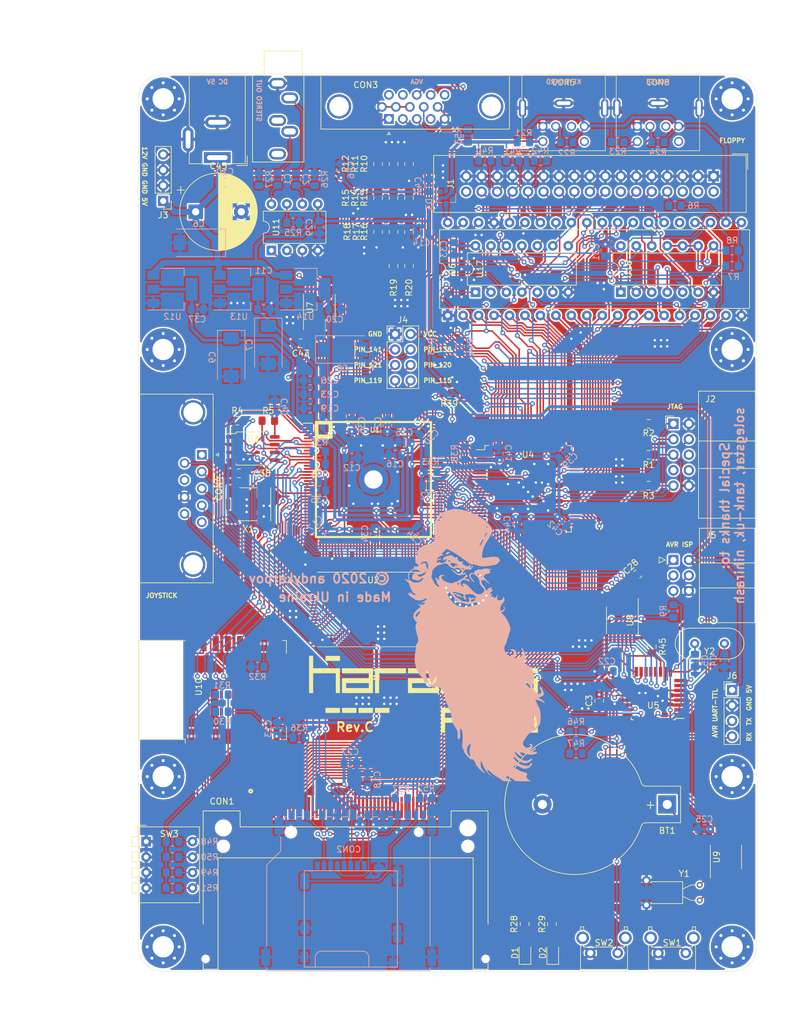
<source format=kicad_pcb>
(kicad_pcb (version 20171130) (host pcbnew 5.1.6-c6e7f7d~86~ubuntu18.04.1)
  (layers (0 F.Cu signal) (31 B.Cu signal) (34 B.Paste user) (35 F.Paste user) (36 B.SilkS user) (37 F.SilkS user) (38 B.Mask user) (39 F.Mask user) (44 Edge.Cuts user))
  (net 0 "")
  (net 1 "Net-(CON1-Pad25)")
  (net 2 "Net-(CON1-Pad24)")
  (net 3 "Net-(CON1-Pad46)")
  (net 4 "Net-(CON1-Pad45)")
  (net 5 "Net-(CON1-Pad44)")
  (net 6 "Net-(CON1-Pad43)")
  (net 7 "Net-(CON1-Pad42)")
  (net 8 "Net-(CON1-Pad40)")
  (net 9 "Net-(CON1-Pad37)")
  (net 10 "Net-(CON1-Pad36)")
  (net 11 "Net-(CON1-Pad33)")
  (net 12 "Net-(CON1-Pad26)")
  (net 13 "Net-(CON2-Pad9)")
  (net 14 "Net-(CON3-Pad15)")
  (net 15 "Net-(CON3-Pad12)")
  (net 16 "Net-(CON3-Pad11)")
  (net 17 "Net-(CON3-Pad9)")
  (net 18 "Net-(CON3-Pad4)")
  (net 19 "Net-(CON4-Pad7)")
  (net 20 "Net-(CON4-Pad5)")
  (net 21 "Net-(CON5-Pad2)")
  (net 22 "Net-(CON5-Pad6)")
  (net 23 "Net-(CON6-Pad2)")
  (net 24 "Net-(CON6-Pad6)")
  (net 25 "Net-(J1-Pad34)")
  (net 26 "Net-(J1-Pad14)")
  (net 27 "Net-(J1-Pad6)")
  (net 28 "Net-(J1-Pad4)")
  (net 29 "Net-(J1-Pad2)")
  (net 30 "Net-(BT1-Pad1)")
  (net 31 "Net-(J2-Pad8)")
  (net 32 "Net-(J2-Pad7)")
  (net 33 "Net-(J2-Pad6)")
  (net 34 GND)
  (net 35 VCC3_3)
  (net 36 VCC1_2)
  (net 37 VCC2_5)
  (net 38 /CONF_DONE)
  (net 39 /CLK_50MHZ)
  (net 40 /TDO)
  (net 41 /TMS)
  (net 42 /TCK)
  (net 43 /TDI)
  (net 44 /NCONFIG)
  (net 45 /DATA0)
  (net 46 /DCLK)
  (net 47 /NSTATUS)
  (net 48 /NCSO)
  (net 49 /ASDO)
  (net 50 /MA16)
  (net 51 /MA20)
  (net 52 /MD7)
  (net 53 /MD6)
  (net 54 /MD5)
  (net 55 /MD4)
  (net 56 /MD3)
  (net 57 /MD2)
  (net 58 /MD1)
  (net 59 /MD0)
  (net 60 /MA1)
  (net 61 /MA2)
  (net 62 /MA3)
  (net 63 /MA4)
  (net 64 /MA5)
  (net 65 /MA6)
  (net 66 /MA7)
  (net 67 /MA17)
  (net 68 /MA18)
  (net 69 /MA19)
  (net 70 /MA8)
  (net 71 /MA9)
  (net 72 /MA10)
  (net 73 /MA11)
  (net 74 /MA12)
  (net 75 /MA13)
  (net 76 /MA14)
  (net 77 /MA0)
  (net 78 /MA15)
  (net 79 /~MWR)
  (net 80 /~MRD)
  (net 81 "Net-(R4-Pad1)")
  (net 82 "Net-(R5-Pad1)")
  (net 83 "Net-(CON2-Pad11)")
  (net 84 "Net-(CON2-Pad8)")
  (net 85 /FDC_SIDE)
  (net 86 /~FDC_WPRT)
  (net 87 /~FDC_TR00)
  (net 88 /~FDC_WGATE)
  (net 89 /~FDC_WDATA)
  (net 90 /~FDC_STEP)
  (net 91 /~FDC_DIR)
  (net 92 /~FDC_MOTOR)
  (net 93 /~FDC_DRIVE1)
  (net 94 /~FDC_DRIVE0)
  (net 95 /~FDC_INDEX)
  (net 96 VCC)
  (net 97 "Net-(R7-Pad2)")
  (net 98 /FDC_IP)
  (net 99 /FDC_INTRQ)
  (net 100 /FDC_DRQ)
  (net 101 /FDC_SR)
  (net 102 /FDC_SL)
  (net 103 /FDC_DIR)
  (net 104 /FDC_STEP)
  (net 105 /D7)
  (net 106 /FDC_WF_DE)
  (net 107 /D6)
  (net 108 /FDC_RDY)
  (net 109 /D5)
  (net 110 /FDC_WD)
  (net 111 /D4)
  (net 112 /FDC_WGATE)
  (net 113 /D3)
  (net 114 /FDC_TR43)
  (net 115 /D2)
  (net 116 /D1)
  (net 117 /~FDC_RAWR)
  (net 118 /D0)
  (net 119 /FDC_A1)
  (net 120 /FDC_A0)
  (net 121 /~RD)
  (net 122 /~WR)
  (net 123 /~FDC_SIDE)
  (net 124 /FDC_DS1)
  (net 125 /FDC_DS0)
  (net 126 /~FDC_CS)
  (net 127 /~FDC_RDATA)
  (net 128 /~FDC_RST)
  (net 129 /FDC_RCLK)
  (net 130 /FDC_CLK)
  (net 131 /FDC_HLT)
  (net 132 /~SD_CS)
  (net 133 /SND_BS)
  (net 134 /SND_WS)
  (net 135 /SND_DAT)
  (net 136 /VGA_B2)
  (net 137 /VGA_B1)
  (net 138 /VGA_B0)
  (net 139 /VGA_G2)
  (net 140 /VGA_G1)
  (net 141 /VGA_G0)
  (net 142 /VGA_R2)
  (net 143 /VGA_R1)
  (net 144 /VGA_R0)
  (net 145 /VGA_VS)
  (net 146 /VGA_HS)
  (net 147 /WD10)
  (net 148 /WD9)
  (net 149 /WD8)
  (net 150 /~WRESET)
  (net 151 /~WWR)
  (net 152 /~WRD)
  (net 153 /WD15)
  (net 154 /WD14)
  (net 155 /WD13)
  (net 156 /WD12)
  (net 157 /WD11)
  (net 158 /WD2)
  (net 159 /WD1)
  (net 160 /WD0)
  (net 161 /WA0)
  (net 162 /WA1)
  (net 163 /WA2)
  (net 164 /~WCS1)
  (net 165 /WD7)
  (net 166 /WD6)
  (net 167 /WD5)
  (net 168 /WD4)
  (net 169 /WD3)
  (net 170 /UART_RX)
  (net 171 /UART_TX)
  (net 172 /UART_CTS)
  (net 173 /LAVR_MOSI)
  (net 174 /LAVR_SCK)
  (net 175 /~LAVR_CS)
  (net 176 /LAVR_MISO)
  (net 177 /LSND_DAT)
  (net 178 /LSND_WS)
  (net 179 /LSND_BS)
  (net 180 /~WCS0)
  (net 181 /CPLD_CLK2)
  (net 182 /CPLD_CLK)
  (net 183 /SD15)
  (net 184 /SD14)
  (net 185 /SD13)
  (net 186 /SD12)
  (net 187 /SD11)
  (net 188 /SD10)
  (net 189 /SD9)
  (net 190 /SD8)
  (net 191 /SD7)
  (net 192 /SD6)
  (net 193 /SD5)
  (net 194 /SD4)
  (net 195 /SD3)
  (net 196 /SD2)
  (net 197 /SD1)
  (net 198 /SD0)
  (net 199 /SA1)
  (net 200 /SA0)
  (net 201 /SDIR)
  (net 202 /~RESET)
  (net 203 "Net-(U9-Pad2)")
  (net 204 "Net-(U10-Pad9)")
  (net 205 "Net-(U10-Pad6)")
  (net 206 /AVR_MOSI)
  (net 207 /AVR_SCK)
  (net 208 /~AVR_CS)
  (net 209 /AVR_MISO)
  (net 210 /SND_R)
  (net 211 "Net-(C1-Pad1)")
  (net 212 /SND_L)
  (net 213 "Net-(R25-Pad1)")
  (net 214 "Net-(C2-Pad1)")
  (net 215 "Net-(U2-Pad10)")
  (net 216 /I2C_SCL)
  (net 217 /I2C_SDA)
  (net 218 /VS)
  (net 219 /HS)
  (net 220 /B)
  (net 221 /G)
  (net 222 /R)
  (net 223 /PS2_KB_DATA)
  (net 224 /PS2_KB_CLK)
  (net 225 /PS2_MS_DATA)
  (net 226 /PS2_MS_CLK)
  (net 227 "Net-(C3-Pad2)")
  (net 228 /AVR_XT1)
  (net 229 /AVR_XT2)
  (net 230 /~AVR_RESET)
  (net 231 /AVR_TX)
  (net 232 /AVR_RX)
  (net 233 /LED1)
  (net 234 /LED2)
  (net 235 /BTN2)
  (net 236 /BTN1)
  (net 237 /JOY_RIGHT)
  (net 238 /JOY_LEFT)
  (net 239 /JOY_DOWN)
  (net 240 /JOY_UP)
  (net 241 /JOY_FIRE2)
  (net 242 /JOY_FIRE1)
  (net 243 /TDI1)
  (net 244 "Net-(D1-Pad2)")
  (net 245 "Net-(D2-Pad2)")
  (net 246 "Net-(R30-Pad1)")
  (net 247 "Net-(R31-Pad1)")
  (net 248 "Net-(R32-Pad2)")
  (net 249 "Net-(U1-Pad86)")
  (net 250 "Net-(U2-Pad43)")
  (net 251 "Net-(U2-Pad41)")
  (net 252 "Net-(U2-Pad39)")
  (net 253 "Net-(U2-Pad36)")
  (net 254 "Net-(U2-Pad34)")
  (net 255 "Net-(U2-Pad32)")
  (net 256 "Net-(U2-Pad30)")
  (net 257 "Net-(U2-Pad15)")
  (net 258 "Net-(U2-Pad14)")
  (net 259 "Net-(U2-Pad13)")
  (net 260 /FDC_WDATA)
  (net 261 "Net-(U6-Pad25)")
  (net 262 "Net-(U7-Pad13)")
  (net 263 "Net-(U7-Pad9)")
  (net 264 "Net-(U7-Pad6)")
  (net 265 "Net-(U7-Pad2)")
  (net 266 "Net-(U8-Pad9)")
  (net 267 "Net-(U8-Pad6)")
  (net 268 "Net-(U9-Pad7)")
  (net 269 "Net-(U9-Pad1)")
  (net 270 "Net-(U10-Pad20)")
  (net 271 "Net-(U10-Pad19)")
  (net 272 "Net-(U10-Pad18)")
  (net 273 "Net-(U10-Pad17)")
  (net 274 "Net-(U10-Pad14)")
  (net 275 "Net-(U10-Pad13)")
  (net 276 "Net-(U10-Pad12)")
  (net 277 "Net-(U10-Pad11)")
  (net 278 "Net-(U10-Pad10)")
  (net 279 "Net-(U10-Pad5)")
  (net 280 "Net-(U10-Pad4)")
  (net 281 "Net-(U10-Pad2)")
  (net 282 /PIN_121)
  (net 283 /PIN_120)
  (net 284 /PIN_119)
  (net 285 /PIN_115)
  (net 286 /PIN_138)
  (net 287 /PIN_141)
  (net 288 /~SW1)
  (net 289 /~SW3)
  (net 290 /~SW2)
  (net 291 /~SW4)
  (net 292 "Net-(D3-Pad3)")
  (net 293 +12V)
  (net 294 /~SD_DET)
  (module Resistor_SMD:R_0805_2012Metric_Pad1.15x1.40mm_HandSolder (layer B.Cu) (at 153.162 35.56 90)
    (fp_text reference R53 (at 0 -1.524 90) (layer B.SilkS) (effects (justify mirror)))
    (fp_text value X*)
    (pad 2 smd roundrect (at 1.025 0 90) (size 1.15 1.4) (layers B.Cu B.Paste B.Mask) (roundrect_rratio 0.217391) (net 17 "Net-(CON3-Pad9)"))
    (pad 1 smd roundrect (at -1.025 0 90) (size 1.15 1.4) (layers B.Cu B.Paste B.Mask) (roundrect_rratio 0.217391) (net 96 VCC))
  )
  (module footprints:MICRO_SD_MOLEX (layer B.Cu) (at 134.112 163.576 180)
    (fp_text reference CON9 hide)
    (fp_text value MicroSD' hide)
    (pad 1 smd roundrect (at -2.03 8.2) (size 0.8 1.6) (layers B.Cu B.Paste B.Mask))
    (pad 2 smd roundrect (at -0.93 8.2 180) (size 0.8 1.6) (layers B.Cu B.Paste B.Mask) (net 132 /~SD_CS))
    (pad 3 smd roundrect (at 0.17 8.2 180) (size 0.8 1.6) (layers B.Cu B.Paste B.Mask) (net 49 /ASDO))
    (pad 4 smd roundrect (at 1.27 8.2 180) (size 0.8 1.6) (layers B.Cu B.Paste B.Mask) (net 35 VCC3_3))
    (pad 5 smd roundrect (at 2.37 8.2 180) (size 0.8 1.6) (layers B.Cu B.Paste B.Mask) (net 46 /DCLK))
    (pad 6 smd roundrect (at 3.47 8.2 180) (size 0.8 1.6) (layers B.Cu B.Paste B.Mask) (net 34 GND))
    (pad 7 smd roundrect (at 4.57 8.2 180) (size 0.8 1.6) (layers B.Cu B.Paste B.Mask) (net 45 /DATA0))
    (pad 8 smd roundrect (at 5.67 8.2 180) (size 0.8 1.6) (layers B.Cu B.Paste B.Mask))
    (pad 9 smd roundrect (at 7.735 5.7 180) (size 1.55 2.8) (layers B.Cu B.Paste B.Mask) (net 294 /~SD_DET))
    (pad 10 smd roundrect (at 7.735 -2 180) (size 1.55 2.1) (layers B.Cu B.Paste B.Mask) (net 34 GND))
    (pad 11 smd roundrect (at 7.81 -6.75 180) (size 1.4 1.9) (layers B.Cu B.Paste B.Mask) (net 34 GND))
    (pad 12 smd roundrect (at -6.79 -7.75 180) (size 1.4 1.9) (layers B.Cu B.Paste B.Mask) (net 34 GND))
    (pad 14 smd roundrect (at -7.49 6.6 180) (size 1.4 3) (layers B.Cu B.Paste B.Mask) (net 34 GND))
    (pad 15 smd roundrect (at -4.43 7.725 180) (size 1.6 1.55) (layers B.Cu B.Paste B.Mask) (net 34 GND))
    (pad 13 smd roundrect (at -7.49 -2.95 180) (size 1.4 3) (layers B.Cu B.Paste B.Mask) (net 34 GND))
  )
  (module Resistor_SMD:R_0805_2012Metric_Pad1.15x1.40mm_HandSolder (layer B.Cu) (at 146.304 144.272 180)
    (fp_text reference R52 (at 0 1.65) (layer B.SilkS) (effects (justify mirror)))
    (fp_text value 10k)
    (pad 2 smd roundrect (at 1.025 0 180) (size 1.15 1.4) (layers B.Cu B.Paste B.Mask) (roundrect_rratio 0.217391) (net 35 VCC3_3))
    (pad 1 smd roundrect (at -1.025 0 180) (size 1.15 1.4) (layers B.Cu B.Paste B.Mask) (roundrect_rratio 0.217391) (net 294 /~SD_DET))
  )
  (module Capacitor_SMD:C_0805_2012Metric_Pad1.15x1.40mm_HandSolder (layer B.Cu) (at 146.812 43.688 90)
    (fp_text reference C47 (at 0 -1.778 90) (layer B.SilkS) (effects (justify mirror)))
    (fp_text value 100n)
    (pad 2 smd roundrect (at 1.025 0 90) (size 1.15 1.4) (layers B.Cu B.Paste B.Mask) (roundrect_rratio 0.217391) (net 34 GND))
    (pad 1 smd roundrect (at -1.025 0 90) (size 1.15 1.4) (layers B.Cu B.Paste B.Mask) (roundrect_rratio 0.217391) (net 293 +12V))
  )
  (module Capacitor_SMD:C_0805_2012Metric_Pad1.15x1.40mm_HandSolder (layer B.Cu) (at 132.334 41.148 90)
    (fp_text reference C46 (at 0 1.65 90) (layer B.SilkS) (effects (justify mirror)))
    (fp_text value 100n)
    (pad 2 smd roundrect (at 1.025 0 90) (size 1.15 1.4) (layers B.Cu B.Paste B.Mask) (roundrect_rratio 0.217391) (net 34 GND))
    (pad 1 smd roundrect (at -1.025 0 90) (size 1.15 1.4) (layers B.Cu B.Paste B.Mask) (roundrect_rratio 0.217391) (net 293 +12V))
  )
  (module Package_TO_SOT_SMD:SOT-23 (layer B.Cu) (at 149.606 45.72 270)
    (fp_text reference D3 (at 1.016 2.794 90) (layer B.SilkS) (effects (justify mirror)))
    (fp_text value BAT54C)
    (pad 3 smd rect (at 1 0 270) (size 0.9 0.8) (layers B.Cu B.Paste B.Mask) (net 292 "Net-(D3-Pad3)"))
    (pad 2 smd rect (at -1 -0.95 270) (size 0.9 0.8) (layers B.Cu B.Paste B.Mask) (net 96 VCC))
    (pad 1 smd rect (at -1 0.95 270) (size 0.9 0.8) (layers B.Cu B.Paste B.Mask) (net 293 +12V))
  )
  (module Button_Switch_THT:SW_DIP_SPSTx04_Piano_CTS_Series194-4MSTN_W7.62mm_P2.54mm (layer F.Cu) (at 100.33 151.384)
    (fp_text reference SW3 (at 3.81 -1.27) (layer F.SilkS))
    (fp_text value "Mode Selector")
    (pad 8 thru_hole oval (at 7.62 0) (size 1.6 1.6) (drill 0.8) (layers *.Cu *.Mask) (net 288 /~SW1))
    (pad 4 thru_hole oval (at 0 7.62) (size 1.6 1.6) (drill 0.8) (layers *.Cu *.Mask) (net 34 GND))
    (pad 7 thru_hole oval (at 7.62 2.54) (size 1.6 1.6) (drill 0.8) (layers *.Cu *.Mask) (net 290 /~SW2))
    (pad 3 thru_hole oval (at 0 5.08) (size 1.6 1.6) (drill 0.8) (layers *.Cu *.Mask) (net 34 GND))
    (pad 6 thru_hole oval (at 7.62 5.08) (size 1.6 1.6) (drill 0.8) (layers *.Cu *.Mask) (net 289 /~SW3))
    (pad 2 thru_hole oval (at 0 2.54) (size 1.6 1.6) (drill 0.8) (layers *.Cu *.Mask) (net 34 GND))
    (pad 5 thru_hole oval (at 7.62 7.62) (size 1.6 1.6) (drill 0.8) (layers *.Cu *.Mask) (net 291 /~SW4))
    (pad 1 thru_hole rect (at 0 0) (size 1.6 1.6) (drill 0.8) (layers *.Cu *.Mask) (net 34 GND))
  )
  (module Resistor_SMD:R_0805_2012Metric_Pad1.15x1.40mm_HandSolder (layer B.Cu) (at 104.639 159.004)
    (fp_text reference R51 (at 6.105 0) (layer B.SilkS) (effects (justify mirror)))
    (fp_text value 10k)
    (pad 2 smd roundrect (at 1.025 0) (size 1.15 1.4) (layers B.Cu B.Paste B.Mask) (roundrect_rratio 0.217391) (net 291 /~SW4))
    (pad 1 smd roundrect (at -1.025 0) (size 1.15 1.4) (layers B.Cu B.Paste B.Mask) (roundrect_rratio 0.217391) (net 35 VCC3_3))
  )
  (module Resistor_SMD:R_0805_2012Metric_Pad1.15x1.40mm_HandSolder (layer B.Cu) (at 104.648 153.924 180)
    (fp_text reference R50 (at -6.096 0) (layer B.SilkS) (effects (justify mirror)))
    (fp_text value 10k)
    (pad 2 smd roundrect (at 1.025 0 180) (size 1.15 1.4) (layers B.Cu B.Paste B.Mask) (roundrect_rratio 0.217391) (net 35 VCC3_3))
    (pad 1 smd roundrect (at -1.025 0 180) (size 1.15 1.4) (layers B.Cu B.Paste B.Mask) (roundrect_rratio 0.217391) (net 290 /~SW2))
  )
  (module Resistor_SMD:R_0805_2012Metric_Pad1.15x1.40mm_HandSolder (layer B.Cu) (at 104.648 156.464)
    (fp_text reference R49 (at 6.096 0) (layer B.SilkS) (effects (justify mirror)))
    (fp_text value 10k)
    (pad 2 smd roundrect (at 1.025 0) (size 1.15 1.4) (layers B.Cu B.Paste B.Mask) (roundrect_rratio 0.217391) (net 289 /~SW3))
    (pad 1 smd roundrect (at -1.025 0) (size 1.15 1.4) (layers B.Cu B.Paste B.Mask) (roundrect_rratio 0.217391) (net 35 VCC3_3))
  )
  (module Resistor_SMD:R_0805_2012Metric_Pad1.15x1.40mm_HandSolder (layer B.Cu) (at 104.648 151.384 180)
    (fp_text reference R48 (at -6.096 0) (layer B.SilkS) (effects (justify mirror)))
    (fp_text value 10k)
    (pad 2 smd roundrect (at 1.025 0 180) (size 1.15 1.4) (layers B.Cu B.Paste B.Mask) (roundrect_rratio 0.217391) (net 35 VCC3_3))
    (pad 1 smd roundrect (at -1.025 0 180) (size 1.15 1.4) (layers B.Cu B.Paste B.Mask) (roundrect_rratio 0.217391) (net 288 /~SW1))
  )
  (module Resistor_SMD:R_0805_2012Metric_Pad1.15x1.40mm_HandSolder (layer F.Cu) (at 183.388 119.38 90)
    (fp_text reference R45 (at 0 1.778 90) (layer F.SilkS))
    (fp_text value 10k)
    (pad 2 smd roundrect (at 1.025 0 90) (size 1.15 1.4) (layers F.Cu F.Paste F.Mask) (roundrect_rratio 0.217391) (net 96 VCC))
    (pad 1 smd roundrect (at -1.025 0 90) (size 1.15 1.4) (layers F.Cu F.Paste F.Mask) (roundrect_rratio 0.217391) (net 208 /~AVR_CS))
  )
  (module Resistor_SMD:R_0805_2012Metric_Pad1.15x1.40mm_HandSolder (layer B.Cu) (at 170.942 136.906 180)
    (fp_text reference R47 (at 0 1.65) (layer B.SilkS) (effects (justify mirror)))
    (fp_text value 10k)
    (pad 2 smd roundrect (at 1.025 0 180) (size 1.15 1.4) (layers B.Cu B.Paste B.Mask) (roundrect_rratio 0.217391) (net 96 VCC))
    (pad 1 smd roundrect (at -1.025 0 180) (size 1.15 1.4) (layers B.Cu B.Paste B.Mask) (roundrect_rratio 0.217391) (net 235 /BTN2))
  )
  (module Resistor_SMD:R_0805_2012Metric_Pad1.15x1.40mm_HandSolder (layer B.Cu) (at 170.942 133.35 180)
    (fp_text reference R46 (at 0 1.65) (layer B.SilkS) (effects (justify mirror)))
    (fp_text value 10k)
    (pad 2 smd roundrect (at 1.025 0 180) (size 1.15 1.4) (layers B.Cu B.Paste B.Mask) (roundrect_rratio 0.217391) (net 96 VCC))
    (pad 1 smd roundrect (at -1.025 0 180) (size 1.15 1.4) (layers B.Cu B.Paste B.Mask) (roundrect_rratio 0.217391) (net 236 /BTN1))
  )
  (module Connector_Dsub:DSUB-9_Male_Horizontal_P2.77x2.84mm_EdgePinOffset7.70mm_Housed_MountingHolesOffset9.12mm (layer F.Cu) (at 109.474 87.884 270)
    (fp_text reference CON4 (at 5.54 -2.8 90) (layer F.SilkS))
    (fp_text value Joystick)
    (pad 0 thru_hole circle (at 18.04 1.42 270) (size 4 4) (drill 3.2) (layers *.Cu *.Mask) (net 34 GND))
    (pad 0 thru_hole circle (at -6.96 1.42 270) (size 4 4) (drill 3.2) (layers *.Cu *.Mask) (net 34 GND))
    (pad 9 thru_hole circle (at 9.695 2.84 270) (size 1.6 1.6) (drill 1) (layers *.Cu *.Mask) (net 241 /JOY_FIRE2))
    (pad 8 thru_hole circle (at 6.925 2.84 270) (size 1.6 1.6) (drill 1) (layers *.Cu *.Mask) (net 34 GND))
    (pad 7 thru_hole circle (at 4.155 2.84 270) (size 1.6 1.6) (drill 1) (layers *.Cu *.Mask) (net 19 "Net-(CON4-Pad7)"))
    (pad 6 thru_hole circle (at 1.385 2.84 270) (size 1.6 1.6) (drill 1) (layers *.Cu *.Mask) (net 242 /JOY_FIRE1))
    (pad 5 thru_hole circle (at 11.08 0 270) (size 1.6 1.6) (drill 1) (layers *.Cu *.Mask) (net 20 "Net-(CON4-Pad5)"))
    (pad 4 thru_hole circle (at 8.31 0 270) (size 1.6 1.6) (drill 1) (layers *.Cu *.Mask) (net 237 /JOY_RIGHT))
    (pad 3 thru_hole circle (at 5.54 0 270) (size 1.6 1.6) (drill 1) (layers *.Cu *.Mask) (net 238 /JOY_LEFT))
    (pad 2 thru_hole circle (at 2.77 0 270) (size 1.6 1.6) (drill 1) (layers *.Cu *.Mask) (net 239 /JOY_DOWN))
    (pad 1 thru_hole rect (at 0 0 270) (size 1.6 1.6) (drill 1) (layers *.Cu *.Mask) (net 240 /JOY_UP))
  )
  (module footprints:MINI_DIN_6_33PRIMARY (layer F.Cu) (at 184.404 31.75)
    (fp_text reference CON6 (at -2.032 -4.41 180) (layer F.SilkS) (effects (font (size 0.95 0.95) (thickness 0.114)) (justify left bottom)))
    (fp_text value Mouse hide)
    (pad 5 thru_hole circle (at -3.4 4.725) (size 1.5 1.5) (drill 1) (layers *.Cu *.Mask) (net 226 /PS2_MS_CLK))
    (pad 6 thru_hole circle (at 3.4 4.725) (size 1.5 1.5) (drill 1) (layers *.Cu *.Mask) (net 24 "Net-(CON6-Pad6)"))
    (pad GND thru_hole oval (at -6.75 -0.775 90) (size 3 1.2) (drill oval 2.3 0.6) (layers *.Cu *.Mask) (net 34 GND))
    (pad GND thru_hole oval (at 6.75 -0.775 90) (size 3 1.2) (drill oval 2.3 0.6) (layers *.Cu *.Mask) (net 34 GND))
    (pad GND thru_hole oval (at 0 -1.575) (size 3 1.2) (drill oval 2.3 0.6) (layers *.Cu *.Mask) (net 34 GND))
    (pad 1 thru_hole circle (at -1.3 2.225) (size 1.5 1.5) (drill 1) (layers *.Cu *.Mask) (net 225 /PS2_MS_DATA))
    (pad 2 thru_hole circle (at 1.3 2.225) (size 1.5 1.5) (drill 1) (layers *.Cu *.Mask) (net 23 "Net-(CON6-Pad2)"))
    (pad 3 thru_hole circle (at -3.4 2.225) (size 1.5 1.5) (drill 1) (layers *.Cu *.Mask) (net 34 GND))
    (pad 4 thru_hole circle (at 3.4 2.225) (size 1.5 1.5) (drill 1) (layers *.Cu *.Mask) (net 96 VCC))
  )
  (module footprints:MINI_DIN_6_33PRIMARY (layer F.Cu) (at 168.91 31.75)
    (fp_text reference CON5 (at -2.032 -4.41 180) (layer F.SilkS) (effects (font (size 0.95 0.95) (thickness 0.114)) (justify left bottom)))
    (fp_text value Keyboard hide)
    (pad 5 thru_hole circle (at -3.4 4.725) (size 1.5 1.5) (drill 1) (layers *.Cu *.Mask) (net 224 /PS2_KB_CLK))
    (pad 6 thru_hole circle (at 3.4 4.725) (size 1.5 1.5) (drill 1) (layers *.Cu *.Mask) (net 22 "Net-(CON5-Pad6)"))
    (pad GND thru_hole oval (at -6.75 -0.775 90) (size 3 1.2) (drill oval 2.3 0.6) (layers *.Cu *.Mask) (net 34 GND))
    (pad GND thru_hole oval (at 6.75 -0.775 90) (size 3 1.2) (drill oval 2.3 0.6) (layers *.Cu *.Mask) (net 34 GND))
    (pad GND thru_hole oval (at 0 -1.575) (size 3 1.2) (drill oval 2.3 0.6) (layers *.Cu *.Mask) (net 34 GND))
    (pad 1 thru_hole circle (at -1.3 2.225) (size 1.5 1.5) (drill 1) (layers *.Cu *.Mask) (net 223 /PS2_KB_DATA))
    (pad 2 thru_hole circle (at 1.3 2.225) (size 1.5 1.5) (drill 1) (layers *.Cu *.Mask) (net 21 "Net-(CON5-Pad2)"))
    (pad 3 thru_hole circle (at -3.4 2.225) (size 1.5 1.5) (drill 1) (layers *.Cu *.Mask) (net 34 GND))
    (pad 4 thru_hole circle (at 3.4 2.225) (size 1.5 1.5) (drill 1) (layers *.Cu *.Mask) (net 96 VCC))
  )
  (module Connector_Dsub:DSUB-15-HD_Female_Horizontal_P2.29x1.98mm_EdgePinOffset3.03mm_Housed_MountingHolesOffset4.94mm (layer F.Cu) (at 140.208 32.766 180)
    (fp_text reference CON3 (at 3.81 5.588) (layer F.SilkS))
    (fp_text value VGA)
    (pad 0 thru_hole circle (at 8.185 2.05 180) (size 4 4) (drill 3.2) (layers *.Cu *.Mask))
    (pad 0 thru_hole circle (at -16.815 2.05 180) (size 4 4) (drill 3.2) (layers *.Cu *.Mask))
    (pad 15 thru_hole circle (at -9.16 3.96 180) (size 1.6 1.6) (drill 1) (layers *.Cu *.Mask) (net 14 "Net-(CON3-Pad15)"))
    (pad 14 thru_hole circle (at -6.87 3.96 180) (size 1.6 1.6) (drill 1) (layers *.Cu *.Mask) (net 218 /VS))
    (pad 13 thru_hole circle (at -4.58 3.96 180) (size 1.6 1.6) (drill 1) (layers *.Cu *.Mask) (net 219 /HS))
    (pad 12 thru_hole circle (at -2.29 3.96 180) (size 1.6 1.6) (drill 1) (layers *.Cu *.Mask) (net 15 "Net-(CON3-Pad12)"))
    (pad 11 thru_hole circle (at 0 3.96 180) (size 1.6 1.6) (drill 1) (layers *.Cu *.Mask) (net 16 "Net-(CON3-Pad11)"))
    (pad 10 thru_hole circle (at -8.015 1.98 180) (size 1.6 1.6) (drill 1) (layers *.Cu *.Mask) (net 34 GND))
    (pad 9 thru_hole circle (at -5.725 1.98 180) (size 1.6 1.6) (drill 1) (layers *.Cu *.Mask) (net 17 "Net-(CON3-Pad9)"))
    (pad 8 thru_hole circle (at -3.435 1.98 180) (size 1.6 1.6) (drill 1) (layers *.Cu *.Mask) (net 34 GND))
    (pad 7 thru_hole circle (at -1.145 1.98 180) (size 1.6 1.6) (drill 1) (layers *.Cu *.Mask) (net 34 GND))
    (pad 6 thru_hole circle (at 1.145 1.98 180) (size 1.6 1.6) (drill 1) (layers *.Cu *.Mask) (net 34 GND))
    (pad 5 thru_hole circle (at -9.16 0 180) (size 1.6 1.6) (drill 1) (layers *.Cu *.Mask) (net 34 GND))
    (pad 4 thru_hole circle (at -6.87 0 180) (size 1.6 1.6) (drill 1) (layers *.Cu *.Mask) (net 18 "Net-(CON3-Pad4)"))
    (pad 3 thru_hole circle (at -4.58 0 180) (size 1.6 1.6) (drill 1) (layers *.Cu *.Mask) (net 220 /B))
    (pad 2 thru_hole circle (at -2.29 0 180) (size 1.6 1.6) (drill 1) (layers *.Cu *.Mask) (net 221 /G))
    (pad 1 thru_hole rect (at 0 0 180) (size 1.6 1.6) (drill 1) (layers *.Cu *.Mask) (net 222 /R))
  )
  (module Battery:BatteryHolder_Keystone_103_1x20mm (layer F.Cu) (at 185.928 145.288 180)
    (fp_text reference BT1 (at 0 -4.3) (layer F.SilkS))
    (fp_text value 3V)
    (fp_text user + (at 2.75 0) (layer F.SilkS) (effects (font (size 1.5 1.5))))
    (pad 1 thru_hole rect (at 0 0 180) (size 3 3) (drill 1.5) (layers *.Cu *.Mask) (net 30 "Net-(BT1-Pad1)"))
    (pad 2 thru_hole circle (at 20.49 0 180) (size 3 3) (drill 1.5) (layers *.Cu *.Mask) (net 34 GND))
  )
  (module Resistor_SMD:R_0805_2012Metric_Pad1.15x1.40mm_HandSolder (layer B.Cu) (at 151.892 70.104 270)
    (fp_text reference R44 (at 0 -1.778 90) (layer B.SilkS) (effects (justify mirror)))
    (fp_text value 10k)
    (pad 2 smd roundrect (at 1.025 0 270) (size 1.15 1.4) (layers B.Cu B.Paste B.Mask) (roundrect_rratio 0.217391) (net 96 VCC))
    (pad 1 smd roundrect (at -1.025 0 270) (size 1.15 1.4) (layers B.Cu B.Paste B.Mask) (roundrect_rratio 0.217391) (net 100 /FDC_DRQ))
  )
  (module Resistor_SMD:R_0805_2012Metric_Pad1.15x1.40mm_HandSolder (layer B.Cu) (at 148.844 70.104 270)
    (fp_text reference R43 (at 0 1.65 90) (layer B.SilkS) (effects (justify mirror)))
    (fp_text value 10k)
    (pad 2 smd roundrect (at 1.025 0 270) (size 1.15 1.4) (layers B.Cu B.Paste B.Mask) (roundrect_rratio 0.217391) (net 96 VCC))
    (pad 1 smd roundrect (at -1.025 0 270) (size 1.15 1.4) (layers B.Cu B.Paste B.Mask) (roundrect_rratio 0.217391) (net 99 /FDC_INTRQ))
  )
  (module Resistor_SMD:R_0805_2012Metric_Pad1.15x1.40mm_HandSolder (layer B.Cu) (at 165.1 39.624 180)
    (fp_text reference R42 (at 0 1.65) (layer B.SilkS) (effects (justify mirror)))
    (fp_text value 10k)
    (pad 2 smd roundrect (at 1.025 0 180) (size 1.15 1.4) (layers B.Cu B.Paste B.Mask) (roundrect_rratio 0.217391) (net 96 VCC))
    (pad 1 smd roundrect (at -1.025 0 180) (size 1.15 1.4) (layers B.Cu B.Paste B.Mask) (roundrect_rratio 0.217391) (net 87 /~FDC_TR00))
  )
  (module Resistor_SMD:R_0805_2012Metric_Pad1.15x1.40mm_HandSolder (layer B.Cu) (at 160.528 39.624 180)
    (fp_text reference R41 (at 0 1.524) (layer B.SilkS) (effects (justify mirror)))
    (fp_text value 10k)
    (pad 2 smd roundrect (at 1.025 0 180) (size 1.15 1.4) (layers B.Cu B.Paste B.Mask) (roundrect_rratio 0.217391) (net 96 VCC))
    (pad 1 smd roundrect (at -1.025 0 180) (size 1.15 1.4) (layers B.Cu B.Paste B.Mask) (roundrect_rratio 0.217391) (net 86 /~FDC_WPRT))
  )
  (module Resistor_SMD:R_0805_2012Metric_Pad1.15x1.40mm_HandSolder (layer B.Cu) (at 155.956 39.624 180)
    (fp_text reference R40 (at 0 1.65 180) (layer B.SilkS) (effects (justify mirror)))
    (fp_text value 10k)
    (pad 2 smd roundrect (at 1.025 0 180) (size 1.15 1.4) (layers B.Cu B.Paste B.Mask) (roundrect_rratio 0.217391) (net 96 VCC))
    (pad 1 smd roundrect (at -1.025 0 180) (size 1.15 1.4) (layers B.Cu B.Paste B.Mask) (roundrect_rratio 0.217391) (net 127 /~FDC_RDATA))
  )
  (module Capacitor_THT:CP_Radial_D12.5mm_P7.50mm (layer F.Cu) (at 108.458 48.006)
    (fp_text reference C45 (at 3.75 -7.5) (layer F.SilkS))
    (fp_text value 470uF)
    (pad 2 thru_hole circle (at 7.5 0) (size 2.4 2.4) (drill 1.2) (layers *.Cu *.Mask) (net 34 GND))
    (pad 1 thru_hole rect (at 0 0) (size 2.4 2.4) (drill 1.2) (layers *.Cu *.Mask) (net 96 VCC))
  )
  (module Resistor_SMD:R_0805_2012Metric_Pad1.15x1.40mm_HandSolder (layer F.Cu) (at 150.114 77.724)
    (fp_text reference R39 (at 0 1.778) (layer F.SilkS))
    (fp_text value 10k)
    (pad 2 smd roundrect (at 1.025 0) (size 1.15 1.4) (layers F.Cu F.Paste F.Mask) (roundrect_rratio 0.217391) (net 34 GND))
    (pad 1 smd roundrect (at -1.025 0) (size 1.15 1.4) (layers F.Cu F.Paste F.Mask) (roundrect_rratio 0.217391) (net 202 /~RESET))
  )
  (module Resistor_SMD:R_0805_2012Metric_Pad1.15x1.40mm_HandSolder (layer B.Cu) (at 152.654 87.63 270)
    (fp_text reference R38 (at 0 1.65 270) (layer B.SilkS) (effects (justify mirror)))
    (fp_text value 10k)
    (pad 2 smd roundrect (at 1.025 0 270) (size 1.15 1.4) (layers B.Cu B.Paste B.Mask) (roundrect_rratio 0.217391) (net 35 VCC3_3))
    (pad 1 smd roundrect (at -1.025 0 270) (size 1.15 1.4) (layers B.Cu B.Paste B.Mask) (roundrect_rratio 0.217391) (net 201 /SDIR))
  )
  (module Connector_PinHeader_2.54mm:PinHeader_1x04_P2.54mm_Vertical (layer F.Cu) (at 196.596 126.492)
    (fp_text reference J6 (at 0 -2.33) (layer F.SilkS))
    (fp_text value "AVR UART")
    (pad 4 thru_hole oval (at 0 7.62) (size 1.7 1.7) (drill 1) (layers *.Cu *.Mask) (net 232 /AVR_RX))
    (pad 3 thru_hole oval (at 0 5.08) (size 1.7 1.7) (drill 1) (layers *.Cu *.Mask) (net 231 /AVR_TX))
    (pad 2 thru_hole oval (at 0 2.54) (size 1.7 1.7) (drill 1) (layers *.Cu *.Mask) (net 34 GND))
    (pad 1 thru_hole rect (at 0 0) (size 1.7 1.7) (drill 1) (layers *.Cu *.Mask) (net 96 VCC))
  )
  (module Connector_PinHeader_2.54mm:PinHeader_2x04_P2.54mm_Vertical (layer F.Cu) (at 141.224 68.072)
    (fp_text reference J4 (at 1.27 -2.33) (layer F.SilkS))
    (fp_text value uBus)
    (pad 8 thru_hole oval (at 2.54 7.62) (size 1.7 1.7) (drill 1) (layers *.Cu *.Mask) (net 285 /PIN_115))
    (pad 7 thru_hole oval (at 0 7.62) (size 1.7 1.7) (drill 1) (layers *.Cu *.Mask) (net 284 /PIN_119))
    (pad 6 thru_hole oval (at 2.54 5.08) (size 1.7 1.7) (drill 1) (layers *.Cu *.Mask) (net 283 /PIN_120))
    (pad 5 thru_hole oval (at 0 5.08) (size 1.7 1.7) (drill 1) (layers *.Cu *.Mask) (net 282 /PIN_121))
    (pad 4 thru_hole oval (at 2.54 2.54) (size 1.7 1.7) (drill 1) (layers *.Cu *.Mask) (net 286 /PIN_138))
    (pad 3 thru_hole oval (at 0 2.54) (size 1.7 1.7) (drill 1) (layers *.Cu *.Mask) (net 287 /PIN_141))
    (pad 2 thru_hole oval (at 2.54 0) (size 1.7 1.7) (drill 1) (layers *.Cu *.Mask) (net 96 VCC))
    (pad 1 thru_hole rect (at 0 0) (size 1.7 1.7) (drill 1) (layers *.Cu *.Mask) (net 34 GND))
  )
  (module Capacitor_SMD:C_0805_2012Metric_Pad1.15x1.40mm_HandSolder (layer B.Cu) (at 161.29 99.314 270)
    (fp_text reference C44 (at 0 1.65 90) (layer B.SilkS) (effects (justify mirror)))
    (fp_text value 100n)
    (pad 2 smd roundrect (at 1.025 0 270) (size 1.15 1.4) (layers B.Cu B.Paste B.Mask) (roundrect_rratio 0.217391) (net 34 GND))
    (pad 1 smd roundrect (at -1.025 0 270) (size 1.15 1.4) (layers B.Cu B.Paste B.Mask) (roundrect_rratio 0.217391) (net 35 VCC3_3))
  )
  (module Capacitor_SMD:C_0805_2012Metric_Pad1.15x1.40mm_HandSolder (layer F.Cu) (at 125.73 69.596 180)
    (fp_text reference C43 (at 0 -1.65) (layer F.SilkS))
    (fp_text value 100n)
    (pad 2 smd roundrect (at 1.025 0 180) (size 1.15 1.4) (layers F.Cu F.Paste F.Mask) (roundrect_rratio 0.217391) (net 34 GND))
    (pad 1 smd roundrect (at -1.025 0 180) (size 1.15 1.4) (layers F.Cu F.Paste F.Mask) (roundrect_rratio 0.217391) (net 35 VCC3_3))
  )
  (module Capacitor_SMD:C_0805_2012Metric_Pad1.15x1.40mm_HandSolder (layer B.Cu) (at 168.656 98.806 315)
    (fp_text reference C42 (at 0 1.65 135) (layer B.SilkS) (effects (justify mirror)))
    (fp_text value 100n)
    (pad 2 smd roundrect (at 1.025 0 315) (size 1.15 1.4) (layers B.Cu B.Paste B.Mask) (roundrect_rratio 0.217391) (net 34 GND))
    (pad 1 smd roundrect (at -1.025 0 315) (size 1.15 1.4) (layers B.Cu B.Paste B.Mask) (roundrect_rratio 0.217391) (net 35 VCC3_3))
  )
  (module Capacitor_SMD:C_0805_2012Metric_Pad1.15x1.40mm_HandSolder (layer B.Cu) (at 158.242 87.63 90)
    (fp_text reference C41 (at 0 1.65 90) (layer B.SilkS) (effects (justify mirror)))
    (fp_text value 100n)
    (pad 2 smd roundrect (at 1.025 0 90) (size 1.15 1.4) (layers B.Cu B.Paste B.Mask) (roundrect_rratio 0.217391) (net 34 GND))
    (pad 1 smd roundrect (at -1.025 0 90) (size 1.15 1.4) (layers B.Cu B.Paste B.Mask) (roundrect_rratio 0.217391) (net 35 VCC3_3))
  )
  (module Capacitor_SMD:C_0805_2012Metric_Pad1.15x1.40mm_HandSolder (layer B.Cu) (at 121.412 80.01 90)
    (fp_text reference C40 (at 0 1.65 90) (layer B.SilkS) (effects (justify mirror)))
    (fp_text value 100n)
    (pad 2 smd roundrect (at 1.025 0 90) (size 1.15 1.4) (layers B.Cu B.Paste B.Mask) (roundrect_rratio 0.217391) (net 34 GND))
    (pad 1 smd roundrect (at -1.025 0 90) (size 1.15 1.4) (layers B.Cu B.Paste B.Mask) (roundrect_rratio 0.217391) (net 35 VCC3_3))
  )
  (module Capacitor_SMD:C_0805_2012Metric_Pad1.15x1.40mm_HandSolder (layer B.Cu) (at 168.872784 87.667216 45)
    (fp_text reference C39 (at 0 1.65 45) (layer B.SilkS) (effects (justify mirror)))
    (fp_text value 100n)
    (pad 2 smd roundrect (at 1.025 0 45) (size 1.15 1.4) (layers B.Cu B.Paste B.Mask) (roundrect_rratio 0.217391) (net 34 GND))
    (pad 1 smd roundrect (at -1.025 0 45) (size 1.15 1.4) (layers B.Cu B.Paste B.Mask) (roundrect_rratio 0.217391) (net 35 VCC3_3))
  )
  (module Capacitor_SMD:C_0805_2012Metric_Pad1.15x1.40mm_HandSolder (layer F.Cu) (at 115.57 90.932 180)
    (fp_text reference C38 (at -3.81 0) (layer F.SilkS))
    (fp_text value 100n)
    (pad 2 smd roundrect (at 1.025 0 180) (size 1.15 1.4) (layers F.Cu F.Paste F.Mask) (roundrect_rratio 0.217391) (net 34 GND))
    (pad 1 smd roundrect (at -1.025 0 180) (size 1.15 1.4) (layers F.Cu F.Paste F.Mask) (roundrect_rratio 0.217391) (net 35 VCC3_3))
  )
  (module Capacitor_SMD:C_0805_2012Metric_Pad1.15x1.40mm_HandSolder (layer B.Cu) (at 108.712 64.008)
    (fp_text reference C37 (at 0 1.65) (layer B.SilkS) (effects (justify mirror)))
    (fp_text value 100n)
    (pad 2 smd roundrect (at 1.025 0) (size 1.15 1.4) (layers B.Cu B.Paste B.Mask) (roundrect_rratio 0.217391) (net 34 GND))
    (pad 1 smd roundrect (at -1.025 0) (size 1.15 1.4) (layers B.Cu B.Paste B.Mask) (roundrect_rratio 0.217391) (net 35 VCC3_3))
  )
  (module Capacitor_SMD:C_0805_2012Metric_Pad1.15x1.40mm_HandSolder (layer B.Cu) (at 134.112 83.058 90)
    (fp_text reference C36 (at 0 1.65 90) (layer B.SilkS) (effects (justify mirror)))
    (fp_text value 100n)
    (pad 2 smd roundrect (at 1.025 0 90) (size 1.15 1.4) (layers B.Cu B.Paste B.Mask) (roundrect_rratio 0.217391) (net 34 GND))
    (pad 1 smd roundrect (at -1.025 0 90) (size 1.15 1.4) (layers B.Cu B.Paste B.Mask) (roundrect_rratio 0.217391) (net 35 VCC3_3))
  )
  (module Capacitor_SMD:C_0805_2012Metric_Pad1.15x1.40mm_HandSolder (layer B.Cu) (at 128.778 93.726 180)
    (fp_text reference C35 (at 0 -1.524) (layer B.SilkS) (effects (justify mirror)))
    (fp_text value 100n)
    (pad 2 smd roundrect (at 1.025 0 180) (size 1.15 1.4) (layers B.Cu B.Paste B.Mask) (roundrect_rratio 0.217391) (net 34 GND))
    (pad 1 smd roundrect (at -1.025 0 180) (size 1.15 1.4) (layers B.Cu B.Paste B.Mask) (roundrect_rratio 0.217391) (net 35 VCC3_3))
  )
  (module Capacitor_SMD:C_0805_2012Metric_Pad1.15x1.40mm_HandSolder (layer B.Cu) (at 137.922 100.838 270)
    (fp_text reference C34 (at 0 1.65 90) (layer B.SilkS) (effects (justify mirror)))
    (fp_text value 100n)
    (pad 2 smd roundrect (at 1.025 0 270) (size 1.15 1.4) (layers B.Cu B.Paste B.Mask) (roundrect_rratio 0.217391) (net 34 GND))
    (pad 1 smd roundrect (at -1.025 0 270) (size 1.15 1.4) (layers B.Cu B.Paste B.Mask) (roundrect_rratio 0.217391) (net 35 VCC3_3))
  )
  (module Capacitor_SMD:C_0805_2012Metric_Pad1.15x1.40mm_HandSolder (layer B.Cu) (at 150.876 54.102 270)
    (fp_text reference C33 (at 0 1.65 90) (layer B.SilkS) (effects (justify mirror)))
    (fp_text value 100n)
    (pad 2 smd roundrect (at 1.025 0 270) (size 1.15 1.4) (layers B.Cu B.Paste B.Mask) (roundrect_rratio 0.217391) (net 34 GND))
    (pad 1 smd roundrect (at -1.025 0 270) (size 1.15 1.4) (layers B.Cu B.Paste B.Mask) (roundrect_rratio 0.217391) (net 96 VCC))
  )
  (module Capacitor_SMD:C_0805_2012Metric_Pad1.15x1.40mm_HandSolder (layer B.Cu) (at 146.812 92.964)
    (fp_text reference C32 (at 0 1.65) (layer B.SilkS) (effects (justify mirror)))
    (fp_text value 100n)
    (pad 2 smd roundrect (at 1.025 0) (size 1.15 1.4) (layers B.Cu B.Paste B.Mask) (roundrect_rratio 0.217391) (net 34 GND))
    (pad 1 smd roundrect (at -1.025 0) (size 1.15 1.4) (layers B.Cu B.Paste B.Mask) (roundrect_rratio 0.217391) (net 35 VCC3_3))
  )
  (module Capacitor_SMD:C_0805_2012Metric_Pad1.15x1.40mm_HandSolder (layer B.Cu) (at 175.768 54.356 90)
    (fp_text reference C31 (at -0.254 -1.524 90) (layer B.SilkS) (effects (justify mirror)))
    (fp_text value 100n)
    (pad 2 smd roundrect (at 1.025 0 90) (size 1.15 1.4) (layers B.Cu B.Paste B.Mask) (roundrect_rratio 0.217391) (net 34 GND))
    (pad 1 smd roundrect (at -1.025 0 90) (size 1.15 1.4) (layers B.Cu B.Paste B.Mask) (roundrect_rratio 0.217391) (net 96 VCC))
  )
  (module Capacitor_SMD:C_0805_2012Metric_Pad1.15x1.40mm_HandSolder (layer B.Cu) (at 146.05 83.82 45)
    (fp_text reference C30 (at 0 1.65 45) (layer B.SilkS) (effects (justify mirror)))
    (fp_text value 100n)
    (pad 2 smd roundrect (at 1.025 0 45) (size 1.15 1.4) (layers B.Cu B.Paste B.Mask) (roundrect_rratio 0.217391) (net 34 GND))
    (pad 1 smd roundrect (at -1.025 0 45) (size 1.15 1.4) (layers B.Cu B.Paste B.Mask) (roundrect_rratio 0.217391) (net 35 VCC3_3))
  )
  (module Capacitor_SMD:C_0805_2012Metric_Pad1.15x1.40mm_HandSolder (layer B.Cu) (at 128.778 50.546 270)
    (fp_text reference C29 (at 0 1.65 90) (layer B.SilkS) (effects (justify mirror)))
    (fp_text value 100n)
    (pad 2 smd roundrect (at 1.025 0 270) (size 1.15 1.4) (layers B.Cu B.Paste B.Mask) (roundrect_rratio 0.217391) (net 34 GND))
    (pad 1 smd roundrect (at -1.025 0 270) (size 1.15 1.4) (layers B.Cu B.Paste B.Mask) (roundrect_rratio 0.217391) (net 96 VCC))
  )
  (module Capacitor_SMD:C_0805_2012Metric_Pad1.15x1.40mm_HandSolder (layer F.Cu) (at 181.102 107.442 45)
    (fp_text reference C28 (at 0 -1.65 45) (layer F.SilkS))
    (fp_text value 100n)
    (pad 2 smd roundrect (at 1.025 0 45) (size 1.15 1.4) (layers F.Cu F.Paste F.Mask) (roundrect_rratio 0.217391) (net 34 GND))
    (pad 1 smd roundrect (at -1.025 0 45) (size 1.15 1.4) (layers F.Cu F.Paste F.Mask) (roundrect_rratio 0.217391) (net 35 VCC3_3))
  )
  (module Capacitor_SMD:C_0805_2012Metric_Pad1.15x1.40mm_HandSolder (layer B.Cu) (at 133.858 138.43)
    (fp_text reference C27 (at 0 -1.778) (layer B.SilkS) (effects (justify mirror)))
    (fp_text value 100n)
    (pad 2 smd roundrect (at 1.025 0) (size 1.15 1.4) (layers B.Cu B.Paste B.Mask) (roundrect_rratio 0.217391) (net 34 GND))
    (pad 1 smd roundrect (at -1.025 0) (size 1.15 1.4) (layers B.Cu B.Paste B.Mask) (roundrect_rratio 0.217391) (net 35 VCC3_3))
  )
  (module Capacitor_SMD:C_0805_2012Metric_Pad1.15x1.40mm_HandSolder (layer B.Cu) (at 127.254 75.692 180)
    (fp_text reference C26 (at -3.302 0) (layer B.SilkS) (effects (justify mirror)))
    (fp_text value 100n)
    (pad 2 smd roundrect (at 1.025 0 180) (size 1.15 1.4) (layers B.Cu B.Paste B.Mask) (roundrect_rratio 0.217391) (net 34 GND))
    (pad 1 smd roundrect (at -1.025 0 180) (size 1.15 1.4) (layers B.Cu B.Paste B.Mask) (roundrect_rratio 0.217391) (net 37 VCC2_5))
  )
  (module Capacitor_SMD:C_0805_2012Metric_Pad1.15x1.40mm_HandSolder (layer B.Cu) (at 192.024 149.352 180)
    (fp_text reference C25 (at 0 1.65) (layer B.SilkS) (effects (justify mirror)))
    (fp_text value 100n)
    (pad 2 smd roundrect (at 1.025 0 180) (size 1.15 1.4) (layers B.Cu B.Paste B.Mask) (roundrect_rratio 0.217391) (net 34 GND))
    (pad 1 smd roundrect (at -1.025 0 180) (size 1.15 1.4) (layers B.Cu B.Paste B.Mask) (roundrect_rratio 0.217391) (net 96 VCC))
  )
  (module Capacitor_SMD:C_0805_2012Metric_Pad1.15x1.40mm_HandSolder (layer B.Cu) (at 145.542 100.33 315)
    (fp_text reference C24 (at 0 1.65 135) (layer B.SilkS) (effects (justify mirror)))
    (fp_text value 100n)
    (pad 2 smd roundrect (at 1.025 0 315) (size 1.15 1.4) (layers B.Cu B.Paste B.Mask) (roundrect_rratio 0.217391) (net 34 GND))
    (pad 1 smd roundrect (at -1.025 0 315) (size 1.15 1.4) (layers B.Cu B.Paste B.Mask) (roundrect_rratio 0.217391) (net 35 VCC3_3))
  )
  (module Capacitor_SMD:C_0805_2012Metric_Pad1.15x1.40mm_HandSolder (layer B.Cu) (at 127.254 77.978 180)
    (fp_text reference C23 (at -3.302 0) (layer B.SilkS) (effects (justify mirror)))
    (fp_text value 100n)
    (pad 2 smd roundrect (at 1.025 0 180) (size 1.15 1.4) (layers B.Cu B.Paste B.Mask) (roundrect_rratio 0.217391) (net 34 GND))
    (pad 1 smd roundrect (at -1.025 0 180) (size 1.15 1.4) (layers B.Cu B.Paste B.Mask) (roundrect_rratio 0.217391) (net 37 VCC2_5))
  )
  (module Capacitor_SMD:C_0805_2012Metric_Pad1.15x1.40mm_HandSolder (layer B.Cu) (at 176.022 123.444 180)
    (fp_text reference C22 (at 0 1.65) (layer B.SilkS) (effects (justify mirror)))
    (fp_text value 100n)
    (pad 2 smd roundrect (at 1.025 0 180) (size 1.15 1.4) (layers B.Cu B.Paste B.Mask) (roundrect_rratio 0.217391) (net 34 GND))
    (pad 1 smd roundrect (at -1.025 0 180) (size 1.15 1.4) (layers B.Cu B.Paste B.Mask) (roundrect_rratio 0.217391) (net 96 VCC))
  )
  (module Capacitor_SMD:C_0805_2012Metric_Pad1.15x1.40mm_HandSolder (layer B.Cu) (at 139.954 83.058 90)
    (fp_text reference C21 (at 0 -1.524 90) (layer B.SilkS) (effects (justify mirror)))
    (fp_text value 100n)
    (pad 2 smd roundrect (at 1.025 0 90) (size 1.15 1.4) (layers B.Cu B.Paste B.Mask) (roundrect_rratio 0.217391) (net 34 GND))
    (pad 1 smd roundrect (at -1.025 0 90) (size 1.15 1.4) (layers B.Cu B.Paste B.Mask) (roundrect_rratio 0.217391) (net 35 VCC3_3))
  )
  (module Capacitor_SMD:C_0805_2012Metric_Pad1.15x1.40mm_HandSolder (layer B.Cu) (at 131.318 64.008)
    (fp_text reference C20 (at 0 1.65) (layer B.SilkS) (effects (justify mirror)))
    (fp_text value 100n)
    (pad 2 smd roundrect (at 1.025 0) (size 1.15 1.4) (layers B.Cu B.Paste B.Mask) (roundrect_rratio 0.217391) (net 34 GND))
    (pad 1 smd roundrect (at -1.025 0) (size 1.15 1.4) (layers B.Cu B.Paste B.Mask) (roundrect_rratio 0.217391) (net 36 VCC1_2))
  )
  (module Capacitor_SMD:C_0805_2012Metric_Pad1.15x1.40mm_HandSolder (layer B.Cu) (at 127.254 80.264 180)
    (fp_text reference C19 (at -3.302 0) (layer B.SilkS) (effects (justify mirror)))
    (fp_text value 100n)
    (pad 2 smd roundrect (at 1.025 0 180) (size 1.15 1.4) (layers B.Cu B.Paste B.Mask) (roundrect_rratio 0.217391) (net 34 GND))
    (pad 1 smd roundrect (at -1.025 0 180) (size 1.15 1.4) (layers B.Cu B.Paste B.Mask) (roundrect_rratio 0.217391) (net 37 VCC2_5))
  )
  (module Capacitor_SMD:C_0805_2012Metric_Pad1.15x1.40mm_HandSolder (layer B.Cu) (at 136.652 141.224 90)
    (fp_text reference C18 (at 0 1.65 90) (layer B.SilkS) (effects (justify mirror)))
    (fp_text value 100n)
    (pad 2 smd roundrect (at 1.025 0 90) (size 1.15 1.4) (layers B.Cu B.Paste B.Mask) (roundrect_rratio 0.217391) (net 34 GND))
    (pad 1 smd roundrect (at -1.025 0 90) (size 1.15 1.4) (layers B.Cu B.Paste B.Mask) (roundrect_rratio 0.217391) (net 96 VCC))
  )
  (module Capacitor_SMD:C_0805_2012Metric_Pad1.15x1.40mm_HandSolder (layer B.Cu) (at 129.286 100.33 225)
    (fp_text reference C17 (at 0 1.65 45) (layer B.SilkS) (effects (justify mirror)))
    (fp_text value 100n)
    (pad 2 smd roundrect (at 1.025 0 225) (size 1.15 1.4) (layers B.Cu B.Paste B.Mask) (roundrect_rratio 0.217391) (net 34 GND))
    (pad 1 smd roundrect (at -1.025 0 225) (size 1.15 1.4) (layers B.Cu B.Paste B.Mask) (roundrect_rratio 0.217391) (net 35 VCC3_3))
  )
  (module Capacitor_SMD:C_0805_2012Metric_Pad1.15x1.40mm_HandSolder (layer B.Cu) (at 141.224 87.884 180)
    (fp_text reference C16 (at 0 -1.524) (layer B.SilkS) (effects (justify mirror)))
    (fp_text value 100n)
    (pad 2 smd roundrect (at 1.025 0 180) (size 1.15 1.4) (layers B.Cu B.Paste B.Mask) (roundrect_rratio 0.217391) (net 34 GND))
    (pad 1 smd roundrect (at -1.025 0 180) (size 1.15 1.4) (layers B.Cu B.Paste B.Mask) (roundrect_rratio 0.217391) (net 36 VCC1_2))
  )
  (module Capacitor_SMD:C_0805_2012Metric_Pad1.15x1.40mm_HandSolder (layer B.Cu) (at 142.748 85.852 180)
    (fp_text reference C15 (at 0 1.65) (layer B.SilkS) (effects (justify mirror)))
    (fp_text value 100n)
    (pad 2 smd roundrect (at 1.025 0 180) (size 1.15 1.4) (layers B.Cu B.Paste B.Mask) (roundrect_rratio 0.217391) (net 34 GND))
    (pad 1 smd roundrect (at -1.025 0 180) (size 1.15 1.4) (layers B.Cu B.Paste B.Mask) (roundrect_rratio 0.217391) (net 37 VCC2_5))
  )
  (module Capacitor_SMD:C_0805_2012Metric_Pad1.15x1.40mm_HandSolder (layer B.Cu) (at 145.542 51.562 180)
    (fp_text reference C14 (at 0 -1.524) (layer B.SilkS) (effects (justify mirror)))
    (fp_text value 100n)
    (pad 2 smd roundrect (at 1.025 0 180) (size 1.15 1.4) (layers B.Cu B.Paste B.Mask) (roundrect_rratio 0.217391) (net 34 GND))
    (pad 1 smd roundrect (at -1.025 0 180) (size 1.15 1.4) (layers B.Cu B.Paste B.Mask) (roundrect_rratio 0.217391) (net 96 VCC))
  )
  (module Capacitor_SMD:C_0805_2012Metric_Pad1.15x1.40mm_HandSolder (layer B.Cu) (at 121.92 132.842 90)
    (fp_text reference C13 (at 0 -1.524 90) (layer B.SilkS) (effects (justify mirror)))
    (fp_text value 100n)
    (pad 2 smd roundrect (at 1.025 0 90) (size 1.15 1.4) (layers B.Cu B.Paste B.Mask) (roundrect_rratio 0.217391) (net 34 GND))
    (pad 1 smd roundrect (at -1.025 0 90) (size 1.15 1.4) (layers B.Cu B.Paste B.Mask) (roundrect_rratio 0.217391) (net 35 VCC3_3))
  )
  (module Capacitor_SMD:C_0805_2012Metric_Pad1.15x1.40mm_HandSolder (layer B.Cu) (at 134.112 88.392)
    (fp_text reference C12 (at 0 1.65) (layer B.SilkS) (effects (justify mirror)))
    (fp_text value 100n)
    (pad 2 smd roundrect (at 1.025 0) (size 1.15 1.4) (layers B.Cu B.Paste B.Mask) (roundrect_rratio 0.217391) (net 34 GND))
    (pad 1 smd roundrect (at -1.025 0) (size 1.15 1.4) (layers B.Cu B.Paste B.Mask) (roundrect_rratio 0.217391) (net 36 VCC1_2))
  )
  (module Capacitor_SMD:C_0805_2012Metric_Pad1.15x1.40mm_HandSolder (layer B.Cu) (at 119.625 64.008)
    (fp_text reference C11 (at 0 -6.35) (layer B.SilkS) (effects (justify mirror)))
    (fp_text value 100n)
    (pad 2 smd roundrect (at 1.025 0) (size 1.15 1.4) (layers B.Cu B.Paste B.Mask) (roundrect_rratio 0.217391) (net 34 GND))
    (pad 1 smd roundrect (at -1.025 0) (size 1.15 1.4) (layers B.Cu B.Paste B.Mask) (roundrect_rratio 0.217391) (net 37 VCC2_5))
  )
  (module Capacitor_SMD:C_0805_2012Metric_Pad1.15x1.40mm_HandSolder (layer B.Cu) (at 113.284 43.18)
    (fp_text reference C10 (at 0 -1.778) (layer B.SilkS) (effects (justify mirror)))
    (fp_text value 100n)
    (pad 2 smd roundrect (at 1.025 0) (size 1.15 1.4) (layers B.Cu B.Paste B.Mask) (roundrect_rratio 0.217391) (net 34 GND))
    (pad 1 smd roundrect (at -1.025 0) (size 1.15 1.4) (layers B.Cu B.Paste B.Mask) (roundrect_rratio 0.217391) (net 96 VCC))
  )
  (module Capacitor_Tantalum_SMD:CP_EIA-7343-31_Kemet-D (layer B.Cu) (at 114.3 71.882 270)
    (fp_text reference C9 (at 0 3.1 90) (layer B.SilkS) (effects (justify mirror)))
    (fp_text value 10uF)
    (pad 2 smd roundrect (at 3.1125 0 270) (size 2.075 2.55) (layers B.Cu B.Paste B.Mask) (roundrect_rratio 0.120482) (net 34 GND))
    (pad 1 smd roundrect (at -3.1125 0 270) (size 2.075 2.55) (layers B.Cu B.Paste B.Mask) (roundrect_rratio 0.120482) (net 35 VCC3_3))
  )
  (module Capacitor_Tantalum_SMD:CP_EIA-7343-31_Kemet-D (layer B.Cu) (at 132.588 70.612)
    (fp_text reference C8 (at 0 3.1) (layer B.SilkS) (effects (justify mirror)))
    (fp_text value 10uF)
    (pad 2 smd roundrect (at 3.1125 0) (size 2.075 2.55) (layers B.Cu B.Paste B.Mask) (roundrect_rratio 0.120482) (net 34 GND))
    (pad 1 smd roundrect (at -3.1125 0) (size 2.075 2.55) (layers B.Cu B.Paste B.Mask) (roundrect_rratio 0.120482) (net 36 VCC1_2))
  )
  (module Capacitor_Tantalum_SMD:CP_EIA-7343-31_Kemet-D (layer B.Cu) (at 120.396 69.85 270)
    (fp_text reference C7 (at 0 3.1 90) (layer B.SilkS) (effects (justify mirror)))
    (fp_text value 10uF)
    (pad 2 smd roundrect (at 3.1125 0 270) (size 2.075 2.55) (layers B.Cu B.Paste B.Mask) (roundrect_rratio 0.120482) (net 34 GND))
    (pad 1 smd roundrect (at -3.1125 0 270) (size 2.075 2.55) (layers B.Cu B.Paste B.Mask) (roundrect_rratio 0.120482) (net 37 VCC2_5))
  )
  (module Capacitor_Tantalum_SMD:CP_EIA-7343-31_Kemet-D (layer B.Cu) (at 108.966 53.086 180)
    (fp_text reference C6 (at 0 3.1) (layer B.SilkS) (effects (justify mirror)))
    (fp_text value 10uF)
    (pad 2 smd roundrect (at 3.1125 0 180) (size 2.075 2.55) (layers B.Cu B.Paste B.Mask) (roundrect_rratio 0.120482) (net 34 GND))
    (pad 1 smd roundrect (at -3.1125 0 180) (size 2.075 2.55) (layers B.Cu B.Paste B.Mask) (roundrect_rratio 0.120482) (net 96 VCC))
  )
  (module footprints:karabas2 (layer B.Cu) (at 154.686 119.126 180)
    (fp_text reference G*** hide)
    (fp_text value LOGO hide)
  )
  (module Resistor_SMD:R_0805_2012Metric_Pad1.15x1.40mm_HandSolder (layer B.Cu) (at 142.24 144.272)
    (fp_text reference R37 (at 0 -1.524) (layer B.SilkS) (effects (justify mirror)))
    (fp_text value 10k)
    (pad 2 smd roundrect (at 1.025 0) (size 1.15 1.4) (layers B.Cu B.Paste B.Mask) (roundrect_rratio 0.217391) (net 84 "Net-(CON2-Pad8)"))
    (pad 1 smd roundrect (at -1.025 0) (size 1.15 1.4) (layers B.Cu B.Paste B.Mask) (roundrect_rratio 0.217391) (net 35 VCC3_3))
  )
  (module Resistor_SMD:R_0805_2012Metric_Pad1.15x1.40mm_HandSolder (layer B.Cu) (at 125.476 134.366 180)
    (fp_text reference R36 (at 0 1.65) (layer B.SilkS) (effects (justify mirror)))
    (fp_text value 10k)
    (pad 2 smd roundrect (at 1.025 0 180) (size 1.15 1.4) (layers B.Cu B.Paste B.Mask) (roundrect_rratio 0.217391) (net 35 VCC3_3))
    (pad 1 smd roundrect (at -1.025 0 180) (size 1.15 1.4) (layers B.Cu B.Paste B.Mask) (roundrect_rratio 0.217391) (net 132 /~SD_CS))
  )
  (module Resistor_SMD:R_0805_2012Metric_Pad1.15x1.40mm_HandSolder (layer B.Cu) (at 128.778 87.376)
    (fp_text reference R35 (at 0 -1.524) (layer B.SilkS) (effects (justify mirror)))
    (fp_text value 10k)
    (pad 2 smd roundrect (at 1.025 0) (size 1.15 1.4) (layers B.Cu B.Paste B.Mask) (roundrect_rratio 0.217391) (net 35 VCC3_3))
    (pad 1 smd roundrect (at -1.025 0) (size 1.15 1.4) (layers B.Cu B.Paste B.Mask) (roundrect_rratio 0.217391) (net 47 /NSTATUS))
  )
  (module Resistor_SMD:R_0805_2012Metric_Pad1.15x1.40mm_HandSolder (layer B.Cu) (at 128.778 89.408)
    (fp_text reference R34 (at 0 1.65) (layer B.SilkS) (effects (justify mirror)))
    (fp_text value 10k)
    (pad 2 smd roundrect (at 1.025 0) (size 1.15 1.4) (layers B.Cu B.Paste B.Mask) (roundrect_rratio 0.217391) (net 35 VCC3_3))
    (pad 1 smd roundrect (at -1.025 0) (size 1.15 1.4) (layers B.Cu B.Paste B.Mask) (roundrect_rratio 0.217391) (net 44 /NCONFIG))
  )
  (module Resistor_SMD:R_0805_2012Metric_Pad1.15x1.40mm_HandSolder (layer B.Cu) (at 147.066 90.678 180)
    (fp_text reference R33 (at 0 1.65) (layer B.SilkS) (effects (justify mirror)))
    (fp_text value 10k)
    (pad 2 smd roundrect (at 1.025 0 180) (size 1.15 1.4) (layers B.Cu B.Paste B.Mask) (roundrect_rratio 0.217391) (net 35 VCC3_3))
    (pad 1 smd roundrect (at -1.025 0 180) (size 1.15 1.4) (layers B.Cu B.Paste B.Mask) (roundrect_rratio 0.217391) (net 38 /CONF_DONE))
  )
  (module footprints:karabas_pro_logo2 (layer F.Cu) (at 146.05 127)
    (fp_text reference G*** hide)
    (fp_text value LOGO hide)
  )
  (module Resistor_SMD:R_0805_2012Metric_Pad1.15x1.40mm_HandSolder (layer B.Cu) (at 118.618 122.682)
    (fp_text reference R32 (at 0 1.65) (layer B.SilkS) (effects (justify mirror)))
    (fp_text value 10k)
    (pad 2 smd roundrect (at 1.025 0) (size 1.15 1.4) (layers B.Cu B.Paste B.Mask) (roundrect_rratio 0.217391) (net 248 "Net-(R32-Pad2)"))
    (pad 1 smd roundrect (at -1.025 0) (size 1.15 1.4) (layers B.Cu B.Paste B.Mask) (roundrect_rratio 0.217391) (net 34 GND))
  )
  (module Resistor_SMD:R_0805_2012Metric_Pad1.15x1.40mm_HandSolder (layer B.Cu) (at 112.776 127.254)
    (fp_text reference R31 (at 0 -1.524) (layer B.SilkS) (effects (justify mirror)))
    (fp_text value 10k)
    (pad 2 smd roundrect (at 1.025 0) (size 1.15 1.4) (layers B.Cu B.Paste B.Mask) (roundrect_rratio 0.217391) (net 35 VCC3_3))
    (pad 1 smd roundrect (at -1.025 0) (size 1.15 1.4) (layers B.Cu B.Paste B.Mask) (roundrect_rratio 0.217391) (net 247 "Net-(R31-Pad1)"))
  )
  (module Resistor_SMD:R_0805_2012Metric_Pad1.15x1.40mm_HandSolder (layer B.Cu) (at 112.776 130.048)
    (fp_text reference R30 (at 0 1.65) (layer B.SilkS) (effects (justify mirror)))
    (fp_text value 10k)
    (pad 2 smd roundrect (at 1.025 0) (size 1.15 1.4) (layers B.Cu B.Paste B.Mask) (roundrect_rratio 0.217391) (net 35 VCC3_3))
    (pad 1 smd roundrect (at -1.025 0) (size 1.15 1.4) (layers B.Cu B.Paste B.Mask) (roundrect_rratio 0.217391) (net 246 "Net-(R30-Pad1)"))
  )
  (module Resistor_SMD:R_0805_2012Metric_Pad1.15x1.40mm_HandSolder (layer F.Cu) (at 166.989 164.927 270)
    (fp_text reference R29 (at 0 1.635 90) (layer F.SilkS))
    (fp_text value 470)
    (pad 2 smd roundrect (at 1.025 0 270) (size 1.15 1.4) (layers F.Cu F.Paste F.Mask) (roundrect_rratio 0.217391) (net 245 "Net-(D2-Pad2)"))
    (pad 1 smd roundrect (at -1.025 0 270) (size 1.15 1.4) (layers F.Cu F.Paste F.Mask) (roundrect_rratio 0.217391) (net 234 /LED2))
  )
  (module Resistor_SMD:R_0805_2012Metric_Pad1.15x1.40mm_HandSolder (layer F.Cu) (at 162.515 164.927 270)
    (fp_text reference R28 (at 0 1.733 90) (layer F.SilkS))
    (fp_text value 470)
    (pad 2 smd roundrect (at 1.025 0 270) (size 1.15 1.4) (layers F.Cu F.Paste F.Mask) (roundrect_rratio 0.217391) (net 244 "Net-(D1-Pad2)"))
    (pad 1 smd roundrect (at -1.025 0 270) (size 1.15 1.4) (layers F.Cu F.Paste F.Mask) (roundrect_rratio 0.217391) (net 233 /LED1))
  )
  (module LED_SMD:LED_0805_2012Metric_Pad1.15x1.40mm_HandSolder (layer F.Cu) (at 167.124 169.672 90)
    (fp_text reference D2 (at 0 -1.65 90) (layer F.SilkS))
    (fp_text value LED2)
    (pad 2 smd roundrect (at 1.025 0 90) (size 1.15 1.4) (layers F.Cu F.Paste F.Mask) (roundrect_rratio 0.217391) (net 245 "Net-(D2-Pad2)"))
    (pad 1 smd roundrect (at -1.025 0 90) (size 1.15 1.4) (layers F.Cu F.Paste F.Mask) (roundrect_rratio 0.217391) (net 34 GND))
  )
  (module LED_SMD:LED_0805_2012Metric_Pad1.15x1.40mm_HandSolder (layer F.Cu) (at 162.56 169.672 90)
    (fp_text reference D1 (at 0 -1.65 90) (layer F.SilkS))
    (fp_text value LED1)
    (pad 2 smd roundrect (at 1.025 0 90) (size 1.15 1.4) (layers F.Cu F.Paste F.Mask) (roundrect_rratio 0.217391) (net 244 "Net-(D1-Pad2)"))
    (pad 1 smd roundrect (at -1.025 0 90) (size 1.15 1.4) (layers F.Cu F.Paste F.Mask) (roundrect_rratio 0.217391) (net 34 GND))
  )
  (module Crystal:Crystal_HC49-U_Vertical (layer F.Cu) (at 195.326 118.872 180)
    (fp_text reference Y2 (at 2.44 -1.27) (layer F.SilkS))
    (fp_text value 16MHz)
    (pad 2 thru_hole circle (at 4.88 0 180) (size 1.5 1.5) (drill 0.8) (layers *.Cu *.Mask) (net 229 /AVR_XT2))
    (pad 1 thru_hole circle (at 0 0 180) (size 1.5 1.5) (drill 0.8) (layers *.Cu *.Mask) (net 228 /AVR_XT1))
  )
  (module Crystal:Crystal_AT310_D3.0mm_L10.0mm_Horizontal_1EP_style2 (layer F.Cu) (at 191.262 158.496 270)
    (fp_text reference Y1 (at -1.85 2.54) (layer F.SilkS))
    (fp_text value 32768Hz)
    (pad 3 thru_hole rect (at 3.27 8.75 270) (size 1.2 1.2) (drill 0.8) (layers *.Cu *.Mask) (net 34 GND))
    (pad 3 thru_hole rect (at -0.73 8.75 270) (size 1.2 1.2) (drill 0.8) (layers *.Cu *.Mask) (net 34 GND))
    (pad 3 smd rect (at 1.27 8.75 270) (size 3.2 10.5) (layers F.Cu F.Paste F.Mask) (net 34 GND))
    (pad 2 thru_hole circle (at 2.54 0 270) (size 1 1) (drill 0.5) (layers *.Cu *.Mask) (net 203 "Net-(U9-Pad2)"))
    (pad 1 thru_hole circle (at 0 0 270) (size 1 1) (drill 0.5) (layers *.Cu *.Mask) (net 269 "Net-(U9-Pad1)"))
  )
  (module Capacitor_SMD:C_0805_2012Metric_Pad1.15x1.40mm_HandSolder (layer B.Cu) (at 190.5 121.666 90)
    (fp_text reference C5 (at 0 1.65 90) (layer B.SilkS) (effects (justify mirror)))
    (fp_text value 22p)
    (pad 2 smd roundrect (at 1.025 0 90) (size 1.15 1.4) (layers B.Cu B.Paste B.Mask) (roundrect_rratio 0.217391) (net 229 /AVR_XT2))
    (pad 1 smd roundrect (at -1.025 0 90) (size 1.15 1.4) (layers B.Cu B.Paste B.Mask) (roundrect_rratio 0.217391) (net 34 GND))
  )
  (module Capacitor_SMD:C_0805_2012Metric_Pad1.15x1.40mm_HandSolder (layer B.Cu) (at 195.326 121.666 90)
    (fp_text reference C4 (at 0 -1.778 90) (layer B.SilkS) (effects (justify mirror)))
    (fp_text value 22p)
    (pad 2 smd roundrect (at 1.025 0 90) (size 1.15 1.4) (layers B.Cu B.Paste B.Mask) (roundrect_rratio 0.217391) (net 228 /AVR_XT1))
    (pad 1 smd roundrect (at -1.025 0 90) (size 1.15 1.4) (layers B.Cu B.Paste B.Mask) (roundrect_rratio 0.217391) (net 34 GND))
  )
  (module Capacitor_SMD:C_0805_2012Metric_Pad1.15x1.40mm_HandSolder (layer F.Cu) (at 174.752 128.27 90)
    (fp_text reference C3 (at 0 -1.65 90) (layer F.SilkS))
    (fp_text value 1uF)
    (pad 2 smd roundrect (at 1.025 0 90) (size 1.15 1.4) (layers F.Cu F.Paste F.Mask) (roundrect_rratio 0.217391) (net 227 "Net-(C3-Pad2)"))
    (pad 1 smd roundrect (at -1.025 0 90) (size 1.15 1.4) (layers F.Cu F.Paste F.Mask) (roundrect_rratio 0.217391) (net 34 GND))
  )
  (module Resistor_SMD:R_0805_2012Metric_Pad1.15x1.40mm_HandSolder (layer B.Cu) (at 118.872 42.672 90)
    (fp_text reference R27 (at 0 1.65 270) (layer B.SilkS) (effects (justify mirror)))
    (fp_text value 750)
    (pad 2 smd roundrect (at 1.025 0 90) (size 1.15 1.4) (layers B.Cu B.Paste B.Mask) (roundrect_rratio 0.217391) (net 34 GND))
    (pad 1 smd roundrect (at -1.025 0 90) (size 1.15 1.4) (layers B.Cu B.Paste B.Mask) (roundrect_rratio 0.217391) (net 211 "Net-(C1-Pad1)"))
  )
  (module Resistor_SMD:R_0805_2012Metric_Pad1.15x1.40mm_HandSolder (layer B.Cu) (at 128.016 42.672 90)
    (fp_text reference R26 (at 0 1.65 270) (layer B.SilkS) (effects (justify mirror)))
    (fp_text value 750)
    (pad 2 smd roundrect (at 1.025 0 90) (size 1.15 1.4) (layers B.Cu B.Paste B.Mask) (roundrect_rratio 0.217391) (net 34 GND))
    (pad 1 smd roundrect (at -1.025 0 90) (size 1.15 1.4) (layers B.Cu B.Paste B.Mask) (roundrect_rratio 0.217391) (net 214 "Net-(C2-Pad1)"))
  )
  (module Resistor_SMD:R_0805_2012Metric_Pad1.15x1.40mm_HandSolder (layer B.Cu) (at 124.46 49.784)
    (fp_text reference R25 (at 0 1.65) (layer B.SilkS) (effects (justify mirror)))
    (fp_text value 820)
    (pad 2 smd roundrect (at 1.025 0) (size 1.15 1.4) (layers B.Cu B.Paste B.Mask) (roundrect_rratio 0.217391) (net 34 GND))
    (pad 1 smd roundrect (at -1.025 0) (size 1.15 1.4) (layers B.Cu B.Paste B.Mask) (roundrect_rratio 0.217391) (net 213 "Net-(R25-Pad1)"))
  )
  (module Capacitor_SMD:C_0805_2012Metric_Pad1.15x1.40mm_HandSolder (layer B.Cu) (at 124.968 42.672 90)
    (fp_text reference C2 (at 0 1.65 90) (layer B.SilkS) (effects (justify mirror)))
    (fp_text value 10uF)
    (pad 2 smd roundrect (at 1.025 0 90) (size 1.15 1.4) (layers B.Cu B.Paste B.Mask) (roundrect_rratio 0.217391) (net 212 /SND_L))
    (pad 1 smd roundrect (at -1.025 0 90) (size 1.15 1.4) (layers B.Cu B.Paste B.Mask) (roundrect_rratio 0.217391) (net 214 "Net-(C2-Pad1)"))
  )
  (module Capacitor_SMD:C_0805_2012Metric_Pad1.15x1.40mm_HandSolder (layer B.Cu) (at 121.92 42.672 90)
    (fp_text reference C1 (at 0 1.65 90) (layer B.SilkS) (effects (justify mirror)))
    (fp_text value 10uF)
    (pad 2 smd roundrect (at 1.025 0 90) (size 1.15 1.4) (layers B.Cu B.Paste B.Mask) (roundrect_rratio 0.217391) (net 210 /SND_R))
    (pad 1 smd roundrect (at -1.025 0 90) (size 1.15 1.4) (layers B.Cu B.Paste B.Mask) (roundrect_rratio 0.217391) (net 211 "Net-(C1-Pad1)"))
  )
  (module Package_SO:TSSOP-14_4.4x5mm_P0.65mm (layer F.Cu) (at 178.562 115.062 270)
    (fp_text reference U8 (at 0 -1.27 90) (layer F.SilkS))
    (fp_text value TXB0104PW)
    (pad 14 smd roundrect (at 2.8625 -1.95 270) (size 1.475 0.4) (layers F.Cu F.Paste F.Mask) (net 96 VCC))
    (pad 13 smd roundrect (at 2.8625 -1.3 270) (size 1.475 0.4) (layers F.Cu F.Paste F.Mask) (net 206 /AVR_MOSI))
    (pad 12 smd roundrect (at 2.8625 -0.65 270) (size 1.475 0.4) (layers F.Cu F.Paste F.Mask) (net 207 /AVR_SCK))
    (pad 11 smd roundrect (at 2.8625 0 270) (size 1.475 0.4) (layers F.Cu F.Paste F.Mask) (net 208 /~AVR_CS))
    (pad 10 smd roundrect (at 2.8625 0.65 270) (size 1.475 0.4) (layers F.Cu F.Paste F.Mask) (net 209 /AVR_MISO))
    (pad 9 smd roundrect (at 2.8625 1.3 270) (size 1.475 0.4) (layers F.Cu F.Paste F.Mask) (net 266 "Net-(U8-Pad9)"))
    (pad 8 smd roundrect (at 2.8625 1.95 270) (size 1.475 0.4) (layers F.Cu F.Paste F.Mask) (net 35 VCC3_3))
    (pad 7 smd roundrect (at -2.8625 1.95 270) (size 1.475 0.4) (layers F.Cu F.Paste F.Mask) (net 34 GND))
    (pad 6 smd roundrect (at -2.8625 1.3 270) (size 1.475 0.4) (layers F.Cu F.Paste F.Mask) (net 267 "Net-(U8-Pad6)"))
    (pad 5 smd roundrect (at -2.8625 0.65 270) (size 1.475 0.4) (layers F.Cu F.Paste F.Mask) (net 176 /LAVR_MISO))
    (pad 4 smd roundrect (at -2.8625 0 270) (size 1.475 0.4) (layers F.Cu F.Paste F.Mask) (net 175 /~LAVR_CS))
    (pad 3 smd roundrect (at -2.8625 -0.65 270) (size 1.475 0.4) (layers F.Cu F.Paste F.Mask) (net 174 /LAVR_SCK))
    (pad 2 smd roundrect (at -2.8625 -1.3 270) (size 1.475 0.4) (layers F.Cu F.Paste F.Mask) (net 173 /LAVR_MOSI))
    (pad 1 smd roundrect (at -2.8625 -1.95 270) (size 1.475 0.4) (layers F.Cu F.Paste F.Mask) (net 35 VCC3_3))
  )
  (module Package_SO:TSSOP-14_4.4x5mm_P0.65mm (layer F.Cu) (at 128.778 63.754 90)
    (fp_text reference U7 (at 0 -1.524 90) (layer F.SilkS))
    (fp_text value TXB0104PW)
    (pad 14 smd roundrect (at 2.8625 -1.95 90) (size 1.475 0.4) (layers F.Cu F.Paste F.Mask) (net 96 VCC))
    (pad 13 smd roundrect (at 2.8625 -1.3 90) (size 1.475 0.4) (layers F.Cu F.Paste F.Mask) (net 262 "Net-(U7-Pad13)"))
    (pad 12 smd roundrect (at 2.8625 -0.65 90) (size 1.475 0.4) (layers F.Cu F.Paste F.Mask) (net 133 /SND_BS))
    (pad 11 smd roundrect (at 2.8625 0 90) (size 1.475 0.4) (layers F.Cu F.Paste F.Mask) (net 134 /SND_WS))
    (pad 10 smd roundrect (at 2.8625 0.65 90) (size 1.475 0.4) (layers F.Cu F.Paste F.Mask) (net 135 /SND_DAT))
    (pad 9 smd roundrect (at 2.8625 1.3 90) (size 1.475 0.4) (layers F.Cu F.Paste F.Mask) (net 263 "Net-(U7-Pad9)"))
    (pad 8 smd roundrect (at 2.8625 1.95 90) (size 1.475 0.4) (layers F.Cu F.Paste F.Mask) (net 35 VCC3_3))
    (pad 7 smd roundrect (at -2.8625 1.95 90) (size 1.475 0.4) (layers F.Cu F.Paste F.Mask) (net 34 GND))
    (pad 6 smd roundrect (at -2.8625 1.3 90) (size 1.475 0.4) (layers F.Cu F.Paste F.Mask) (net 264 "Net-(U7-Pad6)"))
    (pad 5 smd roundrect (at -2.8625 0.65 90) (size 1.475 0.4) (layers F.Cu F.Paste F.Mask) (net 177 /LSND_DAT))
    (pad 4 smd roundrect (at -2.8625 0 90) (size 1.475 0.4) (layers F.Cu F.Paste F.Mask) (net 178 /LSND_WS))
    (pad 3 smd roundrect (at -2.8625 -0.65 90) (size 1.475 0.4) (layers F.Cu F.Paste F.Mask) (net 179 /LSND_BS))
    (pad 2 smd roundrect (at -2.8625 -1.3 90) (size 1.475 0.4) (layers F.Cu F.Paste F.Mask) (net 265 "Net-(U7-Pad2)"))
    (pad 1 smd roundrect (at -2.8625 -1.95 90) (size 1.475 0.4) (layers F.Cu F.Paste F.Mask) (net 35 VCC3_3))
  )
  (module Resistor_SMD:R_0805_2012Metric_Pad1.15x1.40mm_HandSolder (layer B.Cu) (at 184.404 36.576)
    (fp_text reference R24 (at 0 1.65) (layer B.SilkS) (effects (justify mirror)))
    (fp_text value 4k7)
    (pad 2 smd roundrect (at 1.025 0) (size 1.15 1.4) (layers B.Cu B.Paste B.Mask) (roundrect_rratio 0.217391) (net 96 VCC))
    (pad 1 smd roundrect (at -1.025 0) (size 1.15 1.4) (layers B.Cu B.Paste B.Mask) (roundrect_rratio 0.217391) (net 225 /PS2_MS_DATA))
  )
  (module Resistor_SMD:R_0805_2012Metric_Pad1.15x1.40mm_HandSolder (layer B.Cu) (at 177.8 36.576 180)
    (fp_text reference R23 (at 0 -1.524) (layer B.SilkS) (effects (justify mirror)))
    (fp_text value 4k7)
    (pad 2 smd roundrect (at 1.025 0 180) (size 1.15 1.4) (layers B.Cu B.Paste B.Mask) (roundrect_rratio 0.217391) (net 96 VCC))
    (pad 1 smd roundrect (at -1.025 0 180) (size 1.15 1.4) (layers B.Cu B.Paste B.Mask) (roundrect_rratio 0.217391) (net 226 /PS2_MS_CLK))
  )
  (module Resistor_SMD:R_0805_2012Metric_Pad1.15x1.40mm_HandSolder (layer B.Cu) (at 169.418 36.576)
    (fp_text reference R22 (at 0 1.778) (layer B.SilkS) (effects (justify mirror)))
    (fp_text value 4k7)
    (pad 2 smd roundrect (at 1.025 0) (size 1.15 1.4) (layers B.Cu B.Paste B.Mask) (roundrect_rratio 0.217391) (net 96 VCC))
    (pad 1 smd roundrect (at -1.025 0) (size 1.15 1.4) (layers B.Cu B.Paste B.Mask) (roundrect_rratio 0.217391) (net 223 /PS2_KB_DATA))
  )
  (module Resistor_SMD:R_0805_2012Metric_Pad1.15x1.40mm_HandSolder (layer B.Cu) (at 162.306 36.576 180)
    (fp_text reference R21 (at 0 1.524) (layer B.SilkS) (effects (justify mirror)))
    (fp_text value 4k7)
    (pad 2 smd roundrect (at 1.025 0 180) (size 1.15 1.4) (layers B.Cu B.Paste B.Mask) (roundrect_rratio 0.217391) (net 96 VCC))
    (pad 1 smd roundrect (at -1.025 0 180) (size 1.15 1.4) (layers B.Cu B.Paste B.Mask) (roundrect_rratio 0.217391) (net 224 /PS2_KB_CLK))
  )
  (module Resistor_SMD:R_0805_2012Metric_Pad1.15x1.40mm_HandSolder (layer F.Cu) (at 143.51 56.896 270)
    (fp_text reference R20 (at 3.556 0 90) (layer F.SilkS))
    (fp_text value 75)
    (pad 2 smd roundrect (at 1.025 0 270) (size 1.15 1.4) (layers F.Cu F.Paste F.Mask) (roundrect_rratio 0.217391) (net 145 /VGA_VS))
    (pad 1 smd roundrect (at -1.025 0 270) (size 1.15 1.4) (layers F.Cu F.Paste F.Mask) (roundrect_rratio 0.217391) (net 218 /VS))
  )
  (module Resistor_SMD:R_0805_2012Metric_Pad1.15x1.40mm_HandSolder (layer F.Cu) (at 140.97 56.896 270)
    (fp_text reference R19 (at 3.556 0 90) (layer F.SilkS))
    (fp_text value 75)
    (pad 2 smd roundrect (at 1.025 0 270) (size 1.15 1.4) (layers F.Cu F.Paste F.Mask) (roundrect_rratio 0.217391) (net 146 /VGA_HS))
    (pad 1 smd roundrect (at -1.025 0 270) (size 1.15 1.4) (layers F.Cu F.Paste F.Mask) (roundrect_rratio 0.217391) (net 219 /HS))
  )
  (module Resistor_SMD:R_0805_2012Metric_Pad1.15x1.40mm_HandSolder (layer F.Cu) (at 138.43 51.308 90)
    (fp_text reference R18 (at 0 -5.08 90) (layer F.SilkS))
    (fp_text value 510)
    (pad 2 smd roundrect (at 1.025 0 90) (size 1.15 1.4) (layers F.Cu F.Paste F.Mask) (roundrect_rratio 0.217391) (net 220 /B))
    (pad 1 smd roundrect (at -1.025 0 90) (size 1.15 1.4) (layers F.Cu F.Paste F.Mask) (roundrect_rratio 0.217391) (net 136 /VGA_B2))
  )
  (module Resistor_SMD:R_0805_2012Metric_Pad1.15x1.40mm_HandSolder (layer F.Cu) (at 140.97 51.308 90)
    (fp_text reference R17 (at 0 -6.096 90) (layer F.SilkS))
    (fp_text value 1k)
    (pad 2 smd roundrect (at 1.025 0 90) (size 1.15 1.4) (layers F.Cu F.Paste F.Mask) (roundrect_rratio 0.217391) (net 220 /B))
    (pad 1 smd roundrect (at -1.025 0 90) (size 1.15 1.4) (layers F.Cu F.Paste F.Mask) (roundrect_rratio 0.217391) (net 137 /VGA_B1))
  )
  (module Resistor_SMD:R_0805_2012Metric_Pad1.15x1.40mm_HandSolder (layer F.Cu) (at 143.51 51.308 90)
    (fp_text reference R16 (at 0 -7.366 90) (layer F.SilkS))
    (fp_text value 2k)
    (pad 2 smd roundrect (at 1.025 0 90) (size 1.15 1.4) (layers F.Cu F.Paste F.Mask) (roundrect_rratio 0.217391) (net 220 /B))
    (pad 1 smd roundrect (at -1.025 0 90) (size 1.15 1.4) (layers F.Cu F.Paste F.Mask) (roundrect_rratio 0.217391) (net 138 /VGA_B0))
  )
  (module Resistor_SMD:R_0805_2012Metric_Pad1.15x1.40mm_HandSolder (layer F.Cu) (at 138.43 45.72 90)
    (fp_text reference R15 (at 0 -5.334 90) (layer F.SilkS))
    (fp_text value 510)
    (pad 2 smd roundrect (at 1.025 0 90) (size 1.15 1.4) (layers F.Cu F.Paste F.Mask) (roundrect_rratio 0.217391) (net 221 /G))
    (pad 1 smd roundrect (at -1.025 0 90) (size 1.15 1.4) (layers F.Cu F.Paste F.Mask) (roundrect_rratio 0.217391) (net 139 /VGA_G2))
  )
  (module Resistor_SMD:R_0805_2012Metric_Pad1.15x1.40mm_HandSolder (layer F.Cu) (at 140.97 45.72 90)
    (fp_text reference R14 (at 0 -6.35 90) (layer F.SilkS))
    (fp_text value 1k)
    (pad 2 smd roundrect (at 1.025 0 90) (size 1.15 1.4) (layers F.Cu F.Paste F.Mask) (roundrect_rratio 0.217391) (net 221 /G))
    (pad 1 smd roundrect (at -1.025 0 90) (size 1.15 1.4) (layers F.Cu F.Paste F.Mask) (roundrect_rratio 0.217391) (net 140 /VGA_G1))
  )
  (module Resistor_SMD:R_0805_2012Metric_Pad1.15x1.40mm_HandSolder (layer F.Cu) (at 143.51 45.72 90)
    (fp_text reference R13 (at 0 -7.366 90) (layer F.SilkS))
    (fp_text value 2k)
    (pad 2 smd roundrect (at 1.025 0 90) (size 1.15 1.4) (layers F.Cu F.Paste F.Mask) (roundrect_rratio 0.217391) (net 221 /G))
    (pad 1 smd roundrect (at -1.025 0 90) (size 1.15 1.4) (layers F.Cu F.Paste F.Mask) (roundrect_rratio 0.217391) (net 141 /VGA_G0))
  )
  (module Resistor_SMD:R_0805_2012Metric_Pad1.15x1.40mm_HandSolder (layer F.Cu) (at 138.43 40.132 90)
    (fp_text reference R12 (at 0 -5.334 90) (layer F.SilkS))
    (fp_text value 510)
    (pad 2 smd roundrect (at 1.025 0 90) (size 1.15 1.4) (layers F.Cu F.Paste F.Mask) (roundrect_rratio 0.217391) (net 222 /R))
    (pad 1 smd roundrect (at -1.025 0 90) (size 1.15 1.4) (layers F.Cu F.Paste F.Mask) (roundrect_rratio 0.217391) (net 142 /VGA_R2))
  )
  (module Resistor_SMD:R_0805_2012Metric_Pad1.15x1.40mm_HandSolder (layer F.Cu) (at 140.97 40.132 90)
    (fp_text reference R11 (at 0 -6.35 90) (layer F.SilkS))
    (fp_text value 1k)
    (pad 2 smd roundrect (at 1.025 0 90) (size 1.15 1.4) (layers F.Cu F.Paste F.Mask) (roundrect_rratio 0.217391) (net 222 /R))
    (pad 1 smd roundrect (at -1.025 0 90) (size 1.15 1.4) (layers F.Cu F.Paste F.Mask) (roundrect_rratio 0.217391) (net 143 /VGA_R1))
  )
  (module Resistor_SMD:R_0805_2012Metric_Pad1.15x1.40mm_HandSolder (layer F.Cu) (at 143.51 40.132 90)
    (fp_text reference R10 (at 0 -7.366 90) (layer F.SilkS))
    (fp_text value 2k)
    (pad 2 smd roundrect (at 1.025 0 90) (size 1.15 1.4) (layers F.Cu F.Paste F.Mask) (roundrect_rratio 0.217391) (net 222 /R))
    (pad 1 smd roundrect (at -1.025 0 90) (size 1.15 1.4) (layers F.Cu F.Paste F.Mask) (roundrect_rratio 0.217391) (net 144 /VGA_R0))
  )
  (module Resistor_SMD:R_0805_2012Metric_Pad1.15x1.40mm_HandSolder (layer B.Cu) (at 186.944 113.538 270)
    (fp_text reference R9 (at 0 1.65 90) (layer B.SilkS) (effects (justify mirror)))
    (fp_text value 10k)
    (pad 2 smd roundrect (at 1.025 0 270) (size 1.15 1.4) (layers B.Cu B.Paste B.Mask) (roundrect_rratio 0.217391) (net 96 VCC))
    (pad 1 smd roundrect (at -1.025 0 270) (size 1.15 1.4) (layers B.Cu B.Paste B.Mask) (roundrect_rratio 0.217391) (net 230 /~AVR_RESET))
  )
  (module Package_DIP:DIP-14_W7.62mm (layer F.Cu) (at 154.432 61.214 90)
    (fp_text reference U17 (at 3.81 0.762 90) (layer F.SilkS))
    (fp_text value 74LS06)
    (pad 14 thru_hole oval (at 7.62 0 90) (size 1.6 1.6) (drill 0.8) (layers *.Cu *.Mask) (net 96 VCC))
    (pad 7 thru_hole oval (at 0 15.24 90) (size 1.6 1.6) (drill 0.8) (layers *.Cu *.Mask) (net 34 GND))
    (pad 13 thru_hole oval (at 7.62 2.54 90) (size 1.6 1.6) (drill 0.8) (layers *.Cu *.Mask) (net 104 /FDC_STEP))
    (pad 6 thru_hole oval (at 0 12.7 90) (size 1.6 1.6) (drill 0.8) (layers *.Cu *.Mask) (net 91 /~FDC_DIR))
    (pad 12 thru_hole oval (at 7.62 5.08 90) (size 1.6 1.6) (drill 0.8) (layers *.Cu *.Mask) (net 90 /~FDC_STEP))
    (pad 5 thru_hole oval (at 0 10.16 90) (size 1.6 1.6) (drill 0.8) (layers *.Cu *.Mask) (net 103 /FDC_DIR))
    (pad 11 thru_hole oval (at 7.62 7.62 90) (size 1.6 1.6) (drill 0.8) (layers *.Cu *.Mask) (net 112 /FDC_WGATE))
    (pad 4 thru_hole oval (at 0 7.62 90) (size 1.6 1.6) (drill 0.8) (layers *.Cu *.Mask) (net 89 /~FDC_WDATA))
    (pad 10 thru_hole oval (at 7.62 10.16 90) (size 1.6 1.6) (drill 0.8) (layers *.Cu *.Mask) (net 88 /~FDC_WGATE))
    (pad 3 thru_hole oval (at 0 5.08 90) (size 1.6 1.6) (drill 0.8) (layers *.Cu *.Mask) (net 260 /FDC_WDATA))
    (pad 9 thru_hole oval (at 7.62 12.7 90) (size 1.6 1.6) (drill 0.8) (layers *.Cu *.Mask) (net 108 /FDC_RDY))
    (pad 2 thru_hole oval (at 0 2.54 90) (size 1.6 1.6) (drill 0.8) (layers *.Cu *.Mask) (net 85 /FDC_SIDE))
    (pad 8 thru_hole oval (at 7.62 15.24 90) (size 1.6 1.6) (drill 0.8) (layers *.Cu *.Mask) (net 92 /~FDC_MOTOR))
    (pad 1 thru_hole rect (at 0 0 90) (size 1.6 1.6) (drill 0.8) (layers *.Cu *.Mask) (net 123 /~FDC_SIDE))
  )
  (module Package_QFP:LQFP-100_14x14mm_P0.5mm (layer F.Cu) (at 163.068 93.472)
    (fp_text reference U4 (at 0 -5.588) (layer F.SilkS))
    (fp_text value EPM3128ATC100-5)
    (pad 100 smd roundrect (at -6 -7.675) (size 0.3 1.6) (layers F.Cu F.Paste F.Mask) (net 124 /FDC_DS1))
    (pad 99 smd roundrect (at -5.5 -7.675) (size 0.3 1.6) (layers F.Cu F.Paste F.Mask) (net 125 /FDC_DS0))
    (pad 98 smd roundrect (at -5 -7.675) (size 0.3 1.6) (layers F.Cu F.Paste F.Mask) (net 260 /FDC_WDATA))
    (pad 97 smd roundrect (at -4.5 -7.675) (size 0.3 1.6) (layers F.Cu F.Paste F.Mask) (net 123 /~FDC_SIDE))
    (pad 96 smd roundrect (at -4 -7.675) (size 0.3 1.6) (layers F.Cu F.Paste F.Mask) (net 129 /FDC_RCLK))
    (pad 95 smd roundrect (at -3.5 -7.675) (size 0.3 1.6) (layers F.Cu F.Paste F.Mask) (net 34 GND))
    (pad 94 smd roundrect (at -3 -7.675) (size 0.3 1.6) (layers F.Cu F.Paste F.Mask) (net 117 /~FDC_RAWR))
    (pad 93 smd roundrect (at -2.5 -7.675) (size 0.3 1.6) (layers F.Cu F.Paste F.Mask) (net 99 /FDC_INTRQ))
    (pad 92 smd roundrect (at -2 -7.675) (size 0.3 1.6) (layers F.Cu F.Paste F.Mask) (net 100 /FDC_DRQ))
    (pad 91 smd roundrect (at -1.5 -7.675) (size 0.3 1.6) (layers F.Cu F.Paste F.Mask) (net 35 VCC3_3))
    (pad 90 smd roundrect (at -1 -7.675) (size 0.3 1.6) (layers F.Cu F.Paste F.Mask) (net 181 /CPLD_CLK2))
    (pad 89 smd roundrect (at -0.5 -7.675) (size 0.3 1.6) (layers F.Cu F.Paste F.Mask) (net 106 /FDC_WF_DE))
    (pad 88 smd roundrect (at 0 -7.675) (size 0.3 1.6) (layers F.Cu F.Paste F.Mask) (net 110 /FDC_WD))
    (pad 87 smd roundrect (at 0.5 -7.675) (size 0.3 1.6) (layers F.Cu F.Paste F.Mask) (net 182 /CPLD_CLK))
    (pad 86 smd roundrect (at 1 -7.675) (size 0.3 1.6) (layers F.Cu F.Paste F.Mask) (net 34 GND))
    (pad 85 smd roundrect (at 1.5 -7.675) (size 0.3 1.6) (layers F.Cu F.Paste F.Mask) (net 127 /~FDC_RDATA))
    (pad 84 smd roundrect (at 2 -7.675) (size 0.3 1.6) (layers F.Cu F.Paste F.Mask) (net 114 /FDC_TR43))
    (pad 83 smd roundrect (at 2.5 -7.675) (size 0.3 1.6) (layers F.Cu F.Paste F.Mask) (net 130 /FDC_CLK))
    (pad 82 smd roundrect (at 3 -7.675) (size 0.3 1.6) (layers F.Cu F.Paste F.Mask) (net 35 VCC3_3))
    (pad 81 smd roundrect (at 3.5 -7.675) (size 0.3 1.6) (layers F.Cu F.Paste F.Mask) (net 131 /FDC_HLT))
    (pad 80 smd roundrect (at 4 -7.675) (size 0.3 1.6) (layers F.Cu F.Paste F.Mask) (net 122 /~WR))
    (pad 79 smd roundrect (at 4.5 -7.675) (size 0.3 1.6) (layers F.Cu F.Paste F.Mask) (net 126 /~FDC_CS))
    (pad 78 smd roundrect (at 5 -7.675) (size 0.3 1.6) (layers F.Cu F.Paste F.Mask) (net 34 GND))
    (pad 77 smd roundrect (at 5.5 -7.675) (size 0.3 1.6) (layers F.Cu F.Paste F.Mask) (net 121 /~RD))
    (pad 76 smd roundrect (at 6 -7.675) (size 0.3 1.6) (layers F.Cu F.Paste F.Mask) (net 120 /FDC_A0))
    (pad 75 smd roundrect (at 7.675 -6) (size 1.6 0.3) (layers F.Cu F.Paste F.Mask) (net 119 /FDC_A1))
    (pad 74 smd roundrect (at 7.675 -5.5) (size 1.6 0.3) (layers F.Cu F.Paste F.Mask) (net 34 GND))
    (pad 73 smd roundrect (at 7.675 -5) (size 1.6 0.3) (layers F.Cu F.Paste F.Mask) (net 243 /TDI1))
    (pad 72 smd roundrect (at 7.675 -4.5) (size 1.6 0.3) (layers F.Cu F.Paste F.Mask) (net 118 /D0))
    (pad 71 smd roundrect (at 7.675 -4) (size 1.6 0.3) (layers F.Cu F.Paste F.Mask) (net 116 /D1))
    (pad 70 smd roundrect (at 7.675 -3.5) (size 1.6 0.3) (layers F.Cu F.Paste F.Mask) (net 115 /D2))
    (pad 69 smd roundrect (at 7.675 -3) (size 1.6 0.3) (layers F.Cu F.Paste F.Mask) (net 113 /D3))
    (pad 68 smd roundrect (at 7.675 -2.5) (size 1.6 0.3) (layers F.Cu F.Paste F.Mask) (net 111 /D4))
    (pad 67 smd roundrect (at 7.675 -2) (size 1.6 0.3) (layers F.Cu F.Paste F.Mask) (net 109 /D5))
    (pad 66 smd roundrect (at 7.675 -1.5) (size 1.6 0.3) (layers F.Cu F.Paste F.Mask) (net 35 VCC3_3))
    (pad 65 smd roundrect (at 7.675 -1) (size 1.6 0.3) (layers F.Cu F.Paste F.Mask) (net 34 GND))
    (pad 64 smd roundrect (at 7.675 -0.5) (size 1.6 0.3) (layers F.Cu F.Paste F.Mask) (net 107 /D6))
    (pad 63 smd roundrect (at 7.675 0) (size 1.6 0.3) (layers F.Cu F.Paste F.Mask) (net 105 /D7))
    (pad 62 smd roundrect (at 7.675 0.5) (size 1.6 0.3) (layers F.Cu F.Paste F.Mask) (net 42 /TCK))
    (pad 61 smd roundrect (at 7.675 1) (size 1.6 0.3) (layers F.Cu F.Paste F.Mask) (net 102 /FDC_SL))
    (pad 60 smd roundrect (at 7.675 1.5) (size 1.6 0.3) (layers F.Cu F.Paste F.Mask) (net 101 /FDC_SR))
    (pad 59 smd roundrect (at 7.675 2) (size 1.6 0.3) (layers F.Cu F.Paste F.Mask) (net 34 GND))
    (pad 58 smd roundrect (at 7.675 2.5) (size 1.6 0.3) (layers F.Cu F.Paste F.Mask) (net 128 /~FDC_RST))
    (pad 57 smd roundrect (at 7.675 3) (size 1.6 0.3) (layers F.Cu F.Paste F.Mask) (net 147 /WD10))
    (pad 56 smd roundrect (at 7.675 3.5) (size 1.6 0.3) (layers F.Cu F.Paste F.Mask) (net 148 /WD9))
    (pad 55 smd roundrect (at 7.675 4) (size 1.6 0.3) (layers F.Cu F.Paste F.Mask) (net 158 /WD2))
    (pad 54 smd roundrect (at 7.675 4.5) (size 1.6 0.3) (layers F.Cu F.Paste F.Mask) (net 149 /WD8))
    (pad 53 smd roundrect (at 7.675 5) (size 1.6 0.3) (layers F.Cu F.Paste F.Mask) (net 34 GND))
    (pad 52 smd roundrect (at 7.675 5.5) (size 1.6 0.3) (layers F.Cu F.Paste F.Mask) (net 159 /WD1))
    (pad 51 smd roundrect (at 7.675 6) (size 1.6 0.3) (layers F.Cu F.Paste F.Mask) (net 35 VCC3_3))
    (pad 50 smd roundrect (at 6 7.675) (size 0.3 1.6) (layers F.Cu F.Paste F.Mask) (net 160 /WD0))
    (pad 49 smd roundrect (at 5.5 7.675) (size 0.3 1.6) (layers F.Cu F.Paste F.Mask) (net 161 /WA0))
    (pad 48 smd roundrect (at 5 7.675) (size 0.3 1.6) (layers F.Cu F.Paste F.Mask) (net 162 /WA1))
    (pad 47 smd roundrect (at 4.5 7.675) (size 0.3 1.6) (layers F.Cu F.Paste F.Mask) (net 163 /WA2))
    (pad 46 smd roundrect (at 4 7.675) (size 0.3 1.6) (layers F.Cu F.Paste F.Mask) (net 150 /~WRESET))
    (pad 45 smd roundrect (at 3.5 7.675) (size 0.3 1.6) (layers F.Cu F.Paste F.Mask) (net 151 /~WWR))
    (pad 44 smd roundrect (at 3 7.675) (size 0.3 1.6) (layers F.Cu F.Paste F.Mask) (net 152 /~WRD))
    (pad 43 smd roundrect (at 2.5 7.675) (size 0.3 1.6) (layers F.Cu F.Paste F.Mask) (net 34 GND))
    (pad 42 smd roundrect (at 2 7.675) (size 0.3 1.6) (layers F.Cu F.Paste F.Mask) (net 164 /~WCS1))
    (pad 41 smd roundrect (at 1.5 7.675) (size 0.3 1.6) (layers F.Cu F.Paste F.Mask) (net 180 /~WCS0))
    (pad 40 smd roundrect (at 1 7.675) (size 0.3 1.6) (layers F.Cu F.Paste F.Mask) (net 153 /WD15))
    (pad 39 smd roundrect (at 0.5 7.675) (size 0.3 1.6) (layers F.Cu F.Paste F.Mask) (net 35 VCC3_3))
    (pad 38 smd roundrect (at 0 7.675) (size 0.3 1.6) (layers F.Cu F.Paste F.Mask) (net 34 GND))
    (pad 37 smd roundrect (at -0.5 7.675) (size 0.3 1.6) (layers F.Cu F.Paste F.Mask) (net 165 /WD7))
    (pad 36 smd roundrect (at -1 7.675) (size 0.3 1.6) (layers F.Cu F.Paste F.Mask) (net 154 /WD14))
    (pad 35 smd roundrect (at -1.5 7.675) (size 0.3 1.6) (layers F.Cu F.Paste F.Mask) (net 166 /WD6))
    (pad 34 smd roundrect (at -2 7.675) (size 0.3 1.6) (layers F.Cu F.Paste F.Mask) (net 35 VCC3_3))
    (pad 33 smd roundrect (at -2.5 7.675) (size 0.3 1.6) (layers F.Cu F.Paste F.Mask) (net 34 GND))
    (pad 32 smd roundrect (at -3 7.675) (size 0.3 1.6) (layers F.Cu F.Paste F.Mask) (net 155 /WD13))
    (pad 31 smd roundrect (at -3.5 7.675) (size 0.3 1.6) (layers F.Cu F.Paste F.Mask) (net 167 /WD5))
    (pad 30 smd roundrect (at -4 7.675) (size 0.3 1.6) (layers F.Cu F.Paste F.Mask) (net 156 /WD12))
    (pad 29 smd roundrect (at -4.5 7.675) (size 0.3 1.6) (layers F.Cu F.Paste F.Mask) (net 168 /WD4))
    (pad 28 smd roundrect (at -5 7.675) (size 0.3 1.6) (layers F.Cu F.Paste F.Mask) (net 157 /WD11))
    (pad 27 smd roundrect (at -5.5 7.675) (size 0.3 1.6) (layers F.Cu F.Paste F.Mask) (net 169 /WD3))
    (pad 26 smd roundrect (at -6 7.675) (size 0.3 1.6) (layers F.Cu F.Paste F.Mask) (net 34 GND))
    (pad 25 smd roundrect (at -7.675 6) (size 1.6 0.3) (layers F.Cu F.Paste F.Mask) (net 183 /SD15))
    (pad 24 smd roundrect (at -7.675 5.5) (size 1.6 0.3) (layers F.Cu F.Paste F.Mask) (net 184 /SD14))
    (pad 23 smd roundrect (at -7.675 5) (size 1.6 0.3) (layers F.Cu F.Paste F.Mask) (net 185 /SD13))
    (pad 22 smd roundrect (at -7.675 4.5) (size 1.6 0.3) (layers F.Cu F.Paste F.Mask) (net 186 /SD12))
    (pad 21 smd roundrect (at -7.675 4) (size 1.6 0.3) (layers F.Cu F.Paste F.Mask) (net 187 /SD11))
    (pad 20 smd roundrect (at -7.675 3.5) (size 1.6 0.3) (layers F.Cu F.Paste F.Mask) (net 188 /SD10))
    (pad 19 smd roundrect (at -7.675 3) (size 1.6 0.3) (layers F.Cu F.Paste F.Mask) (net 189 /SD9))
    (pad 18 smd roundrect (at -7.675 2.5) (size 1.6 0.3) (layers F.Cu F.Paste F.Mask) (net 35 VCC3_3))
    (pad 17 smd roundrect (at -7.675 2) (size 1.6 0.3) (layers F.Cu F.Paste F.Mask) (net 190 /SD8))
    (pad 16 smd roundrect (at -7.675 1.5) (size 1.6 0.3) (layers F.Cu F.Paste F.Mask) (net 191 /SD7))
    (pad 15 smd roundrect (at -7.675 1) (size 1.6 0.3) (layers F.Cu F.Paste F.Mask) (net 41 /TMS))
    (pad 14 smd roundrect (at -7.675 0.5) (size 1.6 0.3) (layers F.Cu F.Paste F.Mask) (net 192 /SD6))
    (pad 13 smd roundrect (at -7.675 0) (size 1.6 0.3) (layers F.Cu F.Paste F.Mask) (net 193 /SD5))
    (pad 12 smd roundrect (at -7.675 -0.5) (size 1.6 0.3) (layers F.Cu F.Paste F.Mask) (net 194 /SD4))
    (pad 11 smd roundrect (at -7.675 -1) (size 1.6 0.3) (layers F.Cu F.Paste F.Mask) (net 34 GND))
    (pad 10 smd roundrect (at -7.675 -1.5) (size 1.6 0.3) (layers F.Cu F.Paste F.Mask) (net 195 /SD3))
    (pad 9 smd roundrect (at -7.675 -2) (size 1.6 0.3) (layers F.Cu F.Paste F.Mask) (net 196 /SD2))
    (pad 8 smd roundrect (at -7.675 -2.5) (size 1.6 0.3) (layers F.Cu F.Paste F.Mask) (net 197 /SD1))
    (pad 7 smd roundrect (at -7.675 -3) (size 1.6 0.3) (layers F.Cu F.Paste F.Mask) (net 198 /SD0))
    (pad 6 smd roundrect (at -7.675 -3.5) (size 1.6 0.3) (layers F.Cu F.Paste F.Mask) (net 199 /SA1))
    (pad 5 smd roundrect (at -7.675 -4) (size 1.6 0.3) (layers F.Cu F.Paste F.Mask) (net 200 /SA0))
    (pad 4 smd roundrect (at -7.675 -4.5) (size 1.6 0.3) (layers F.Cu F.Paste F.Mask) (net 43 /TDI))
    (pad 3 smd roundrect (at -7.675 -5) (size 1.6 0.3) (layers F.Cu F.Paste F.Mask) (net 35 VCC3_3))
    (pad 2 smd roundrect (at -7.675 -5.5) (size 1.6 0.3) (layers F.Cu F.Paste F.Mask) (net 201 /SDIR))
    (pad 1 smd roundrect (at -7.675 -6) (size 1.6 0.3) (layers F.Cu F.Paste F.Mask) (net 202 /~RESET))
  )
  (module RF_Module:ESP-12E (layer F.Cu) (at 111.252 126.492 90)
    (fp_text reference U10 (at 0.508 -2.286 90) (layer F.SilkS))
    (fp_text value ESP-12E)
    (pad 22 smd rect (at 7.6 -3.5 90) (size 2.5 1) (layers F.Cu F.Paste F.Mask) (net 170 /UART_RX))
    (pad 21 smd rect (at 7.6 -1.5 90) (size 2.5 1) (layers F.Cu F.Paste F.Mask) (net 171 /UART_TX))
    (pad 20 smd rect (at 7.6 0.5 90) (size 2.5 1) (layers F.Cu F.Paste F.Mask) (net 270 "Net-(U10-Pad20)"))
    (pad 19 smd rect (at 7.6 2.5 90) (size 2.5 1) (layers F.Cu F.Paste F.Mask) (net 271 "Net-(U10-Pad19)"))
    (pad 18 smd rect (at 7.6 4.5 90) (size 2.5 1) (layers F.Cu F.Paste F.Mask) (net 272 "Net-(U10-Pad18)"))
    (pad 17 smd rect (at 7.6 6.5 90) (size 2.5 1) (layers F.Cu F.Paste F.Mask) (net 273 "Net-(U10-Pad17)"))
    (pad 16 smd rect (at 7.6 8.5 90) (size 2.5 1) (layers F.Cu F.Paste F.Mask) (net 248 "Net-(R32-Pad2)"))
    (pad 15 smd rect (at 7.6 10.5 90) (size 2.5 1) (layers F.Cu F.Paste F.Mask) (net 34 GND))
    (pad 14 smd rect (at 5 12 90) (size 1 1.8) (layers F.Cu F.Paste F.Mask) (net 274 "Net-(U10-Pad14)"))
    (pad 13 smd rect (at 3 12 90) (size 1 1.8) (layers F.Cu F.Paste F.Mask) (net 275 "Net-(U10-Pad13)"))
    (pad 12 smd rect (at 1 12 90) (size 1 1.8) (layers F.Cu F.Paste F.Mask) (net 276 "Net-(U10-Pad12)"))
    (pad 11 smd rect (at -1 12 90) (size 1 1.8) (layers F.Cu F.Paste F.Mask) (net 277 "Net-(U10-Pad11)"))
    (pad 10 smd rect (at -3 12 90) (size 1 1.8) (layers F.Cu F.Paste F.Mask) (net 278 "Net-(U10-Pad10)"))
    (pad 9 smd rect (at -5 12 90) (size 1 1.8) (layers F.Cu F.Paste F.Mask) (net 204 "Net-(U10-Pad9)"))
    (pad 8 smd rect (at -7.6 10.5 90) (size 2.5 1) (layers F.Cu F.Paste F.Mask) (net 35 VCC3_3))
    (pad 7 smd rect (at -7.6 8.5 90) (size 2.5 1) (layers F.Cu F.Paste F.Mask) (net 172 /UART_CTS))
    (pad 6 smd rect (at -7.6 6.5 90) (size 2.5 1) (layers F.Cu F.Paste F.Mask) (net 205 "Net-(U10-Pad6)"))
    (pad 5 smd rect (at -7.6 4.5 90) (size 2.5 1) (layers F.Cu F.Paste F.Mask) (net 279 "Net-(U10-Pad5)"))
    (pad 4 smd rect (at -7.6 2.5 90) (size 2.5 1) (layers F.Cu F.Paste F.Mask) (net 280 "Net-(U10-Pad4)"))
    (pad 3 smd rect (at -7.6 0.5 90) (size 2.5 1) (layers F.Cu F.Paste F.Mask) (net 246 "Net-(R30-Pad1)"))
    (pad 2 smd rect (at -7.6 -1.5 90) (size 2.5 1) (layers F.Cu F.Paste F.Mask) (net 281 "Net-(U10-Pad2)"))
    (pad 1 smd rect (at -7.6 -3.5 90) (size 2.5 1) (layers F.Cu F.Paste F.Mask) (net 247 "Net-(R31-Pad1)"))
  )
  (module Resistor_SMD:R_0805_2012Metric_Pad1.15x1.40mm_HandSolder (layer B.Cu) (at 196.596 54.356 180)
    (fp_text reference R8 (at 0 1.65 180) (layer B.SilkS) (effects (justify mirror)))
    (fp_text value 4k7)
    (pad 2 smd roundrect (at 1.025 0 180) (size 1.15 1.4) (layers B.Cu B.Paste B.Mask) (roundrect_rratio 0.217391) (net 98 /FDC_IP))
    (pad 1 smd roundrect (at -1.025 0 180) (size 1.15 1.4) (layers B.Cu B.Paste B.Mask) (roundrect_rratio 0.217391) (net 96 VCC))
  )
  (module Resistor_SMD:R_0805_2012Metric_Pad1.15x1.40mm_HandSolder (layer B.Cu) (at 196.596 56.896 180)
    (fp_text reference R7 (at -0.254 -1.778) (layer B.SilkS) (effects (justify mirror)))
    (fp_text value 4k7)
    (pad 2 smd roundrect (at 1.025 0 180) (size 1.15 1.4) (layers B.Cu B.Paste B.Mask) (roundrect_rratio 0.217391) (net 97 "Net-(R7-Pad2)"))
    (pad 1 smd roundrect (at -1.025 0 180) (size 1.15 1.4) (layers B.Cu B.Paste B.Mask) (roundrect_rratio 0.217391) (net 96 VCC))
  )
  (module Resistor_SMD:R_0805_2012Metric_Pad1.15x1.40mm_HandSolder (layer B.Cu) (at 187.198 46.99 180)
    (fp_text reference R6 (at -3.048 0) (layer B.SilkS) (effects (justify mirror)))
    (fp_text value 1k)
    (pad 2 smd roundrect (at 1.025 0 180) (size 1.15 1.4) (layers B.Cu B.Paste B.Mask) (roundrect_rratio 0.217391) (net 95 /~FDC_INDEX))
    (pad 1 smd roundrect (at -1.025 0 180) (size 1.15 1.4) (layers B.Cu B.Paste B.Mask) (roundrect_rratio 0.217391) (net 96 VCC))
  )
  (module Resistor_SMD:R_0805_2012Metric_Pad1.15x1.40mm_HandSolder (layer F.Cu) (at 120.396 82.296)
    (fp_text reference R5 (at 0 -1.65) (layer F.SilkS))
    (fp_text value 10k)
    (pad 2 smd roundrect (at 1.025 0) (size 1.15 1.4) (layers F.Cu F.Paste F.Mask) (roundrect_rratio 0.217391) (net 35 VCC3_3))
    (pad 1 smd roundrect (at -1.025 0) (size 1.15 1.4) (layers F.Cu F.Paste F.Mask) (roundrect_rratio 0.217391) (net 82 "Net-(R5-Pad1)"))
  )
  (module Resistor_SMD:R_0805_2012Metric_Pad1.15x1.40mm_HandSolder (layer F.Cu) (at 115.316 82.296)
    (fp_text reference R4 (at 0 -1.65) (layer F.SilkS))
    (fp_text value 27)
    (pad 2 smd roundrect (at 1.025 0) (size 1.15 1.4) (layers F.Cu F.Paste F.Mask) (roundrect_rratio 0.217391) (net 45 /DATA0))
    (pad 1 smd roundrect (at -1.025 0) (size 1.15 1.4) (layers F.Cu F.Paste F.Mask) (roundrect_rratio 0.217391) (net 81 "Net-(R4-Pad1)"))
  )
  (module Resistor_SMD:R_0805_2012Metric_Pad1.15x1.40mm_HandSolder (layer F.Cu) (at 182.88 92.964 180)
    (fp_text reference R3 (at 0 -1.65) (layer F.SilkS))
    (fp_text value 2k4)
    (pad 2 smd roundrect (at 1.025 0 180) (size 1.15 1.4) (layers F.Cu F.Paste F.Mask) (roundrect_rratio 0.217391) (net 35 VCC3_3))
    (pad 1 smd roundrect (at -1.025 0 180) (size 1.15 1.4) (layers F.Cu F.Paste F.Mask) (roundrect_rratio 0.217391) (net 43 /TDI))
  )
  (module Resistor_SMD:R_0805_2012Metric_Pad1.15x1.40mm_HandSolder (layer F.Cu) (at 182.88 82.804)
    (fp_text reference R2 (at 0 1.524) (layer F.SilkS))
    (fp_text value 2k4)
    (pad 2 smd roundrect (at 1.025 0) (size 1.15 1.4) (layers F.Cu F.Paste F.Mask) (roundrect_rratio 0.217391) (net 42 /TCK))
    (pad 1 smd roundrect (at -1.025 0) (size 1.15 1.4) (layers F.Cu F.Paste F.Mask) (roundrect_rratio 0.217391) (net 34 GND))
  )
  (module Resistor_SMD:R_0805_2012Metric_Pad1.15x1.40mm_HandSolder (layer F.Cu) (at 182.88 87.884 180)
    (fp_text reference R1 (at 0 -1.65) (layer F.SilkS))
    (fp_text value 2k4)
    (pad 2 smd roundrect (at 1.025 0 180) (size 1.15 1.4) (layers F.Cu F.Paste F.Mask) (roundrect_rratio 0.217391) (net 35 VCC3_3))
    (pad 1 smd roundrect (at -1.025 0 180) (size 1.15 1.4) (layers F.Cu F.Paste F.Mask) (roundrect_rratio 0.217391) (net 41 /TMS))
  )
  (module Button_Switch_THT:SW_Tactile_SPST_Angled_PTS645Vx58-2LFS (layer F.Cu) (at 177.8 169.672 180)
    (fp_text reference SW2 (at 2.25 1.68) (layer F.SilkS))
    (fp_text value SW_Push)
    (pad "" thru_hole circle (at -1.25 2.49 180) (size 2.1 2.1) (drill 1.3) (layers *.Cu *.Mask))
    (pad 1 thru_hole circle (at 0 0 180) (size 1.75 1.75) (drill 0.99) (layers *.Cu *.Mask) (net 235 /BTN2))
    (pad 2 thru_hole circle (at 4.5 0 180) (size 1.75 1.75) (drill 0.99) (layers *.Cu *.Mask) (net 34 GND))
    (pad "" thru_hole circle (at 5.76 2.49 180) (size 2.1 2.1) (drill 1.3) (layers *.Cu *.Mask))
  )
  (module Button_Switch_THT:SW_Tactile_SPST_Angled_PTS645Vx58-2LFS (layer F.Cu) (at 188.976 169.672 180)
    (fp_text reference SW1 (at 2.25 1.68) (layer F.SilkS))
    (fp_text value SW_Push)
    (pad "" thru_hole circle (at -1.25 2.49 180) (size 2.1 2.1) (drill 1.3) (layers *.Cu *.Mask))
    (pad 1 thru_hole circle (at 0 0 180) (size 1.75 1.75) (drill 0.99) (layers *.Cu *.Mask) (net 236 /BTN1))
    (pad 2 thru_hole circle (at 4.5 0 180) (size 1.75 1.75) (drill 0.99) (layers *.Cu *.Mask) (net 34 GND))
    (pad "" thru_hole circle (at 5.76 2.49 180) (size 2.1 2.1) (drill 1.3) (layers *.Cu *.Mask))
  )
  (module Package_SO:TSOP-I-48_18.4x12mm_P0.5mm (layer F.Cu) (at 137.668 113.284 180)
    (fp_text reference U2 (at 0 4.826) (layer F.SilkS))
    (fp_text value CY62167EV30)
    (pad 48 smd rect (at 9.75 -5.75 180) (size 1.1 0.25) (layers F.Cu F.Paste F.Mask) (net 50 /MA16))
    (pad 47 smd rect (at 9.75 -5.25 180) (size 1.1 0.25) (layers F.Cu F.Paste F.Mask) (net 34 GND))
    (pad 46 smd rect (at 9.75 -4.75 180) (size 1.1 0.25) (layers F.Cu F.Paste F.Mask) (net 34 GND))
    (pad 45 smd rect (at 9.75 -4.25 180) (size 1.1 0.25) (layers F.Cu F.Paste F.Mask) (net 51 /MA20))
    (pad 44 smd rect (at 9.75 -3.75 180) (size 1.1 0.25) (layers F.Cu F.Paste F.Mask) (net 52 /MD7))
    (pad 43 smd rect (at 9.75 -3.25 180) (size 1.1 0.25) (layers F.Cu F.Paste F.Mask) (net 250 "Net-(U2-Pad43)"))
    (pad 42 smd rect (at 9.75 -2.75 180) (size 1.1 0.25) (layers F.Cu F.Paste F.Mask) (net 53 /MD6))
    (pad 41 smd rect (at 9.75 -2.25 180) (size 1.1 0.25) (layers F.Cu F.Paste F.Mask) (net 251 "Net-(U2-Pad41)"))
    (pad 40 smd rect (at 9.75 -1.75 180) (size 1.1 0.25) (layers F.Cu F.Paste F.Mask) (net 54 /MD5))
    (pad 39 smd rect (at 9.75 -1.25 180) (size 1.1 0.25) (layers F.Cu F.Paste F.Mask) (net 252 "Net-(U2-Pad39)"))
    (pad 38 smd rect (at 9.75 -0.75 180) (size 1.1 0.25) (layers F.Cu F.Paste F.Mask) (net 55 /MD4))
    (pad 37 smd rect (at 9.75 -0.25 180) (size 1.1 0.25) (layers F.Cu F.Paste F.Mask) (net 35 VCC3_3))
    (pad 36 smd rect (at 9.75 0.25 180) (size 1.1 0.25) (layers F.Cu F.Paste F.Mask) (net 253 "Net-(U2-Pad36)"))
    (pad 35 smd rect (at 9.75 0.75 180) (size 1.1 0.25) (layers F.Cu F.Paste F.Mask) (net 56 /MD3))
    (pad 34 smd rect (at 9.75 1.25 180) (size 1.1 0.25) (layers F.Cu F.Paste F.Mask) (net 254 "Net-(U2-Pad34)"))
    (pad 33 smd rect (at 9.75 1.75 180) (size 1.1 0.25) (layers F.Cu F.Paste F.Mask) (net 57 /MD2))
    (pad 32 smd rect (at 9.75 2.25 180) (size 1.1 0.25) (layers F.Cu F.Paste F.Mask) (net 255 "Net-(U2-Pad32)"))
    (pad 31 smd rect (at 9.75 2.75 180) (size 1.1 0.25) (layers F.Cu F.Paste F.Mask) (net 58 /MD1))
    (pad 30 smd rect (at 9.75 3.25 180) (size 1.1 0.25) (layers F.Cu F.Paste F.Mask) (net 256 "Net-(U2-Pad30)"))
    (pad 29 smd rect (at 9.75 3.75 180) (size 1.1 0.25) (layers F.Cu F.Paste F.Mask) (net 59 /MD0))
    (pad 28 smd rect (at 9.75 4.25 180) (size 1.1 0.25) (layers F.Cu F.Paste F.Mask) (net 80 /~MRD))
    (pad 27 smd rect (at 9.75 4.75 180) (size 1.1 0.25) (layers F.Cu F.Paste F.Mask) (net 34 GND))
    (pad 26 smd rect (at 9.75 5.25 180) (size 1.1 0.25) (layers F.Cu F.Paste F.Mask) (net 34 GND))
    (pad 24 smd rect (at -9.75 5.75 180) (size 1.1 0.25) (layers F.Cu F.Paste F.Mask) (net 60 /MA1))
    (pad 23 smd rect (at -9.75 5.25 180) (size 1.1 0.25) (layers F.Cu F.Paste F.Mask) (net 61 /MA2))
    (pad 22 smd rect (at -9.75 4.75 180) (size 1.1 0.25) (layers F.Cu F.Paste F.Mask) (net 62 /MA3))
    (pad 21 smd rect (at -9.75 4.25 180) (size 1.1 0.25) (layers F.Cu F.Paste F.Mask) (net 63 /MA4))
    (pad 20 smd rect (at -9.75 3.75 180) (size 1.1 0.25) (layers F.Cu F.Paste F.Mask) (net 64 /MA5))
    (pad 19 smd rect (at -9.75 3.25 180) (size 1.1 0.25) (layers F.Cu F.Paste F.Mask) (net 65 /MA6))
    (pad 18 smd rect (at -9.75 2.75 180) (size 1.1 0.25) (layers F.Cu F.Paste F.Mask) (net 66 /MA7))
    (pad 17 smd rect (at -9.75 2.25 180) (size 1.1 0.25) (layers F.Cu F.Paste F.Mask) (net 67 /MA17))
    (pad 16 smd rect (at -9.75 1.75 180) (size 1.1 0.25) (layers F.Cu F.Paste F.Mask) (net 68 /MA18))
    (pad 15 smd rect (at -9.75 1.25 180) (size 1.1 0.25) (layers F.Cu F.Paste F.Mask) (net 257 "Net-(U2-Pad15)"))
    (pad 14 smd rect (at -9.75 0.75 180) (size 1.1 0.25) (layers F.Cu F.Paste F.Mask) (net 258 "Net-(U2-Pad14)"))
    (pad 13 smd rect (at -9.75 0.25 180) (size 1.1 0.25) (layers F.Cu F.Paste F.Mask) (net 259 "Net-(U2-Pad13)"))
    (pad 12 smd rect (at -9.75 -0.25 180) (size 1.1 0.25) (layers F.Cu F.Paste F.Mask) (net 35 VCC3_3))
    (pad 11 smd rect (at -9.75 -0.75 180) (size 1.1 0.25) (layers F.Cu F.Paste F.Mask) (net 79 /~MWR))
    (pad 10 smd rect (at -9.75 -1.25 180) (size 1.1 0.25) (layers F.Cu F.Paste F.Mask) (net 215 "Net-(U2-Pad10)"))
    (pad 9 smd rect (at -9.75 -1.75 180) (size 1.1 0.25) (layers F.Cu F.Paste F.Mask) (net 69 /MA19))
    (pad 8 smd rect (at -9.75 -2.25 180) (size 1.1 0.25) (layers F.Cu F.Paste F.Mask) (net 70 /MA8))
    (pad 7 smd rect (at -9.75 -2.75 180) (size 1.1 0.25) (layers F.Cu F.Paste F.Mask) (net 71 /MA9))
    (pad 6 smd rect (at -9.75 -3.25 180) (size 1.1 0.25) (layers F.Cu F.Paste F.Mask) (net 72 /MA10))
    (pad 5 smd rect (at -9.75 -3.75 180) (size 1.1 0.25) (layers F.Cu F.Paste F.Mask) (net 73 /MA11))
    (pad 4 smd rect (at -9.75 -4.25 180) (size 1.1 0.25) (layers F.Cu F.Paste F.Mask) (net 74 /MA12))
    (pad 3 smd rect (at -9.75 -4.75 180) (size 1.1 0.25) (layers F.Cu F.Paste F.Mask) (net 75 /MA13))
    (pad 2 smd rect (at -9.75 -5.25 180) (size 1.1 0.25) (layers F.Cu F.Paste F.Mask) (net 76 /MA14))
    (pad 25 smd rect (at 9.75 5.75 180) (size 1.1 0.25) (layers F.Cu F.Paste F.Mask) (net 77 /MA0))
    (pad 1 smd rect (at -9.75 -5.75 180) (size 1.1 0.25) (layers F.Cu F.Paste F.Mask) (net 78 /MA15))
  )
  (module Package_DIP:DIP-14_W7.62mm (layer F.Cu) (at 178.308 61.214 90)
    (fp_text reference U18 (at 3.81 1.27 90) (layer F.SilkS))
    (fp_text value 74LS38)
    (pad 14 thru_hole oval (at 7.62 0 90) (size 1.6 1.6) (drill 0.8) (layers *.Cu *.Mask) (net 96 VCC))
    (pad 7 thru_hole oval (at 0 15.24 90) (size 1.6 1.6) (drill 0.8) (layers *.Cu *.Mask) (net 34 GND))
    (pad 13 thru_hole oval (at 7.62 2.54 90) (size 1.6 1.6) (drill 0.8) (layers *.Cu *.Mask) (net 131 /FDC_HLT))
    (pad 6 thru_hole oval (at 0 12.7 90) (size 1.6 1.6) (drill 0.8) (layers *.Cu *.Mask) (net 93 /~FDC_DRIVE1))
    (pad 12 thru_hole oval (at 7.62 5.08 90) (size 1.6 1.6) (drill 0.8) (layers *.Cu *.Mask) (net 95 /~FDC_INDEX))
    (pad 5 thru_hole oval (at 0 10.16 90) (size 1.6 1.6) (drill 0.8) (layers *.Cu *.Mask) (net 108 /FDC_RDY))
    (pad 11 thru_hole oval (at 7.62 7.62 90) (size 1.6 1.6) (drill 0.8) (layers *.Cu *.Mask) (net 97 "Net-(R7-Pad2)"))
    (pad 4 thru_hole oval (at 0 7.62 90) (size 1.6 1.6) (drill 0.8) (layers *.Cu *.Mask) (net 124 /FDC_DS1))
    (pad 10 thru_hole oval (at 7.62 10.16 90) (size 1.6 1.6) (drill 0.8) (layers *.Cu *.Mask) (net 97 "Net-(R7-Pad2)"))
    (pad 3 thru_hole oval (at 0 5.08 90) (size 1.6 1.6) (drill 0.8) (layers *.Cu *.Mask) (net 94 /~FDC_DRIVE0))
    (pad 9 thru_hole oval (at 7.62 12.7 90) (size 1.6 1.6) (drill 0.8) (layers *.Cu *.Mask) (net 97 "Net-(R7-Pad2)"))
    (pad 2 thru_hole oval (at 0 2.54 90) (size 1.6 1.6) (drill 0.8) (layers *.Cu *.Mask) (net 108 /FDC_RDY))
    (pad 8 thru_hole oval (at 7.62 15.24 90) (size 1.6 1.6) (drill 0.8) (layers *.Cu *.Mask) (net 98 /FDC_IP))
    (pad 1 thru_hole rect (at 0 0 90) (size 1.6 1.6) (drill 0.8) (layers *.Cu *.Mask) (net 125 /FDC_DS0))
  )
  (module Connector_IDC:IDC-Header_2x03_P2.54mm_Horizontal (layer F.Cu) (at 186.944 105.156)
    (fp_text reference J5 (at 6.215 -4.064) (layer F.SilkS))
    (fp_text value "AVR JTAG")
    (pad 6 thru_hole circle (at 2.54 5.08) (size 1.7 1.7) (drill 1) (layers *.Cu *.Mask) (net 34 GND))
    (pad 4 thru_hole circle (at 2.54 2.54) (size 1.7 1.7) (drill 1) (layers *.Cu *.Mask) (net 206 /AVR_MOSI))
    (pad 2 thru_hole circle (at 2.54 0) (size 1.7 1.7) (drill 1) (layers *.Cu *.Mask) (net 96 VCC))
    (pad 5 thru_hole circle (at 0 5.08) (size 1.7 1.7) (drill 1) (layers *.Cu *.Mask) (net 230 /~AVR_RESET))
    (pad 3 thru_hole circle (at 0 2.54) (size 1.7 1.7) (drill 1) (layers *.Cu *.Mask) (net 207 /AVR_SCK))
    (pad 1 thru_hole roundrect (at 0 0) (size 1.7 1.7) (drill 1) (layers *.Cu *.Mask) (roundrect_rratio 0.147059) (net 209 /AVR_MISO))
  )
  (module Package_QFP:TQFP-32_7x7mm_P0.8mm (layer F.Cu) (at 183.642 127.762 180)
    (fp_text reference U5 (at 0 -1.27) (layer F.SilkS))
    (fp_text value ATMEGA328-AU)
    (pad 32 smd rect (at -2.8 -4.25 270) (size 1.6 0.55) (layers F.Cu F.Paste F.Mask) (net 224 /PS2_KB_CLK))
    (pad 31 smd rect (at -2 -4.25 270) (size 1.6 0.55) (layers F.Cu F.Paste F.Mask) (net 231 /AVR_TX))
    (pad 30 smd rect (at -1.2 -4.25 270) (size 1.6 0.55) (layers F.Cu F.Paste F.Mask) (net 232 /AVR_RX))
    (pad 29 smd rect (at -0.4 -4.25 270) (size 1.6 0.55) (layers F.Cu F.Paste F.Mask) (net 230 /~AVR_RESET))
    (pad 28 smd rect (at 0.4 -4.25 270) (size 1.6 0.55) (layers F.Cu F.Paste F.Mask) (net 216 /I2C_SCL))
    (pad 27 smd rect (at 1.2 -4.25 270) (size 1.6 0.55) (layers F.Cu F.Paste F.Mask) (net 217 /I2C_SDA))
    (pad 26 smd rect (at 2 -4.25 270) (size 1.6 0.55) (layers F.Cu F.Paste F.Mask) (net 241 /JOY_FIRE2))
    (pad 25 smd rect (at 2.8 -4.25 270) (size 1.6 0.55) (layers F.Cu F.Paste F.Mask) (net 233 /LED1))
    (pad 24 smd rect (at 4.25 -2.8 180) (size 1.6 0.55) (layers F.Cu F.Paste F.Mask) (net 234 /LED2))
    (pad 23 smd rect (at 4.25 -2 180) (size 1.6 0.55) (layers F.Cu F.Paste F.Mask) (net 242 /JOY_FIRE1))
    (pad 22 smd rect (at 4.25 -1.2 180) (size 1.6 0.55) (layers F.Cu F.Paste F.Mask) (net 235 /BTN2))
    (pad 21 smd rect (at 4.25 -0.4 180) (size 1.6 0.55) (layers F.Cu F.Paste F.Mask) (net 34 GND))
    (pad 20 smd rect (at 4.25 0.4 180) (size 1.6 0.55) (layers F.Cu F.Paste F.Mask) (net 227 "Net-(C3-Pad2)"))
    (pad 19 smd rect (at 4.25 1.2 180) (size 1.6 0.55) (layers F.Cu F.Paste F.Mask) (net 236 /BTN1))
    (pad 18 smd rect (at 4.25 2 180) (size 1.6 0.55) (layers F.Cu F.Paste F.Mask) (net 96 VCC))
    (pad 17 smd rect (at 4.25 2.8 180) (size 1.6 0.55) (layers F.Cu F.Paste F.Mask) (net 207 /AVR_SCK))
    (pad 16 smd rect (at 2.8 4.25 270) (size 1.6 0.55) (layers F.Cu F.Paste F.Mask) (net 209 /AVR_MISO))
    (pad 15 smd rect (at 2 4.25 270) (size 1.6 0.55) (layers F.Cu F.Paste F.Mask) (net 206 /AVR_MOSI))
    (pad 14 smd rect (at 1.2 4.25 270) (size 1.6 0.55) (layers F.Cu F.Paste F.Mask) (net 237 /JOY_RIGHT))
    (pad 13 smd rect (at 0.4 4.25 270) (size 1.6 0.55) (layers F.Cu F.Paste F.Mask) (net 238 /JOY_LEFT))
    (pad 12 smd rect (at -0.4 4.25 270) (size 1.6 0.55) (layers F.Cu F.Paste F.Mask) (net 239 /JOY_DOWN))
    (pad 11 smd rect (at -1.2 4.25 270) (size 1.6 0.55) (layers F.Cu F.Paste F.Mask) (net 208 /~AVR_CS))
    (pad 10 smd rect (at -2 4.25 270) (size 1.6 0.55) (layers F.Cu F.Paste F.Mask) (net 240 /JOY_UP))
    (pad 9 smd rect (at -2.8 4.25 270) (size 1.6 0.55) (layers F.Cu F.Paste F.Mask) (net 225 /PS2_MS_DATA))
    (pad 8 smd rect (at -4.25 2.8 180) (size 1.6 0.55) (layers F.Cu F.Paste F.Mask) (net 229 /AVR_XT2))
    (pad 7 smd rect (at -4.25 2 180) (size 1.6 0.55) (layers F.Cu F.Paste F.Mask) (net 228 /AVR_XT1))
    (pad 6 smd rect (at -4.25 1.2 180) (size 1.6 0.55) (layers F.Cu F.Paste F.Mask) (net 96 VCC))
    (pad 5 smd rect (at -4.25 0.4 180) (size 1.6 0.55) (layers F.Cu F.Paste F.Mask) (net 34 GND))
    (pad 4 smd rect (at -4.25 -0.4 180) (size 1.6 0.55) (layers F.Cu F.Paste F.Mask) (net 96 VCC))
    (pad 3 smd rect (at -4.25 -1.2 180) (size 1.6 0.55) (layers F.Cu F.Paste F.Mask) (net 34 GND))
    (pad 2 smd rect (at -4.25 -2 180) (size 1.6 0.55) (layers F.Cu F.Paste F.Mask) (net 223 /PS2_KB_DATA))
    (pad 1 smd rect (at -4.25 -2.8 180) (size 1.6 0.55) (layers F.Cu F.Paste F.Mask) (net 226 /PS2_MS_CLK))
  )
  (module Connector_PinHeader_2.54mm:PinHeader_1x04_P2.54mm_Vertical (layer F.Cu) (at 103.124 46.228 180)
    (fp_text reference J3 (at 0 -2.33) (layer F.SilkS))
    (fp_text value Floppy)
    (pad 4 thru_hole oval (at 0 7.62 180) (size 1.7 1.7) (drill 1) (layers *.Cu *.Mask) (net 293 +12V))
    (pad 3 thru_hole oval (at 0 5.08 180) (size 1.7 1.7) (drill 1) (layers *.Cu *.Mask) (net 34 GND))
    (pad 2 thru_hole oval (at 0 2.54 180) (size 1.7 1.7) (drill 1) (layers *.Cu *.Mask) (net 34 GND))
    (pad 1 thru_hole rect (at 0 0 180) (size 1.7 1.7) (drill 1) (layers *.Cu *.Mask) (net 96 VCC))
  )
  (module Package_DIP:DIP-8_W7.62mm (layer F.Cu) (at 120.904 54.356 90)
    (fp_text reference U11 (at 3.81 0.762 90) (layer F.SilkS))
    (fp_text value TDA1543)
    (pad 8 thru_hole oval (at 7.62 0 90) (size 1.6 1.6) (drill 0.8) (layers *.Cu *.Mask) (net 211 "Net-(C1-Pad1)"))
    (pad 4 thru_hole oval (at 0 7.62 90) (size 1.6 1.6) (drill 0.8) (layers *.Cu *.Mask) (net 34 GND))
    (pad 7 thru_hole oval (at 7.62 2.54 90) (size 1.6 1.6) (drill 0.8) (layers *.Cu *.Mask) (net 213 "Net-(R25-Pad1)"))
    (pad 3 thru_hole oval (at 0 5.08 90) (size 1.6 1.6) (drill 0.8) (layers *.Cu *.Mask) (net 135 /SND_DAT))
    (pad 6 thru_hole oval (at 7.62 5.08 90) (size 1.6 1.6) (drill 0.8) (layers *.Cu *.Mask) (net 214 "Net-(C2-Pad1)"))
    (pad 2 thru_hole oval (at 0 2.54 90) (size 1.6 1.6) (drill 0.8) (layers *.Cu *.Mask) (net 134 /SND_WS))
    (pad 5 thru_hole oval (at 7.62 7.62 90) (size 1.6 1.6) (drill 0.8) (layers *.Cu *.Mask) (net 96 VCC))
    (pad 1 thru_hole rect (at 0 0 90) (size 1.6 1.6) (drill 0.8) (layers *.Cu *.Mask) (net 133 /SND_BS))
  )
  (module MountingHole:MountingHole_3.5mm_Pad_Via (layer F.Cu) (at 196.596 168.656)
    (fp_text reference H8 hide)
    (fp_text value MountingHole hide)
    (pad 1 thru_hole circle (at 1.856155 -1.856155) (size 0.8 0.8) (drill 0.5) (layers *.Cu *.Mask))
    (pad 1 thru_hole circle (at 0 -2.625) (size 0.8 0.8) (drill 0.5) (layers *.Cu *.Mask))
    (pad 1 thru_hole circle (at -1.856155 -1.856155) (size 0.8 0.8) (drill 0.5) (layers *.Cu *.Mask))
    (pad 1 thru_hole circle (at -2.625 0) (size 0.8 0.8) (drill 0.5) (layers *.Cu *.Mask))
    (pad 1 thru_hole circle (at -1.856155 1.856155) (size 0.8 0.8) (drill 0.5) (layers *.Cu *.Mask))
    (pad 1 thru_hole circle (at 0 2.625) (size 0.8 0.8) (drill 0.5) (layers *.Cu *.Mask))
    (pad 1 thru_hole circle (at 1.856155 1.856155) (size 0.8 0.8) (drill 0.5) (layers *.Cu *.Mask))
    (pad 1 thru_hole circle (at 2.625 0) (size 0.8 0.8) (drill 0.5) (layers *.Cu *.Mask))
    (pad 1 thru_hole circle (at 0 0) (size 7 7) (drill 3.5) (layers *.Cu *.Mask))
  )
  (module MountingHole:MountingHole_3.5mm_Pad_Via (layer F.Cu) (at 196.596 29.464)
    (fp_text reference H7 hide)
    (fp_text value MountingHole hide)
    (pad 1 thru_hole circle (at 1.856155 -1.856155) (size 0.8 0.8) (drill 0.5) (layers *.Cu *.Mask))
    (pad 1 thru_hole circle (at 0 -2.625) (size 0.8 0.8) (drill 0.5) (layers *.Cu *.Mask))
    (pad 1 thru_hole circle (at -1.856155 -1.856155) (size 0.8 0.8) (drill 0.5) (layers *.Cu *.Mask))
    (pad 1 thru_hole circle (at -2.625 0) (size 0.8 0.8) (drill 0.5) (layers *.Cu *.Mask))
    (pad 1 thru_hole circle (at -1.856155 1.856155) (size 0.8 0.8) (drill 0.5) (layers *.Cu *.Mask))
    (pad 1 thru_hole circle (at 0 2.625) (size 0.8 0.8) (drill 0.5) (layers *.Cu *.Mask))
    (pad 1 thru_hole circle (at 1.856155 1.856155) (size 0.8 0.8) (drill 0.5) (layers *.Cu *.Mask))
    (pad 1 thru_hole circle (at 2.625 0) (size 0.8 0.8) (drill 0.5) (layers *.Cu *.Mask))
    (pad 1 thru_hole circle (at 0 0) (size 7 7) (drill 3.5) (layers *.Cu *.Mask))
  )
  (module MountingHole:MountingHole_3.5mm_Pad_Via (layer F.Cu) (at 103.124 168.656)
    (fp_text reference H6 hide)
    (fp_text value MountingHole hide)
    (pad 1 thru_hole circle (at 1.856155 -1.856155) (size 0.8 0.8) (drill 0.5) (layers *.Cu *.Mask))
    (pad 1 thru_hole circle (at 0 -2.625) (size 0.8 0.8) (drill 0.5) (layers *.Cu *.Mask))
    (pad 1 thru_hole circle (at -1.856155 -1.856155) (size 0.8 0.8) (drill 0.5) (layers *.Cu *.Mask))
    (pad 1 thru_hole circle (at -2.625 0) (size 0.8 0.8) (drill 0.5) (layers *.Cu *.Mask))
    (pad 1 thru_hole circle (at -1.856155 1.856155) (size 0.8 0.8) (drill 0.5) (layers *.Cu *.Mask))
    (pad 1 thru_hole circle (at 0 2.625) (size 0.8 0.8) (drill 0.5) (layers *.Cu *.Mask))
    (pad 1 thru_hole circle (at 1.856155 1.856155) (size 0.8 0.8) (drill 0.5) (layers *.Cu *.Mask))
    (pad 1 thru_hole circle (at 2.625 0) (size 0.8 0.8) (drill 0.5) (layers *.Cu *.Mask))
    (pad 1 thru_hole circle (at 0 0) (size 7 7) (drill 3.5) (layers *.Cu *.Mask))
  )
  (module MountingHole:MountingHole_3.5mm_Pad_Via (layer F.Cu) (at 103.124 29.464)
    (fp_text reference H5 hide)
    (fp_text value MountingHole hide)
    (pad 1 thru_hole circle (at 1.856155 -1.856155) (size 0.8 0.8) (drill 0.5) (layers *.Cu *.Mask))
    (pad 1 thru_hole circle (at 0 -2.625) (size 0.8 0.8) (drill 0.5) (layers *.Cu *.Mask))
    (pad 1 thru_hole circle (at -1.856155 -1.856155) (size 0.8 0.8) (drill 0.5) (layers *.Cu *.Mask))
    (pad 1 thru_hole circle (at -2.625 0) (size 0.8 0.8) (drill 0.5) (layers *.Cu *.Mask))
    (pad 1 thru_hole circle (at -1.856155 1.856155) (size 0.8 0.8) (drill 0.5) (layers *.Cu *.Mask))
    (pad 1 thru_hole circle (at 0 2.625) (size 0.8 0.8) (drill 0.5) (layers *.Cu *.Mask))
    (pad 1 thru_hole circle (at 1.856155 1.856155) (size 0.8 0.8) (drill 0.5) (layers *.Cu *.Mask))
    (pad 1 thru_hole circle (at 2.625 0) (size 0.8 0.8) (drill 0.5) (layers *.Cu *.Mask))
    (pad 1 thru_hole circle (at 0 0) (size 7 7) (drill 3.5) (layers *.Cu *.Mask))
  )
  (module Connector_IDC:IDC-Header_2x05_P2.54mm_Horizontal (layer F.Cu) (at 186.944 82.804)
    (fp_text reference J2 (at 6.105 -4.064) (layer F.SilkS))
    (fp_text value "FPGA JTAG")
    (pad 10 thru_hole oval (at 2.54 10.16) (size 1.7272 1.7272) (drill 1.016) (layers *.Cu *.Mask) (net 34 GND))
    (pad 9 thru_hole oval (at 0 10.16) (size 1.7272 1.7272) (drill 1.016) (layers *.Cu *.Mask) (net 43 /TDI))
    (pad 8 thru_hole oval (at 2.54 7.62) (size 1.7272 1.7272) (drill 1.016) (layers *.Cu *.Mask) (net 31 "Net-(J2-Pad8)"))
    (pad 7 thru_hole oval (at 0 7.62) (size 1.7272 1.7272) (drill 1.016) (layers *.Cu *.Mask) (net 32 "Net-(J2-Pad7)"))
    (pad 6 thru_hole oval (at 2.54 5.08) (size 1.7272 1.7272) (drill 1.016) (layers *.Cu *.Mask) (net 33 "Net-(J2-Pad6)"))
    (pad 5 thru_hole oval (at 0 5.08) (size 1.7272 1.7272) (drill 1.016) (layers *.Cu *.Mask) (net 41 /TMS))
    (pad 4 thru_hole oval (at 2.54 2.54) (size 1.7272 1.7272) (drill 1.016) (layers *.Cu *.Mask) (net 35 VCC3_3))
    (pad 3 thru_hole oval (at 0 2.54) (size 1.7272 1.7272) (drill 1.016) (layers *.Cu *.Mask) (net 40 /TDO))
    (pad 2 thru_hole oval (at 2.54 0) (size 1.7272 1.7272) (drill 1.016) (layers *.Cu *.Mask) (net 34 GND))
    (pad 1 thru_hole rect (at 0 0) (size 1.7272 1.7272) (drill 1.016) (layers *.Cu *.Mask) (net 42 /TCK))
  )
  (module Package_TO_SOT_SMD:SOT-223-3_TabPin2 (layer B.Cu) (at 126.492 60.706)
    (fp_text reference U14 (at 0 4.5 180) (layer B.SilkS) (effects (justify mirror)))
    (fp_text value AMS1117-1.2)
    (pad 1 smd rect (at -3.15 2.3) (size 2 1.5) (layers B.Cu B.Paste B.Mask) (net 34 GND))
    (pad 3 smd rect (at -3.15 -2.3) (size 2 1.5) (layers B.Cu B.Paste B.Mask) (net 96 VCC))
    (pad 2 smd rect (at -3.15 0) (size 2 1.5) (layers B.Cu B.Paste B.Mask) (net 36 VCC1_2))
    (pad 2 smd rect (at 3.15 0) (size 2 3.8) (layers B.Cu B.Paste B.Mask) (net 36 VCC1_2))
  )
  (module Package_TO_SOT_SMD:SOT-223-3_TabPin2 (layer B.Cu) (at 115.57 60.706)
    (fp_text reference U13 (at 0 4.5 180) (layer B.SilkS) (effects (justify mirror)))
    (fp_text value AMS1117-2.5)
    (pad 1 smd rect (at -3.15 2.3) (size 2 1.5) (layers B.Cu B.Paste B.Mask) (net 34 GND))
    (pad 3 smd rect (at -3.15 -2.3) (size 2 1.5) (layers B.Cu B.Paste B.Mask) (net 96 VCC))
    (pad 2 smd rect (at -3.15 0) (size 2 1.5) (layers B.Cu B.Paste B.Mask) (net 37 VCC2_5))
    (pad 2 smd rect (at 3.15 0) (size 2 3.8) (layers B.Cu B.Paste B.Mask) (net 37 VCC2_5))
  )
  (module Package_TO_SOT_SMD:SOT-223-3_TabPin2 (layer B.Cu) (at 104.648 60.706)
    (fp_text reference U12 (at 0 4.5 180) (layer B.SilkS) (effects (justify mirror)))
    (fp_text value AMS1117-3.3)
    (pad 1 smd rect (at -3.15 2.3) (size 2 1.5) (layers B.Cu B.Paste B.Mask) (net 34 GND))
    (pad 3 smd rect (at -3.15 -2.3) (size 2 1.5) (layers B.Cu B.Paste B.Mask) (net 96 VCC))
    (pad 2 smd rect (at -3.15 0) (size 2 1.5) (layers B.Cu B.Paste B.Mask) (net 35 VCC3_3))
    (pad 2 smd rect (at 3.15 0) (size 2 3.8) (layers B.Cu B.Paste B.Mask) (net 35 VCC3_3))
  )
  (module Oscillator:Oscillator_SMD_SeikoEpson_SG8002CA-4Pin_7.0x5.0mm (layer F.Cu) (at 117.094 96.012)
    (fp_text reference X1 (at 0 4.064) (layer F.SilkS))
    (fp_text value SG-7050CAN)
    (pad 4 smd rect (at -2.54 -2.1) (size 1.8 2) (layers F.Cu F.Paste F.Mask) (net 35 VCC3_3))
    (pad 3 smd rect (at 2.54 -2.1) (size 1.8 2) (layers F.Cu F.Paste F.Mask) (net 39 /CLK_50MHZ))
    (pad 2 smd rect (at 2.54 2.1) (size 1.8 2) (layers F.Cu F.Paste F.Mask) (net 34 GND))
    (pad 1 smd rect (at -2.54 2.1) (size 1.8 2) (layers F.Cu F.Paste F.Mask) (net 35 VCC3_3))
  )
  (module Package_SO:SOIC-8_5.23x5.23mm_P1.27mm (layer F.Cu) (at 117.856 86.868)
    (fp_text reference U3 (at 0 -1.524) (layer F.SilkS))
    (fp_text value M25P16)
    (pad 8 smd roundrect (at 3.6 -1.905) (size 1.6 0.6) (layers F.Cu F.Paste F.Mask) (net 35 VCC3_3))
    (pad 7 smd roundrect (at 3.6 -0.635) (size 1.6 0.6) (layers F.Cu F.Paste F.Mask) (net 82 "Net-(R5-Pad1)"))
    (pad 6 smd roundrect (at 3.6 0.635) (size 1.6 0.6) (layers F.Cu F.Paste F.Mask) (net 46 /DCLK))
    (pad 5 smd roundrect (at 3.6 1.905) (size 1.6 0.6) (layers F.Cu F.Paste F.Mask) (net 49 /ASDO))
    (pad 4 smd roundrect (at -3.6 1.905) (size 1.6 0.6) (layers F.Cu F.Paste F.Mask) (net 34 GND))
    (pad 3 smd roundrect (at -3.6 0.635) (size 1.6 0.6) (layers F.Cu F.Paste F.Mask) (net 82 "Net-(R5-Pad1)"))
    (pad 2 smd roundrect (at -3.6 -0.635) (size 1.6 0.6) (layers F.Cu F.Paste F.Mask) (net 81 "Net-(R4-Pad1)"))
    (pad 1 smd roundrect (at -3.6 -1.905) (size 1.6 0.6) (layers F.Cu F.Paste F.Mask) (net 48 /NCSO))
  )
  (module Package_SO:SOIC-8_3.9x4.9mm_P1.27mm (layer F.Cu) (at 195.58 153.924 90)
    (fp_text reference U9 (at 0 -1.524 90) (layer F.SilkS))
    (fp_text value DS1307Z+)
    (pad 8 smd roundrect (at 2.475 -1.905 90) (size 1.95 0.6) (layers F.Cu F.Paste F.Mask) (net 96 VCC))
    (pad 7 smd roundrect (at 2.475 -0.635 90) (size 1.95 0.6) (layers F.Cu F.Paste F.Mask) (net 268 "Net-(U9-Pad7)"))
    (pad 6 smd roundrect (at 2.475 0.635 90) (size 1.95 0.6) (layers F.Cu F.Paste F.Mask) (net 216 /I2C_SCL))
    (pad 5 smd roundrect (at 2.475 1.905 90) (size 1.95 0.6) (layers F.Cu F.Paste F.Mask) (net 217 /I2C_SDA))
    (pad 4 smd roundrect (at -2.475 1.905 90) (size 1.95 0.6) (layers F.Cu F.Paste F.Mask) (net 34 GND))
    (pad 3 smd roundrect (at -2.475 0.635 90) (size 1.95 0.6) (layers F.Cu F.Paste F.Mask) (net 30 "Net-(BT1-Pad1)"))
    (pad 2 smd roundrect (at -2.475 -0.635 90) (size 1.95 0.6) (layers F.Cu F.Paste F.Mask) (net 203 "Net-(U9-Pad2)"))
    (pad 1 smd roundrect (at -2.475 -1.905 90) (size 1.95 0.6) (layers F.Cu F.Paste F.Mask) (net 269 "Net-(U9-Pad1)"))
  )
  (module footprints:ALTERA-QFP-145 (layer F.Cu) (at 137.668 91.948)
    (fp_text reference U1 (at 0.254 -8.128) (layer F.SilkS) (effects (font (size 0.8 0.8))))
    (fp_text value EP4CE6E22C8N)
    (pad 145 thru_hole circle (at 0 0) (size 5 5) (drill 3) (layers *.Cu *.Mask) (net 34 GND))
    (pad 145 smd rect (at 0 0) (size 6.7 6.7) (layers F.Cu F.Paste F.Mask) (net 34 GND))
    (pad 144 smd oval (at -8.75 -10.7) (size 0.3 1.5) (layers F.Cu F.Paste F.Mask) (net 179 /LSND_BS))
    (pad 143 smd oval (at -8.25 -10.7) (size 0.3 1.5) (layers F.Cu F.Paste F.Mask) (net 178 /LSND_WS))
    (pad 142 smd oval (at -7.75 -10.7) (size 0.3 1.5) (layers F.Cu F.Paste F.Mask) (net 177 /LSND_DAT))
    (pad 141 smd oval (at -7.25 -10.7) (size 0.3 1.5) (layers F.Cu F.Paste F.Mask) (net 287 /PIN_141))
    (pad 140 smd oval (at -6.75 -10.7) (size 0.3 1.5) (layers F.Cu F.Paste F.Mask) (net 34 GND))
    (pad 139 smd oval (at -6.25 -10.7) (size 0.3 1.5) (layers F.Cu F.Paste F.Mask) (net 35 VCC3_3))
    (pad 138 smd oval (at -5.75 -10.7) (size 0.3 1.5) (layers F.Cu F.Paste F.Mask) (net 286 /PIN_138))
    (pad 137 smd oval (at -5.25 -10.7) (size 0.3 1.5) (layers F.Cu F.Paste F.Mask) (net 142 /VGA_R2))
    (pad 136 smd oval (at -4.75 -10.7) (size 0.3 1.5) (layers F.Cu F.Paste F.Mask) (net 143 /VGA_R1))
    (pad 135 smd oval (at -4.25 -10.7) (size 0.3 1.5) (layers F.Cu F.Paste F.Mask) (net 144 /VGA_R0))
    (pad 134 smd oval (at -3.75 -10.7) (size 0.3 1.5) (layers F.Cu F.Paste F.Mask) (net 36 VCC1_2))
    (pad 133 smd oval (at -3.25 -10.7) (size 0.3 1.5) (layers F.Cu F.Paste F.Mask) (net 139 /VGA_G2))
    (pad 132 smd oval (at -2.75 -10.7) (size 0.3 1.5) (layers F.Cu F.Paste F.Mask) (net 140 /VGA_G1))
    (pad 131 smd oval (at -2.25 -10.7) (size 0.3 1.5) (layers F.Cu F.Paste F.Mask) (net 34 GND))
    (pad 130 smd oval (at -1.75 -10.7) (size 0.3 1.5) (layers F.Cu F.Paste F.Mask) (net 35 VCC3_3))
    (pad 129 smd oval (at -1.25 -10.7) (size 0.3 1.5) (layers F.Cu F.Paste F.Mask) (net 141 /VGA_G0))
    (pad 128 smd oval (at -0.75 -10.7) (size 0.3 1.5) (layers F.Cu F.Paste F.Mask) (net 136 /VGA_B2))
    (pad 127 smd oval (at -0.25 -10.7) (size 0.3 1.5) (layers F.Cu F.Paste F.Mask) (net 137 /VGA_B1))
    (pad 126 smd oval (at 0.25 -10.7) (size 0.3 1.5) (layers F.Cu F.Paste F.Mask) (net 138 /VGA_B0))
    (pad 125 smd oval (at 0.75 -10.7) (size 0.3 1.5) (layers F.Cu F.Paste F.Mask) (net 146 /VGA_HS))
    (pad 124 smd oval (at 1.25 -10.7) (size 0.3 1.5) (layers F.Cu F.Paste F.Mask) (net 145 /VGA_VS))
    (pad 123 smd oval (at 1.75 -10.7) (size 0.3 1.5) (layers F.Cu F.Paste F.Mask) (net 34 GND))
    (pad 122 smd oval (at 2.25 -10.7) (size 0.3 1.5) (layers F.Cu F.Paste F.Mask) (net 35 VCC3_3))
    (pad 121 smd oval (at 2.75 -10.7) (size 0.3 1.5) (layers F.Cu F.Paste F.Mask) (net 282 /PIN_121))
    (pad 120 smd oval (at 3.25 -10.7) (size 0.3 1.5) (layers F.Cu F.Paste F.Mask) (net 283 /PIN_120))
    (pad 119 smd oval (at 3.75 -10.7) (size 0.3 1.5) (layers F.Cu F.Paste F.Mask) (net 284 /PIN_119))
    (pad 118 smd oval (at 4.25 -10.7) (size 0.3 1.5) (layers F.Cu F.Paste F.Mask) (net 34 GND))
    (pad 117 smd oval (at 4.75 -10.7) (size 0.3 1.5) (layers F.Cu F.Paste F.Mask) (net 35 VCC3_3))
    (pad 116 smd oval (at 5.25 -10.7) (size 0.3 1.5) (layers F.Cu F.Paste F.Mask) (net 36 VCC1_2))
    (pad 115 smd oval (at 5.75 -10.7) (size 0.3 1.5) (layers F.Cu F.Paste F.Mask) (net 285 /PIN_115))
    (pad 114 smd oval (at 6.25 -10.7) (size 0.3 1.5) (layers F.Cu F.Paste F.Mask) (net 202 /~RESET))
    (pad 113 smd oval (at 6.75 -10.7) (size 0.3 1.5) (layers F.Cu F.Paste F.Mask) (net 182 /CPLD_CLK))
    (pad 112 smd oval (at 7.25 -10.7) (size 0.3 1.5) (layers F.Cu F.Paste F.Mask) (net 181 /CPLD_CLK2))
    (pad 111 smd oval (at 7.75 -10.7) (size 0.3 1.5) (layers F.Cu F.Paste F.Mask) (net 201 /SDIR))
    (pad 110 smd oval (at 8.25 -10.7) (size 0.3 1.5) (layers F.Cu F.Paste F.Mask) (net 200 /SA0))
    (pad 109 smd oval (at 8.75 -10.7) (size 0.3 1.5) (layers F.Cu F.Paste F.Mask) (net 36 VCC1_2))
    (pad 108 smd oval (at 10.7 -8.75) (size 1.5 0.3) (layers F.Cu F.Paste F.Mask) (net 34 GND))
    (pad 107 smd oval (at 10.7 -8.25) (size 1.5 0.3) (layers F.Cu F.Paste F.Mask) (net 37 VCC2_5))
    (pad 106 smd oval (at 10.7 -7.75) (size 1.5 0.3) (layers F.Cu F.Paste F.Mask) (net 199 /SA1))
    (pad 105 smd oval (at 10.7 -7.25) (size 1.5 0.3) (layers F.Cu F.Paste F.Mask) (net 198 /SD0))
    (pad 104 smd oval (at 10.7 -6.75) (size 1.5 0.3) (layers F.Cu F.Paste F.Mask) (net 197 /SD1))
    (pad 103 smd oval (at 10.7 -6.25) (size 1.5 0.3) (layers F.Cu F.Paste F.Mask) (net 196 /SD2))
    (pad 102 smd oval (at 10.7 -5.75) (size 1.5 0.3) (layers F.Cu F.Paste F.Mask) (net 36 VCC1_2))
    (pad 101 smd oval (at 10.7 -5.25) (size 1.5 0.3) (layers F.Cu F.Paste F.Mask) (net 195 /SD3))
    (pad 100 smd oval (at 10.7 -4.75) (size 1.5 0.3) (layers F.Cu F.Paste F.Mask) (net 194 /SD4))
    (pad 99 smd oval (at 10.7 -4.25) (size 1.5 0.3) (layers F.Cu F.Paste F.Mask) (net 193 /SD5))
    (pad 98 smd oval (at 10.7 -3.75) (size 1.5 0.3) (layers F.Cu F.Paste F.Mask) (net 192 /SD6))
    (pad 97 smd oval (at 10.7 -3.25) (size 1.5 0.3) (layers F.Cu F.Paste F.Mask) (net 34 GND))
    (pad 96 smd oval (at 10.7 -2.75) (size 1.5 0.3) (layers F.Cu F.Paste F.Mask) (net 37 VCC2_5))
    (pad 95 smd oval (at 10.7 -2.25) (size 1.5 0.3) (layers F.Cu F.Paste F.Mask) (net 34 GND))
    (pad 94 smd oval (at 10.7 -1.75) (size 1.5 0.3) (layers F.Cu F.Paste F.Mask) (net 34 GND))
    (pad 93 smd oval (at 10.7 -1.25) (size 1.5 0.3) (layers F.Cu F.Paste F.Mask) (net 35 VCC3_3))
    (pad 92 smd oval (at 10.7 -0.75) (size 1.5 0.3) (layers F.Cu F.Paste F.Mask) (net 38 /CONF_DONE))
    (pad 91 smd oval (at 10.7 -0.25) (size 1.5 0.3) (layers F.Cu F.Paste F.Mask) (net 294 /~SD_DET))
    (pad 90 smd oval (at 10.7 0.25) (size 1.5 0.3) (layers F.Cu F.Paste F.Mask) (net 173 /LAVR_MOSI))
    (pad 89 smd oval (at 10.7 0.75) (size 1.5 0.3) (layers F.Cu F.Paste F.Mask) (net 174 /LAVR_SCK))
    (pad 88 smd oval (at 10.7 1.25) (size 1.5 0.3) (layers F.Cu F.Paste F.Mask) (net 175 /~LAVR_CS))
    (pad 87 smd oval (at 10.7 1.75) (size 1.5 0.3) (layers F.Cu F.Paste F.Mask) (net 176 /LAVR_MISO))
    (pad 86 smd oval (at 10.7 2.25) (size 1.5 0.3) (layers F.Cu F.Paste F.Mask) (net 249 "Net-(U1-Pad86)"))
    (pad 85 smd oval (at 10.7 2.75) (size 1.5 0.3) (layers F.Cu F.Paste F.Mask) (net 191 /SD7))
    (pad 84 smd oval (at 10.7 3.25) (size 1.5 0.3) (layers F.Cu F.Paste F.Mask) (net 190 /SD8))
    (pad 83 smd oval (at 10.7 3.75) (size 1.5 0.3) (layers F.Cu F.Paste F.Mask) (net 189 /SD9))
    (pad 82 smd oval (at 10.7 4.25) (size 1.5 0.3) (layers F.Cu F.Paste F.Mask) (net 34 GND))
    (pad 81 smd oval (at 10.7 4.75) (size 1.5 0.3) (layers F.Cu F.Paste F.Mask) (net 35 VCC3_3))
    (pad 80 smd oval (at 10.7 5.25) (size 1.5 0.3) (layers F.Cu F.Paste F.Mask) (net 188 /SD10))
    (pad 79 smd oval (at 10.7 5.75) (size 1.5 0.3) (layers F.Cu F.Paste F.Mask) (net 34 GND))
    (pad 78 smd oval (at 10.7 6.25) (size 1.5 0.3) (layers F.Cu F.Paste F.Mask) (net 36 VCC1_2))
    (pad 77 smd oval (at 10.7 6.75) (size 1.5 0.3) (layers F.Cu F.Paste F.Mask) (net 187 /SD11))
    (pad 76 smd oval (at 10.7 7.25) (size 1.5 0.3) (layers F.Cu F.Paste F.Mask) (net 186 /SD12))
    (pad 75 smd oval (at 10.7 7.75) (size 1.5 0.3) (layers F.Cu F.Paste F.Mask) (net 185 /SD13))
    (pad 74 smd oval (at 10.7 8.25) (size 1.5 0.3) (layers F.Cu F.Paste F.Mask) (net 184 /SD14))
    (pad 73 smd oval (at 10.7 8.75) (size 1.5 0.3) (layers F.Cu F.Paste F.Mask) (net 183 /SD15))
    (pad 72 smd oval (at 8.75 10.7) (size 0.3 1.5) (layers F.Cu F.Paste F.Mask) (net 60 /MA1))
    (pad 71 smd oval (at 8.25 10.7) (size 0.3 1.5) (layers F.Cu F.Paste F.Mask) (net 61 /MA2))
    (pad 70 smd oval (at 7.75 10.7) (size 0.3 1.5) (layers F.Cu F.Paste F.Mask) (net 62 /MA3))
    (pad 69 smd oval (at 7.25 10.7) (size 0.3 1.5) (layers F.Cu F.Paste F.Mask) (net 63 /MA4))
    (pad 68 smd oval (at 6.75 10.7) (size 0.3 1.5) (layers F.Cu F.Paste F.Mask) (net 64 /MA5))
    (pad 67 smd oval (at 6.25 10.7) (size 0.3 1.5) (layers F.Cu F.Paste F.Mask) (net 65 /MA6))
    (pad 66 smd oval (at 5.75 10.7) (size 0.3 1.5) (layers F.Cu F.Paste F.Mask) (net 66 /MA7))
    (pad 65 smd oval (at 5.25 10.7) (size 0.3 1.5) (layers F.Cu F.Paste F.Mask) (net 67 /MA17))
    (pad 64 smd oval (at 4.75 10.7) (size 0.3 1.5) (layers F.Cu F.Paste F.Mask) (net 68 /MA18))
    (pad 63 smd oval (at 4.25 10.7) (size 0.3 1.5) (layers F.Cu F.Paste F.Mask) (net 34 GND))
    (pad 62 smd oval (at 3.75 10.7) (size 0.3 1.5) (layers F.Cu F.Paste F.Mask) (net 35 VCC3_3))
    (pad 61 smd oval (at 3.25 10.7) (size 0.3 1.5) (layers F.Cu F.Paste F.Mask) (net 36 VCC1_2))
    (pad 60 smd oval (at 2.75 10.7) (size 0.3 1.5) (layers F.Cu F.Paste F.Mask) (net 79 /~MWR))
    (pad 59 smd oval (at 2.25 10.7) (size 0.3 1.5) (layers F.Cu F.Paste F.Mask) (net 69 /MA19))
    (pad 58 smd oval (at 1.75 10.7) (size 0.3 1.5) (layers F.Cu F.Paste F.Mask) (net 70 /MA8))
    (pad 57 smd oval (at 1.25 10.7) (size 0.3 1.5) (layers F.Cu F.Paste F.Mask) (net 34 GND))
    (pad 56 smd oval (at 0.75 10.7) (size 0.3 1.5) (layers F.Cu F.Paste F.Mask) (net 35 VCC3_3))
    (pad 55 smd oval (at 0.25 10.7) (size 0.3 1.5) (layers F.Cu F.Paste F.Mask) (net 71 /MA9))
    (pad 54 smd oval (at -0.25 10.7) (size 0.3 1.5) (layers F.Cu F.Paste F.Mask) (net 72 /MA10))
    (pad 53 smd oval (at -0.75 10.7) (size 0.3 1.5) (layers F.Cu F.Paste F.Mask) (net 73 /MA11))
    (pad 52 smd oval (at -1.25 10.7) (size 0.3 1.5) (layers F.Cu F.Paste F.Mask) (net 74 /MA12))
    (pad 51 smd oval (at -1.75 10.7) (size 0.3 1.5) (layers F.Cu F.Paste F.Mask) (net 75 /MA13))
    (pad 50 smd oval (at -2.25 10.7) (size 0.3 1.5) (layers F.Cu F.Paste F.Mask) (net 76 /MA14))
    (pad 49 smd oval (at -2.75 10.7) (size 0.3 1.5) (layers F.Cu F.Paste F.Mask) (net 78 /MA15))
    (pad 48 smd oval (at -3.25 10.7) (size 0.3 1.5) (layers F.Cu F.Paste F.Mask) (net 34 GND))
    (pad 47 smd oval (at -3.75 10.7) (size 0.3 1.5) (layers F.Cu F.Paste F.Mask) (net 35 VCC3_3))
    (pad 46 smd oval (at -4.25 10.7) (size 0.3 1.5) (layers F.Cu F.Paste F.Mask) (net 50 /MA16))
    (pad 45 smd oval (at -4.75 10.7) (size 0.3 1.5) (layers F.Cu F.Paste F.Mask) (net 36 VCC1_2))
    (pad 44 smd oval (at -5.25 10.7) (size 0.3 1.5) (layers F.Cu F.Paste F.Mask) (net 51 /MA20))
    (pad 43 smd oval (at -5.75 10.7) (size 0.3 1.5) (layers F.Cu F.Paste F.Mask) (net 52 /MD7))
    (pad 42 smd oval (at -6.25 10.7) (size 0.3 1.5) (layers F.Cu F.Paste F.Mask) (net 53 /MD6))
    (pad 41 smd oval (at -6.75 10.7) (size 0.3 1.5) (layers F.Cu F.Paste F.Mask) (net 34 GND))
    (pad 40 smd oval (at -7.25 10.7) (size 0.3 1.5) (layers F.Cu F.Paste F.Mask) (net 35 VCC3_3))
    (pad 39 smd oval (at -7.75 10.7) (size 0.3 1.5) (layers F.Cu F.Paste F.Mask) (net 54 /MD5))
    (pad 38 smd oval (at -8.25 10.7) (size 0.3 1.5) (layers F.Cu F.Paste F.Mask) (net 55 /MD4))
    (pad 37 smd oval (at -8.75 10.7) (size 0.3 1.5) (layers F.Cu F.Paste F.Mask) (net 36 VCC1_2))
    (pad 36 smd oval (at -10.7 8.75) (size 1.5 0.3) (layers F.Cu F.Paste F.Mask) (net 34 GND))
    (pad 35 smd oval (at -10.7 8.25) (size 1.5 0.3) (layers F.Cu F.Paste F.Mask) (net 37 VCC2_5))
    (pad 34 smd oval (at -10.7 7.75) (size 1.5 0.3) (layers F.Cu F.Paste F.Mask) (net 80 /~MRD))
    (pad 33 smd oval (at -10.7 7.25) (size 1.5 0.3) (layers F.Cu F.Paste F.Mask) (net 77 /MA0))
    (pad 32 smd oval (at -10.7 6.75) (size 1.5 0.3) (layers F.Cu F.Paste F.Mask) (net 59 /MD0))
    (pad 31 smd oval (at -10.7 6.25) (size 1.5 0.3) (layers F.Cu F.Paste F.Mask) (net 58 /MD1))
    (pad 30 smd oval (at -10.7 5.75) (size 1.5 0.3) (layers F.Cu F.Paste F.Mask) (net 57 /MD2))
    (pad 29 smd oval (at -10.7 5.25) (size 1.5 0.3) (layers F.Cu F.Paste F.Mask) (net 36 VCC1_2))
    (pad 28 smd oval (at -10.7 4.75) (size 1.5 0.3) (layers F.Cu F.Paste F.Mask) (net 56 /MD3))
    (pad 27 smd oval (at -10.7 4.25) (size 1.5 0.3) (layers F.Cu F.Paste F.Mask) (net 34 GND))
    (pad 26 smd oval (at -10.7 3.75) (size 1.5 0.3) (layers F.Cu F.Paste F.Mask) (net 35 VCC3_3))
    (pad 25 smd oval (at -10.7 3.25) (size 1.5 0.3) (layers F.Cu F.Paste F.Mask) (net 291 /~SW4))
    (pad 24 smd oval (at -10.7 2.75) (size 1.5 0.3) (layers F.Cu F.Paste F.Mask) (net 289 /~SW3))
    (pad 23 smd oval (at -10.7 2.25) (size 1.5 0.3) (layers F.Cu F.Paste F.Mask) (net 39 /CLK_50MHZ))
    (pad 22 smd oval (at -10.7 1.75) (size 1.5 0.3) (layers F.Cu F.Paste F.Mask) (net 34 GND))
    (pad 21 smd oval (at -10.7 1.25) (size 1.5 0.3) (layers F.Cu F.Paste F.Mask) (net 34 GND))
    (pad 20 smd oval (at -10.7 0.75) (size 1.5 0.3) (layers F.Cu F.Paste F.Mask) (net 40 /TDO))
    (pad 19 smd oval (at -10.7 0.25) (size 1.5 0.3) (layers F.Cu F.Paste F.Mask) (net 34 GND))
    (pad 18 smd oval (at -10.7 -0.25) (size 1.5 0.3) (layers F.Cu F.Paste F.Mask) (net 41 /TMS))
    (pad 17 smd oval (at -10.7 -0.75) (size 1.5 0.3) (layers F.Cu F.Paste F.Mask) (net 35 VCC3_3))
    (pad 16 smd oval (at -10.7 -1.25) (size 1.5 0.3) (layers F.Cu F.Paste F.Mask) (net 42 /TCK))
    (pad 15 smd oval (at -10.7 -1.75) (size 1.5 0.3) (layers F.Cu F.Paste F.Mask) (net 243 /TDI1))
    (pad 14 smd oval (at -10.7 -2.25) (size 1.5 0.3) (layers F.Cu F.Paste F.Mask) (net 44 /NCONFIG))
    (pad 13 smd oval (at -10.7 -2.75) (size 1.5 0.3) (layers F.Cu F.Paste F.Mask) (net 45 /DATA0))
    (pad 12 smd oval (at -10.7 -3.25) (size 1.5 0.3) (layers F.Cu F.Paste F.Mask) (net 46 /DCLK))
    (pad 11 smd oval (at -10.7 -3.75) (size 1.5 0.3) (layers F.Cu F.Paste F.Mask) (net 132 /~SD_CS))
    (pad 10 smd oval (at -10.7 -4.25) (size 1.5 0.3) (layers F.Cu F.Paste F.Mask) (net 290 /~SW2))
    (pad 9 smd oval (at -10.7 -4.75) (size 1.5 0.3) (layers F.Cu F.Paste F.Mask) (net 47 /NSTATUS))
    (pad 8 smd oval (at -10.7 -5.25) (size 1.5 0.3) (layers F.Cu F.Paste F.Mask) (net 48 /NCSO))
    (pad 7 smd oval (at -10.7 -5.75) (size 1.5 0.3) (layers F.Cu F.Paste F.Mask) (net 288 /~SW1))
    (pad 6 smd oval (at -10.7 -6.25) (size 1.5 0.3) (layers F.Cu F.Paste F.Mask) (net 49 /ASDO))
    (pad 5 smd oval (at -10.7 -6.75) (size 1.5 0.3) (layers F.Cu F.Paste F.Mask) (net 36 VCC1_2))
    (pad 4 smd oval (at -10.7 -7.25) (size 1.5 0.3) (layers F.Cu F.Paste F.Mask) (net 34 GND))
    (pad 3 smd oval (at -10.7 -7.75) (size 1.5 0.3) (layers F.Cu F.Paste F.Mask) (net 172 /UART_CTS))
    (pad 2 smd oval (at -10.7 -8.25) (size 1.5 0.3) (layers F.Cu F.Paste F.Mask) (net 170 /UART_RX))
    (pad 1 smd rect (at -10.7 -8.75) (size 1.5 0.3) (layers F.Cu F.Paste F.Mask) (net 171 /UART_TX))
  )
  (module Connector_Card:SD_TE_2041021 (layer B.Cu) (at 133.604 159.004 180)
    (fp_text reference CON2 (at 0 6.35) (layer B.SilkS) (effects (justify mirror)))
    (fp_text value SD)
    (pad 12 smd rect (at -13.65 10.175 180) (size 1.5 2.8) (layers B.Cu B.Paste B.Mask) (net 34 GND))
    (pad 12 smd rect (at -13.65 -11.325 180) (size 1.5 2.8) (layers B.Cu B.Paste B.Mask) (net 34 GND))
    (pad 12 smd rect (at 13.65 -11.325 180) (size 1.5 2.8) (layers B.Cu B.Paste B.Mask) (net 34 GND))
    (pad 12 smd rect (at 11.45 10.175 180) (size 1.5 2.8) (layers B.Cu B.Paste B.Mask) (net 34 GND))
    (pad "" np_thru_hole circle (at -11.5 9.175 180) (size 1.1 1.1) (drill 1.1) (layers *.Cu *.Mask))
    (pad "" np_thru_hole circle (at 9.5 9.175 180) (size 1.6 1.6) (drill 1.6) (layers *.Cu *.Mask))
    (pad 11 smd rect (at -12.255 11.975 180) (size 0.7 1.5) (layers B.Cu B.Paste B.Mask) (net 83 "Net-(CON2-Pad11)"))
    (pad 10 smd rect (at -11.055 11.975 180) (size 0.7 1.5) (layers B.Cu B.Paste B.Mask) (net 294 /~SD_DET))
    (pad 9 smd rect (at 9.375 11.975 180) (size 1 1.5) (layers B.Cu B.Paste B.Mask) (net 13 "Net-(CON2-Pad9)"))
    (pad 8 smd rect (at -9.755 11.975 180) (size 1 1.5) (layers B.Cu B.Paste B.Mask) (net 84 "Net-(CON2-Pad8)"))
    (pad 7 smd rect (at -8.055 11.975 180) (size 1 1.5) (layers B.Cu B.Paste B.Mask) (net 45 /DATA0))
    (pad 6 smd rect (at -5.625 11.975 180) (size 1 1.5) (layers B.Cu B.Paste B.Mask) (net 34 GND))
    (pad 5 smd rect (at -3.125 11.975 180) (size 1 1.5) (layers B.Cu B.Paste B.Mask) (net 46 /DCLK))
    (pad 4 smd rect (at -0.625 11.975 180) (size 1 1.5) (layers B.Cu B.Paste B.Mask) (net 35 VCC3_3))
    (pad 3 smd rect (at 1.875 11.975 180) (size 1 1.5) (layers B.Cu B.Paste B.Mask) (net 34 GND))
    (pad 2 smd rect (at 4.375 11.975 180) (size 1 1.5) (layers B.Cu B.Paste B.Mask) (net 49 /ASDO))
    (pad 1 smd rect (at 6.875 11.975 180) (size 1 1.5) (layers B.Cu B.Paste B.Mask) (net 132 /~SD_CS))
  )
  (module MountingHole:MountingHole_3.5mm_Pad_Via (layer F.Cu) (at 196.596 140.716)
    (fp_text reference H4 hide)
    (fp_text value MountingHole hide)
    (pad 1 thru_hole circle (at 1.856155 -1.856155) (size 0.8 0.8) (drill 0.5) (layers *.Cu *.Mask))
    (pad 1 thru_hole circle (at 0 -2.625) (size 0.8 0.8) (drill 0.5) (layers *.Cu *.Mask))
    (pad 1 thru_hole circle (at -1.856155 -1.856155) (size 0.8 0.8) (drill 0.5) (layers *.Cu *.Mask))
    (pad 1 thru_hole circle (at -2.625 0) (size 0.8 0.8) (drill 0.5) (layers *.Cu *.Mask))
    (pad 1 thru_hole circle (at -1.856155 1.856155) (size 0.8 0.8) (drill 0.5) (layers *.Cu *.Mask))
    (pad 1 thru_hole circle (at 0 2.625) (size 0.8 0.8) (drill 0.5) (layers *.Cu *.Mask))
    (pad 1 thru_hole circle (at 1.856155 1.856155) (size 0.8 0.8) (drill 0.5) (layers *.Cu *.Mask))
    (pad 1 thru_hole circle (at 2.625 0) (size 0.8 0.8) (drill 0.5) (layers *.Cu *.Mask))
    (pad 1 thru_hole circle (at 0 0) (size 7 7) (drill 3.5) (layers *.Cu *.Mask))
  )
  (module MountingHole:MountingHole_3.5mm_Pad_Via (layer F.Cu) (at 103.124 140.716)
    (fp_text reference H3 hide)
    (fp_text value MountingHole hide)
    (pad 1 thru_hole circle (at 1.856155 -1.856155) (size 0.8 0.8) (drill 0.5) (layers *.Cu *.Mask))
    (pad 1 thru_hole circle (at 0 -2.625) (size 0.8 0.8) (drill 0.5) (layers *.Cu *.Mask))
    (pad 1 thru_hole circle (at -1.856155 -1.856155) (size 0.8 0.8) (drill 0.5) (layers *.Cu *.Mask))
    (pad 1 thru_hole circle (at -2.625 0) (size 0.8 0.8) (drill 0.5) (layers *.Cu *.Mask))
    (pad 1 thru_hole circle (at -1.856155 1.856155) (size 0.8 0.8) (drill 0.5) (layers *.Cu *.Mask))
    (pad 1 thru_hole circle (at 0 2.625) (size 0.8 0.8) (drill 0.5) (layers *.Cu *.Mask))
    (pad 1 thru_hole circle (at 1.856155 1.856155) (size 0.8 0.8) (drill 0.5) (layers *.Cu *.Mask))
    (pad 1 thru_hole circle (at 2.625 0) (size 0.8 0.8) (drill 0.5) (layers *.Cu *.Mask))
    (pad 1 thru_hole circle (at 0 0) (size 7 7) (drill 3.5) (layers *.Cu *.Mask))
  )
  (module MountingHole:MountingHole_3.5mm_Pad_Via (layer F.Cu) (at 196.596 70.612)
    (fp_text reference H2 hide)
    (fp_text value MountingHole hide)
    (pad 1 thru_hole circle (at 1.856155 -1.856155) (size 0.8 0.8) (drill 0.5) (layers *.Cu *.Mask))
    (pad 1 thru_hole circle (at 0 -2.625) (size 0.8 0.8) (drill 0.5) (layers *.Cu *.Mask))
    (pad 1 thru_hole circle (at -1.856155 -1.856155) (size 0.8 0.8) (drill 0.5) (layers *.Cu *.Mask))
    (pad 1 thru_hole circle (at -2.625 0) (size 0.8 0.8) (drill 0.5) (layers *.Cu *.Mask))
    (pad 1 thru_hole circle (at -1.856155 1.856155) (size 0.8 0.8) (drill 0.5) (layers *.Cu *.Mask))
    (pad 1 thru_hole circle (at 0 2.625) (size 0.8 0.8) (drill 0.5) (layers *.Cu *.Mask))
    (pad 1 thru_hole circle (at 1.856155 1.856155) (size 0.8 0.8) (drill 0.5) (layers *.Cu *.Mask))
    (pad 1 thru_hole circle (at 2.625 0) (size 0.8 0.8) (drill 0.5) (layers *.Cu *.Mask))
    (pad 1 thru_hole circle (at 0 0) (size 7 7) (drill 3.5) (layers *.Cu *.Mask))
  )
  (module MountingHole:MountingHole_3.5mm_Pad_Via (layer F.Cu) (at 103.124 70.612)
    (fp_text reference H1 hide)
    (fp_text value MountingHole hide)
    (pad 1 thru_hole circle (at 1.856155 -1.856155) (size 0.8 0.8) (drill 0.5) (layers *.Cu *.Mask))
    (pad 1 thru_hole circle (at 0 -2.625) (size 0.8 0.8) (drill 0.5) (layers *.Cu *.Mask))
    (pad 1 thru_hole circle (at -1.856155 -1.856155) (size 0.8 0.8) (drill 0.5) (layers *.Cu *.Mask))
    (pad 1 thru_hole circle (at -2.625 0) (size 0.8 0.8) (drill 0.5) (layers *.Cu *.Mask))
    (pad 1 thru_hole circle (at -1.856155 1.856155) (size 0.8 0.8) (drill 0.5) (layers *.Cu *.Mask))
    (pad 1 thru_hole circle (at 0 2.625) (size 0.8 0.8) (drill 0.5) (layers *.Cu *.Mask))
    (pad 1 thru_hole circle (at 1.856155 1.856155) (size 0.8 0.8) (drill 0.5) (layers *.Cu *.Mask))
    (pad 1 thru_hole circle (at 2.625 0) (size 0.8 0.8) (drill 0.5) (layers *.Cu *.Mask))
    (pad 1 thru_hole circle (at 0 0) (size 7 7) (drill 3.5) (layers *.Cu *.Mask))
  )
  (module Package_DIP:DIP-40_W15.24mm (layer F.Cu) (at 149.86 65.024 90)
    (fp_text reference U6 (at 7.62 0.762 90) (layer F.SilkS))
    (fp_text value MB8877A)
    (pad 40 thru_hole oval (at 15.24 0 90) (size 1.6 1.6) (drill 0.8) (layers *.Cu *.Mask) (net 292 "Net-(D3-Pad3)"))
    (pad 20 thru_hole oval (at 0 48.26 90) (size 1.6 1.6) (drill 0.8) (layers *.Cu *.Mask) (net 34 GND))
    (pad 39 thru_hole oval (at 15.24 2.54 90) (size 1.6 1.6) (drill 0.8) (layers *.Cu *.Mask) (net 99 /FDC_INTRQ))
    (pad 19 thru_hole oval (at 0 45.72 90) (size 1.6 1.6) (drill 0.8) (layers *.Cu *.Mask) (net 128 /~FDC_RST))
    (pad 38 thru_hole oval (at 15.24 5.08 90) (size 1.6 1.6) (drill 0.8) (layers *.Cu *.Mask) (net 100 /FDC_DRQ))
    (pad 18 thru_hole oval (at 0 43.18 90) (size 1.6 1.6) (drill 0.8) (layers *.Cu *.Mask) (net 101 /FDC_SR))
    (pad 37 thru_hole oval (at 15.24 7.62 90) (size 1.6 1.6) (drill 0.8) (layers *.Cu *.Mask) (net 34 GND))
    (pad 17 thru_hole oval (at 0 40.64 90) (size 1.6 1.6) (drill 0.8) (layers *.Cu *.Mask) (net 102 /FDC_SL))
    (pad 36 thru_hole oval (at 15.24 10.16 90) (size 1.6 1.6) (drill 0.8) (layers *.Cu *.Mask) (net 86 /~FDC_WPRT))
    (pad 16 thru_hole oval (at 0 38.1 90) (size 1.6 1.6) (drill 0.8) (layers *.Cu *.Mask) (net 103 /FDC_DIR))
    (pad 35 thru_hole oval (at 15.24 12.7 90) (size 1.6 1.6) (drill 0.8) (layers *.Cu *.Mask) (net 98 /FDC_IP))
    (pad 15 thru_hole oval (at 0 35.56 90) (size 1.6 1.6) (drill 0.8) (layers *.Cu *.Mask) (net 104 /FDC_STEP))
    (pad 34 thru_hole oval (at 15.24 15.24 90) (size 1.6 1.6) (drill 0.8) (layers *.Cu *.Mask) (net 87 /~FDC_TR00))
    (pad 14 thru_hole oval (at 0 33.02 90) (size 1.6 1.6) (drill 0.8) (layers *.Cu *.Mask) (net 105 /D7))
    (pad 33 thru_hole oval (at 15.24 17.78 90) (size 1.6 1.6) (drill 0.8) (layers *.Cu *.Mask) (net 106 /FDC_WF_DE))
    (pad 13 thru_hole oval (at 0 30.48 90) (size 1.6 1.6) (drill 0.8) (layers *.Cu *.Mask) (net 107 /D6))
    (pad 32 thru_hole oval (at 15.24 20.32 90) (size 1.6 1.6) (drill 0.8) (layers *.Cu *.Mask) (net 108 /FDC_RDY))
    (pad 12 thru_hole oval (at 0 27.94 90) (size 1.6 1.6) (drill 0.8) (layers *.Cu *.Mask) (net 109 /D5))
    (pad 31 thru_hole oval (at 15.24 22.86 90) (size 1.6 1.6) (drill 0.8) (layers *.Cu *.Mask) (net 110 /FDC_WD))
    (pad 11 thru_hole oval (at 0 25.4 90) (size 1.6 1.6) (drill 0.8) (layers *.Cu *.Mask) (net 111 /D4))
    (pad 30 thru_hole oval (at 15.24 25.4 90) (size 1.6 1.6) (drill 0.8) (layers *.Cu *.Mask) (net 112 /FDC_WGATE))
    (pad 10 thru_hole oval (at 0 22.86 90) (size 1.6 1.6) (drill 0.8) (layers *.Cu *.Mask) (net 113 /D3))
    (pad 29 thru_hole oval (at 15.24 27.94 90) (size 1.6 1.6) (drill 0.8) (layers *.Cu *.Mask) (net 114 /FDC_TR43))
    (pad 9 thru_hole oval (at 0 20.32 90) (size 1.6 1.6) (drill 0.8) (layers *.Cu *.Mask) (net 115 /D2))
    (pad 28 thru_hole oval (at 15.24 30.48 90) (size 1.6 1.6) (drill 0.8) (layers *.Cu *.Mask) (net 108 /FDC_RDY))
    (pad 8 thru_hole oval (at 0 17.78 90) (size 1.6 1.6) (drill 0.8) (layers *.Cu *.Mask) (net 116 /D1))
    (pad 27 thru_hole oval (at 15.24 33.02 90) (size 1.6 1.6) (drill 0.8) (layers *.Cu *.Mask) (net 117 /~FDC_RAWR))
    (pad 7 thru_hole oval (at 0 15.24 90) (size 1.6 1.6) (drill 0.8) (layers *.Cu *.Mask) (net 118 /D0))
    (pad 26 thru_hole oval (at 15.24 35.56 90) (size 1.6 1.6) (drill 0.8) (layers *.Cu *.Mask) (net 129 /FDC_RCLK))
    (pad 6 thru_hole oval (at 0 12.7 90) (size 1.6 1.6) (drill 0.8) (layers *.Cu *.Mask) (net 119 /FDC_A1))
    (pad 25 thru_hole oval (at 15.24 38.1 90) (size 1.6 1.6) (drill 0.8) (layers *.Cu *.Mask) (net 261 "Net-(U6-Pad25)"))
    (pad 5 thru_hole oval (at 0 10.16 90) (size 1.6 1.6) (drill 0.8) (layers *.Cu *.Mask) (net 120 /FDC_A0))
    (pad 24 thru_hole oval (at 15.24 40.64 90) (size 1.6 1.6) (drill 0.8) (layers *.Cu *.Mask) (net 130 /FDC_CLK))
    (pad 4 thru_hole oval (at 0 7.62 90) (size 1.6 1.6) (drill 0.8) (layers *.Cu *.Mask) (net 121 /~RD))
    (pad 23 thru_hole oval (at 15.24 43.18 90) (size 1.6 1.6) (drill 0.8) (layers *.Cu *.Mask) (net 131 /FDC_HLT))
    (pad 3 thru_hole oval (at 0 5.08 90) (size 1.6 1.6) (drill 0.8) (layers *.Cu *.Mask) (net 126 /~FDC_CS))
    (pad 22 thru_hole oval (at 15.24 45.72 90) (size 1.6 1.6) (drill 0.8) (layers *.Cu *.Mask) (net 96 VCC))
    (pad 2 thru_hole oval (at 0 2.54 90) (size 1.6 1.6) (drill 0.8) (layers *.Cu *.Mask) (net 122 /~WR))
    (pad 21 thru_hole oval (at 15.24 48.26 90) (size 1.6 1.6) (drill 0.8) (layers *.Cu *.Mask) (net 96 VCC))
    (pad 1 thru_hole rect (at 0 0 90) (size 1.6 1.6) (drill 0.8) (layers *.Cu *.Mask) (net 34 GND))
  )
  (module Connector_IDC:IDC-Header_2x17_P2.54mm_Vertical (layer F.Cu) (at 193.548 42.164 270)
    (fp_text reference J1 (at 1.27 43.18 90) (layer F.SilkS))
    (fp_text value Floppy)
    (pad 34 thru_hole oval (at 2.54 40.64 270) (size 1.7272 1.7272) (drill 1.016) (layers *.Cu *.Mask) (net 25 "Net-(J1-Pad34)"))
    (pad 33 thru_hole oval (at 0 40.64 270) (size 1.7272 1.7272) (drill 1.016) (layers *.Cu *.Mask) (net 34 GND))
    (pad 32 thru_hole oval (at 2.54 38.1 270) (size 1.7272 1.7272) (drill 1.016) (layers *.Cu *.Mask) (net 85 /FDC_SIDE))
    (pad 31 thru_hole oval (at 0 38.1 270) (size 1.7272 1.7272) (drill 1.016) (layers *.Cu *.Mask) (net 34 GND))
    (pad 30 thru_hole oval (at 2.54 35.56 270) (size 1.7272 1.7272) (drill 1.016) (layers *.Cu *.Mask) (net 127 /~FDC_RDATA))
    (pad 29 thru_hole oval (at 0 35.56 270) (size 1.7272 1.7272) (drill 1.016) (layers *.Cu *.Mask) (net 34 GND))
    (pad 28 thru_hole oval (at 2.54 33.02 270) (size 1.7272 1.7272) (drill 1.016) (layers *.Cu *.Mask) (net 86 /~FDC_WPRT))
    (pad 27 thru_hole oval (at 0 33.02 270) (size 1.7272 1.7272) (drill 1.016) (layers *.Cu *.Mask) (net 34 GND))
    (pad 26 thru_hole oval (at 2.54 30.48 270) (size 1.7272 1.7272) (drill 1.016) (layers *.Cu *.Mask) (net 87 /~FDC_TR00))
    (pad 25 thru_hole oval (at 0 30.48 270) (size 1.7272 1.7272) (drill 1.016) (layers *.Cu *.Mask) (net 34 GND))
    (pad 24 thru_hole oval (at 2.54 27.94 270) (size 1.7272 1.7272) (drill 1.016) (layers *.Cu *.Mask) (net 88 /~FDC_WGATE))
    (pad 23 thru_hole oval (at 0 27.94 270) (size 1.7272 1.7272) (drill 1.016) (layers *.Cu *.Mask) (net 34 GND))
    (pad 22 thru_hole oval (at 2.54 25.4 270) (size 1.7272 1.7272) (drill 1.016) (layers *.Cu *.Mask) (net 89 /~FDC_WDATA))
    (pad 21 thru_hole oval (at 0 25.4 270) (size 1.7272 1.7272) (drill 1.016) (layers *.Cu *.Mask) (net 34 GND))
    (pad 20 thru_hole oval (at 2.54 22.86 270) (size 1.7272 1.7272) (drill 1.016) (layers *.Cu *.Mask) (net 90 /~FDC_STEP))
    (pad 19 thru_hole oval (at 0 22.86 270) (size 1.7272 1.7272) (drill 1.016) (layers *.Cu *.Mask) (net 34 GND))
    (pad 18 thru_hole oval (at 2.54 20.32 270) (size 1.7272 1.7272) (drill 1.016) (layers *.Cu *.Mask) (net 91 /~FDC_DIR))
    (pad 17 thru_hole oval (at 0 20.32 270) (size 1.7272 1.7272) (drill 1.016) (layers *.Cu *.Mask) (net 34 GND))
    (pad 16 thru_hole oval (at 2.54 17.78 270) (size 1.7272 1.7272) (drill 1.016) (layers *.Cu *.Mask) (net 92 /~FDC_MOTOR))
    (pad 15 thru_hole oval (at 0 17.78 270) (size 1.7272 1.7272) (drill 1.016) (layers *.Cu *.Mask) (net 34 GND))
    (pad 14 thru_hole oval (at 2.54 15.24 270) (size 1.7272 1.7272) (drill 1.016) (layers *.Cu *.Mask) (net 26 "Net-(J1-Pad14)"))
    (pad 13 thru_hole oval (at 0 15.24 270) (size 1.7272 1.7272) (drill 1.016) (layers *.Cu *.Mask) (net 34 GND))
    (pad 12 thru_hole oval (at 2.54 12.7 270) (size 1.7272 1.7272) (drill 1.016) (layers *.Cu *.Mask) (net 93 /~FDC_DRIVE1))
    (pad 11 thru_hole oval (at 0 12.7 270) (size 1.7272 1.7272) (drill 1.016) (layers *.Cu *.Mask) (net 34 GND))
    (pad 10 thru_hole oval (at 2.54 10.16 270) (size 1.7272 1.7272) (drill 1.016) (layers *.Cu *.Mask) (net 94 /~FDC_DRIVE0))
    (pad 9 thru_hole oval (at 0 10.16 270) (size 1.7272 1.7272) (drill 1.016) (layers *.Cu *.Mask) (net 34 GND))
    (pad 8 thru_hole oval (at 2.54 7.62 270) (size 1.7272 1.7272) (drill 1.016) (layers *.Cu *.Mask) (net 95 /~FDC_INDEX))
    (pad 7 thru_hole oval (at 0 7.62 270) (size 1.7272 1.7272) (drill 1.016) (layers *.Cu *.Mask) (net 34 GND))
    (pad 6 thru_hole oval (at 2.54 5.08 270) (size 1.7272 1.7272) (drill 1.016) (layers *.Cu *.Mask) (net 27 "Net-(J1-Pad6)"))
    (pad 5 thru_hole oval (at 0 5.08 270) (size 1.7272 1.7272) (drill 1.016) (layers *.Cu *.Mask) (net 34 GND))
    (pad 4 thru_hole oval (at 2.54 2.54 270) (size 1.7272 1.7272) (drill 1.016) (layers *.Cu *.Mask) (net 28 "Net-(J1-Pad4)"))
    (pad 3 thru_hole oval (at 0 2.54 270) (size 1.7272 1.7272) (drill 1.016) (layers *.Cu *.Mask) (net 34 GND))
    (pad 2 thru_hole oval (at 2.54 0 270) (size 1.7272 1.7272) (drill 1.016) (layers *.Cu *.Mask) (net 29 "Net-(J1-Pad2)"))
    (pad 1 thru_hole rect (at 0 0 270) (size 1.7272 1.7272) (drill 1.016) (layers *.Cu *.Mask) (net 34 GND))
  )
  (module Connector_BarrelJack:BarrelJack_Wuerth_6941xx301002 (layer F.Cu) (at 112.014 39.116 180)
    (fp_text reference CON8 hide)
    (fp_text value "5V DC")
    (pad 1 thru_hole rect (at 0 0 180) (size 4.4 1.8) (drill oval 3.4 0.8) (layers *.Cu *.Mask) (net 96 VCC))
    (pad 2 thru_hole oval (at 0 5.8 180) (size 4 1.8) (drill oval 3 0.8) (layers *.Cu *.Mask) (net 34 GND))
    (pad 3 thru_hole oval (at 4.8 3 270) (size 4 1.8) (drill oval 3 0.8) (layers *.Cu *.Mask) (net 34 GND))
  )
  (module Connector_Audio:Jack_3.5mm_CUI_SJ1-3535NG_Horizontal (layer F.Cu) (at 121.92 26.924)
    (fp_text reference CON7 hide)
    (fp_text value Audio)
    (pad RN thru_hole oval (at 0 6.1) (size 2.8 1.8) (drill oval 2 1) (layers *.Cu *.Mask))
    (pad TN thru_hole oval (at 0 11.6) (size 2.8 1.8) (drill oval 2 1) (layers *.Cu *.Mask))
    (pad R thru_hole oval (at 2 7.9) (size 2.8 1.8) (drill oval 2 1) (layers *.Cu *.Mask) (net 210 /SND_R))
    (pad T thru_hole oval (at 2 2.4) (size 2.8 1.8) (drill oval 2 1) (layers *.Cu *.Mask) (net 212 /SND_L))
    (pad S thru_hole oval (at 0 0) (size 2.8 1.8) (drill oval 2 1) (layers *.Cu *.Mask) (net 34 GND))
  )
  (module footprints:TE_1734451-1 (layer F.Cu) (at 133.096 145.796)
    (fp_text reference CON1 (at -20.32 -1.016) (layer F.SilkS))
    (fp_text value CF-CARD)
    (pad 50 smd rect (at 15.5575 0) (size 0.4 3.5) (layers F.Cu F.Paste F.Mask) (net 34 GND))
    (pad 49 smd rect (at 14.2875 0) (size 0.4 3.5) (layers F.Cu F.Paste F.Mask) (net 147 /WD10))
    (pad 48 smd rect (at 13.0175 0) (size 0.4 3.5) (layers F.Cu F.Paste F.Mask) (net 148 /WD9))
    (pad 47 smd rect (at 11.7475 0) (size 0.4 3.5) (layers F.Cu F.Paste F.Mask) (net 149 /WD8))
    (pad 46 smd rect (at 10.4775 0) (size 0.4 3.5) (layers F.Cu F.Paste F.Mask) (net 3 "Net-(CON1-Pad46)"))
    (pad 45 smd rect (at 9.2075 0) (size 0.4 3.5) (layers F.Cu F.Paste F.Mask) (net 4 "Net-(CON1-Pad45)"))
    (pad 44 smd rect (at 7.9375 0) (size 0.4 3.5) (layers F.Cu F.Paste F.Mask) (net 5 "Net-(CON1-Pad44)"))
    (pad 43 smd rect (at 6.6675 0) (size 0.4 3.5) (layers F.Cu F.Paste F.Mask) (net 6 "Net-(CON1-Pad43)"))
    (pad 42 smd rect (at 5.3975 0) (size 0.4 3.5) (layers F.Cu F.Paste F.Mask) (net 7 "Net-(CON1-Pad42)"))
    (pad 41 smd rect (at 4.1275 0) (size 0.4 3.5) (layers F.Cu F.Paste F.Mask) (net 150 /~WRESET))
    (pad 40 smd rect (at 2.8575 0) (size 0.4 3.5) (layers F.Cu F.Paste F.Mask) (net 8 "Net-(CON1-Pad40)"))
    (pad 39 smd rect (at 1.5875 0) (size 0.4 3.5) (layers F.Cu F.Paste F.Mask) (net 34 GND))
    (pad 38 smd rect (at 0.3175 0) (size 0.4 3.5) (layers F.Cu F.Paste F.Mask) (net 96 VCC))
    (pad 37 smd rect (at -0.9525 0) (size 0.4 3.5) (layers F.Cu F.Paste F.Mask) (net 9 "Net-(CON1-Pad37)"))
    (pad 36 smd rect (at -2.2225 0) (size 0.4 3.5) (layers F.Cu F.Paste F.Mask) (net 10 "Net-(CON1-Pad36)"))
    (pad 35 smd rect (at -3.4925 0) (size 0.4 3.5) (layers F.Cu F.Paste F.Mask) (net 151 /~WWR))
    (pad 34 smd rect (at -4.7625 0) (size 0.4 3.5) (layers F.Cu F.Paste F.Mask) (net 152 /~WRD))
    (pad 33 smd rect (at -6.0325 0) (size 0.4 3.5) (layers F.Cu F.Paste F.Mask) (net 11 "Net-(CON1-Pad33)"))
    (pad 32 smd rect (at -7.3025 0) (size 0.4 3.5) (layers F.Cu F.Paste F.Mask) (net 164 /~WCS1))
    (pad 31 smd rect (at -8.5725 0) (size 0.4 3.5) (layers F.Cu F.Paste F.Mask) (net 153 /WD15))
    (pad 30 smd rect (at -9.8425 0) (size 0.4 3.5) (layers F.Cu F.Paste F.Mask) (net 154 /WD14))
    (pad 29 smd rect (at -11.1125 0) (size 0.4 3.5) (layers F.Cu F.Paste F.Mask) (net 155 /WD13))
    (pad 28 smd rect (at -12.3825 0) (size 0.4 3.5) (layers F.Cu F.Paste F.Mask) (net 156 /WD12))
    (pad 27 smd rect (at -13.6525 0) (size 0.4 3.5) (layers F.Cu F.Paste F.Mask) (net 157 /WD11))
    (pad 26 smd rect (at -14.9225 0) (size 0.4 3.5) (layers F.Cu F.Paste F.Mask) (net 12 "Net-(CON1-Pad26)"))
    (pad 25 smd rect (at 14.9225 0) (size 0.4 3.5) (layers F.Cu F.Paste F.Mask) (net 1 "Net-(CON1-Pad25)"))
    (pad 24 smd rect (at 13.6525 0) (size 0.4 3.5) (layers F.Cu F.Paste F.Mask) (net 2 "Net-(CON1-Pad24)"))
    (pad 23 smd rect (at 12.3825 0) (size 0.4 3.5) (layers F.Cu F.Paste F.Mask) (net 158 /WD2))
    (pad 22 smd rect (at 11.1125 0) (size 0.4 3.5) (layers F.Cu F.Paste F.Mask) (net 159 /WD1))
    (pad 21 smd rect (at 9.8425 0) (size 0.4 3.5) (layers F.Cu F.Paste F.Mask) (net 160 /WD0))
    (pad 20 smd rect (at 8.5725 0) (size 0.4 3.5) (layers F.Cu F.Paste F.Mask) (net 161 /WA0))
    (pad 19 smd rect (at 7.3025 0) (size 0.4 3.5) (layers F.Cu F.Paste F.Mask) (net 162 /WA1))
    (pad 18 smd rect (at 6.0325 0) (size 0.4 3.5) (layers F.Cu F.Paste F.Mask) (net 163 /WA2))
    (pad 17 smd rect (at 4.7625 0) (size 0.4 3.5) (layers F.Cu F.Paste F.Mask) (net 34 GND))
    (pad 16 smd rect (at 3.4925 0) (size 0.4 3.5) (layers F.Cu F.Paste F.Mask) (net 34 GND))
    (pad 15 smd rect (at 2.2225 0) (size 0.4 3.5) (layers F.Cu F.Paste F.Mask) (net 34 GND))
    (pad 14 smd rect (at 0.9525 0) (size 0.4 3.5) (layers F.Cu F.Paste F.Mask) (net 34 GND))
    (pad 13 smd rect (at -0.3175 0) (size 0.4 3.5) (layers F.Cu F.Paste F.Mask) (net 96 VCC))
    (pad 12 smd rect (at -1.5875 0) (size 0.4 3.5) (layers F.Cu F.Paste F.Mask) (net 34 GND))
    (pad 11 smd rect (at -2.8575 0) (size 0.4 3.5) (layers F.Cu F.Paste F.Mask) (net 34 GND))
    (pad 10 smd rect (at -4.1275 0) (size 0.4 3.5) (layers F.Cu F.Paste F.Mask) (net 34 GND))
    (pad 9 smd rect (at -5.3975 0) (size 0.4 3.5) (layers F.Cu F.Paste F.Mask) (net 34 GND))
    (pad 8 smd rect (at -6.6675 0) (size 0.4 3.5) (layers F.Cu F.Paste F.Mask) (net 34 GND))
    (pad 7 smd rect (at -7.9375 0) (size 0.4 3.5) (layers F.Cu F.Paste F.Mask) (net 180 /~WCS0))
    (pad 6 smd rect (at -9.2075 0) (size 0.4 3.5) (layers F.Cu F.Paste F.Mask) (net 165 /WD7))
    (pad 5 smd rect (at -10.4775 0) (size 0.4 3.5) (layers F.Cu F.Paste F.Mask) (net 166 /WD6))
    (pad 4 smd rect (at -11.7475 0) (size 0.4 3.5) (layers F.Cu F.Paste F.Mask) (net 167 /WD5))
    (pad 3 smd rect (at -13.0175 0) (size 0.4 3.5) (layers F.Cu F.Paste F.Mask) (net 168 /WD4))
    (pad 2 smd rect (at -14.2875 0) (size 0.4 3.5) (layers F.Cu F.Paste F.Mask) (net 169 /WD3))
    (pad None np_thru_hole circle (at 23 24.85) (size 0.9 0.9) (drill 0.9) (layers *.Cu *.Mask))
    (pad None np_thru_hole circle (at -23 24.85) (size 0.9 0.9) (drill 0.9) (layers *.Cu *.Mask))
    (pad S2 smd rect (at 23.54 21.35) (size 2.5 3) (layers F.Cu F.Paste F.Mask))
    (pad S1 smd rect (at -23.54 21.35) (size 2.5 3) (layers F.Cu F.Paste F.Mask))
    (pad None np_thru_hole circle (at 20.08 6.35) (size 1.7 1.7) (drill 1.7) (layers *.Cu *.Mask))
    (pad None np_thru_hole circle (at 20.08 3.35) (size 2.3 2.3) (drill 2.3) (layers *.Cu *.Mask))
    (pad None np_thru_hole circle (at -20.08 6.35) (size 1.7 1.7) (drill 1.7) (layers *.Cu *.Mask))
    (pad None np_thru_hole circle (at -20.08 3.35) (size 2.3 2.3) (drill 2.3) (layers *.Cu *.Mask))
    (pad 1 smd rect (at -15.5575 0) (size 0.4 3.5) (layers F.Cu F.Paste F.Mask) (net 34 GND))
  )
  (gr_text PIN_115 (at 145.796 75.692) (layer F.SilkS) (effects (font (size 0.75 0.75) (thickness 0.175)) (justify left)))
  (gr_text PIN_120 (at 145.796 73.152) (layer F.SilkS) (effects (font (size 0.75 0.75) (thickness 0.175)) (justify left)))
  (gr_text PIN_138 (at 145.796 70.612) (layer F.SilkS) (effects (font (size 0.75 0.75) (thickness 0.175)) (justify left)))
  (gr_text VCC (at 145.796 68.072) (layer F.SilkS) (effects (font (size 0.75 0.75) (thickness 0.175)) (justify left)))
  (gr_text PIN_119 (at 139.192 75.692) (layer F.SilkS) (effects (font (size 0.75 0.75) (thickness 0.175)) (justify right)))
  (gr_text PIN_121 (at 139.192 73.152) (layer F.SilkS) (effects (font (size 0.75 0.75) (thickness 0.175)) (justify right)))
  (gr_text PIN_141 (at 139.192 70.612) (layer F.SilkS) (effects (font (size 0.75 0.75) (thickness 0.175)) (justify right)))
  (gr_text GND (at 139.192 68.072) (layer F.SilkS) (effects (font (size 0.75 0.75) (thickness 0.175)) (justify right)))
  (gr_text JOYSTICK (at 102.87 110.998) (layer F.SilkS) (effects (font (size 0.75 0.75) (thickness 0.175))))
  (gr_text "STEREO OUT" (at 118.872 29.718 -90) (layer B.SilkS) (effects (font (size 0.75 0.75) (thickness 0.175)) (justify mirror)))
  (gr_text "DC 5V" (at 112.014 26.67) (layer B.SilkS) (effects (font (size 0.75 0.75) (thickness 0.175)) (justify mirror)))
  (gr_text VGA (at 144.78 26.67) (layer B.SilkS) (effects (font (size 0.75 0.75) (thickness 0.175)) (justify mirror)))
  (gr_text KEYBOARD (at 168.91 26.67) (layer B.SilkS) (effects (font (size 0.75 0.75) (thickness 0.175)) (justify mirror)))
  (gr_text MOUSE (at 184.404 26.67) (layer B.SilkS) (effects (font (size 0.75 0.75) (thickness 0.175)) (justify mirror)))
  (gr_text FLOPPY (at 196.596 36.322) (layer F.SilkS) (effects (font (size 0.75 0.75) (thickness 0.175))))
  (gr_text JTAG (at 187.198 80.01) (layer F.SilkS) (effects (font (size 0.75 0.75) (thickness 0.175))))
  (gr_text "AVR ISP" (at 187.96 102.616) (layer F.SilkS) (effects (font (size 0.75 0.75) (thickness 0.175))))
  (gr_text "AVR UART-TTL" (at 193.802 130.302 90) (layer F.SilkS) (effects (font (size 0.75 0.75) (thickness 0.175))))
  (gr_text "RX  TX  GND 5V" (at 199.39 130.302 90) (layer F.SilkS) (effects (font (size 0.75 0.75) (thickness 0.175))))
  (gr_text "12V GND GND 5V" (at 100.076 42.164 -90) (layer F.SilkS) (effects (font (size 0.75 0.75) (thickness 0.175))))
  (gr_text "© 2020 andykarpov" (at 128.778 108.204) (layer B.SilkS) (effects (font (size 1.5 1.5) (thickness 0.3)) (justify mirror)))
  (gr_text "Special thanks to:\nsolegstar, tank-uk, nihirash" (at 196.596 96.266 90) (layer B.SilkS) (effects (font (size 1.5 1.5) (thickness 0.3)) (justify mirror)))
  (gr_text "Made in Ukraine" (at 131.318 111.252) (layer B.SilkS) (effects (font (size 1.5 1.5) (thickness 0.3)) (justify mirror)))
  (gr_text Rev.C (at 134.62 132.588) (layer F.SilkS) (effects (font (size 1.5 1.5) (thickness 0.3))))
  (gr_arc (start 103.124 29.464) (end 103.124 25.4) (angle -90) (layer Edge.Cuts) (width 0.05))
  (gr_arc (start 196.596 29.464) (end 200.66 29.464) (angle -90) (layer Edge.Cuts) (width 0.05))
  (gr_arc (start 196.596 168.656) (end 196.596 172.72) (angle -90) (layer Edge.Cuts) (width 0.05))
  (gr_arc (start 103.124 168.656) (end 99.06 168.656) (angle -90) (layer Edge.Cuts) (width 0.05))
  (gr_line (start 99.06 168.656) (end 99.06 29.464) (layer Edge.Cuts) (width 0.05))
  (gr_line (start 196.596 172.72) (end 103.124 172.72) (layer Edge.Cuts) (width 0.05))
  (gr_line (start 200.66 29.464) (end 200.66 168.656) (layer Edge.Cuts) (width 0.05))
  (gr_line (start 103.124 25.4) (end 196.596 25.4) (layer Edge.Cuts) (width 0.05))
  (segment (start 146.803 34.535) (end 153.162 34.535) (width 0.25) (layer B.Cu) (net 17))
  (segment (start 145.933 33.665) (end 146.803 34.535) (width 0.25) (layer B.Cu) (net 17))
  (segment (start 145.933 30.786) (end 145.933 33.665) (width 0.25) (layer B.Cu) (net 17))
  (segment (start 170.532 33.626) (end 170.532 33.9) (width 0.5) (layer B.Cu) (net 21))
  (segment (start 185.928 145.735232) (end 185.928 145.288) (width 0.25) (layer F.Cu) (net 30))
  (segment (start 196.215 156.022232) (end 185.928 145.735232) (width 0.25) (layer F.Cu) (net 30))
  (segment (start 196.215 156.399) (end 196.215 156.022232) (width 0.25) (layer F.Cu) (net 30))
  (via (at 135.636 86.36) (size 0.8) (drill 0.4) (layers F.Cu B.Cu) (net 34))
  (segment (start 135.418 81.248) (end 135.418 86.142) (width 0.25) (layer F.Cu) (net 34))
  (segment (start 135.418 86.142) (end 135.636 86.36) (width 0.25) (layer F.Cu) (net 34))
  (segment (start 139.192 83.762998) (end 139.192 86.36) (width 0.25) (layer F.Cu) (net 34))
  (via (at 139.192 86.36) (size 0.8) (drill 0.4) (layers F.Cu B.Cu) (net 34))
  (segment (start 139.418 81.248) (end 139.418 83.536998) (width 0.25) (layer F.Cu) (net 34))
  (segment (start 139.418 83.536998) (end 139.192 83.762998) (width 0.25) (layer F.Cu) (net 34))
  (segment (start 141.224 84.270998) (end 141.224 86.36) (width 0.25) (layer F.Cu) (net 34))
  (segment (start 141.918 81.248) (end 141.918 83.576998) (width 0.25) (layer F.Cu) (net 34))
  (via (at 141.224 86.36) (size 0.8) (drill 0.4) (layers F.Cu B.Cu) (net 34))
  (segment (start 141.918 83.576998) (end 141.224 84.270998) (width 0.25) (layer F.Cu) (net 34))
  (segment (start 148.368 97.698) (end 142.49 97.698) (width 0.25) (layer F.Cu) (net 34))
  (via (at 140.716 95.924) (size 0.8) (drill 0.4) (layers F.Cu B.Cu) (net 34))
  (segment (start 142.49 97.698) (end 140.716 95.924) (width 0.25) (layer F.Cu) (net 34))
  (segment (start 138.43 96.082397) (end 138.43 95.924) (width 0.25) (layer F.Cu) (net 34))
  (via (at 138.43 95.924) (size 0.8) (drill 0.4) (layers F.Cu B.Cu) (net 34))
  (segment (start 141.918 102.648) (end 141.918 99.570397) (width 0.25) (layer F.Cu) (net 34))
  (segment (start 141.918 99.570397) (end 138.43 96.082397) (width 0.25) (layer F.Cu) (net 34))
  (via (at 137.414 95.924) (size 0.8) (drill 0.4) (layers F.Cu B.Cu) (net 34))
  (segment (start 138.918 102.648) (end 138.918 99.510412) (width 0.25) (layer F.Cu) (net 34))
  (segment (start 137.414 98.006412) (end 137.414 95.924) (width 0.25) (layer F.Cu) (net 34))
  (segment (start 138.918 99.510412) (end 137.414 98.006412) (width 0.25) (layer F.Cu) (net 34))
  (via (at 128.524 96.423) (size 0.8) (drill 0.4) (layers F.Cu B.Cu) (net 34))
  (segment (start 126.968 96.198) (end 128.299 96.198) (width 0.25) (layer F.Cu) (net 34))
  (segment (start 128.299 96.198) (end 128.524 96.423) (width 0.25) (layer F.Cu) (net 34))
  (segment (start 127.968 92.198) (end 128.27 92.5) (width 0.25) (layer F.Cu) (net 34))
  (segment (start 126.968 92.198) (end 127.968 92.198) (width 0.25) (layer F.Cu) (net 34))
  (segment (start 127.968 93.698) (end 126.968 93.698) (width 0.25) (layer F.Cu) (net 34))
  (segment (start 128.27 93.396) (end 127.968 93.698) (width 0.25) (layer F.Cu) (net 34))
  (via (at 133.692 92.964) (size 0.8) (drill 0.4) (layers F.Cu B.Cu) (net 34))
  (segment (start 129.366998 92.964) (end 133.692 92.964) (width 0.25) (layer F.Cu) (net 34))
  (segment (start 128.27 92.964) (end 129.366998 92.964) (width 0.25) (layer F.Cu) (net 34))
  (segment (start 128.27 92.5) (end 128.27 92.964) (width 0.25) (layer F.Cu) (net 34))
  (segment (start 134.418 102.648) (end 134.418 95.976) (width 0.25) (layer F.Cu) (net 34))
  (via (at 134.366 95.924) (size 0.8) (drill 0.4) (layers F.Cu B.Cu) (net 34))
  (segment (start 134.418 95.976) (end 134.366 95.924) (width 0.25) (layer F.Cu) (net 34))
  (via (at 159.766 89.662) (size 0.8) (drill 0.4) (layers F.Cu B.Cu) (net 34))
  (segment (start 159.568 85.797) (end 159.568 89.464) (width 0.25) (layer F.Cu) (net 34))
  (segment (start 159.568 89.464) (end 159.766 89.662) (width 0.25) (layer F.Cu) (net 34))
  (via (at 164.084 89.408) (size 0.8) (drill 0.4) (layers F.Cu B.Cu) (net 34))
  (segment (start 164.068 85.797) (end 164.068 89.392) (width 0.25) (layer F.Cu) (net 34))
  (segment (start 164.068 89.392) (end 164.084 89.408) (width 0.25) (layer F.Cu) (net 34))
  (via (at 166.37 89.408) (size 0.8) (drill 0.4) (layers F.Cu B.Cu) (net 34))
  (segment (start 168.068 85.797) (end 168.068 87.71) (width 0.25) (layer F.Cu) (net 34))
  (segment (start 168.068 87.71) (end 166.37 89.408) (width 0.25) (layer F.Cu) (net 34))
  (segment (start 167.806 87.972) (end 166.37 89.408) (width 0.25) (layer F.Cu) (net 34))
  (segment (start 170.743 87.972) (end 167.806 87.972) (width 0.25) (layer F.Cu) (net 34))
  (via (at 166.37 92.71) (size 0.8) (drill 0.4) (layers F.Cu B.Cu) (net 34))
  (segment (start 168.459002 92.71) (end 166.37 92.71) (width 0.25) (layer F.Cu) (net 34))
  (segment (start 170.743 92.472) (end 168.697002 92.472) (width 0.25) (layer F.Cu) (net 34))
  (segment (start 168.697002 92.472) (end 168.459002 92.71) (width 0.25) (layer F.Cu) (net 34))
  (via (at 160.528 96.774) (size 0.8) (drill 0.4) (layers F.Cu B.Cu) (net 34))
  (segment (start 155.393 92.472) (end 159.528 92.472) (width 0.25) (layer F.Cu) (net 34))
  (via (at 159.766 92.71) (size 0.8) (drill 0.4) (layers F.Cu B.Cu) (net 34))
  (segment (start 159.528 92.472) (end 159.766 92.71) (width 0.25) (layer F.Cu) (net 34))
  (via (at 157.971208 96.659187) (size 0.8) (drill 0.4) (layers F.Cu B.Cu) (net 34))
  (segment (start 127.918 108.534) (end 127.918 108.034) (width 0.25) (layer F.Cu) (net 34))
  (segment (start 127.918 118.534) (end 127.918 118.034) (width 0.25) (layer F.Cu) (net 34))
  (via (at 129.286 118.259) (size 0.8) (drill 0.4) (layers F.Cu B.Cu) (net 34))
  (segment (start 127.918 118.034) (end 129.061 118.034) (width 0.25) (layer F.Cu) (net 34))
  (segment (start 129.061 118.034) (end 129.286 118.259) (width 0.25) (layer F.Cu) (net 34))
  (via (at 175.26 110.49) (size 0.8) (drill 0.4) (layers F.Cu B.Cu) (net 34))
  (segment (start 176.612 112.1995) (end 176.612 111.842) (width 0.25) (layer F.Cu) (net 34))
  (segment (start 176.612 111.842) (end 175.26 110.49) (width 0.25) (layer F.Cu) (net 34))
  (segment (start 188.942 128.962) (end 187.892 128.962) (width 0.25) (layer F.Cu) (net 34))
  (segment (start 189.017001 128.886999) (end 188.942 128.962) (width 0.25) (layer F.Cu) (net 34))
  (segment (start 189.017001 127.437001) (end 189.017001 128.886999) (width 0.25) (layer F.Cu) (net 34))
  (segment (start 188.942 127.362) (end 189.017001 127.437001) (width 0.25) (layer F.Cu) (net 34))
  (segment (start 187.892 127.362) (end 188.942 127.362) (width 0.25) (layer F.Cu) (net 34))
  (segment (start 187.892 128.962) (end 184.334 128.962) (width 0.25) (layer F.Cu) (net 34))
  (segment (start 183.534 128.162) (end 179.392 128.162) (width 0.25) (layer F.Cu) (net 34))
  (segment (start 184.334 128.962) (end 183.534 128.162) (width 0.25) (layer F.Cu) (net 34))
  (via (at 126.492 105.918) (size 0.8) (drill 0.4) (layers F.Cu B.Cu) (net 34))
  (segment (start 165.568 97.83) (end 166.37 97.028) (width 0.25) (layer F.Cu) (net 34))
  (segment (start 168.433298 97.028) (end 166.37 97.028) (width 0.25) (layer F.Cu) (net 34))
  (segment (start 169.877298 98.472) (end 168.433298 97.028) (width 0.25) (layer F.Cu) (net 34))
  (segment (start 170.743 98.472) (end 169.877298 98.472) (width 0.25) (layer F.Cu) (net 34))
  (segment (start 165.568 101.147) (end 165.568 97.83) (width 0.25) (layer F.Cu) (net 34))
  (via (at 166.37 97.028) (size 0.8) (drill 0.4) (layers F.Cu B.Cu) (net 34))
  (via (at 138.43 116.078) (size 0.8) (drill 0.4) (layers F.Cu B.Cu) (net 34))
  (via (at 138.43 117.094) (size 0.8) (drill 0.4) (layers F.Cu B.Cu) (net 34))
  (via (at 138.43 118.11) (size 0.8) (drill 0.4) (layers F.Cu B.Cu) (net 34))
  (via (at 139.446 118.11) (size 0.8) (drill 0.4) (layers F.Cu B.Cu) (net 34))
  (via (at 139.446 117.094) (size 0.8) (drill 0.4) (layers F.Cu B.Cu) (net 34))
  (via (at 139.446 116.078) (size 0.8) (drill 0.4) (layers F.Cu B.Cu) (net 34))
  (via (at 123.952 113.538) (size 0.8) (drill 0.4) (layers F.Cu B.Cu) (net 34))
  (via (at 124.968 113.538) (size 0.8) (drill 0.4) (layers F.Cu B.Cu) (net 34))
  (via (at 123.952 114.554) (size 0.8) (drill 0.4) (layers F.Cu B.Cu) (net 34))
  (via (at 124.968 114.554) (size 0.8) (drill 0.4) (layers F.Cu B.Cu) (net 34))
  (via (at 114.3 62.992) (size 0.8) (drill 0.4) (layers F.Cu B.Cu) (net 34))
  (via (at 115.316 62.992) (size 0.8) (drill 0.4) (layers F.Cu B.Cu) (net 34))
  (via (at 116.332 62.992) (size 0.8) (drill 0.4) (layers F.Cu B.Cu) (net 34))
  (via (at 120.904 62.992) (size 0.8) (drill 0.4) (layers F.Cu B.Cu) (net 34))
  (via (at 123.444 65.278) (size 0.8) (drill 0.4) (layers F.Cu B.Cu) (net 34))
  (via (at 123.444 66.294) (size 0.8) (drill 0.4) (layers F.Cu B.Cu) (net 34))
  (via (at 124.46 66.294) (size 0.8) (drill 0.4) (layers F.Cu B.Cu) (net 34))
  (via (at 124.46 65.278) (size 0.8) (drill 0.4) (layers F.Cu B.Cu) (net 34))
  (via (at 141.224 62.484) (size 0.8) (drill 0.4) (layers F.Cu B.Cu) (net 34))
  (via (at 142.24 62.484) (size 0.8) (drill 0.4) (layers F.Cu B.Cu) (net 34))
  (via (at 143.256 62.484) (size 0.8) (drill 0.4) (layers F.Cu B.Cu) (net 34))
  (via (at 143.256 63.5) (size 0.8) (drill 0.4) (layers F.Cu B.Cu) (net 34))
  (via (at 142.24 63.5) (size 0.8) (drill 0.4) (layers F.Cu B.Cu) (net 34))
  (via (at 141.224 63.5) (size 0.8) (drill 0.4) (layers F.Cu B.Cu) (net 34))
  (via (at 151.384 75.946) (size 0.8) (drill 0.4) (layers F.Cu B.Cu) (net 34))
  (via (at 150.622 75.184) (size 0.8) (drill 0.4) (layers F.Cu B.Cu) (net 34))
  (via (at 147.828 73.152) (size 0.8) (drill 0.4) (layers F.Cu B.Cu) (net 34))
  (via (at 148.844 73.152) (size 0.8) (drill 0.4) (layers F.Cu B.Cu) (net 34))
  (via (at 149.098 41.402) (size 0.8) (drill 0.4) (layers F.Cu B.Cu) (net 34))
  (via (at 149.098 42.418) (size 0.8) (drill 0.4) (layers F.Cu B.Cu) (net 34))
  (via (at 149.098 40.386) (size 0.8) (drill 0.4) (layers F.Cu B.Cu) (net 34))
  (via (at 162.306 51.562) (size 0.8) (drill 0.4) (layers F.Cu B.Cu) (net 34))
  (via (at 162.56 58.369955) (size 0.8) (drill 0.4) (layers F.Cu B.Cu) (net 34))
  (segment (start 163.068 101.147) (end 163.068 98.609002) (width 0.25) (layer F.Cu) (net 34))
  (segment (start 163.068 98.609002) (end 162.663341 98.204343) (width 0.25) (layer F.Cu) (net 34))
  (segment (start 162.663341 98.204343) (end 162.663341 97.178659) (width 0.25) (layer F.Cu) (net 34))
  (via (at 163.06334 96.77866) (size 0.8) (drill 0.4) (layers F.Cu B.Cu) (net 34))
  (segment (start 162.663341 97.178659) (end 163.06334 96.77866) (width 0.25) (layer F.Cu) (net 34))
  (via (at 156.972 89.916) (size 0.8) (drill 0.4) (layers F.Cu B.Cu) (net 34))
  (via (at 163.83 94.742) (size 0.8) (drill 0.4) (layers F.Cu B.Cu) (net 34))
  (via (at 165.608 95.504) (size 0.8) (drill 0.4) (layers F.Cu B.Cu) (net 34))
  (segment (start 165.64 95.472) (end 165.608 95.504) (width 0.25) (layer F.Cu) (net 34))
  (segment (start 170.743 95.472) (end 165.64 95.472) (width 0.25) (layer F.Cu) (net 34))
  (via (at 163.068 93.98) (size 0.8) (drill 0.4) (layers F.Cu B.Cu) (net 34))
  (via (at 164.338 92.456) (size 0.8) (drill 0.4) (layers F.Cu B.Cu) (net 34))
  (via (at 165.354 92.456) (size 0.8) (drill 0.4) (layers F.Cu B.Cu) (net 34))
  (via (at 162.306 93.218) (size 0.8) (drill 0.4) (layers F.Cu B.Cu) (net 34))
  (via (at 161.544 92.456) (size 0.8) (drill 0.4) (layers F.Cu B.Cu) (net 34))
  (segment (start 164.592 95.504) (end 165.608 95.504) (width 0.25) (layer F.Cu) (net 34))
  (segment (start 163.83 94.742) (end 164.592 95.504) (width 0.25) (layer F.Cu) (net 34))
  (segment (start 160.02 97.282) (end 160.528 96.774) (width 0.25) (layer F.Cu) (net 34))
  (segment (start 160.568 101.147) (end 160.568 99.382501) (width 0.25) (layer F.Cu) (net 34))
  (segment (start 160.02 98.834501) (end 160.02 97.282) (width 0.25) (layer F.Cu) (net 34))
  (segment (start 160.568 99.382501) (end 160.02 98.834501) (width 0.25) (layer F.Cu) (net 34))
  (segment (start 158.04201 100.02199) (end 159.004 99.06) (width 0.25) (layer F.Cu) (net 34))
  (segment (start 157.827308 100.02199) (end 158.04201 100.02199) (width 0.25) (layer F.Cu) (net 34))
  (segment (start 157.818 100.031298) (end 157.827308 100.02199) (width 0.25) (layer F.Cu) (net 34))
  (segment (start 158.635187 96.659187) (end 157.971208 96.659187) (width 0.25) (layer F.Cu) (net 34))
  (segment (start 159.004 99.06) (end 159.004 97.028) (width 0.25) (layer F.Cu) (net 34))
  (segment (start 157.068 101.147) (end 157.068 100.996) (width 0.25) (layer F.Cu) (net 34))
  (segment (start 157.068 100.996) (end 157.09299 100.97101) (width 0.25) (layer F.Cu) (net 34))
  (segment (start 157.09299 100.97101) (end 157.09299 100.256308) (width 0.25) (layer F.Cu) (net 34))
  (segment (start 157.09299 100.256308) (end 157.327308 100.02199) (width 0.25) (layer F.Cu) (net 34))
  (segment (start 157.327308 100.02199) (end 157.808692 100.02199) (width 0.25) (layer F.Cu) (net 34))
  (segment (start 159.004 97.028) (end 158.635187 96.659187) (width 0.25) (layer F.Cu) (net 34))
  (segment (start 157.808692 100.02199) (end 157.818 100.031298) (width 0.25) (layer F.Cu) (net 34))
  (via (at 183.896 69.088) (size 0.8) (drill 0.4) (layers F.Cu B.Cu) (net 34))
  (via (at 184.912 69.088) (size 0.8) (drill 0.4) (layers F.Cu B.Cu) (net 34))
  (via (at 185.928 69.088) (size 0.8) (drill 0.4) (layers F.Cu B.Cu) (net 34))
  (via (at 183.896 70.104) (size 0.8) (drill 0.4) (layers F.Cu B.Cu) (net 34))
  (via (at 184.912 70.104) (size 0.8) (drill 0.4) (layers F.Cu B.Cu) (net 34))
  (via (at 185.928 70.104) (size 0.8) (drill 0.4) (layers F.Cu B.Cu) (net 34))
  (via (at 171.704 67.818) (size 0.8) (drill 0.4) (layers F.Cu B.Cu) (net 34))
  (via (at 170.18 68.834) (size 0.8) (drill 0.4) (layers F.Cu B.Cu) (net 34))
  (via (at 150.368 67.056) (size 0.8) (drill 0.4) (layers F.Cu B.Cu) (net 34))
  (via (at 152.146 61.976) (size 0.8) (drill 0.4) (layers F.Cu B.Cu) (net 34))
  (via (at 150.368 61.976) (size 0.8) (drill 0.4) (layers F.Cu B.Cu) (net 34))
  (via (at 152.146 59.182) (size 0.8) (drill 0.4) (layers F.Cu B.Cu) (net 34))
  (via (at 152.146 57.404) (size 0.8) (drill 0.4) (layers F.Cu B.Cu) (net 34))
  (via (at 152.146 55.626) (size 0.8) (drill 0.4) (layers F.Cu B.Cu) (net 34))
  (via (at 152.146 54.61) (size 0.8) (drill 0.4) (layers F.Cu B.Cu) (net 34))
  (via (at 177.546 91.44) (size 0.8) (drill 0.4) (layers F.Cu B.Cu) (net 34))
  (via (at 178.562 91.44) (size 0.8) (drill 0.4) (layers F.Cu B.Cu) (net 34))
  (via (at 177.546 92.456) (size 0.8) (drill 0.4) (layers F.Cu B.Cu) (net 34))
  (via (at 178.562 92.456) (size 0.8) (drill 0.4) (layers F.Cu B.Cu) (net 34))
  (via (at 177.546 89.662) (size 0.8) (drill 0.4) (layers F.Cu B.Cu) (net 34))
  (via (at 178.562 89.662) (size 0.8) (drill 0.4) (layers F.Cu B.Cu) (net 34))
  (via (at 178.562 88.646) (size 0.8) (drill 0.4) (layers F.Cu B.Cu) (net 34))
  (via (at 177.546 88.646) (size 0.8) (drill 0.4) (layers F.Cu B.Cu) (net 34))
  (via (at 169.164 125.476) (size 0.8) (drill 0.4) (layers F.Cu B.Cu) (net 34))
  (via (at 170.18 125.476) (size 0.8) (drill 0.4) (layers F.Cu B.Cu) (net 34))
  (via (at 169.164 126.492) (size 0.8) (drill 0.4) (layers F.Cu B.Cu) (net 34))
  (via (at 170.18 126.492) (size 0.8) (drill 0.4) (layers F.Cu B.Cu) (net 34))
  (via (at 170.434 119.38) (size 0.8) (drill 0.4) (layers F.Cu B.Cu) (net 34))
  (via (at 171.45 119.38) (size 0.8) (drill 0.4) (layers F.Cu B.Cu) (net 34))
  (via (at 172.466 119.38) (size 0.8) (drill 0.4) (layers F.Cu B.Cu) (net 34))
  (via (at 171.45 118.364) (size 0.8) (drill 0.4) (layers F.Cu B.Cu) (net 34))
  (via (at 171.196 125.476) (size 0.8) (drill 0.4) (layers F.Cu B.Cu) (net 34))
  (via (at 172.212 125.476) (size 0.8) (drill 0.4) (layers F.Cu B.Cu) (net 34))
  (via (at 172.466 118.364) (size 0.8) (drill 0.4) (layers F.Cu B.Cu) (net 34))
  (via (at 173.482 118.364) (size 0.8) (drill 0.4) (layers F.Cu B.Cu) (net 34))
  (via (at 174.498 59.69) (size 0.8) (drill 0.4) (layers F.Cu B.Cu) (net 34))
  (via (at 175.514 59.69) (size 0.8) (drill 0.4) (layers F.Cu B.Cu) (net 34))
  (via (at 175.514 60.706) (size 0.8) (drill 0.4) (layers F.Cu B.Cu) (net 34))
  (via (at 154.178 55.626) (size 0.8) (drill 0.4) (layers F.Cu B.Cu) (net 34))
  (via (at 154.178 57.404) (size 0.8) (drill 0.4) (layers F.Cu B.Cu) (net 34))
  (via (at 154.178 59.182) (size 0.8) (drill 0.4) (layers F.Cu B.Cu) (net 34))
  (via (at 154.432 51.816) (size 0.8) (drill 0.4) (layers F.Cu B.Cu) (net 34))
  (via (at 155.448 51.816) (size 0.8) (drill 0.4) (layers F.Cu B.Cu) (net 34))
  (via (at 139.7 36.576) (size 0.8) (drill 0.4) (layers F.Cu B.Cu) (net 34))
  (via (at 140.716 36.576) (size 0.8) (drill 0.4) (layers F.Cu B.Cu) (net 34))
  (via (at 141.732 36.576) (size 0.8) (drill 0.4) (layers F.Cu B.Cu) (net 34))
  (via (at 142.748 36.576) (size 0.8) (drill 0.4) (layers F.Cu B.Cu) (net 34))
  (via (at 134.366 48.26) (size 0.8) (drill 0.4) (layers F.Cu B.Cu) (net 34))
  (via (at 135.128 47.498) (size 0.8) (drill 0.4) (layers F.Cu B.Cu) (net 34))
  (via (at 143.51 42.926) (size 0.8) (drill 0.4) (layers F.Cu B.Cu) (net 34))
  (via (at 143.002 48.514) (size 0.8) (drill 0.4) (layers F.Cu B.Cu) (net 34))
  (via (at 144.018 48.514) (size 0.8) (drill 0.4) (layers F.Cu B.Cu) (net 34))
  (via (at 145.034 53.848) (size 0.8) (drill 0.4) (layers F.Cu B.Cu) (net 34))
  (via (at 142.494 53.848) (size 0.8) (drill 0.4) (layers F.Cu B.Cu) (net 34))
  (via (at 138.176 53.848) (size 0.8) (drill 0.4) (layers F.Cu B.Cu) (net 34))
  (via (at 136.144 54.864) (size 0.8) (drill 0.4) (layers F.Cu B.Cu) (net 34))
  (via (at 136.144 53.848) (size 0.8) (drill 0.4) (layers F.Cu B.Cu) (net 34))
  (segment (start 148.368 96.198) (end 142.33799 96.198) (width 0.25) (layer F.Cu) (net 34))
  (via (at 141.64399 95.504) (size 0.8) (drill 0.4) (layers F.Cu B.Cu) (net 34))
  (segment (start 142.33799 96.198) (end 141.64399 95.504) (width 0.25) (layer F.Cu) (net 34))
  (via (at 171.958 129.54) (size 0.8) (drill 0.4) (layers F.Cu B.Cu) (net 34))
  (via (at 172.974 129.54) (size 0.8) (drill 0.4) (layers F.Cu B.Cu) (net 34))
  (via (at 177.292 128.778) (size 0.8) (drill 0.4) (layers F.Cu B.Cu) (net 34))
  (via (at 181.356 127) (size 0.8) (drill 0.4) (layers F.Cu B.Cu) (net 34))
  (via (at 182.372 127) (size 0.8) (drill 0.4) (layers F.Cu B.Cu) (net 34))
  (via (at 184.404 127.508) (size 0.8) (drill 0.4) (layers F.Cu B.Cu) (net 34))
  (via (at 185.166 128.27) (size 0.8) (drill 0.4) (layers F.Cu B.Cu) (net 34))
  (segment (start 126.492 107.696) (end 126.492 105.918) (width 0.25) (layer F.Cu) (net 34))
  (segment (start 127.918 108.034) (end 126.83 108.034) (width 0.25) (layer F.Cu) (net 34))
  (segment (start 126.83 108.034) (end 126.492 107.696) (width 0.25) (layer F.Cu) (net 34))
  (via (at 149.86 110.49) (size 0.8) (drill 0.4) (layers F.Cu B.Cu) (net 34))
  (via (at 150.368 111.252) (size 0.8) (drill 0.4) (layers F.Cu B.Cu) (net 34))
  (via (at 151.13 112.014) (size 0.8) (drill 0.4) (layers F.Cu B.Cu) (net 34))
  (via (at 156.21 110.998) (size 0.8) (drill 0.4) (layers F.Cu B.Cu) (net 34))
  (via (at 149.606 109.728) (size 0.8) (drill 0.4) (layers F.Cu B.Cu) (net 34))
  (via (at 155.702 111.76) (size 0.8) (drill 0.4) (layers F.Cu B.Cu) (net 34))
  (via (at 154.94 112.268) (size 0.8) (drill 0.4) (layers F.Cu B.Cu) (net 34))
  (via (at 151.892 112.522) (size 0.8) (drill 0.4) (layers F.Cu B.Cu) (net 34))
  (via (at 152.908 112.776) (size 0.8) (drill 0.4) (layers F.Cu B.Cu) (net 34))
  (via (at 153.924 112.522) (size 0.8) (drill 0.4) (layers F.Cu B.Cu) (net 34))
  (via (at 134.874 127.762) (size 0.8) (drill 0.4) (layers F.Cu B.Cu) (net 34))
  (via (at 135.89 127.762) (size 0.8) (drill 0.4) (layers F.Cu B.Cu) (net 34))
  (via (at 136.906 127.762) (size 0.8) (drill 0.4) (layers F.Cu B.Cu) (net 34))
  (via (at 139.446 127.762) (size 0.8) (drill 0.4) (layers F.Cu B.Cu) (net 34))
  (via (at 140.462 127.762) (size 0.8) (drill 0.4) (layers F.Cu B.Cu) (net 34))
  (via (at 140.462 128.778) (size 0.8) (drill 0.4) (layers F.Cu B.Cu) (net 34))
  (via (at 139.446 128.778) (size 0.8) (drill 0.4) (layers F.Cu B.Cu) (net 34))
  (via (at 136.906 128.778) (size 0.8) (drill 0.4) (layers F.Cu B.Cu) (net 34))
  (via (at 135.89 128.778) (size 0.8) (drill 0.4) (layers F.Cu B.Cu) (net 34))
  (via (at 134.874 128.778) (size 0.8) (drill 0.4) (layers F.Cu B.Cu) (net 34))
  (via (at 116.332 88.646) (size 0.8) (drill 0.4) (layers F.Cu B.Cu) (net 34))
  (via (at 117.348 88.646) (size 0.8) (drill 0.4) (layers F.Cu B.Cu) (net 34))
  (via (at 141.478 127.762) (size 0.8) (drill 0.4) (layers F.Cu B.Cu) (net 34))
  (via (at 141.478 128.778) (size 0.8) (drill 0.4) (layers F.Cu B.Cu) (net 34))
  (segment (start 130.918 104.903685) (end 130.876642 104.945043) (width 0.25) (layer F.Cu) (net 34))
  (via (at 130.876642 104.945043) (size 0.8) (drill 0.4) (layers F.Cu B.Cu) (net 34))
  (segment (start 130.918 102.648) (end 130.918 104.903685) (width 0.25) (layer F.Cu) (net 34))
  (segment (start 169.672 61.214) (end 170.291888 60.594112) (width 0.25) (layer F.Cu) (net 34))
  (segment (start 170.291888 60.594112) (end 170.291888 58.013032) (width 0.25) (layer F.Cu) (net 34))
  (via (at 170.291888 58.013032) (size 0.8) (drill 0.4) (layers F.Cu B.Cu) (net 34))
  (segment (start 170.105849 58.199071) (end 170.291888 58.013032) (width 0.25) (layer B.Cu) (net 34))
  (segment (start 162.730884 58.199071) (end 170.105849 58.199071) (width 0.25) (layer B.Cu) (net 34))
  (segment (start 162.56 58.369955) (end 162.730884 58.199071) (width 0.25) (layer B.Cu) (net 34))
  (via (at 175.768 53.34) (size 0.8) (drill 0.4) (layers F.Cu B.Cu) (net 34))
  (via (at 173.99 123.444) (size 0.8) (drill 0.4) (layers F.Cu B.Cu) (net 34))
  (segment (start 174.997 123.444) (end 173.99 123.444) (width 0.25) (layer B.Cu) (net 34))
  (segment (start 172.212 125.222) (end 172.212 125.476) (width 0.25) (layer F.Cu) (net 34))
  (segment (start 173.99 123.444) (end 172.212 125.222) (width 0.25) (layer F.Cu) (net 34))
  (via (at 141.61803 90.678) (size 0.8) (drill 0.4) (layers F.Cu B.Cu) (net 34))
  (segment (start 142.12603 90.17) (end 141.61803 90.678) (width 0.25) (layer F.Cu) (net 34))
  (via (at 141.618032 89.154) (size 0.8) (drill 0.4) (layers F.Cu B.Cu) (net 34))
  (segment (start 142.074032 88.698) (end 141.618032 89.154) (width 0.25) (layer F.Cu) (net 34))
  (segment (start 148.368 88.698) (end 142.074032 88.698) (width 0.25) (layer F.Cu) (net 34))
  (segment (start 148.368 83.198) (end 146.672004 83.198) (width 0.25) (layer F.Cu) (net 34))
  (via (at 146.672004 83.198) (size 0.8) (drill 0.4) (layers F.Cu B.Cu) (net 34))
  (via (at 126.492 103.886) (size 0.8) (drill 0.4) (layers F.Cu B.Cu) (net 34))
  (segment (start 126.968 100.698) (end 126.968 103.41) (width 0.25) (layer F.Cu) (net 34))
  (segment (start 126.968 103.41) (end 126.492 103.886) (width 0.25) (layer F.Cu) (net 34))
  (segment (start 157.988 49.784) (end 157.48 49.784) (width 0.25) (layer B.Cu) (net 34))
  (segment (start 162.306 51.562) (end 159.766 51.562) (width 0.25) (layer B.Cu) (net 34))
  (segment (start 159.766 51.562) (end 157.988 49.784) (width 0.25) (layer B.Cu) (net 34))
  (segment (start 156.718 49.022) (end 156.718 43.434) (width 0.25) (layer F.Cu) (net 34))
  (segment (start 156.718 43.434) (end 155.448 42.164) (width 0.25) (layer F.Cu) (net 34))
  (segment (start 157.48 49.784) (end 156.718 49.022) (width 0.25) (layer F.Cu) (net 34))
  (segment (start 164.301002 56.628953) (end 162.56 58.369955) (width 0.25) (layer F.Cu) (net 34))
  (segment (start 164.301002 55.278) (end 164.301002 56.628953) (width 0.25) (layer F.Cu) (net 34))
  (segment (start 163.322 54.298998) (end 164.301002 55.278) (width 0.25) (layer F.Cu) (net 34))
  (segment (start 162.306 51.562) (end 163.322 52.578) (width 0.25) (layer F.Cu) (net 34))
  (segment (start 163.322 52.578) (end 163.322 54.298998) (width 0.25) (layer F.Cu) (net 34))
  (via (at 151.638 106.934) (size 0.8) (drill 0.4) (layers F.Cu B.Cu) (net 34))
  (via (at 155.194 107.696) (size 0.8) (drill 0.4) (layers F.Cu B.Cu) (net 34))
  (via (at 131.15201 68.58) (size 0.8) (drill 0.4) (layers F.Cu B.Cu) (net 34))
  (via (at 131.15201 83.312) (size 0.8) (drill 0.4) (layers F.Cu B.Cu) (net 34))
  (segment (start 129.366996 84.698) (end 130.752996 83.312) (width 0.25) (layer F.Cu) (net 34))
  (segment (start 126.968 84.698) (end 129.366996 84.698) (width 0.25) (layer F.Cu) (net 34))
  (segment (start 130.752996 83.312) (end 131.15201 83.312) (width 0.25) (layer F.Cu) (net 34))
  (segment (start 130.918 83.07799) (end 131.15201 83.312) (width 0.25) (layer F.Cu) (net 34))
  (segment (start 130.918 81.248) (end 130.918 83.07799) (width 0.25) (layer F.Cu) (net 34))
  (segment (start 130.728 68.15599) (end 131.15201 68.58) (width 0.25) (layer F.Cu) (net 34))
  (segment (start 130.728 66.6165) (end 130.728 68.15599) (width 0.25) (layer F.Cu) (net 34))
  (segment (start 166.107 34.175) (end 165.832 33.9) (width 0.25) (layer B.Cu) (net 34))
  (segment (start 139.063 30.786) (end 141.353 30.786) (width 0.25) (layer F.Cu) (net 34))
  (segment (start 141.353 30.786) (end 143.643 30.786) (width 0.25) (layer F.Cu) (net 34))
  (segment (start 149.368 31.931) (end 148.223 30.786) (width 0.25) (layer F.Cu) (net 34))
  (segment (start 149.368 32.766) (end 149.368 31.931) (width 0.25) (layer F.Cu) (net 34))
  (segment (start 180.712 33.9) (end 177.673 30.861) (width 0.5) (layer F.Cu) (net 34))
  (segment (start 181.004 33.9) (end 180.712 33.9) (width 0.5) (layer F.Cu) (net 34))
  (segment (start 114.545 89.062) (end 114.256 88.773) (width 0.25) (layer F.Cu) (net 34))
  (segment (start 114.545 90.932) (end 114.545 89.062) (width 0.25) (layer F.Cu) (net 34))
  (segment (start 147.284 89.698) (end 146.812 90.17) (width 0.25) (layer F.Cu) (net 34))
  (segment (start 146.812 90.17) (end 142.12603 90.17) (width 0.25) (layer F.Cu) (net 34))
  (segment (start 148.368 89.698) (end 147.284 89.698) (width 0.25) (layer F.Cu) (net 34))
  (segment (start 148.296 90.17) (end 146.812 90.17) (width 0.25) (layer F.Cu) (net 34))
  (segment (start 128.25 93.198) (end 128.27 93.218) (width 0.25) (layer F.Cu) (net 34))
  (segment (start 126.968 93.198) (end 128.25 93.198) (width 0.25) (layer F.Cu) (net 34))
  (segment (start 128.27 93.218) (end 128.27 93.396) (width 0.25) (layer F.Cu) (net 34))
  (segment (start 128.27 92.964) (end 128.27 93.218) (width 0.25) (layer F.Cu) (net 34))
  (segment (start 135.382 145.8595) (end 135.3185 145.796) (width 0.25) (layer F.Cu) (net 34))
  (segment (start 135.382 148.082) (end 135.382 145.8595) (width 0.25) (layer F.Cu) (net 34))
  (segment (start 134.112 146.177) (end 134.112 148.082) (width 0.25) (layer F.Cu) (net 34))
  (segment (start 134.0485 146.1135) (end 134.112 146.177) (width 0.25) (layer F.Cu) (net 34))
  (segment (start 134.0485 145.796) (end 134.0485 146.1135) (width 0.25) (layer F.Cu) (net 34))
  (segment (start 134.6835 148.0185) (end 134.62 148.082) (width 0.25) (layer F.Cu) (net 34))
  (segment (start 134.6835 145.796) (end 134.6835 148.0185) (width 0.25) (layer F.Cu) (net 34))
  (segment (start 134.62 148.082) (end 135.382 148.082) (width 0.25) (layer F.Cu) (net 34))
  (segment (start 134.112 148.082) (end 134.62 148.082) (width 0.25) (layer F.Cu) (net 34))
  (via (at 128.27 93.726) (size 0.8) (drill 0.4) (layers F.Cu B.Cu) (net 34))
  (segment (start 128.242 93.698) (end 128.27 93.726) (width 0.25) (layer F.Cu) (net 34))
  (segment (start 127.968 93.698) (end 128.242 93.698) (width 0.25) (layer F.Cu) (net 34))
  (segment (start 128.27 93.726) (end 127.753 93.726) (width 0.25) (layer B.Cu) (net 34))
  (via (at 119.634 98.044) (size 0.8) (drill 0.4) (layers F.Cu B.Cu) (net 34))
  (via (at 119.634 96.266) (size 0.8) (drill 0.4) (layers F.Cu B.Cu) (net 34))
  (via (at 120.65 96.266) (size 0.8) (drill 0.4) (layers F.Cu B.Cu) (net 34))
  (via (at 116.84 96.266) (size 0.8) (drill 0.4) (layers F.Cu B.Cu) (net 34))
  (via (at 116.84 97.282) (size 0.8) (drill 0.4) (layers F.Cu B.Cu) (net 34))
  (via (at 116.84 95.25) (size 0.8) (drill 0.4) (layers F.Cu B.Cu) (net 34))
  (via (at 141.478 149.86) (size 0.8) (drill 0.4) (layers F.Cu B.Cu) (net 34))
  (segment (start 138.542 152.796) (end 141.478 149.86) (width 0.5) (layer B.Cu) (net 34))
  (segment (start 138.542 155.851) (end 138.542 152.796) (width 0.5) (layer B.Cu) (net 34))
  (via (at 135.89 148.59) (size 0.8) (drill 0.4) (layers F.Cu B.Cu) (net 34))
  (via (at 137.668 148.59) (size 0.8) (drill 0.4) (layers F.Cu B.Cu) (net 34))
  (via (at 138.684 149.098) (size 0.8) (drill 0.4) (layers F.Cu B.Cu) (net 34))
  (via (at 134.874 148.59) (size 0.8) (drill 0.4) (layers F.Cu B.Cu) (net 34))
  (via (at 142.24 149.098) (size 0.8) (drill 0.4) (layers F.Cu B.Cu) (net 34))
  (via (at 139.7 149.098) (size 0.8) (drill 0.4) (layers F.Cu B.Cu) (net 34))
  (segment (start 145.542 84.582) (end 145.034 84.074) (width 0.5) (layer B.Cu) (net 35))
  (segment (start 126.746 84.328) (end 129.794 87.376) (width 0.5) (layer B.Cu) (net 35))
  (segment (start 135.918 83.594) (end 136.398 84.074) (width 0.25) (layer F.Cu) (net 35))
  (via (at 136.398 84.074) (size 0.8) (drill 0.4) (layers F.Cu B.Cu) (net 35))
  (segment (start 135.918 81.248) (end 135.918 83.594) (width 0.25) (layer F.Cu) (net 35))
  (segment (start 139.918 84.038) (end 139.954 84.074) (width 0.25) (layer F.Cu) (net 35))
  (segment (start 139.918 81.248) (end 139.918 84.038) (width 0.25) (layer F.Cu) (net 35))
  (via (at 139.954 84.074) (size 0.8) (drill 0.4) (layers F.Cu B.Cu) (net 35))
  (segment (start 139.954 84.074) (end 136.398 84.074) (width 0.5) (layer B.Cu) (net 35))
  (via (at 142.494 84.074) (size 0.8) (drill 0.4) (layers F.Cu B.Cu) (net 35))
  (segment (start 142.418 83.998) (end 142.494 84.074) (width 0.25) (layer F.Cu) (net 35))
  (segment (start 142.418 81.248) (end 142.418 83.998) (width 0.25) (layer F.Cu) (net 35))
  (segment (start 145.034 84.074) (end 142.494 84.074) (width 0.5) (layer B.Cu) (net 35))
  (segment (start 142.494 84.074) (end 139.954 84.074) (width 0.5) (layer B.Cu) (net 35))
  (segment (start 129.794 87.376) (end 129.794 91.186) (width 0.5) (layer B.Cu) (net 35))
  (via (at 129.794 91.186) (size 0.8) (drill 0.4) (layers F.Cu B.Cu) (net 35))
  (via (at 129.794 95.758) (size 0.8) (drill 0.4) (layers F.Cu B.Cu) (net 35))
  (segment (start 126.968 95.698) (end 129.734 95.698) (width 0.25) (layer F.Cu) (net 35))
  (segment (start 129.734 95.698) (end 129.794 95.758) (width 0.25) (layer F.Cu) (net 35))
  (segment (start 129.794 91.186) (end 129.794 95.758) (width 0.5) (layer B.Cu) (net 35))
  (segment (start 145.776 90.698) (end 145.542 90.932) (width 0.25) (layer F.Cu) (net 35))
  (via (at 145.542 90.932) (size 0.8) (drill 0.4) (layers F.Cu B.Cu) (net 35))
  (segment (start 148.368 90.698) (end 145.776 90.698) (width 0.25) (layer F.Cu) (net 35))
  (via (at 145.542 96.923) (size 0.8) (drill 0.4) (layers F.Cu B.Cu) (net 35))
  (segment (start 148.368 96.698) (end 145.767 96.698) (width 0.25) (layer F.Cu) (net 35))
  (segment (start 145.767 96.698) (end 145.542 96.923) (width 0.25) (layer F.Cu) (net 35))
  (segment (start 133.244 84.074) (end 134.112 84.074) (width 0.25) (layer F.Cu) (net 35))
  (via (at 134.112 84.074) (size 0.8) (drill 0.4) (layers F.Cu B.Cu) (net 35))
  (segment (start 131.418 82.248) (end 133.244 84.074) (width 0.25) (layer F.Cu) (net 35))
  (segment (start 131.418 81.248) (end 131.418 82.248) (width 0.25) (layer F.Cu) (net 35))
  (segment (start 136.398 84.074) (end 134.112 84.074) (width 0.5) (layer B.Cu) (net 35))
  (segment (start 101.498 60.706) (end 107.798 60.706) (width 0.5) (layer B.Cu) (net 35))
  (segment (start 121.583 84.836) (end 121.456 84.963) (width 0.25) (layer F.Cu) (net 35))
  (segment (start 121.456 82.331) (end 121.421 82.296) (width 0.25) (layer F.Cu) (net 35))
  (segment (start 121.456 84.963) (end 121.456 82.331) (width 0.25) (layer F.Cu) (net 35))
  (segment (start 167.894 98.044) (end 168.148 97.79) (width 0.5) (layer B.Cu) (net 35))
  (segment (start 168.148 88.646) (end 167.64 88.138) (width 0.5) (layer B.Cu) (net 35))
  (via (at 161.544 88.138) (size 0.8) (drill 0.4) (layers F.Cu B.Cu) (net 35))
  (segment (start 161.568 88.114) (end 161.544 88.138) (width 0.25) (layer F.Cu) (net 35))
  (segment (start 161.568 85.797) (end 161.568 88.114) (width 0.25) (layer F.Cu) (net 35))
  (via (at 166.116 88.138) (size 0.8) (drill 0.4) (layers F.Cu B.Cu) (net 35))
  (segment (start 166.068 88.09) (end 166.116 88.138) (width 0.25) (layer F.Cu) (net 35))
  (segment (start 166.068 85.797) (end 166.068 88.09) (width 0.25) (layer F.Cu) (net 35))
  (segment (start 167.64 88.138) (end 166.116 88.138) (width 0.5) (layer B.Cu) (net 35))
  (segment (start 166.116 88.138) (end 161.544 88.138) (width 0.5) (layer B.Cu) (net 35))
  (segment (start 168.172 91.972) (end 168.148 91.948) (width 0.25) (layer F.Cu) (net 35))
  (segment (start 170.743 91.972) (end 168.172 91.972) (width 0.25) (layer F.Cu) (net 35))
  (via (at 168.148 91.948) (size 0.8) (drill 0.4) (layers F.Cu B.Cu) (net 35))
  (segment (start 168.148 97.79) (end 168.148 91.948) (width 0.5) (layer B.Cu) (net 35))
  (segment (start 168.148 91.948) (end 168.148 88.646) (width 0.5) (layer B.Cu) (net 35))
  (via (at 167.894 98.044) (size 0.8) (drill 0.4) (layers F.Cu B.Cu) (net 35))
  (segment (start 170.743 99.472) (end 169.322 99.472) (width 0.25) (layer F.Cu) (net 35))
  (segment (start 169.322 99.472) (end 167.894 98.044) (width 0.25) (layer F.Cu) (net 35))
  (via (at 163.576 98.044) (size 0.8) (drill 0.4) (layers F.Cu B.Cu) (net 35))
  (segment (start 163.568 98.052) (end 163.576 98.044) (width 0.25) (layer F.Cu) (net 35))
  (segment (start 163.568 101.147) (end 163.568 98.052) (width 0.25) (layer F.Cu) (net 35))
  (segment (start 163.576 98.044) (end 167.894 98.044) (width 0.5) (layer B.Cu) (net 35))
  (via (at 161.036 98.044) (size 0.8) (drill 0.4) (layers F.Cu B.Cu) (net 35))
  (segment (start 161.068 101.147) (end 161.068 98.076) (width 0.25) (layer F.Cu) (net 35))
  (segment (start 161.068 98.076) (end 161.036 98.044) (width 0.25) (layer F.Cu) (net 35))
  (segment (start 161.036 98.044) (end 163.576 98.044) (width 0.5) (layer B.Cu) (net 35))
  (segment (start 145.542 90.932) (end 145.542 88.646) (width 0.5) (layer B.Cu) (net 35))
  (segment (start 145.542 88.646) (end 145.542 84.582) (width 0.5) (layer B.Cu) (net 35))
  (segment (start 141.418 110.43) (end 141.418 102.648) (width 0.25) (layer F.Cu) (net 35))
  (segment (start 144.522 113.534) (end 141.418 110.43) (width 0.25) (layer F.Cu) (net 35))
  (segment (start 147.418 113.534) (end 144.522 113.534) (width 0.25) (layer F.Cu) (net 35))
  (segment (start 176.610884 116.920883) (end 180.512 113.019767) (width 0.25) (layer F.Cu) (net 35))
  (segment (start 176.612 117.9245) (end 176.610883 117.923383) (width 0.25) (layer F.Cu) (net 35))
  (segment (start 180.512 113.019767) (end 180.512 112.1995) (width 0.25) (layer F.Cu) (net 35))
  (segment (start 176.610883 117.923383) (end 176.610884 116.920883) (width 0.25) (layer F.Cu) (net 35))
  (segment (start 158.058275 97.771573) (end 158.058275 97.973725) (width 0.25) (layer F.Cu) (net 35))
  (via (at 158.058275 97.973725) (size 0.8) (drill 0.4) (layers F.Cu B.Cu) (net 35))
  (segment (start 155.393 95.972) (end 156.258702 95.972) (width 0.25) (layer F.Cu) (net 35))
  (segment (start 156.258702 95.972) (end 158.058275 97.771573) (width 0.25) (layer F.Cu) (net 35))
  (segment (start 161.036 98.044) (end 158.12855 98.044) (width 0.5) (layer B.Cu) (net 35))
  (segment (start 158.12855 98.044) (end 158.058275 97.973725) (width 0.5) (layer B.Cu) (net 35))
  (segment (start 180.512 108.752487) (end 174.752 102.992487) (width 0.25) (layer F.Cu) (net 35))
  (segment (start 180.512 112.1995) (end 180.512 108.752487) (width 0.25) (layer F.Cu) (net 35))
  (via (at 174.752 99.568) (size 0.8) (drill 0.4) (layers F.Cu B.Cu) (net 35))
  (segment (start 174.752 102.992487) (end 174.752 99.568) (width 0.25) (layer F.Cu) (net 35))
  (segment (start 181.356 92.964) (end 181.855 92.964) (width 0.25) (layer F.Cu) (net 35))
  (segment (start 174.752 99.568) (end 181.356 92.964) (width 0.25) (layer F.Cu) (net 35))
  (segment (start 181.855 92.964) (end 181.855 87.884) (width 0.25) (layer F.Cu) (net 35))
  (segment (start 183.043601 86.695399) (end 181.855 87.884) (width 0.25) (layer F.Cu) (net 35))
  (segment (start 188.132601 86.695399) (end 183.043601 86.695399) (width 0.25) (layer F.Cu) (net 35))
  (segment (start 189.484 85.344) (end 188.132601 86.695399) (width 0.25) (layer F.Cu) (net 35))
  (segment (start 126.828 65.879) (end 130.728 61.979) (width 0.25) (layer F.Cu) (net 35))
  (segment (start 130.728 61.979) (end 130.728 60.8915) (width 0.25) (layer F.Cu) (net 35))
  (segment (start 126.828 66.6165) (end 126.828 65.879) (width 0.25) (layer F.Cu) (net 35))
  (segment (start 141.418 100.300989) (end 141.193 100.075989) (width 0.25) (layer F.Cu) (net 35))
  (segment (start 130.607177 100.075989) (end 138.176 100.075989) (width 0.5) (layer B.Cu) (net 35))
  (segment (start 138.418 100.317989) (end 138.176 100.075989) (width 0.25) (layer F.Cu) (net 35))
  (segment (start 133.918 100.300989) (end 133.693 100.075989) (width 0.25) (layer F.Cu) (net 35))
  (segment (start 133.918 102.648) (end 133.918 100.300989) (width 0.25) (layer F.Cu) (net 35))
  (segment (start 130.418 102.648) (end 130.418 101.737989) (width 0.25) (layer F.Cu) (net 35))
  (segment (start 129.794 99.262812) (end 130.607177 100.075989) (width 0.5) (layer B.Cu) (net 35))
  (via (at 133.693 100.075989) (size 0.8) (drill 0.4) (layers F.Cu B.Cu) (net 35))
  (segment (start 129.794 95.758) (end 129.794 99.262812) (width 0.5) (layer B.Cu) (net 35))
  (segment (start 141.418 102.648) (end 141.418 100.300989) (width 0.25) (layer F.Cu) (net 35))
  (segment (start 138.418 102.648) (end 138.418 100.317989) (width 0.25) (layer F.Cu) (net 35))
  (via (at 138.176 100.075989) (size 0.8) (drill 0.4) (layers F.Cu B.Cu) (net 35))
  (via (at 132.08 100.075989) (size 0.8) (drill 0.4) (layers F.Cu B.Cu) (net 35))
  (segment (start 130.418 101.737989) (end 132.08 100.075989) (width 0.25) (layer F.Cu) (net 35))
  (via (at 141.193 100.075989) (size 0.8) (drill 0.4) (layers F.Cu B.Cu) (net 35))
  (segment (start 144.526011 100.075989) (end 138.176 100.075989) (width 0.5) (layer B.Cu) (net 35))
  (segment (start 145.542 90.932) (end 145.542 99.06) (width 0.5) (layer B.Cu) (net 35))
  (segment (start 145.542 99.06) (end 144.526011 100.075989) (width 0.5) (layer B.Cu) (net 35))
  (segment (start 158.07732 88.472) (end 158.385215 88.779895) (width 0.25) (layer F.Cu) (net 35))
  (segment (start 145.542 88.646) (end 145.675895 88.779895) (width 0.5) (layer B.Cu) (net 35))
  (via (at 158.385215 88.779895) (size 0.8) (drill 0.4) (layers F.Cu B.Cu) (net 35))
  (segment (start 145.675895 88.779895) (end 157.81953 88.779895) (width 0.5) (layer B.Cu) (net 35))
  (segment (start 161.544 88.138) (end 159.02711 88.138) (width 0.5) (layer B.Cu) (net 35))
  (segment (start 157.81953 88.779895) (end 158.385215 88.779895) (width 0.5) (layer B.Cu) (net 35))
  (segment (start 159.02711 88.138) (end 158.385215 88.779895) (width 0.5) (layer B.Cu) (net 35))
  (segment (start 155.393 88.472) (end 158.07732 88.472) (width 0.25) (layer F.Cu) (net 35))
  (segment (start 113.801 127.254) (end 113.801 130.048) (width 0.25) (layer B.Cu) (net 35))
  (via (at 121.752 134.092) (size 0.8) (drill 0.4) (layers F.Cu B.Cu) (net 35))
  (segment (start 113.801 130.048) (end 117.708 130.048) (width 0.25) (layer B.Cu) (net 35))
  (segment (start 117.708 130.048) (end 121.752 134.092) (width 0.25) (layer B.Cu) (net 35))
  (via (at 138.176 119.634) (size 0.8) (drill 0.4) (layers F.Cu B.Cu) (net 35))
  (segment (start 138.176 119.634) (end 137.579999 119.037999) (width 0.5) (layer B.Cu) (net 35))
  (via (at 132.842 141.986) (size 0.8) (drill 0.4) (layers F.Cu B.Cu) (net 35))
  (via (at 130.487347 142.562653) (size 0.8) (drill 0.4) (layers F.Cu B.Cu) (net 35))
  (segment (start 132.842 141.986) (end 131.064 141.986) (width 0.5) (layer F.Cu) (net 35))
  (segment (start 131.064 141.986) (end 130.487347 142.562653) (width 0.5) (layer F.Cu) (net 35))
  (segment (start 134.229 146.304306) (end 134.229 147.029) (width 0.5) (layer B.Cu) (net 35))
  (segment (start 130.487347 142.562653) (end 134.229 146.304306) (width 0.5) (layer B.Cu) (net 35))
  (segment (start 132.842 141.986) (end 132.842 136.906) (width 0.5) (layer B.Cu) (net 35))
  (segment (start 132.842 136.906) (end 137.922 131.826) (width 0.5) (layer B.Cu) (net 35))
  (via (at 137.922 131.826) (size 0.8) (drill 0.4) (layers F.Cu B.Cu) (net 35))
  (segment (start 138.176 131.572) (end 137.922 131.826) (width 0.5) (layer F.Cu) (net 35))
  (segment (start 138.176 119.634) (end 138.176 131.572) (width 0.5) (layer F.Cu) (net 35))
  (segment (start 137.922 131.826) (end 126.238 131.826) (width 0.5) (layer B.Cu) (net 35))
  (segment (start 123.972 134.092) (end 121.752 134.092) (width 0.5) (layer B.Cu) (net 35))
  (segment (start 126.238 131.826) (end 123.972 134.092) (width 0.5) (layer B.Cu) (net 35))
  (via (at 138.176 130.81) (size 0.8) (drill 0.4) (layers F.Cu B.Cu) (net 35))
  (segment (start 138.176 131.572) (end 137.922 131.826) (width 0.5) (layer B.Cu) (net 35))
  (segment (start 138.176 130.81) (end 138.176 131.572) (width 0.5) (layer B.Cu) (net 35))
  (segment (start 127.970996 91.198) (end 128.429998 91.657002) (width 0.25) (layer F.Cu) (net 35))
  (segment (start 128.429998 91.657002) (end 129.322998 91.657002) (width 0.25) (layer F.Cu) (net 35))
  (segment (start 129.322998 91.657002) (end 129.794 91.186) (width 0.25) (layer F.Cu) (net 35))
  (segment (start 126.968 91.198) (end 127.970996 91.198) (width 0.25) (layer F.Cu) (net 35))
  (segment (start 132.842 142.043002) (end 132.842 141.986) (width 0.25) (layer B.Cu) (net 35))
  (segment (start 135.070998 144.272) (end 132.842 142.043002) (width 0.25) (layer B.Cu) (net 35))
  (segment (start 141.215 144.272) (end 135.070998 144.272) (width 0.25) (layer B.Cu) (net 35))
  (segment (start 107.798 60.706) (end 107.798 67.158) (width 0.5) (layer B.Cu) (net 35))
  (segment (start 107.798 67.158) (end 109.728 69.088) (width 0.5) (layer B.Cu) (net 35))
  (segment (start 114.3 68.7695) (end 114.3 69.088) (width 0.25) (layer B.Cu) (net 35))
  (segment (start 109.728 69.088) (end 114.3 69.088) (width 0.5) (layer B.Cu) (net 35))
  (segment (start 126.828 72.054) (end 123.698 75.184) (width 0.25) (layer F.Cu) (net 35))
  (via (at 123.698 75.184) (size 0.8) (drill 0.4) (layers F.Cu B.Cu) (net 35))
  (segment (start 126.828 66.6165) (end 126.828 72.054) (width 0.25) (layer F.Cu) (net 35))
  (segment (start 114.3 69.088) (end 121.158 69.088) (width 0.5) (layer B.Cu) (net 35))
  (segment (start 121.158 69.088) (end 124.46 72.39) (width 0.5) (layer B.Cu) (net 35))
  (segment (start 123.698 75.184) (end 124.46 75.184) (width 0.5) (layer B.Cu) (net 35))
  (segment (start 124.46 72.39) (end 124.46 75.184) (width 0.5) (layer B.Cu) (net 35))
  (segment (start 124.46 75.184) (end 124.46 81.026) (width 0.5) (layer B.Cu) (net 35))
  (segment (start 125.984 83.566) (end 126.746 84.328) (width 0.5) (layer B.Cu) (net 35))
  (segment (start 124.46 81.026) (end 124.46 82.042) (width 0.5) (layer B.Cu) (net 35))
  (segment (start 124.46 82.042) (end 125.984 83.566) (width 0.5) (layer B.Cu) (net 35))
  (segment (start 173.99 98.044) (end 167.894 98.044) (width 0.25) (layer B.Cu) (net 35))
  (segment (start 174.752 99.568) (end 174.752 98.806) (width 0.25) (layer B.Cu) (net 35))
  (segment (start 174.752 98.806) (end 173.99 98.044) (width 0.25) (layer B.Cu) (net 35))
  (via (at 121.412 81.497) (size 0.8) (drill 0.4) (layers F.Cu B.Cu) (net 35))
  (segment (start 121.421 82.296) (end 121.421 81.506) (width 0.5) (layer F.Cu) (net 35))
  (segment (start 121.421 81.506) (end 121.412 81.497) (width 0.5) (layer F.Cu) (net 35))
  (segment (start 103.614 156.473) (end 103.623 156.464) (width 0.25) (layer B.Cu) (net 35))
  (segment (start 103.614 159.004) (end 103.614 156.473) (width 0.25) (layer B.Cu) (net 35))
  (segment (start 103.623 156.464) (end 103.623 153.924) (width 0.25) (layer B.Cu) (net 35))
  (segment (start 103.623 153.924) (end 103.623 151.384) (width 0.25) (layer B.Cu) (net 35))
  (segment (start 113.801 130.048) (end 113.801 138.167) (width 0.25) (layer B.Cu) (net 35))
  (segment (start 103.623 148.345) (end 103.623 151.384) (width 0.25) (layer B.Cu) (net 35))
  (segment (start 113.801 138.167) (end 103.623 148.345) (width 0.25) (layer B.Cu) (net 35))
  (segment (start 115.824 81.026) (end 124.46 81.026) (width 0.5) (layer B.Cu) (net 35))
  (segment (start 113.792 83.058) (end 115.824 81.026) (width 0.5) (layer B.Cu) (net 35))
  (segment (start 113.792 97.536) (end 113.792 83.058) (width 0.5) (layer B.Cu) (net 35))
  (segment (start 135.89 119.634) (end 113.792 97.536) (width 0.5) (layer B.Cu) (net 35))
  (segment (start 138.176 119.634) (end 135.89 119.634) (width 0.5) (layer B.Cu) (net 35))
  (segment (start 145.279 144.272) (end 145.279 143.247) (width 0.25) (layer B.Cu) (net 35))
  (segment (start 145.279 143.247) (end 144.78 142.748) (width 0.25) (layer B.Cu) (net 35))
  (segment (start 144.78 142.748) (end 141.986 142.748) (width 0.25) (layer B.Cu) (net 35))
  (segment (start 141.215 143.519) (end 141.215 144.272) (width 0.25) (layer B.Cu) (net 35))
  (segment (start 141.986 142.748) (end 141.215 143.519) (width 0.25) (layer B.Cu) (net 35))
  (segment (start 125.323024 96.401882) (end 126.026906 95.698) (width 0.25) (layer F.Cu) (net 35))
  (segment (start 123.192933 101.148911) (end 123.192933 98.882836) (width 0.25) (layer F.Cu) (net 35))
  (segment (start 125.323024 96.752746) (end 125.323024 96.401882) (width 0.25) (layer F.Cu) (net 35))
  (segment (start 127.918 113.534) (end 127.118 113.534) (width 0.25) (layer F.Cu) (net 35))
  (segment (start 123.051978 109.467978) (end 123.051978 101.289866) (width 0.25) (layer F.Cu) (net 35))
  (segment (start 123.051978 101.289866) (end 123.192933 101.148911) (width 0.25) (layer F.Cu) (net 35))
  (segment (start 126.026906 95.698) (end 126.968 95.698) (width 0.25) (layer F.Cu) (net 35))
  (segment (start 123.192933 98.882836) (end 125.323024 96.752746) (width 0.25) (layer F.Cu) (net 35))
  (segment (start 127.118 113.534) (end 123.051978 109.467978) (width 0.25) (layer F.Cu) (net 35))
  (segment (start 117.057001 90.968999) (end 114.554 93.472) (width 0.25) (layer F.Cu) (net 35))
  (segment (start 125.103859 91.694) (end 119.945002 91.694) (width 0.25) (layer F.Cu) (net 35))
  (segment (start 126.968 91.198) (end 125.599859 91.198) (width 0.25) (layer F.Cu) (net 35))
  (segment (start 119.945002 91.694) (end 119.220001 90.968999) (width 0.25) (layer F.Cu) (net 35))
  (segment (start 125.599859 91.198) (end 125.103859 91.694) (width 0.25) (layer F.Cu) (net 35))
  (segment (start 119.220001 90.968999) (end 117.057001 90.968999) (width 0.25) (layer F.Cu) (net 35))
  (segment (start 114.554 93.472) (end 114.554 98.112) (width 0.25) (layer F.Cu) (net 35))
  (segment (start 134.112 147.146) (end 134.229 147.029) (width 0.25) (layer B.Cu) (net 35))
  (segment (start 134.112 151.384) (end 134.112 147.146) (width 0.25) (layer B.Cu) (net 35))
  (segment (start 132.842 152.654) (end 134.112 151.384) (width 0.25) (layer B.Cu) (net 35))
  (segment (start 132.842 155.376) (end 132.842 152.654) (width 0.25) (layer B.Cu) (net 35))
  (via (at 132.842 87.179685) (size 0.8) (drill 0.4) (layers F.Cu B.Cu) (net 36))
  (via (at 142.494 87.63) (size 0.8) (drill 0.4) (layers F.Cu B.Cu) (net 36))
  (segment (start 143.219001 86.904999) (end 142.494 87.63) (width 0.25) (layer F.Cu) (net 36))
  (segment (start 143.219001 83.725999) (end 143.219001 86.904999) (width 0.25) (layer F.Cu) (net 36))
  (segment (start 142.918 83.424998) (end 143.219001 83.725999) (width 0.25) (layer F.Cu) (net 36))
  (segment (start 142.918 81.248) (end 142.918 83.424998) (width 0.25) (layer F.Cu) (net 36))
  (segment (start 144.711766 83.725999) (end 143.219001 83.725999) (width 0.25) (layer F.Cu) (net 36))
  (segment (start 146.418 82.019765) (end 144.711766 83.725999) (width 0.25) (layer F.Cu) (net 36))
  (segment (start 146.418 81.248) (end 146.418 82.019765) (width 0.25) (layer F.Cu) (net 36))
  (segment (start 133.918 81.248) (end 133.918 82.806998) (width 0.25) (layer F.Cu) (net 36))
  (segment (start 134.837001 85.184684) (end 132.842 87.179685) (width 0.25) (layer F.Cu) (net 36))
  (segment (start 134.837001 83.725999) (end 134.837001 85.184684) (width 0.25) (layer F.Cu) (net 36))
  (segment (start 133.918 82.806998) (end 134.837001 83.725999) (width 0.25) (layer F.Cu) (net 36))
  (via (at 140.455303 97.034697) (size 0.8) (drill 0.4) (layers F.Cu B.Cu) (net 36))
  (segment (start 141.618606 98.198) (end 140.455303 97.034697) (width 0.25) (layer F.Cu) (net 36))
  (segment (start 148.368 98.198) (end 141.618606 98.198) (width 0.25) (layer F.Cu) (net 36))
  (segment (start 140.918 100.874002) (end 138.143686 98.099688) (width 0.25) (layer F.Cu) (net 36))
  (segment (start 138.143686 98.099688) (end 138.143686 97.060314) (width 0.25) (layer F.Cu) (net 36))
  (via (at 138.143686 97.060314) (size 0.8) (drill 0.4) (layers F.Cu B.Cu) (net 36))
  (segment (start 140.918 102.648) (end 140.918 100.874002) (width 0.25) (layer F.Cu) (net 36))
  (segment (start 132.842 98.101002) (end 132.842 97.028) (width 0.25) (layer F.Cu) (net 36))
  (segment (start 132.918 102.648) (end 132.918 97.104) (width 0.25) (layer F.Cu) (net 36))
  (segment (start 132.918 97.104) (end 132.842 97.028) (width 0.25) (layer F.Cu) (net 36))
  (via (at 132.842 97.028) (size 0.8) (drill 0.4) (layers F.Cu B.Cu) (net 36))
  (segment (start 128.918 101.648) (end 130.998 99.568) (width 0.25) (layer F.Cu) (net 36))
  (segment (start 126.968 97.198) (end 132.672 97.198) (width 0.25) (layer F.Cu) (net 36))
  (segment (start 128.918 102.648) (end 128.918 101.648) (width 0.25) (layer F.Cu) (net 36))
  (segment (start 130.998 99.568) (end 131.375002 99.568) (width 0.25) (layer F.Cu) (net 36))
  (segment (start 131.375002 99.568) (end 132.842 98.101002) (width 0.25) (layer F.Cu) (net 36))
  (segment (start 132.672 97.198) (end 132.842 97.028) (width 0.25) (layer F.Cu) (net 36))
  (segment (start 123.342 60.706) (end 129.642 60.706) (width 0.5) (layer B.Cu) (net 36))
  (segment (start 142.494 97.028) (end 132.842 97.028) (width 0.5) (layer B.Cu) (net 36))
  (segment (start 142.494 87.63) (end 142.494 97.028) (width 0.5) (layer B.Cu) (net 36))
  (segment (start 132.842 87.179685) (end 132.842 97.028) (width 0.5) (layer B.Cu) (net 36))
  (segment (start 129.94 85.198) (end 130.81 84.328) (width 0.25) (layer F.Cu) (net 36))
  (segment (start 132.842 86.36) (end 130.81 84.328) (width 0.5) (layer B.Cu) (net 36))
  (segment (start 132.842 87.179685) (end 132.842 86.36) (width 0.5) (layer B.Cu) (net 36))
  (segment (start 126.968 85.198) (end 129.94 85.198) (width 0.25) (layer F.Cu) (net 36))
  (via (at 130.81 84.328) (size 0.8) (drill 0.4) (layers F.Cu B.Cu) (net 36))
  (segment (start 143.695413 87.63) (end 142.494 87.63) (width 0.25) (layer F.Cu) (net 36))
  (segment (start 148.368 86.198) (end 145.127413 86.198) (width 0.25) (layer F.Cu) (net 36))
  (segment (start 145.127413 86.198) (end 143.695413 87.63) (width 0.25) (layer F.Cu) (net 36))
  (segment (start 129.642 60.706) (end 130.302 61.366) (width 0.5) (layer B.Cu) (net 36))
  (segment (start 130.302 83.82) (end 130.81 84.328) (width 0.5) (layer B.Cu) (net 36))
  (segment (start 130.302 61.366) (end 130.302 70.866) (width 0.5) (layer B.Cu) (net 36))
  (segment (start 130.048 70.612) (end 130.302 70.866) (width 0.5) (layer B.Cu) (net 36))
  (segment (start 129.4755 70.612) (end 130.048 70.612) (width 0.5) (layer B.Cu) (net 36))
  (segment (start 130.302 70.866) (end 130.302 83.82) (width 0.5) (layer B.Cu) (net 36))
  (segment (start 118.72 60.706) (end 118.72 64.11) (width 0.5) (layer B.Cu) (net 37))
  (segment (start 128.27 73.66) (end 128.27 83.82) (width 0.5) (layer B.Cu) (net 37))
  (segment (start 128.27 83.82) (end 131.318 86.868) (width 0.5) (layer B.Cu) (net 37))
  (segment (start 131.318 86.868) (end 131.318 98.552) (width 0.5) (layer B.Cu) (net 37))
  (via (at 131.318 98.552) (size 0.8) (drill 0.4) (layers F.Cu B.Cu) (net 37))
  (segment (start 148.368 89.198) (end 144.243 89.198) (width 0.25) (layer F.Cu) (net 37))
  (via (at 144.018 89.423) (size 0.8) (drill 0.4) (layers F.Cu B.Cu) (net 37))
  (segment (start 144.243 89.198) (end 144.018 89.423) (width 0.25) (layer F.Cu) (net 37))
  (segment (start 130.302 98.552) (end 131.318 98.552) (width 0.25) (layer F.Cu) (net 37))
  (segment (start 126.968 100.198) (end 128.656 100.198) (width 0.25) (layer F.Cu) (net 37))
  (segment (start 128.656 100.198) (end 130.302 98.552) (width 0.25) (layer F.Cu) (net 37))
  (segment (start 112.42 60.706) (end 118.72 60.706) (width 0.5) (layer B.Cu) (net 37))
  (segment (start 131.318 98.552) (end 143.51 98.552) (width 0.5) (layer B.Cu) (net 37))
  (segment (start 143.51 98.552) (end 144.018 98.044) (width 0.5) (layer B.Cu) (net 37))
  (segment (start 144.018 98.044) (end 144.018 86.106) (width 0.5) (layer B.Cu) (net 37))
  (via (at 144.018 86.106) (size 0.8) (drill 0.4) (layers F.Cu B.Cu) (net 37))
  (segment (start 120.4605 66.7375) (end 120.904 66.294) (width 0.25) (layer B.Cu) (net 37))
  (segment (start 120.396 66.7375) (end 120.4605 66.7375) (width 0.25) (layer B.Cu) (net 37))
  (segment (start 118.72 64.11) (end 120.904 66.294) (width 0.5) (layer B.Cu) (net 37))
  (segment (start 120.904 66.294) (end 128.27 73.66) (width 0.5) (layer B.Cu) (net 37))
  (segment (start 147.499004 83.698) (end 145.491003 85.706001) (width 0.25) (layer F.Cu) (net 37))
  (segment (start 144.417999 85.706001) (end 144.018 86.106) (width 0.25) (layer F.Cu) (net 37))
  (segment (start 145.491003 85.706001) (end 144.417999 85.706001) (width 0.25) (layer F.Cu) (net 37))
  (segment (start 148.368 83.698) (end 147.499004 83.698) (width 0.25) (layer F.Cu) (net 37))
  (segment (start 149.606 90.678) (end 149.86 90.424) (width 0.25) (layer B.Cu) (net 38))
  (segment (start 148.368 91.198) (end 149.368 91.198) (width 0.25) (layer F.Cu) (net 38))
  (via (at 149.86 90.424) (size 0.8) (drill 0.4) (layers F.Cu B.Cu) (net 38))
  (segment (start 149.86 90.706) (end 149.86 90.424) (width 0.25) (layer F.Cu) (net 38))
  (segment (start 149.368 91.198) (end 149.86 90.706) (width 0.25) (layer F.Cu) (net 38))
  (segment (start 148.091 90.678) (end 149.606 90.678) (width 0.25) (layer B.Cu) (net 38))
  (segment (start 120.545001 93.000999) (end 119.634 93.912) (width 0.25) (layer F.Cu) (net 39))
  (segment (start 126.968 94.198) (end 122.679014 94.198) (width 0.25) (layer F.Cu) (net 39))
  (segment (start 121.482013 93.000999) (end 120.545001 93.000999) (width 0.25) (layer F.Cu) (net 39))
  (segment (start 122.679014 94.198) (end 121.482013 93.000999) (width 0.25) (layer F.Cu) (net 39))
  (via (at 168.998 90.444302) (size 0.8) (drill 0.4) (layers F.Cu B.Cu) (net 40))
  (via (at 183.896 85.344) (size 0.8) (drill 0.4) (layers F.Cu B.Cu) (net 40))
  (segment (start 183.896 85.344) (end 186.944 85.344) (width 0.25) (layer F.Cu) (net 40))
  (segment (start 183.896 89.154) (end 183.896 85.344) (width 0.25) (layer B.Cu) (net 40))
  (segment (start 168.998 90.444302) (end 182.605698 90.444302) (width 0.25) (layer B.Cu) (net 40))
  (segment (start 182.605698 90.444302) (end 183.896 89.154) (width 0.25) (layer B.Cu) (net 40))
  (segment (start 168.247785 91.194517) (end 162.831837 91.194517) (width 0.25) (layer F.Cu) (net 40))
  (segment (start 162.831837 91.194517) (end 162.628145 90.990825) (width 0.25) (layer F.Cu) (net 40))
  (segment (start 168.998 90.444302) (end 168.247785 91.194517) (width 0.25) (layer F.Cu) (net 40))
  (via (at 162.628145 90.990825) (size 0.8) (drill 0.4) (layers F.Cu B.Cu) (net 40))
  (via (at 125.806505 92.700769) (size 0.8) (drill 0.4) (layers F.Cu B.Cu) (net 40))
  (segment (start 125.806505 100.788916) (end 125.806505 92.700769) (width 0.25) (layer B.Cu) (net 40))
  (segment (start 162.628145 90.990825) (end 162.025978 91.592992) (width 0.25) (layer B.Cu) (net 40))
  (segment (start 125.809274 92.698) (end 125.806505 92.700769) (width 0.25) (layer F.Cu) (net 40))
  (segment (start 149.187021 93.83858) (end 148.393989 94.631612) (width 0.25) (layer B.Cu) (net 40))
  (segment (start 149.187021 93.380156) (end 149.187021 93.83858) (width 0.25) (layer B.Cu) (net 40))
  (segment (start 148.393989 101.035422) (end 146.1094 103.320011) (width 0.25) (layer B.Cu) (net 40))
  (segment (start 153.477798 91.301978) (end 151.2652 91.301978) (width 0.25) (layer B.Cu) (net 40))
  (segment (start 128.3376 103.320011) (end 125.806505 100.788916) (width 0.25) (layer B.Cu) (net 40))
  (segment (start 146.1094 103.320011) (end 128.3376 103.320011) (width 0.25) (layer B.Cu) (net 40))
  (segment (start 151.2652 91.301978) (end 149.187021 93.380156) (width 0.25) (layer B.Cu) (net 40))
  (segment (start 153.768811 91.592992) (end 153.477798 91.301978) (width 0.25) (layer B.Cu) (net 40))
  (segment (start 148.393989 94.631612) (end 148.393989 101.035422) (width 0.25) (layer B.Cu) (net 40))
  (segment (start 126.968 92.698) (end 125.809274 92.698) (width 0.25) (layer F.Cu) (net 40))
  (segment (start 162.025978 91.592992) (end 153.768811 91.592992) (width 0.25) (layer B.Cu) (net 40))
  (segment (start 186.944 87.884) (end 183.905 87.884) (width 0.25) (layer F.Cu) (net 41))
  (via (at 169.164 96.266) (size 0.8) (drill 0.4) (layers F.Cu B.Cu) (net 41))
  (segment (start 188.132601 93.534529) (end 188.132601 89.072601) (width 0.25) (layer B.Cu) (net 41))
  (segment (start 186.41713 95.25) (end 188.132601 93.534529) (width 0.25) (layer B.Cu) (net 41))
  (segment (start 169.164 96.266) (end 170.18 95.25) (width 0.25) (layer B.Cu) (net 41))
  (segment (start 188.132601 89.072601) (end 186.944 87.884) (width 0.25) (layer B.Cu) (net 41))
  (segment (start 170.18 95.25) (end 186.41713 95.25) (width 0.25) (layer B.Cu) (net 41))
  (via (at 156.972 94.996) (size 0.8) (drill 0.4) (layers F.Cu B.Cu) (net 41))
  (segment (start 156.448 94.472) (end 155.393 94.472) (width 0.25) (layer F.Cu) (net 41))
  (segment (start 156.972 94.996) (end 156.448 94.472) (width 0.25) (layer F.Cu) (net 41))
  (segment (start 165.22559 96.266) (end 169.164 96.266) (width 0.25) (layer F.Cu) (net 41))
  (segment (start 163.576 96.266) (end 165.22559 96.266) (width 0.25) (layer F.Cu) (net 41))
  (segment (start 161.782 94.472) (end 163.576 96.266) (width 0.25) (layer F.Cu) (net 41))
  (segment (start 155.393 94.472) (end 161.782 94.472) (width 0.25) (layer F.Cu) (net 41))
  (segment (start 124.714 93.021685) (end 124.714 92.456) (width 0.25) (layer B.Cu) (net 41))
  (segment (start 125.01035 92.456) (end 124.714 92.456) (width 0.25) (layer F.Cu) (net 41))
  (segment (start 148.844 94.818012) (end 148.844 101.221822) (width 0.25) (layer B.Cu) (net 41))
  (via (at 124.714 92.456) (size 0.8) (drill 0.4) (layers F.Cu B.Cu) (net 41))
  (segment (start 125.188042 93.495727) (end 124.714 93.021685) (width 0.25) (layer B.Cu) (net 41))
  (segment (start 146.2958 103.770022) (end 128.1512 103.770022) (width 0.25) (layer B.Cu) (net 41))
  (segment (start 126.968 91.698) (end 125.76835 91.698) (width 0.25) (layer F.Cu) (net 41))
  (segment (start 125.76835 91.698) (end 125.01035 92.456) (width 0.25) (layer F.Cu) (net 41))
  (segment (start 148.844 101.221822) (end 146.2958 103.770022) (width 0.25) (layer B.Cu) (net 41))
  (segment (start 156.972 94.996) (end 156.572001 94.596001) (width 0.25) (layer B.Cu) (net 41))
  (segment (start 153.291398 91.751989) (end 151.4516 91.751989) (width 0.25) (layer B.Cu) (net 41))
  (segment (start 156.572001 94.596001) (end 156.13541 94.596001) (width 0.25) (layer B.Cu) (net 41))
  (segment (start 149.637032 94.02498) (end 148.844 94.818012) (width 0.25) (layer B.Cu) (net 41))
  (segment (start 128.1512 103.770022) (end 125.188042 100.806864) (width 0.25) (layer B.Cu) (net 41))
  (segment (start 125.188042 100.806864) (end 125.188042 93.495727) (width 0.25) (layer B.Cu) (net 41))
  (segment (start 151.4516 91.751989) (end 149.637032 93.566556) (width 0.25) (layer B.Cu) (net 41))
  (segment (start 149.637032 93.566556) (end 149.637032 94.02498) (width 0.25) (layer B.Cu) (net 41))
  (segment (start 156.13541 94.596001) (end 153.291398 91.751989) (width 0.25) (layer B.Cu) (net 41))
  (segment (start 186.944 82.804) (end 183.905 82.804) (width 0.25) (layer F.Cu) (net 42))
  (segment (start 170.743 93.972) (end 169.41 93.972) (width 0.25) (layer F.Cu) (net 42))
  (via (at 169.164 93.726) (size 0.8) (drill 0.4) (layers F.Cu B.Cu) (net 42))
  (segment (start 169.41 93.972) (end 169.164 93.726) (width 0.25) (layer F.Cu) (net 42))
  (via (at 125.476 90.424) (size 0.8) (drill 0.4) (layers F.Cu B.Cu) (net 42))
  (segment (start 126.968 90.698) (end 125.75 90.698) (width 0.25) (layer F.Cu) (net 42))
  (segment (start 125.75 90.698) (end 125.476 90.424) (width 0.25) (layer F.Cu) (net 42))
  (via (at 166.37 93.726) (size 0.8) (drill 0.4) (layers F.Cu B.Cu) (net 42))
  (segment (start 166.37 93.726) (end 169.164 93.726) (width 0.25) (layer F.Cu) (net 42))
  (segment (start 185.166 93.218) (end 185.166 84.582) (width 0.25) (layer B.Cu) (net 42))
  (segment (start 185.166 84.582) (end 186.944 82.804) (width 0.25) (layer B.Cu) (net 42))
  (segment (start 184.15 94.234) (end 185.166 93.218) (width 0.25) (layer B.Cu) (net 42))
  (segment (start 169.164 93.726) (end 169.672 94.234) (width 0.25) (layer B.Cu) (net 42))
  (segment (start 169.672 94.234) (end 184.15 94.234) (width 0.25) (layer B.Cu) (net 42))
  (segment (start 149.352 101.350233) (end 149.352 94.946422) (width 0.25) (layer B.Cu) (net 42))
  (segment (start 123.98899 91.91101) (end 123.98899 93.811055) (width 0.25) (layer B.Cu) (net 42))
  (segment (start 153.104998 92.202) (end 156.623999 95.721001) (width 0.25) (layer B.Cu) (net 42))
  (segment (start 125.476 90.424) (end 123.98899 91.91101) (width 0.25) (layer B.Cu) (net 42))
  (segment (start 124.721876 94.543941) (end 124.721876 100.977109) (width 0.25) (layer B.Cu) (net 42))
  (segment (start 146.4822 104.220033) (end 149.352 101.350233) (width 0.25) (layer B.Cu) (net 42))
  (segment (start 164.317997 95.721001) (end 166.312998 93.726) (width 0.25) (layer B.Cu) (net 42))
  (segment (start 123.98899 93.811055) (end 124.721876 94.543941) (width 0.25) (layer B.Cu) (net 42))
  (segment (start 149.352 94.946422) (end 150.087043 94.21138) (width 0.25) (layer B.Cu) (net 42))
  (segment (start 127.9648 104.220033) (end 146.4822 104.220033) (width 0.25) (layer B.Cu) (net 42))
  (segment (start 156.623999 95.721001) (end 164.317997 95.721001) (width 0.25) (layer B.Cu) (net 42))
  (segment (start 150.087043 94.21138) (end 150.087043 93.752957) (width 0.25) (layer B.Cu) (net 42))
  (segment (start 124.721876 100.977109) (end 127.9648 104.220033) (width 0.25) (layer B.Cu) (net 42))
  (segment (start 166.312998 93.726) (end 166.37 93.726) (width 0.25) (layer B.Cu) (net 42))
  (segment (start 150.087043 93.752957) (end 151.638 92.202) (width 0.25) (layer B.Cu) (net 42))
  (segment (start 151.638 92.202) (end 153.104998 92.202) (width 0.25) (layer B.Cu) (net 42))
  (segment (start 186.944 92.964) (end 183.905 92.964) (width 0.25) (layer F.Cu) (net 43))
  (segment (start 185.294411 94.742) (end 169.164 94.742) (width 0.25) (layer B.Cu) (net 43))
  (via (at 169.15934 94.74666) (size 0.8) (drill 0.4) (layers F.Cu B.Cu) (net 43))
  (segment (start 169.164 94.742) (end 169.15934 94.74666) (width 0.25) (layer B.Cu) (net 43))
  (segment (start 186.944 92.964) (end 186.944 93.092411) (width 0.25) (layer B.Cu) (net 43))
  (segment (start 186.944 93.092411) (end 185.294411 94.742) (width 0.25) (layer B.Cu) (net 43))
  (segment (start 165.35866 94.74666) (end 169.15934 94.74666) (width 0.25) (layer F.Cu) (net 43))
  (segment (start 157.552 88.972) (end 160.02 91.44) (width 0.25) (layer F.Cu) (net 43))
  (segment (start 160.02 91.44) (end 162.052 91.44) (width 0.25) (layer F.Cu) (net 43))
  (segment (start 162.052 91.44) (end 165.35866 94.74666) (width 0.25) (layer F.Cu) (net 43))
  (segment (start 155.393 88.972) (end 157.552 88.972) (width 0.25) (layer F.Cu) (net 43))
  (via (at 128.252856 89.503734) (size 0.8) (drill 0.4) (layers F.Cu B.Cu) (net 44))
  (segment (start 126.968 89.698) (end 128.05859 89.698) (width 0.25) (layer F.Cu) (net 44))
  (segment (start 128.05859 89.698) (end 128.252856 89.503734) (width 0.25) (layer F.Cu) (net 44))
  (via (at 117.856 82.296) (size 0.8) (drill 0.4) (layers F.Cu B.Cu) (net 45))
  (segment (start 117.856 82.296) (end 116.341 82.296) (width 0.25) (layer F.Cu) (net 45))
  (segment (start 126.968 89.198) (end 125.231189 89.198) (width 0.25) (layer F.Cu) (net 45))
  (via (at 124.289355 90.139834) (size 0.8) (drill 0.4) (layers F.Cu B.Cu) (net 45))
  (segment (start 125.231189 89.198) (end 124.289355 90.139834) (width 0.25) (layer F.Cu) (net 45))
  (segment (start 140.716 145.796) (end 135.38241 145.796) (width 0.25) (layer B.Cu) (net 45))
  (segment (start 141.732 146.812) (end 140.716 145.796) (width 0.25) (layer B.Cu) (net 45))
  (segment (start 129.794 140.20759) (end 129.794 132.842) (width 0.25) (layer B.Cu) (net 45))
  (segment (start 135.38241 145.796) (end 129.794 140.20759) (width 0.25) (layer B.Cu) (net 45))
  (via (at 129.794 132.842) (size 0.8) (drill 0.4) (layers F.Cu B.Cu) (net 45))
  (via (at 123.894564 95.473073) (size 0.8) (drill 0.4) (layers F.Cu B.Cu) (net 45))
  (segment (start 124.289355 90.705519) (end 123.298135 91.696739) (width 0.25) (layer B.Cu) (net 45))
  (segment (start 123.298135 91.696739) (end 123.298135 94.876644) (width 0.25) (layer B.Cu) (net 45))
  (segment (start 123.298135 94.876644) (end 123.894564 95.473073) (width 0.25) (layer B.Cu) (net 45))
  (segment (start 124.289355 90.139834) (end 124.289355 90.705519) (width 0.25) (layer B.Cu) (net 45))
  (via (at 118.618 88.392) (size 0.8) (drill 0.4) (layers F.Cu B.Cu) (net 45))
  (segment (start 117.856 87.63) (end 118.618 88.392) (width 0.25) (layer B.Cu) (net 45))
  (segment (start 116.622999 86.962003) (end 117.290996 87.63) (width 0.25) (layer B.Cu) (net 45))
  (segment (start 116.622999 83.529001) (end 116.622999 86.962003) (width 0.25) (layer B.Cu) (net 45))
  (segment (start 117.290996 87.63) (end 117.856 87.63) (width 0.25) (layer B.Cu) (net 45))
  (segment (start 117.856 82.296) (end 116.622999 83.529001) (width 0.25) (layer B.Cu) (net 45))
  (segment (start 122.536001 96.831636) (end 123.894564 95.473073) (width 0.25) (layer F.Cu) (net 45))
  (segment (start 122.536001 115.038769) (end 122.536001 101.169431) (width 0.25) (layer F.Cu) (net 45))
  (segment (start 122.742917 100.962515) (end 122.742917 98.935502) (width 0.25) (layer F.Cu) (net 45))
  (segment (start 122.742917 98.935502) (end 122.536001 98.728586) (width 0.25) (layer F.Cu) (net 45))
  (segment (start 129.794 132.842) (end 129.794 122.296768) (width 0.25) (layer F.Cu) (net 45))
  (segment (start 129.794 122.296768) (end 122.536001 115.038769) (width 0.25) (layer F.Cu) (net 45))
  (segment (start 122.536001 98.728586) (end 122.536001 96.831636) (width 0.25) (layer F.Cu) (net 45))
  (segment (start 122.536001 101.169431) (end 122.742917 100.962515) (width 0.25) (layer F.Cu) (net 45))
  (segment (start 124.289355 90.139834) (end 124.289355 90.705519) (width 0.25) (layer F.Cu) (net 45))
  (segment (start 124.289355 90.705519) (end 123.789752 91.205122) (width 0.25) (layer F.Cu) (net 45))
  (segment (start 121.431122 91.205122) (end 118.618 88.392) (width 0.25) (layer F.Cu) (net 45))
  (segment (start 123.789752 91.205122) (end 121.431122 91.205122) (width 0.25) (layer F.Cu) (net 45))
  (via (at 128.514694 150.123306) (size 0.8) (drill 0.4) (layers F.Cu B.Cu) (net 45))
  (segment (start 129.542 151.150612) (end 128.514694 150.123306) (width 0.25) (layer B.Cu) (net 45))
  (segment (start 129.542 155.376) (end 129.542 151.150612) (width 0.25) (layer B.Cu) (net 45))
  (via (at 137.668 150.114) (size 0.8) (drill 0.4) (layers F.Cu B.Cu) (net 45))
  (segment (start 136.938346 150.843654) (end 137.668 150.114) (width 0.25) (layer F.Cu) (net 45))
  (segment (start 129.235042 150.843654) (end 136.938346 150.843654) (width 0.25) (layer F.Cu) (net 45))
  (segment (start 128.514694 150.123306) (end 129.235042 150.843654) (width 0.25) (layer F.Cu) (net 45))
  (segment (start 141.659 148.409) (end 141.659 147.029) (width 0.25) (layer B.Cu) (net 45))
  (segment (start 139.954 150.114) (end 141.659 148.409) (width 0.25) (layer B.Cu) (net 45))
  (segment (start 137.668 150.114) (end 139.954 150.114) (width 0.25) (layer B.Cu) (net 45))
  (segment (start 123.9 88.698) (end 126.968 88.698) (width 0.25) (layer F.Cu) (net 46))
  (segment (start 121.456 87.503) (end 122.327978 87.503) (width 0.25) (layer F.Cu) (net 46))
  (segment (start 123.510011 88.308011) (end 123.9 88.698) (width 0.25) (layer F.Cu) (net 46))
  (segment (start 122.327978 87.503) (end 123.132989 88.308011) (width 0.25) (layer F.Cu) (net 46))
  (segment (start 123.132989 88.308011) (end 123.510011 88.308011) (width 0.25) (layer F.Cu) (net 46))
  (segment (start 123.9 88.698) (end 123.9 89.450677) (width 0.25) (layer F.Cu) (net 46))
  (segment (start 123.349021 90.001656) (end 123.349021 90.480121) (width 0.25) (layer F.Cu) (net 46))
  (via (at 123.349021 90.480121) (size 0.8) (drill 0.4) (layers F.Cu B.Cu) (net 46))
  (segment (start 123.9 89.450677) (end 123.349021 90.001656) (width 0.25) (layer F.Cu) (net 46))
  (segment (start 135.979 147.029) (end 128.778 139.828) (width 0.25) (layer B.Cu) (net 46))
  (segment (start 128.778 139.828) (end 128.778 133.35) (width 0.25) (layer B.Cu) (net 46))
  (segment (start 136.729 147.029) (end 135.979 147.029) (width 0.25) (layer B.Cu) (net 46))
  (via (at 128.778 133.35) (size 0.8) (drill 0.4) (layers F.Cu B.Cu) (net 46))
  (via (at 122.805351 95.510368) (size 0.8) (drill 0.4) (layers F.Cu B.Cu) (net 46))
  (segment (start 122.805351 91.023791) (end 122.805351 95.510368) (width 0.25) (layer B.Cu) (net 46))
  (segment (start 123.349021 90.480121) (end 122.805351 91.023791) (width 0.25) (layer B.Cu) (net 46))
  (segment (start 128.778 121.917179) (end 122.08599 115.225169) (width 0.25) (layer F.Cu) (net 46))
  (segment (start 122.292908 100.776087) (end 122.292911 99.375906) (width 0.25) (layer F.Cu) (net 46))
  (segment (start 122.08599 115.225169) (end 122.08599 100.983005) (width 0.25) (layer F.Cu) (net 46))
  (segment (start 121.977989 96.33773) (end 122.805351 95.510368) (width 0.25) (layer F.Cu) (net 46))
  (segment (start 122.08599 100.983005) (end 122.292908 100.776087) (width 0.25) (layer F.Cu) (net 46))
  (segment (start 121.977989 99.060986) (end 121.977989 96.33773) (width 0.25) (layer F.Cu) (net 46))
  (segment (start 128.778 133.35) (end 128.778 121.917179) (width 0.25) (layer F.Cu) (net 46))
  (segment (start 122.292911 99.375906) (end 121.977989 99.060986) (width 0.25) (layer F.Cu) (net 46))
  (segment (start 131.742 156.176) (end 132.538 156.972) (width 0.25) (layer B.Cu) (net 46))
  (segment (start 131.742 155.376) (end 131.742 156.176) (width 0.25) (layer B.Cu) (net 46))
  (segment (start 136.86701 147.16701) (end 136.729 147.029) (width 0.25) (layer B.Cu) (net 46))
  (segment (start 136.86701 156.193468) (end 136.86701 147.16701) (width 0.25) (layer B.Cu) (net 46))
  (segment (start 136.088478 156.972) (end 136.86701 156.193468) (width 0.25) (layer B.Cu) (net 46))
  (segment (start 132.538 156.972) (end 136.088478 156.972) (width 0.25) (layer B.Cu) (net 46))
  (segment (start 126.968 87.198) (end 128.126879 87.198) (width 0.25) (layer F.Cu) (net 47))
  (via (at 128.12817 87.199291) (size 0.8) (drill 0.4) (layers F.Cu B.Cu) (net 47))
  (segment (start 128.126879 87.198) (end 128.12817 87.199291) (width 0.25) (layer F.Cu) (net 47))
  (via (at 118.872 86.614) (size 0.8) (drill 0.4) (layers F.Cu B.Cu) (net 48))
  (segment (start 123.09601 86.698) (end 126.968 86.698) (width 0.25) (layer F.Cu) (net 48))
  (segment (start 122.936 86.85801) (end 123.09601 86.698) (width 0.25) (layer F.Cu) (net 48))
  (segment (start 119.11601 86.85801) (end 122.936 86.85801) (width 0.25) (layer F.Cu) (net 48))
  (segment (start 118.872 86.614) (end 119.11601 86.85801) (width 0.25) (layer F.Cu) (net 48))
  (via (at 117.348 86.614002) (size 0.8) (drill 0.4) (layers F.Cu B.Cu) (net 48))
  (segment (start 114.256 84.963) (end 115.696998 84.963) (width 0.25) (layer F.Cu) (net 48))
  (segment (start 115.696998 84.963) (end 117.348 86.614002) (width 0.25) (layer F.Cu) (net 48))
  (segment (start 118.872 86.614) (end 117.348002 86.614) (width 0.25) (layer B.Cu) (net 48))
  (segment (start 117.348002 86.614) (end 117.348 86.614002) (width 0.25) (layer B.Cu) (net 48))
  (via (at 119.634 87.63) (size 0.8) (drill 0.4) (layers F.Cu B.Cu) (net 49))
  (segment (start 121.456 88.773) (end 120.777 88.773) (width 0.25) (layer F.Cu) (net 49))
  (segment (start 120.777 88.773) (end 119.634 87.63) (width 0.25) (layer F.Cu) (net 49))
  (via (at 120.096 84.328) (size 0.8) (drill 0.4) (layers F.Cu B.Cu) (net 49))
  (segment (start 119.634 87.63) (end 119.634 84.79) (width 0.25) (layer B.Cu) (net 49))
  (segment (start 119.634 84.79) (end 120.096 84.328) (width 0.25) (layer B.Cu) (net 49))
  (segment (start 121.456 88.773) (end 121.808492 89.125492) (width 0.25) (layer F.Cu) (net 49))
  (segment (start 121.808492 89.125492) (end 123.152187 89.125492) (width 0.25) (layer F.Cu) (net 49))
  (via (at 123.152187 89.125492) (size 0.8) (drill 0.4) (layers F.Cu B.Cu) (net 49))
  (segment (start 124.619998 85.126998) (end 125.396998 85.126998) (width 0.25) (layer F.Cu) (net 49))
  (segment (start 125.968 85.698) (end 126.968 85.698) (width 0.25) (layer F.Cu) (net 49))
  (segment (start 120.096 84.328) (end 120.096 85.074768) (width 0.25) (layer F.Cu) (net 49))
  (segment (start 120.609242 85.58801) (end 124.158986 85.58801) (width 0.25) (layer F.Cu) (net 49))
  (segment (start 120.096 85.074768) (end 120.609242 85.58801) (width 0.25) (layer F.Cu) (net 49))
  (segment (start 124.158986 85.58801) (end 124.619998 85.126998) (width 0.25) (layer F.Cu) (net 49))
  (segment (start 125.396998 85.126998) (end 125.968 85.698) (width 0.25) (layer F.Cu) (net 49))
  (via (at 127.762 133.858) (size 0.8) (drill 0.4) (layers F.Cu B.Cu) (net 49))
  (segment (start 129.229 147.029) (end 128.479 147.029) (width 0.25) (layer B.Cu) (net 49))
  (segment (start 128.479 147.029) (end 127.762 146.312) (width 0.25) (layer B.Cu) (net 49))
  (segment (start 127.762 146.312) (end 127.762 133.858) (width 0.25) (layer B.Cu) (net 49))
  (segment (start 121.954185 100.041815) (end 121.412 100.584) (width 0.25) (layer B.Cu) (net 49))
  (segment (start 121.412 115.18759) (end 121.412 100.584) (width 0.25) (layer F.Cu) (net 49))
  (segment (start 123.152187 89.125492) (end 121.954185 90.323494) (width 0.25) (layer B.Cu) (net 49))
  (segment (start 127.762 133.858) (end 127.762 121.53759) (width 0.25) (layer F.Cu) (net 49))
  (segment (start 127.762 121.53759) (end 121.412 115.18759) (width 0.25) (layer F.Cu) (net 49))
  (segment (start 121.954185 90.323494) (end 121.954185 100.041815) (width 0.25) (layer B.Cu) (net 49))
  (via (at 121.412 100.584) (size 0.8) (drill 0.4) (layers F.Cu B.Cu) (net 49))
  (via (at 134.954 150.114) (size 0.8) (drill 0.4) (layers F.Cu B.Cu) (net 49))
  (segment (start 133.942 152.19041) (end 134.954 151.17841) (width 0.25) (layer B.Cu) (net 49))
  (segment (start 134.954 151.17841) (end 134.954 150.114) (width 0.25) (layer B.Cu) (net 49))
  (segment (start 133.942 155.376) (end 133.942 152.19041) (width 0.25) (layer B.Cu) (net 49))
  (via (at 130.556 150.114) (size 0.8) (drill 0.4) (layers F.Cu B.Cu) (net 49))
  (segment (start 134.954 150.114) (end 130.556 150.114) (width 0.25) (layer F.Cu) (net 49))
  (segment (start 130.556 150.114) (end 129.286 148.844) (width 0.25) (layer B.Cu) (net 49))
  (segment (start 129.286 147.086) (end 129.229 147.029) (width 0.25) (layer B.Cu) (net 49))
  (segment (start 129.286 148.844) (end 129.286 147.086) (width 0.25) (layer B.Cu) (net 49))
  (segment (start 131.41 119.034) (end 127.918 119.034) (width 0.25) (layer F.Cu) (net 50))
  (segment (start 133.418 102.648) (end 133.418 117.026) (width 0.25) (layer F.Cu) (net 50))
  (segment (start 133.418 117.026) (end 131.41 119.034) (width 0.25) (layer F.Cu) (net 50))
  (segment (start 132.501666 105.665845) (end 132.418 105.749511) (width 0.25) (layer F.Cu) (net 51))
  (segment (start 132.501666 104.010494) (end 132.501666 105.665845) (width 0.25) (layer F.Cu) (net 51))
  (segment (start 132.418 105.749511) (end 132.418 116.430412) (width 0.25) (layer F.Cu) (net 51))
  (segment (start 132.418 116.430412) (end 131.314412 117.534) (width 0.25) (layer F.Cu) (net 51))
  (segment (start 132.418 102.648) (end 132.418 103.926828) (width 0.25) (layer F.Cu) (net 51))
  (segment (start 132.418 103.926828) (end 132.501666 104.010494) (width 0.25) (layer F.Cu) (net 51))
  (segment (start 131.314412 117.534) (end 127.918 117.534) (width 0.25) (layer F.Cu) (net 51))
  (segment (start 131.918 113.834) (end 128.718 117.034) (width 0.25) (layer F.Cu) (net 52))
  (segment (start 131.918 104.063239) (end 132.051655 104.196894) (width 0.25) (layer F.Cu) (net 52))
  (segment (start 132.051655 104.196894) (end 132.051655 105.479445) (width 0.25) (layer F.Cu) (net 52))
  (segment (start 131.918 105.6131) (end 131.918 113.834) (width 0.25) (layer F.Cu) (net 52))
  (segment (start 131.918 102.648) (end 131.918 104.063239) (width 0.25) (layer F.Cu) (net 52))
  (segment (start 128.718 117.034) (end 127.918 117.034) (width 0.25) (layer F.Cu) (net 52))
  (segment (start 132.051655 105.479445) (end 131.918 105.6131) (width 0.25) (layer F.Cu) (net 52))
  (segment (start 128.718 116.034) (end 127.918 116.034) (width 0.25) (layer F.Cu) (net 53))
  (segment (start 131.601644 105.293045) (end 131.418 105.476689) (width 0.25) (layer F.Cu) (net 53))
  (segment (start 131.418 105.476689) (end 131.418 113.334) (width 0.25) (layer F.Cu) (net 53))
  (segment (start 131.418 113.334) (end 128.718 116.034) (width 0.25) (layer F.Cu) (net 53))
  (segment (start 131.418 104.413397) (end 131.601644 104.597041) (width 0.25) (layer F.Cu) (net 53))
  (segment (start 131.418 102.648) (end 131.418 104.413397) (width 0.25) (layer F.Cu) (net 53))
  (segment (start 131.601644 104.597041) (end 131.601644 105.293045) (width 0.25) (layer F.Cu) (net 53))
  (segment (start 127.967999 114.984001) (end 127.918 115.034) (width 0.25) (layer F.Cu) (net 54))
  (segment (start 129.109999 114.984001) (end 127.967999 114.984001) (width 0.25) (layer F.Cu) (net 54))
  (segment (start 129.918 102.648) (end 129.918 114.176) (width 0.25) (layer F.Cu) (net 54))
  (segment (start 129.918 114.176) (end 129.109999 114.984001) (width 0.25) (layer F.Cu) (net 54))
  (segment (start 128.678002 114.034) (end 127.918 114.034) (width 0.25) (layer F.Cu) (net 55))
  (segment (start 129.418 113.294002) (end 128.678002 114.034) (width 0.25) (layer F.Cu) (net 55))
  (segment (start 129.418 102.648) (end 129.418 113.294002) (width 0.25) (layer F.Cu) (net 55))
  (segment (start 123.642942 101.335313) (end 123.642942 99.069237) (width 0.25) (layer F.Cu) (net 56))
  (segment (start 126.014181 96.698) (end 126.968 96.698) (width 0.25) (layer F.Cu) (net 56))
  (segment (start 127.118 112.534) (end 123.501989 108.917989) (width 0.25) (layer F.Cu) (net 56))
  (segment (start 123.501989 108.917989) (end 123.501989 101.476266) (width 0.25) (layer F.Cu) (net 56))
  (segment (start 123.501989 101.476266) (end 123.642942 101.335313) (width 0.25) (layer F.Cu) (net 56))
  (segment (start 127.918 112.534) (end 127.118 112.534) (width 0.25) (layer F.Cu) (net 56))
  (segment (start 123.642942 99.069237) (end 126.014181 96.698) (width 0.25) (layer F.Cu) (net 56))
  (segment (start 124.092951 101.521715) (end 124.092951 99.255639) (width 0.25) (layer F.Cu) (net 57))
  (segment (start 124.092951 99.255639) (end 125.650592 97.698) (width 0.25) (layer F.Cu) (net 57))
  (segment (start 123.952 108.368) (end 123.952 101.662666) (width 0.25) (layer F.Cu) (net 57))
  (segment (start 123.952 101.662666) (end 124.092951 101.521715) (width 0.25) (layer F.Cu) (net 57))
  (segment (start 127.118 111.534) (end 123.952 108.368) (width 0.25) (layer F.Cu) (net 57))
  (segment (start 125.650592 97.698) (end 126.968 97.698) (width 0.25) (layer F.Cu) (net 57))
  (segment (start 127.918 111.534) (end 127.118 111.534) (width 0.25) (layer F.Cu) (net 57))
  (segment (start 126.91559 110.534) (end 124.416965 108.035376) (width 0.25) (layer F.Cu) (net 58))
  (segment (start 124.416965 108.035376) (end 124.416967 101.83411) (width 0.25) (layer F.Cu) (net 58))
  (segment (start 124.54296 101.708117) (end 124.54296 99.442041) (width 0.25) (layer F.Cu) (net 58))
  (segment (start 124.54296 99.442041) (end 125.787005 98.198) (width 0.25) (layer F.Cu) (net 58))
  (segment (start 125.787005 98.198) (end 126.968 98.198) (width 0.25) (layer F.Cu) (net 58))
  (segment (start 127.918 110.534) (end 126.91559 110.534) (width 0.25) (layer F.Cu) (net 58))
  (segment (start 124.416967 101.83411) (end 124.54296 101.708117) (width 0.25) (layer F.Cu) (net 58))
  (segment (start 124.866977 102.020511) (end 124.992969 101.894519) (width 0.25) (layer F.Cu) (net 59))
  (segment (start 124.992969 101.894519) (end 124.992969 99.628443) (width 0.25) (layer F.Cu) (net 59))
  (segment (start 127.918 109.534) (end 126.552 109.534) (width 0.25) (layer F.Cu) (net 59))
  (segment (start 125.923416 98.698) (end 126.968 98.698) (width 0.25) (layer F.Cu) (net 59))
  (segment (start 126.552 109.534) (end 124.866976 107.848976) (width 0.25) (layer F.Cu) (net 59))
  (segment (start 124.866976 107.848976) (end 124.866977 102.020511) (width 0.25) (layer F.Cu) (net 59))
  (segment (start 124.992969 99.628443) (end 125.923416 98.698) (width 0.25) (layer F.Cu) (net 59))
  (segment (start 146.418 106.534) (end 147.418 107.534) (width 0.25) (layer F.Cu) (net 60))
  (segment (start 146.418 102.648) (end 146.418 106.534) (width 0.25) (layer F.Cu) (net 60))
  (segment (start 146.657998 108.034) (end 147.418 108.034) (width 0.25) (layer F.Cu) (net 61))
  (segment (start 145.918 107.294002) (end 146.657998 108.034) (width 0.25) (layer F.Cu) (net 61))
  (segment (start 145.918 102.648) (end 145.918 107.294002) (width 0.25) (layer F.Cu) (net 61))
  (segment (start 146.521588 108.534) (end 147.418 108.534) (width 0.25) (layer F.Cu) (net 62))
  (segment (start 145.418 107.430412) (end 146.521588 108.534) (width 0.25) (layer F.Cu) (net 62))
  (segment (start 145.418 102.648) (end 145.418 107.430412) (width 0.25) (layer F.Cu) (net 62))
  (segment (start 146.385178 109.034) (end 147.418 109.034) (width 0.25) (layer F.Cu) (net 63))
  (segment (start 144.918 102.648) (end 144.918 107.566822) (width 0.25) (layer F.Cu) (net 63))
  (segment (start 144.918 107.566822) (end 146.385178 109.034) (width 0.25) (layer F.Cu) (net 63))
  (segment (start 146.248768 109.534) (end 147.418 109.534) (width 0.25) (layer F.Cu) (net 64))
  (segment (start 144.418 107.703232) (end 146.248768 109.534) (width 0.25) (layer F.Cu) (net 64))
  (segment (start 144.418 102.648) (end 144.418 107.703232) (width 0.25) (layer F.Cu) (net 64))
  (segment (start 146.112358 110.034) (end 147.418 110.034) (width 0.25) (layer F.Cu) (net 65))
  (segment (start 143.918 107.839642) (end 146.112358 110.034) (width 0.25) (layer F.Cu) (net 65))
  (segment (start 143.918 102.648) (end 143.918 107.839642) (width 0.25) (layer F.Cu) (net 65))
  (segment (start 145.975948 110.534) (end 147.418 110.534) (width 0.25) (layer F.Cu) (net 66))
  (segment (start 143.418 107.976052) (end 145.975948 110.534) (width 0.25) (layer F.Cu) (net 66))
  (segment (start 143.418 102.648) (end 143.418 107.976052) (width 0.25) (layer F.Cu) (net 66))
  (segment (start 145.839538 111.034) (end 147.418 111.034) (width 0.25) (layer F.Cu) (net 67))
  (segment (start 142.918 108.112462) (end 145.839538 111.034) (width 0.25) (layer F.Cu) (net 67))
  (segment (start 142.918 102.648) (end 142.918 108.112462) (width 0.25) (layer F.Cu) (net 67))
  (segment (start 145.703128 111.534) (end 147.418 111.534) (width 0.25) (layer F.Cu) (net 68))
  (segment (start 142.418 108.248872) (end 145.703128 111.534) (width 0.25) (layer F.Cu) (net 68))
  (segment (start 142.418 102.648) (end 142.418 108.248872) (width 0.25) (layer F.Cu) (net 68))
  (segment (start 139.918 102.648) (end 139.918 110.202822) (width 0.25) (layer F.Cu) (net 69))
  (segment (start 139.918 110.202822) (end 144.749178 115.034) (width 0.25) (layer F.Cu) (net 69))
  (segment (start 144.749178 115.034) (end 147.418 115.034) (width 0.25) (layer F.Cu) (net 69))
  (segment (start 139.418 102.648) (end 139.418 110.339233) (width 0.25) (layer F.Cu) (net 70))
  (segment (start 139.418 110.339233) (end 144.612767 115.534) (width 0.25) (layer F.Cu) (net 70))
  (segment (start 144.612767 115.534) (end 147.418 115.534) (width 0.25) (layer F.Cu) (net 70))
  (segment (start 137.918 102.648) (end 137.918 109.475644) (width 0.25) (layer F.Cu) (net 71))
  (segment (start 137.918 109.475644) (end 144.476356 116.034) (width 0.25) (layer F.Cu) (net 71))
  (segment (start 144.476356 116.034) (end 147.418 116.034) (width 0.25) (layer F.Cu) (net 71))
  (segment (start 144.339945 116.534) (end 147.418 116.534) (width 0.25) (layer F.Cu) (net 72))
  (segment (start 137.418 102.648) (end 137.418 109.612055) (width 0.25) (layer F.Cu) (net 72))
  (segment (start 137.418 109.612055) (end 144.339945 116.534) (width 0.25) (layer F.Cu) (net 72))
  (segment (start 136.918 102.648) (end 136.918 109.748466) (width 0.25) (layer F.Cu) (net 73))
  (segment (start 136.918 109.748466) (end 144.203534 117.034) (width 0.25) (layer F.Cu) (net 73))
  (segment (start 144.203534 117.034) (end 147.418 117.034) (width 0.25) (layer F.Cu) (net 73))
  (segment (start 136.418 102.648) (end 136.418 109.884877) (width 0.25) (layer F.Cu) (net 74))
  (segment (start 136.418 109.884877) (end 144.067123 117.534) (width 0.25) (layer F.Cu) (net 74))
  (segment (start 144.067123 117.534) (end 147.418 117.534) (width 0.25) (layer F.Cu) (net 74))
  (segment (start 135.918 110.021288) (end 143.930712 118.034) (width 0.25) (layer F.Cu) (net 75))
  (segment (start 143.930712 118.034) (end 147.418 118.034) (width 0.25) (layer F.Cu) (net 75))
  (segment (start 135.918 102.648) (end 135.918 110.021288) (width 0.25) (layer F.Cu) (net 75))
  (segment (start 143.794301 118.534) (end 147.418 118.534) (width 0.25) (layer F.Cu) (net 76))
  (segment (start 135.418 102.648) (end 135.418 110.157699) (width 0.25) (layer F.Cu) (net 76))
  (segment (start 135.418 110.157699) (end 143.794301 118.534) (width 0.25) (layer F.Cu) (net 76))
  (segment (start 127.918 107.534) (end 127.918 106.20241) (width 0.25) (layer F.Cu) (net 77))
  (segment (start 127.918 106.20241) (end 126.776603 105.061013) (width 0.25) (layer F.Cu) (net 77))
  (segment (start 125.316988 104.420401) (end 125.316988 102.206891) (width 0.25) (layer F.Cu) (net 77))
  (segment (start 126.059827 99.198) (end 126.968 99.198) (width 0.25) (layer F.Cu) (net 77))
  (segment (start 125.957598 105.061013) (end 125.316988 104.420401) (width 0.25) (layer F.Cu) (net 77))
  (segment (start 125.442979 102.0809) (end 125.442979 99.814845) (width 0.25) (layer F.Cu) (net 77))
  (segment (start 125.316988 102.206891) (end 125.442979 102.0809) (width 0.25) (layer F.Cu) (net 77))
  (segment (start 125.442979 99.814845) (end 126.059827 99.198) (width 0.25) (layer F.Cu) (net 77))
  (segment (start 126.776603 105.061013) (end 125.957598 105.061013) (width 0.25) (layer F.Cu) (net 77))
  (segment (start 143.65789 119.034) (end 147.418 119.034) (width 0.25) (layer F.Cu) (net 78))
  (segment (start 134.918 102.648) (end 134.918 110.29411) (width 0.25) (layer F.Cu) (net 78))
  (segment (start 134.918 110.29411) (end 143.65789 119.034) (width 0.25) (layer F.Cu) (net 78))
  (segment (start 140.418 102.648) (end 140.418 110.066411) (width 0.25) (layer F.Cu) (net 79))
  (segment (start 140.418 110.066411) (end 144.385589 114.034) (width 0.25) (layer F.Cu) (net 79))
  (segment (start 144.385589 114.034) (end 147.418 114.034) (width 0.25) (layer F.Cu) (net 79))
  (segment (start 128.718 109.034) (end 127.918 109.034) (width 0.25) (layer F.Cu) (net 80))
  (segment (start 126.143998 104.611002) (end 126.963003 104.611002) (width 0.25) (layer F.Cu) (net 80))
  (segment (start 126.963003 104.611002) (end 128.793001 106.441001) (width 0.25) (layer F.Cu) (net 80))
  (segment (start 128.793001 108.958999) (end 128.718 109.034) (width 0.25) (layer F.Cu) (net 80))
  (segment (start 128.793001 106.441001) (end 128.793001 108.958999) (width 0.25) (layer F.Cu) (net 80))
  (segment (start 126.196235 99.698) (end 125.89299 100.001245) (width 0.25) (layer F.Cu) (net 80))
  (segment (start 126.968 99.698) (end 126.196235 99.698) (width 0.25) (layer F.Cu) (net 80))
  (segment (start 125.766999 102.51268) (end 125.766999 104.234001) (width 0.25) (layer F.Cu) (net 80))
  (segment (start 125.766999 104.234001) (end 126.143998 104.611002) (width 0.25) (layer F.Cu) (net 80))
  (segment (start 125.89299 102.386689) (end 125.766999 102.51268) (width 0.25) (layer F.Cu) (net 80))
  (segment (start 125.89299 100.001245) (end 125.89299 102.386689) (width 0.25) (layer F.Cu) (net 80))
  (segment (start 113.13099 83.45601) (end 114.291 82.296) (width 0.25) (layer F.Cu) (net 81))
  (segment (start 113.13099 85.90799) (end 113.13099 83.45601) (width 0.25) (layer F.Cu) (net 81))
  (segment (start 113.456 86.233) (end 113.13099 85.90799) (width 0.25) (layer F.Cu) (net 81))
  (segment (start 114.256 86.233) (end 113.456 86.233) (width 0.25) (layer F.Cu) (net 81))
  (segment (start 119.371 84.948) (end 119.371 82.296) (width 0.25) (layer F.Cu) (net 82))
  (segment (start 121.456 86.233) (end 120.015 86.233) (width 0.25) (layer F.Cu) (net 82))
  (segment (start 119.371 85.589) (end 119.371 84.948) (width 0.25) (layer F.Cu) (net 82))
  (segment (start 120.015 86.233) (end 119.371 85.589) (width 0.25) (layer F.Cu) (net 82))
  (segment (start 118.073002 86.962004) (end 118.073002 86.245998) (width 0.25) (layer F.Cu) (net 82))
  (segment (start 117.532006 87.503) (end 118.073002 86.962004) (width 0.25) (layer F.Cu) (net 82))
  (segment (start 114.256 87.503) (end 117.532006 87.503) (width 0.25) (layer F.Cu) (net 82))
  (segment (start 118.073002 86.245998) (end 119.371 84.948) (width 0.25) (layer F.Cu) (net 82))
  (segment (start 143.265 146.935) (end 143.359 147.029) (width 0.25) (layer B.Cu) (net 84))
  (segment (start 143.265 144.272) (end 143.265 146.935) (width 0.25) (layer B.Cu) (net 84))
  (segment (start 155.846999 60.088999) (end 156.972 61.214) (width 0.25) (layer F.Cu) (net 85))
  (segment (start 155.846999 52.687001) (end 155.846999 60.088999) (width 0.25) (layer F.Cu) (net 85))
  (segment (start 156.267989 52.266011) (end 155.846999 52.687001) (width 0.25) (layer F.Cu) (net 85))
  (segment (start 155.448 44.704) (end 156.267989 45.523989) (width 0.25) (layer F.Cu) (net 85))
  (segment (start 156.267989 45.523989) (end 156.267989 52.266011) (width 0.25) (layer F.Cu) (net 85))
  (segment (start 160.02 45.212) (end 160.528 44.704) (width 0.25) (layer F.Cu) (net 86))
  (segment (start 160.02 49.784) (end 160.02 45.212) (width 0.25) (layer F.Cu) (net 86))
  (segment (start 161.716601 39.787601) (end 161.553 39.624) (width 0.25) (layer B.Cu) (net 86))
  (segment (start 161.716601 43.515399) (end 161.716601 39.787601) (width 0.25) (layer B.Cu) (net 86))
  (segment (start 160.528 44.704) (end 161.716601 43.515399) (width 0.25) (layer B.Cu) (net 86))
  (segment (start 163.068 47.752) (end 165.1 49.784) (width 0.25) (layer F.Cu) (net 87))
  (segment (start 163.068 44.704) (end 163.068 47.752) (width 0.25) (layer F.Cu) (net 87))
  (segment (start 164.419399 41.329601) (end 166.125 39.624) (width 0.25) (layer B.Cu) (net 87))
  (segment (start 164.419399 43.352601) (end 164.419399 41.329601) (width 0.25) (layer B.Cu) (net 87))
  (segment (start 163.068 44.704) (end 164.419399 43.352601) (width 0.25) (layer B.Cu) (net 87))
  (segment (start 166.471599 51.714401) (end 164.592 53.594) (width 0.25) (layer F.Cu) (net 88))
  (segment (start 166.471599 45.567599) (end 166.471599 51.714401) (width 0.25) (layer F.Cu) (net 88))
  (segment (start 165.608 44.704) (end 166.471599 45.567599) (width 0.25) (layer F.Cu) (net 88))
  (segment (start 168.257001 55.008999) (end 162.052 61.214) (width 0.25) (layer F.Cu) (net 89))
  (segment (start 169.011599 50.698401) (end 168.257001 51.452999) (width 0.25) (layer F.Cu) (net 89))
  (segment (start 168.257001 51.452999) (end 168.257001 55.008999) (width 0.25) (layer F.Cu) (net 89))
  (segment (start 169.011599 45.567599) (end 169.011599 50.698401) (width 0.25) (layer F.Cu) (net 89))
  (segment (start 168.148 44.704) (end 169.011599 45.567599) (width 0.25) (layer F.Cu) (net 89))
  (via (at 169.736599 48.26) (size 0.8) (drill 0.4) (layers F.Cu B.Cu) (net 90))
  (segment (start 170.688 44.704) (end 170.688 47.308599) (width 0.25) (layer F.Cu) (net 90))
  (segment (start 170.688 47.308599) (end 169.736599 48.26) (width 0.25) (layer F.Cu) (net 90))
  (via (at 158.75 48.514) (size 0.8) (drill 0.4) (layers F.Cu B.Cu) (net 90))
  (segment (start 169.736599 48.26) (end 159.004 48.26) (width 0.25) (layer B.Cu) (net 90))
  (segment (start 159.004 48.26) (end 158.75 48.514) (width 0.25) (layer B.Cu) (net 90))
  (via (at 158.496 51.816) (size 0.8) (drill 0.4) (layers F.Cu B.Cu) (net 90))
  (segment (start 158.75 48.514) (end 158.75 51.562) (width 0.25) (layer F.Cu) (net 90))
  (segment (start 158.75 51.562) (end 158.496 51.816) (width 0.25) (layer F.Cu) (net 90))
  (segment (start 158.496 52.578) (end 159.512 53.594) (width 0.25) (layer B.Cu) (net 90))
  (segment (start 158.496 51.816) (end 158.496 52.578) (width 0.25) (layer B.Cu) (net 90))
  (segment (start 169.455985 57.563013) (end 169.698402 57.563013) (width 0.25) (layer F.Cu) (net 91))
  (segment (start 169.698402 57.563013) (end 173.482 53.779415) (width 0.25) (layer F.Cu) (net 91))
  (via (at 173.482 53.594) (size 0.8) (drill 0.4) (layers F.Cu B.Cu) (net 91))
  (segment (start 167.132 59.886998) (end 169.455985 57.563013) (width 0.25) (layer F.Cu) (net 91))
  (segment (start 167.132 61.214) (end 167.132 59.886998) (width 0.25) (layer F.Cu) (net 91))
  (segment (start 173.514736 53.561264) (end 173.482 53.594) (width 0.25) (layer B.Cu) (net 91))
  (segment (start 173.482 53.779415) (end 173.482 53.594) (width 0.25) (layer F.Cu) (net 91))
  (segment (start 173.514736 51.243966) (end 173.514736 53.561264) (width 0.25) (layer B.Cu) (net 91))
  (via (at 173.514736 51.243966) (size 0.8) (drill 0.4) (layers F.Cu B.Cu) (net 91))
  (segment (start 173.914735 50.843967) (end 173.514736 51.243966) (width 0.25) (layer F.Cu) (net 91))
  (segment (start 174.498 43.434) (end 176.53 43.434) (width 0.25) (layer F.Cu) (net 91))
  (segment (start 173.228 44.704) (end 174.498 43.434) (width 0.25) (layer F.Cu) (net 91))
  (segment (start 176.53 43.434) (end 177.038 43.942) (width 0.25) (layer F.Cu) (net 91))
  (segment (start 177.038 43.942) (end 177.038 45.466) (width 0.25) (layer F.Cu) (net 91))
  (segment (start 177.038 45.466) (end 173.914735 48.589265) (width 0.25) (layer F.Cu) (net 91))
  (segment (start 173.914735 48.589265) (end 173.914735 50.843967) (width 0.25) (layer F.Cu) (net 91))
  (segment (start 171.305001 49.166999) (end 175.768 44.704) (width 0.25) (layer F.Cu) (net 92))
  (segment (start 171.305001 51.960999) (end 171.305001 49.166999) (width 0.25) (layer F.Cu) (net 92))
  (segment (start 169.672 53.594) (end 171.305001 51.960999) (width 0.25) (layer F.Cu) (net 92))
  (segment (start 180.848 44.704) (end 176.53 49.022) (width 0.25) (layer F.Cu) (net 93))
  (via (at 176.53 58.013032) (size 0.8) (drill 0.4) (layers F.Cu B.Cu) (net 93))
  (segment (start 191.008 61.214) (end 188.807025 59.013025) (width 0.25) (layer B.Cu) (net 93))
  (segment (start 177.529993 59.013025) (end 176.53 58.013032) (width 0.25) (layer B.Cu) (net 93))
  (segment (start 176.53 49.022) (end 176.53 58.013032) (width 0.25) (layer F.Cu) (net 93))
  (segment (start 188.807025 59.013025) (end 177.529993 59.013025) (width 0.25) (layer B.Cu) (net 93))
  (segment (start 182.262999 60.088999) (end 183.388 61.214) (width 0.25) (layer F.Cu) (net 94))
  (segment (start 182.262999 53.230999) (end 182.262999 60.088999) (width 0.25) (layer F.Cu) (net 94))
  (segment (start 181.754999 52.722999) (end 182.262999 53.230999) (width 0.25) (layer F.Cu) (net 94))
  (segment (start 181.754999 46.337001) (end 181.754999 52.722999) (width 0.25) (layer F.Cu) (net 94))
  (segment (start 183.388 44.704) (end 181.754999 46.337001) (width 0.25) (layer F.Cu) (net 94))
  (segment (start 186.173 44.949) (end 185.928 44.704) (width 0.25) (layer B.Cu) (net 95))
  (segment (start 186.173 46.99) (end 186.173 44.949) (width 0.25) (layer B.Cu) (net 95))
  (segment (start 184.187999 46.444001) (end 185.928 44.704) (width 0.25) (layer F.Cu) (net 95))
  (segment (start 183.388 53.594) (end 183.388 52.012996) (width 0.25) (layer F.Cu) (net 95))
  (segment (start 184.187999 51.212997) (end 184.187999 46.444001) (width 0.25) (layer F.Cu) (net 95))
  (segment (start 183.388 52.012996) (end 184.187999 51.212997) (width 0.25) (layer F.Cu) (net 95))
  (segment (start 112.268 58.254) (end 112.42 58.406) (width 1) (layer B.Cu) (net 96))
  (segment (start 101.498 58.406) (end 101.498 58.014) (width 1) (layer B.Cu) (net 96))
  (segment (start 103.124 56.388) (end 112.268 56.388) (width 1) (layer B.Cu) (net 96))
  (segment (start 101.498 58.014) (end 103.124 56.388) (width 1) (layer B.Cu) (net 96))
  (segment (start 112.268 56.388) (end 112.268 58.254) (width 1) (layer B.Cu) (net 96))
  (segment (start 123.342 58.406) (end 121.398 58.406) (width 1) (layer B.Cu) (net 96))
  (segment (start 121.398 58.406) (end 119.38 56.388) (width 1) (layer B.Cu) (net 96))
  (segment (start 185.429 36.275) (end 187.804 33.9) (width 0.25) (layer B.Cu) (net 96))
  (segment (start 185.429 36.576) (end 185.429 36.275) (width 0.25) (layer B.Cu) (net 96))
  (segment (start 192.786 46.99) (end 195.58 49.784) (width 0.25) (layer B.Cu) (net 96))
  (segment (start 188.223 46.99) (end 192.786 46.99) (width 0.25) (layer B.Cu) (net 96))
  (segment (start 195.58 49.784) (end 198.12 49.784) (width 0.25) (layer B.Cu) (net 96))
  (segment (start 197.621 56.896) (end 197.621 54.356) (width 0.25) (layer B.Cu) (net 96))
  (segment (start 197.621 50.283) (end 198.12 49.784) (width 0.25) (layer B.Cu) (net 96))
  (segment (start 197.621 54.356) (end 197.621 50.283) (width 0.25) (layer B.Cu) (net 96))
  (segment (start 128.524 46.736) (end 128.524 49.53) (width 0.5) (layer B.Cu) (net 96))
  (segment (start 128.524 49.53) (end 125.984 52.07) (width 0.5) (layer B.Cu) (net 96))
  (segment (start 125.984 52.07) (end 119.888 52.07) (width 0.5) (layer B.Cu) (net 96))
  (segment (start 118.364 53.594) (end 118.364 56.388) (width 0.5) (layer B.Cu) (net 96))
  (segment (start 119.888 52.07) (end 118.364 53.594) (width 0.5) (layer B.Cu) (net 96))
  (segment (start 119.38 56.388) (end 118.364 56.388) (width 1) (layer B.Cu) (net 96))
  (segment (start 118.364 56.388) (end 112.268 56.388) (width 1) (layer B.Cu) (net 96))
  (segment (start 186.416 32.512) (end 187.804 33.9) (width 0.5) (layer B.Cu) (net 96))
  (segment (start 180.34 32.512) (end 186.416 32.512) (width 0.5) (layer B.Cu) (net 96))
  (segment (start 178.952 33.9) (end 180.34 32.512) (width 0.5) (layer B.Cu) (net 96))
  (segment (start 187.804 33.9) (end 192.142 33.9) (width 0.5) (layer B.Cu) (net 96))
  (segment (start 195.58 37.338) (end 195.58 49.784) (width 0.5) (layer B.Cu) (net 96))
  (segment (start 192.142 33.9) (end 195.58 37.338) (width 0.5) (layer B.Cu) (net 96))
  (segment (start 179.392 125.762) (end 182.658 125.762) (width 0.25) (layer F.Cu) (net 96))
  (segment (start 182.658 125.762) (end 183.458 126.562) (width 0.25) (layer F.Cu) (net 96))
  (segment (start 183.458 126.562) (end 185.744 126.562) (width 0.25) (layer F.Cu) (net 96))
  (segment (start 185.744 126.562) (end 187.892 126.562) (width 0.25) (layer F.Cu) (net 96))
  (segment (start 185.928 126.746) (end 185.744 126.562) (width 0.25) (layer F.Cu) (net 96))
  (segment (start 185.928 127.762) (end 185.928 126.746) (width 0.25) (layer F.Cu) (net 96))
  (segment (start 187.892 128.162) (end 186.328 128.162) (width 0.25) (layer F.Cu) (net 96))
  (segment (start 186.328 128.162) (end 185.928 127.762) (width 0.25) (layer F.Cu) (net 96))
  (segment (start 176.775 34.045) (end 176.92 33.9) (width 0.25) (layer B.Cu) (net 96))
  (segment (start 176.775 36.576) (end 176.775 34.045) (width 0.25) (layer B.Cu) (net 96))
  (segment (start 176.92 33.9) (end 178.952 33.9) (width 0.5) (layer B.Cu) (net 96))
  (segment (start 193.675 151.449) (end 193.675 149.987) (width 0.25) (layer F.Cu) (net 96))
  (via (at 193.04 149.352) (size 0.8) (drill 0.4) (layers F.Cu B.Cu) (net 96))
  (segment (start 193.675 149.987) (end 193.04 149.352) (width 0.25) (layer F.Cu) (net 96))
  (segment (start 193.04 149.352) (end 189.992 146.304) (width 0.25) (layer B.Cu) (net 96))
  (via (at 189.992 127.508) (size 0.8) (drill 0.4) (layers F.Cu B.Cu) (net 96))
  (segment (start 189.992 146.304) (end 189.992 127.508) (width 0.25) (layer B.Cu) (net 96))
  (segment (start 189.046 126.562) (end 187.892 126.562) (width 0.25) (layer F.Cu) (net 96))
  (segment (start 189.992 127.508) (end 189.046 126.562) (width 0.25) (layer F.Cu) (net 96))
  (segment (start 128.524 49.53) (end 146.812 49.53) (width 0.5) (layer B.Cu) (net 96))
  (via (at 176.784 114.808) (size 0.8) (drill 0.4) (layers F.Cu B.Cu) (net 96))
  (segment (start 175.96199 115.63001) (end 176.784 114.808) (width 0.5) (layer F.Cu) (net 96))
  (segment (start 175.96199 123.63199) (end 175.96199 115.63001) (width 0.5) (layer F.Cu) (net 96))
  (via (at 181.634152 114.832152) (size 0.8) (drill 0.4) (layers F.Cu B.Cu) (net 96))
  (segment (start 176.784 114.808) (end 181.61 114.808) (width 0.5) (layer B.Cu) (net 96))
  (segment (start 181.61 114.808) (end 181.634152 114.832152) (width 0.5) (layer B.Cu) (net 96))
  (segment (start 181.634152 114.832152) (end 182.4405 115.6385) (width 0.5) (layer F.Cu) (net 96))
  (segment (start 180.512 117.9245) (end 182.4405 117.9245) (width 0.5) (layer F.Cu) (net 96))
  (segment (start 182.4405 115.6385) (end 182.4405 117.9245) (width 0.5) (layer F.Cu) (net 96))
  (segment (start 176.225178 123.63199) (end 175.96199 123.63199) (width 0.5) (layer F.Cu) (net 96))
  (segment (start 179.392 125.762) (end 178.355188 125.762) (width 0.5) (layer F.Cu) (net 96))
  (via (at 125.476 58.42) (size 0.8) (drill 0.4) (layers F.Cu B.Cu) (net 96))
  (segment (start 126.828 60.8915) (end 126.828 59.772) (width 0.25) (layer F.Cu) (net 96))
  (segment (start 126.828 59.772) (end 125.476 58.42) (width 0.25) (layer F.Cu) (net 96))
  (segment (start 123.356 58.42) (end 123.342 58.406) (width 0.25) (layer B.Cu) (net 96))
  (segment (start 125.476 58.42) (end 123.356 58.42) (width 0.25) (layer B.Cu) (net 96))
  (segment (start 181.903304 114.563) (end 181.634152 114.832152) (width 0.25) (layer B.Cu) (net 96))
  (segment (start 186.944 114.563) (end 181.903304 114.563) (width 0.25) (layer B.Cu) (net 96))
  (via (at 136.651996 142.494) (size 0.8) (drill 0.4) (layers F.Cu B.Cu) (net 96))
  (segment (start 133.4135 145.796) (end 133.4135 143.796) (width 0.25) (layer F.Cu) (net 96))
  (segment (start 134.7155 142.494) (end 136.651996 142.494) (width 0.25) (layer F.Cu) (net 96))
  (segment (start 133.4135 143.796) (end 134.7155 142.494) (width 0.25) (layer F.Cu) (net 96))
  (segment (start 155.231999 54.393999) (end 154.432 53.594) (width 0.25) (layer B.Cu) (net 96))
  (segment (start 155.628012 54.790012) (end 155.231999 54.393999) (width 0.25) (layer B.Cu) (net 96))
  (segment (start 178.308 53.594) (end 177.111988 54.790012) (width 0.25) (layer B.Cu) (net 96))
  (segment (start 175.768 55.381) (end 175.768 54.864) (width 0.25) (layer B.Cu) (net 96))
  (segment (start 177.111988 54.790012) (end 175.841988 54.790012) (width 0.25) (layer B.Cu) (net 96))
  (segment (start 175.768 54.864) (end 175.841988 54.790012) (width 0.25) (layer B.Cu) (net 96))
  (segment (start 175.841988 54.790012) (end 155.628012 54.790012) (width 0.25) (layer B.Cu) (net 96))
  (segment (start 177.047 123.444) (end 177.047 123.689) (width 0.25) (layer B.Cu) (net 96))
  (via (at 176.664594 124.071406) (size 0.8) (drill 0.4) (layers F.Cu B.Cu) (net 96))
  (segment (start 177.047 123.689) (end 176.664594 124.071406) (width 0.25) (layer B.Cu) (net 96))
  (segment (start 178.355188 125.762) (end 176.664594 124.071406) (width 0.5) (layer F.Cu) (net 96))
  (segment (start 176.664594 124.071406) (end 176.225178 123.63199) (width 0.5) (layer F.Cu) (net 96))
  (segment (start 192.786 101.854) (end 189.484 105.156) (width 0.5) (layer B.Cu) (net 96))
  (segment (start 192.786 82.042) (end 192.786 101.854) (width 0.5) (layer B.Cu) (net 96))
  (segment (start 146.812 73.66) (end 154.642399 81.490399) (width 0.5) (layer B.Cu) (net 96))
  (segment (start 190.754 80.01) (end 192.786 82.042) (width 0.5) (layer B.Cu) (net 96))
  (segment (start 154.642399 81.490399) (end 165.143601 81.490399) (width 0.5) (layer B.Cu) (net 96))
  (segment (start 165.143601 81.490399) (end 166.624 80.01) (width 0.5) (layer B.Cu) (net 96))
  (segment (start 166.624 80.01) (end 190.754 80.01) (width 0.5) (layer B.Cu) (net 96))
  (segment (start 146.558 68.072) (end 146.812 67.818) (width 0.5) (layer B.Cu) (net 96))
  (segment (start 143.764 68.072) (end 146.558 68.072) (width 0.5) (layer B.Cu) (net 96))
  (segment (start 146.812 49.53) (end 146.812 67.818) (width 0.5) (layer B.Cu) (net 96))
  (segment (start 191.262 113.03) (end 191.262 106.934) (width 0.5) (layer F.Cu) (net 96))
  (segment (start 186.3675 117.9245) (end 191.262 113.03) (width 0.5) (layer F.Cu) (net 96))
  (segment (start 191.262 106.934) (end 189.484 105.156) (width 0.5) (layer F.Cu) (net 96))
  (segment (start 112.268 44.196) (end 108.458 48.006) (width 1) (layer B.Cu) (net 96))
  (segment (start 112.268 39.116) (end 112.268 44.196) (width 1) (layer B.Cu) (net 96))
  (segment (start 108.458 49.4655) (end 112.0785 53.086) (width 1) (layer B.Cu) (net 96))
  (segment (start 108.458 48.006) (end 108.458 49.4655) (width 1) (layer B.Cu) (net 96))
  (segment (start 112.0785 56.1985) (end 112.268 56.388) (width 1) (layer B.Cu) (net 96))
  (segment (start 112.0785 53.086) (end 112.0785 56.1985) (width 1) (layer B.Cu) (net 96))
  (segment (start 104.902 48.006) (end 103.124 46.228) (width 1) (layer B.Cu) (net 96))
  (segment (start 108.458 48.006) (end 104.902 48.006) (width 1) (layer B.Cu) (net 96))
  (segment (start 159.512 36.585) (end 159.503 36.576) (width 0.25) (layer B.Cu) (net 96))
  (segment (start 163.068 38.1) (end 159.512 38.1) (width 0.25) (layer B.Cu) (net 96))
  (segment (start 159.512 38.1) (end 159.512 36.585) (width 0.25) (layer B.Cu) (net 96))
  (segment (start 164.075 39.107) (end 163.068 38.1) (width 0.25) (layer B.Cu) (net 96))
  (segment (start 164.075 39.624) (end 164.075 39.107) (width 0.25) (layer B.Cu) (net 96))
  (segment (start 159.503 38.109) (end 159.512 38.1) (width 0.25) (layer B.Cu) (net 96))
  (segment (start 159.503 39.624) (end 159.503 38.109) (width 0.25) (layer B.Cu) (net 96))
  (segment (start 154.931 36.585) (end 154.94 36.576) (width 0.25) (layer B.Cu) (net 96))
  (segment (start 154.931 39.624) (end 154.931 36.585) (width 0.25) (layer B.Cu) (net 96))
  (segment (start 154.94 36.576) (end 159.503 36.576) (width 0.5) (layer B.Cu) (net 96))
  (segment (start 151.892 71.129) (end 148.844 71.129) (width 0.25) (layer B.Cu) (net 96))
  (segment (start 146.821 71.129) (end 146.812 71.12) (width 0.25) (layer B.Cu) (net 96))
  (segment (start 148.844 71.129) (end 146.821 71.129) (width 0.25) (layer B.Cu) (net 96))
  (segment (start 146.812 71.12) (end 146.812 73.66) (width 0.5) (layer B.Cu) (net 96))
  (segment (start 146.812 67.818) (end 146.812 71.12) (width 0.5) (layer B.Cu) (net 96))
  (segment (start 176.92 33.9) (end 172.818 33.9) (width 0.5) (layer B.Cu) (net 96))
  (segment (start 159.503 36.576) (end 161.281 36.576) (width 0.5) (layer B.Cu) (net 96))
  (segment (start 161.281 36.576) (end 161.281 36.077) (width 0.5) (layer B.Cu) (net 96))
  (segment (start 161.281 36.077) (end 164.846 32.512) (width 0.5) (layer B.Cu) (net 96))
  (segment (start 171.43 32.512) (end 172.818 33.9) (width 0.5) (layer B.Cu) (net 96))
  (segment (start 164.846 32.512) (end 171.43 32.512) (width 0.5) (layer B.Cu) (net 96))
  (segment (start 170.443 36.275) (end 172.818 33.9) (width 0.25) (layer B.Cu) (net 96))
  (segment (start 170.443 36.576) (end 170.443 36.275) (width 0.25) (layer B.Cu) (net 96))
  (segment (start 169.917 136.906) (end 169.917 133.35) (width 0.25) (layer B.Cu) (net 96))
  (via (at 168.402 133.35) (size 0.8) (drill 0.4) (layers F.Cu B.Cu) (net 96))
  (segment (start 168.46599 133.28601) (end 168.402 133.35) (width 0.25) (layer F.Cu) (net 96))
  (segment (start 168.46599 131.12799) (end 168.46599 133.28601) (width 0.25) (layer F.Cu) (net 96))
  (segment (start 175.96199 123.63199) (end 168.46599 131.12799) (width 0.5) (layer F.Cu) (net 96))
  (segment (start 168.402 133.35) (end 169.917 133.35) (width 0.25) (layer B.Cu) (net 96))
  (segment (start 183.388 118.11) (end 183.5735 117.9245) (width 0.25) (layer F.Cu) (net 96))
  (segment (start 183.388 118.355) (end 183.388 118.11) (width 0.25) (layer F.Cu) (net 96))
  (segment (start 183.5735 117.9245) (end 186.3675 117.9245) (width 0.5) (layer F.Cu) (net 96))
  (segment (start 182.4405 117.9245) (end 183.5735 117.9245) (width 0.5) (layer F.Cu) (net 96))
  (segment (start 132.7785 145.796) (end 132.7785 148.0185) (width 0.25) (layer F.Cu) (net 96))
  (segment (start 132.7785 148.0185) (end 132.842 148.082) (width 0.25) (layer F.Cu) (net 96))
  (segment (start 132.842 148.082) (end 133.35 148.082) (width 0.25) (layer F.Cu) (net 96))
  (segment (start 133.35 145.8595) (end 133.4135 145.796) (width 0.25) (layer F.Cu) (net 96))
  (segment (start 133.35 148.082) (end 133.35 145.8595) (width 0.25) (layer F.Cu) (net 96))
  (segment (start 151.393 53.594) (end 150.876 53.077) (width 0.5) (layer B.Cu) (net 96))
  (segment (start 154.432 53.594) (end 151.393 53.594) (width 0.5) (layer B.Cu) (net 96))
  (segment (start 148.082 53.077) (end 146.567 51.562) (width 0.5) (layer B.Cu) (net 96))
  (segment (start 150.876 53.077) (end 148.082 53.077) (width 0.5) (layer B.Cu) (net 96))
  (segment (start 151.892 36.576) (end 154.94 36.576) (width 0.5) (layer B.Cu) (net 96))
  (segment (start 150.556 37.912) (end 151.892 36.576) (width 0.5) (layer B.Cu) (net 96))
  (segment (start 150.556 44.72) (end 150.556 37.912) (width 0.5) (layer B.Cu) (net 96))
  (segment (start 146.812 47.752) (end 146.812 49.53) (width 0.5) (layer B.Cu) (net 96))
  (segment (start 148.844 45.72) (end 146.812 47.752) (width 0.5) (layer B.Cu) (net 96))
  (segment (start 149.556 45.72) (end 148.844 45.72) (width 0.5) (layer B.Cu) (net 96))
  (segment (start 150.556 44.72) (end 149.556 45.72) (width 0.5) (layer B.Cu) (net 96))
  (segment (start 137.667996 141.478) (end 148.082 141.478) (width 0.5) (layer B.Cu) (net 96))
  (segment (start 136.651996 142.494) (end 137.667996 141.478) (width 0.5) (layer B.Cu) (net 96))
  (segment (start 158.11598 141.478) (end 148.082 141.478) (width 0.5) (layer F.Cu) (net 96))
  (segment (start 168.46599 131.12799) (end 158.11598 141.478) (width 0.5) (layer F.Cu) (net 96))
  (via (at 148.082 141.478) (size 0.8) (drill 0.4) (layers F.Cu B.Cu) (net 96))
  (segment (start 194.818 105.156) (end 189.484 105.156) (width 0.5) (layer B.Cu) (net 96))
  (segment (start 197.866 108.204) (end 194.818 105.156) (width 0.5) (layer B.Cu) (net 96))
  (segment (start 197.866 125.222) (end 197.866 108.204) (width 0.5) (layer B.Cu) (net 96))
  (segment (start 196.596 126.492) (end 197.866 125.222) (width 0.5) (layer B.Cu) (net 96))
  (segment (start 185.928 53.594) (end 188.468 53.594) (width 0.25) (layer F.Cu) (net 97))
  (segment (start 188.468 53.594) (end 191.008 53.594) (width 0.25) (layer F.Cu) (net 97))
  (segment (start 191.008 53.594) (end 191.008 56.85901) (width 0.25) (layer F.Cu) (net 97))
  (segment (start 195.571 56.896) (end 191.47901 56.896) (width 0.25) (layer B.Cu) (net 97))
  (via (at 191.262 57.11301) (size 0.8) (drill 0.4) (layers F.Cu B.Cu) (net 97))
  (segment (start 191.008 56.85901) (end 191.262 57.11301) (width 0.25) (layer F.Cu) (net 97))
  (segment (start 191.47901 56.896) (end 191.262 57.11301) (width 0.25) (layer B.Cu) (net 97))
  (via (at 192.532 56.134) (size 0.8) (drill 0.4) (layers F.Cu B.Cu) (net 98))
  (segment (start 192.532 54.61) (end 193.548 53.594) (width 0.25) (layer F.Cu) (net 98))
  (segment (start 192.532 56.134) (end 192.532 54.61) (width 0.25) (layer F.Cu) (net 98))
  (segment (start 194.31 54.356) (end 193.548 53.594) (width 0.25) (layer B.Cu) (net 98))
  (segment (start 195.571 54.356) (end 194.31 54.356) (width 0.25) (layer B.Cu) (net 98))
  (via (at 162.401573 56.244744) (size 0.8) (drill 0.4) (layers F.Cu B.Cu) (net 98))
  (segment (start 180.21441 56.134) (end 179.235408 57.113002) (width 0.25) (layer B.Cu) (net 98))
  (segment (start 179.235408 57.113002) (end 177.959998 57.113002) (width 0.25) (layer B.Cu) (net 98))
  (segment (start 177.685007 56.838011) (end 169.786991 56.838011) (width 0.25) (layer B.Cu) (net 98))
  (segment (start 163.26983 57.113001) (end 162.401573 56.244744) (width 0.25) (layer B.Cu) (net 98))
  (segment (start 169.512001 57.113001) (end 163.26983 57.113001) (width 0.25) (layer B.Cu) (net 98))
  (segment (start 169.786991 56.838011) (end 169.512001 57.113001) (width 0.25) (layer B.Cu) (net 98))
  (segment (start 192.532 56.134) (end 180.21441 56.134) (width 0.25) (layer B.Cu) (net 98))
  (segment (start 177.959998 57.113002) (end 177.685007 56.838011) (width 0.25) (layer B.Cu) (net 98))
  (segment (start 160.782 54.625171) (end 162.401573 56.244744) (width 0.25) (layer F.Cu) (net 98))
  (segment (start 162.56 49.784) (end 160.782 51.562) (width 0.25) (layer F.Cu) (net 98))
  (segment (start 160.782 51.562) (end 160.782 54.625171) (width 0.25) (layer F.Cu) (net 98))
  (segment (start 157.639998 69.378998) (end 156.623998 70.394998) (width 0.25) (layer F.Cu) (net 99))
  (segment (start 151.274999 67.200999) (end 151.274999 50.909001) (width 0.25) (layer F.Cu) (net 99))
  (segment (start 158.336002 69.378998) (end 157.639998 69.378998) (width 0.25) (layer F.Cu) (net 99))
  (segment (start 156.623998 70.394998) (end 154.468998 70.394998) (width 0.25) (layer F.Cu) (net 99))
  (segment (start 151.274999 50.909001) (end 152.4 49.784) (width 0.25) (layer F.Cu) (net 99))
  (segment (start 160.568 85.797) (end 160.568 71.610996) (width 0.25) (layer F.Cu) (net 99))
  (segment (start 160.568 71.610996) (end 158.336002 69.378998) (width 0.25) (layer F.Cu) (net 99))
  (segment (start 148.844 69.079) (end 149.869 69.079) (width 0.25) (layer B.Cu) (net 99))
  (segment (start 149.869 69.079) (end 151.13 67.818) (width 0.25) (layer B.Cu) (net 99))
  (via (at 151.511 67.437) (size 0.8) (drill 0.4) (layers F.Cu B.Cu) (net 99))
  (segment (start 151.13 67.818) (end 151.511 67.437) (width 0.25) (layer B.Cu) (net 99))
  (segment (start 151.511 67.437) (end 151.274999 67.200999) (width 0.25) (layer F.Cu) (net 99))
  (segment (start 154.468998 70.394998) (end 151.511 67.437) (width 0.25) (layer F.Cu) (net 99))
  (via (at 156.21 63.246) (size 0.8) (drill 0.4) (layers F.Cu B.Cu) (net 100))
  (segment (start 153.162 51.562) (end 154.94 49.784) (width 0.25) (layer F.Cu) (net 100))
  (segment (start 153.162 62.738) (end 153.162 51.562) (width 0.25) (layer F.Cu) (net 100))
  (segment (start 156.21 63.246) (end 153.67 63.246) (width 0.25) (layer F.Cu) (net 100))
  (segment (start 153.67 63.246) (end 153.162 62.738) (width 0.25) (layer F.Cu) (net 100))
  (via (at 156.210004 67.564) (size 0.8) (drill 0.4) (layers F.Cu B.Cu) (net 100))
  (segment (start 156.21 63.246) (end 156.21 67.563996) (width 0.25) (layer B.Cu) (net 100))
  (segment (start 156.21 67.563996) (end 156.210004 67.564) (width 0.25) (layer B.Cu) (net 100))
  (segment (start 161.068 71.474585) (end 157.157415 67.564) (width 0.25) (layer F.Cu) (net 100))
  (segment (start 161.068 85.797) (end 161.068 71.474585) (width 0.25) (layer F.Cu) (net 100))
  (segment (start 157.157415 67.564) (end 156.210004 67.564) (width 0.25) (layer F.Cu) (net 100))
  (via (at 153.089999 67.955948) (size 0.8) (drill 0.4) (layers F.Cu B.Cu) (net 100))
  (segment (start 151.966947 69.079) (end 153.089999 67.955948) (width 0.25) (layer B.Cu) (net 100))
  (segment (start 151.892 69.079) (end 151.966947 69.079) (width 0.25) (layer B.Cu) (net 100))
  (segment (start 153.481947 67.564) (end 156.210004 67.564) (width 0.25) (layer F.Cu) (net 100))
  (segment (start 153.089999 67.955948) (end 153.481947 67.564) (width 0.25) (layer F.Cu) (net 100))
  (segment (start 191.204011 66.859989) (end 193.04 65.024) (width 0.25) (layer F.Cu) (net 101))
  (segment (start 175.95011 90.767003) (end 175.95011 72.351712) (width 0.25) (layer F.Cu) (net 101))
  (segment (start 170.743 94.972) (end 171.745112 94.972) (width 0.25) (layer F.Cu) (net 101))
  (segment (start 171.745112 94.972) (end 175.95011 90.767003) (width 0.25) (layer F.Cu) (net 101))
  (segment (start 175.95011 72.351712) (end 181.441833 66.859989) (width 0.25) (layer F.Cu) (net 101))
  (segment (start 181.441833 66.859989) (end 191.204011 66.859989) (width 0.25) (layer F.Cu) (net 101))
  (segment (start 170.743 94.472) (end 171.608702 94.472) (width 0.25) (layer F.Cu) (net 102))
  (segment (start 171.608702 94.472) (end 175.500099 90.580603) (width 0.25) (layer F.Cu) (net 102))
  (segment (start 175.500099 72.165313) (end 181.255434 66.409978) (width 0.25) (layer F.Cu) (net 102))
  (segment (start 181.255434 66.409978) (end 189.114022 66.409978) (width 0.25) (layer F.Cu) (net 102))
  (segment (start 189.114022 66.409978) (end 190.5 65.024) (width 0.25) (layer F.Cu) (net 102))
  (segment (start 175.500099 90.580603) (end 175.500099 72.165313) (width 0.25) (layer F.Cu) (net 102))
  (segment (start 187.96 65.024) (end 187.96 63.754) (width 0.25) (layer F.Cu) (net 103))
  (via (at 187.452 63.246) (size 0.8) (drill 0.4) (layers F.Cu B.Cu) (net 103))
  (segment (start 187.96 63.754) (end 187.452 63.246) (width 0.25) (layer F.Cu) (net 103))
  (segment (start 187.452 63.246) (end 165.354 63.246) (width 0.25) (layer B.Cu) (net 103))
  (segment (start 164.592 62.484) (end 164.592 61.214) (width 0.25) (layer B.Cu) (net 103))
  (segment (start 165.354 63.246) (end 164.592 62.484) (width 0.25) (layer B.Cu) (net 103))
  (via (at 184.404 57.15) (size 0.8) (drill 0.4) (layers F.Cu B.Cu) (net 104))
  (via (at 161.29 58.42) (size 0.8) (drill 0.4) (layers F.Cu B.Cu) (net 104))
  (segment (start 156.972 55.128227) (end 160.263773 58.42) (width 0.25) (layer F.Cu) (net 104))
  (segment (start 156.972 53.594) (end 156.972 55.128227) (width 0.25) (layer F.Cu) (net 104))
  (segment (start 160.263773 58.42) (end 161.29 58.42) (width 0.25) (layer F.Cu) (net 104))
  (segment (start 177.498607 57.288022) (end 169.973391 57.288022) (width 0.25) (layer B.Cu) (net 104))
  (segment (start 169.973391 57.288022) (end 169.616462 57.644951) (width 0.25) (layer B.Cu) (net 104))
  (segment (start 169.616462 57.644951) (end 162.065049 57.644951) (width 0.25) (layer B.Cu) (net 104))
  (segment (start 184.404 57.15) (end 183.990987 57.563013) (width 0.25) (layer B.Cu) (net 104))
  (segment (start 183.990987 57.563013) (end 177.773598 57.563013) (width 0.25) (layer B.Cu) (net 104))
  (segment (start 162.065049 57.644951) (end 161.29 58.42) (width 0.25) (layer B.Cu) (net 104))
  (segment (start 177.773598 57.563013) (end 177.498607 57.288022) (width 0.25) (layer B.Cu) (net 104))
  (segment (start 184.658 64.262) (end 185.42 65.024) (width 0.25) (layer F.Cu) (net 104))
  (segment (start 184.658 60.452) (end 184.658 64.262) (width 0.25) (layer F.Cu) (net 104))
  (segment (start 184.404 57.15) (end 184.404 60.198) (width 0.25) (layer F.Cu) (net 104))
  (segment (start 184.404 60.198) (end 184.658 60.452) (width 0.25) (layer F.Cu) (net 104))
  (segment (start 175.050088 90.167025) (end 175.050088 71.978914) (width 0.25) (layer F.Cu) (net 105))
  (segment (start 182.005002 65.024) (end 182.88 65.024) (width 0.25) (layer F.Cu) (net 105))
  (segment (start 175.050088 71.978914) (end 182.005002 65.024) (width 0.25) (layer F.Cu) (net 105))
  (segment (start 171.745112 93.472) (end 175.050088 90.167025) (width 0.25) (layer F.Cu) (net 105))
  (segment (start 170.743 93.472) (end 171.745112 93.472) (width 0.25) (layer F.Cu) (net 105))
  (via (at 160.782 62.484) (size 0.8) (drill 0.4) (layers F.Cu B.Cu) (net 106))
  (via (at 158.916371 67.883514) (size 0.8) (drill 0.4) (layers F.Cu B.Cu) (net 106))
  (segment (start 160.782 62.484) (end 158.75 64.516) (width 0.25) (layer B.Cu) (net 106))
  (segment (start 158.75 67.717143) (end 158.916371 67.883514) (width 0.25) (layer B.Cu) (net 106))
  (segment (start 158.75 64.516) (end 158.75 67.717143) (width 0.25) (layer B.Cu) (net 106))
  (segment (start 161.611305 70.578448) (end 158.916371 67.883514) (width 0.25) (layer F.Cu) (net 106))
  (segment (start 161.611305 78.553305) (end 161.611305 70.578448) (width 0.25) (layer F.Cu) (net 106))
  (segment (start 162.568 85.797) (end 162.568 79.51) (width 0.25) (layer F.Cu) (net 106))
  (segment (start 162.568 79.51) (end 161.611305 78.553305) (width 0.25) (layer F.Cu) (net 106))
  (segment (start 167.64 51.18241) (end 165.862 52.96041) (width 0.25) (layer F.Cu) (net 106))
  (segment (start 167.64 49.784) (end 167.64 51.18241) (width 0.25) (layer F.Cu) (net 106))
  (segment (start 165.862 52.96041) (end 165.862 56.140957) (width 0.25) (layer F.Cu) (net 106))
  (segment (start 160.782 60.706) (end 160.782 62.484) (width 0.25) (layer F.Cu) (net 106))
  (segment (start 162.393044 59.094956) (end 160.782 60.706) (width 0.25) (layer F.Cu) (net 106))
  (segment (start 165.862 56.140957) (end 162.908001 59.094956) (width 0.25) (layer F.Cu) (net 106))
  (segment (start 162.908001 59.094956) (end 162.393044 59.094956) (width 0.25) (layer F.Cu) (net 106))
  (segment (start 174.600077 70.763923) (end 180.34 65.024) (width 0.25) (layer F.Cu) (net 107))
  (segment (start 170.743 92.972) (end 171.608702 92.972) (width 0.25) (layer F.Cu) (net 107))
  (segment (start 171.608702 92.972) (end 174.600077 89.980625) (width 0.25) (layer F.Cu) (net 107))
  (segment (start 174.600077 89.980625) (end 174.600077 70.763923) (width 0.25) (layer F.Cu) (net 107))
  (segment (start 170.18 50.546) (end 170.18 49.784) (width 0.25) (layer B.Cu) (net 108))
  (segment (start 167.132 53.594) (end 170.18 50.546) (width 0.25) (layer B.Cu) (net 108))
  (segment (start 179.540001 59.906001) (end 180.848 61.214) (width 0.25) (layer F.Cu) (net 108))
  (segment (start 179.540001 50.583999) (end 179.540001 59.906001) (width 0.25) (layer F.Cu) (net 108))
  (segment (start 180.34 49.784) (end 179.540001 50.583999) (width 0.25) (layer F.Cu) (net 108))
  (segment (start 171.45 48.514) (end 173.228 48.514) (width 0.25) (layer B.Cu) (net 108))
  (segment (start 174.239738 50.909001) (end 179.214999 50.909001) (width 0.25) (layer B.Cu) (net 108))
  (segment (start 170.18 49.784) (end 171.45 48.514) (width 0.25) (layer B.Cu) (net 108))
  (segment (start 173.228 48.514) (end 174.094179 49.380179) (width 0.25) (layer B.Cu) (net 108))
  (segment (start 179.214999 50.909001) (end 180.34 49.784) (width 0.25) (layer B.Cu) (net 108))
  (segment (start 174.094179 49.380179) (end 174.094179 50.763442) (width 0.25) (layer B.Cu) (net 108))
  (segment (start 174.094179 50.763442) (end 174.239738 50.909001) (width 0.25) (layer B.Cu) (net 108))
  (segment (start 187.198 59.944) (end 188.468 61.214) (width 0.25) (layer B.Cu) (net 108))
  (segment (start 180.848 61.214) (end 182.118 59.944) (width 0.25) (layer B.Cu) (net 108))
  (segment (start 182.118 59.944) (end 187.198 59.944) (width 0.25) (layer B.Cu) (net 108))
  (segment (start 174.150066 68.673934) (end 177.8 65.024) (width 0.25) (layer F.Cu) (net 109))
  (segment (start 172.425558 91.472) (end 174.150066 89.747492) (width 0.25) (layer F.Cu) (net 109))
  (segment (start 174.150066 89.747492) (end 174.150066 68.673934) (width 0.25) (layer F.Cu) (net 109))
  (segment (start 170.743 91.472) (end 172.425558 91.472) (width 0.25) (layer F.Cu) (net 109))
  (via (at 174.493347 67.305347) (size 0.8) (drill 0.4) (layers F.Cu B.Cu) (net 110))
  (segment (start 163.068 71.120004) (end 163.322004 70.866) (width 0.25) (layer F.Cu) (net 110))
  (segment (start 163.068 85.797) (end 163.068 71.120004) (width 0.25) (layer F.Cu) (net 110))
  (via (at 163.322004 70.866) (size 0.8) (drill 0.4) (layers F.Cu B.Cu) (net 110))
  (via (at 172.144817 51.497966) (size 0.8) (drill 0.4) (layers F.Cu B.Cu) (net 110))
  (segment (start 172.72 49.784) (end 172.72 50.922783) (width 0.25) (layer F.Cu) (net 110))
  (segment (start 172.72 50.922783) (end 172.144817 51.497966) (width 0.25) (layer F.Cu) (net 110))
  (segment (start 172.720008 59.436008) (end 172.720008 55.682996) (width 0.25) (layer F.Cu) (net 110))
  (segment (start 172.144817 53.489819) (end 172.352839 53.697841) (width 0.25) (layer B.Cu) (net 110))
  (via (at 172.352839 53.697841) (size 0.8) (drill 0.4) (layers F.Cu B.Cu) (net 110))
  (segment (start 172.144817 51.497966) (end 172.144817 53.489819) (width 0.25) (layer B.Cu) (net 110))
  (segment (start 174.461002 53.942002) (end 174.461002 53.245998) (width 0.25) (layer F.Cu) (net 110))
  (segment (start 174.461002 53.245998) (end 174.084002 52.868998) (width 0.25) (layer F.Cu) (net 110))
  (segment (start 174.493347 67.305347) (end 174.643655 67.305347) (width 0.25) (layer F.Cu) (net 110))
  (segment (start 172.720008 55.682996) (end 174.461002 53.942002) (width 0.25) (layer F.Cu) (net 110))
  (segment (start 174.084002 52.868998) (end 173.181682 52.868998) (width 0.25) (layer F.Cu) (net 110))
  (segment (start 174.643655 67.305347) (end 176.385001 65.564001) (width 0.25) (layer F.Cu) (net 110))
  (segment (start 176.385001 65.564001) (end 176.385001 63.101001) (width 0.25) (layer F.Cu) (net 110))
  (segment (start 173.181682 52.868998) (end 172.352839 53.697841) (width 0.25) (layer F.Cu) (net 110))
  (segment (start 176.385001 63.101001) (end 172.720008 59.436008) (width 0.25) (layer F.Cu) (net 110))
  (segment (start 170.178183 71.620511) (end 164.076515 71.620511) (width 0.25) (layer B.Cu) (net 110))
  (segment (start 174.493347 67.305347) (end 170.178183 71.620511) (width 0.25) (layer B.Cu) (net 110))
  (segment (start 164.076515 71.620511) (end 163.322004 70.866) (width 0.25) (layer B.Cu) (net 110))
  (segment (start 173.700055 66.583945) (end 175.26 65.024) (width 0.25) (layer F.Cu) (net 111))
  (segment (start 173.700055 89.516159) (end 173.700055 66.583945) (width 0.25) (layer F.Cu) (net 111))
  (segment (start 172.244214 90.972) (end 173.700055 89.516159) (width 0.25) (layer F.Cu) (net 111))
  (segment (start 170.743 90.972) (end 172.244214 90.972) (width 0.25) (layer F.Cu) (net 111))
  (segment (start 162.052 53.594) (end 162.052 54.61) (width 0.25) (layer F.Cu) (net 112))
  (segment (start 162.052 54.61) (end 163.576 56.134) (width 0.25) (layer F.Cu) (net 112))
  (via (at 163.576 56.134) (size 0.8) (drill 0.4) (layers F.Cu B.Cu) (net 112))
  (via (at 169.164 56.388) (size 0.8) (drill 0.4) (layers F.Cu B.Cu) (net 112))
  (segment (start 168.91 56.642) (end 169.164 56.388) (width 0.25) (layer B.Cu) (net 112))
  (segment (start 164.084 56.642) (end 168.91 56.642) (width 0.25) (layer B.Cu) (net 112))
  (segment (start 163.576 56.134) (end 164.084 56.642) (width 0.25) (layer B.Cu) (net 112))
  (segment (start 175.26 49.784) (end 175.26 50.8) (width 0.25) (layer F.Cu) (net 112))
  (segment (start 172.554886 52.222972) (end 171.999202 52.222972) (width 0.25) (layer F.Cu) (net 112))
  (segment (start 172.808882 51.968976) (end 172.554886 52.222972) (width 0.25) (layer F.Cu) (net 112))
  (segment (start 171.094976 54.457024) (end 169.164 56.388) (width 0.25) (layer F.Cu) (net 112))
  (segment (start 175.26 50.8) (end 174.091024 51.968976) (width 0.25) (layer F.Cu) (net 112))
  (segment (start 174.091024 51.968976) (end 172.808882 51.968976) (width 0.25) (layer F.Cu) (net 112))
  (segment (start 171.094976 53.127198) (end 171.094976 54.457024) (width 0.25) (layer F.Cu) (net 112))
  (segment (start 171.999202 52.222972) (end 171.094976 53.127198) (width 0.25) (layer F.Cu) (net 112))
  (segment (start 173.250044 65.554044) (end 172.72 65.024) (width 0.25) (layer F.Cu) (net 113))
  (segment (start 173.250044 89.239891) (end 173.250044 65.554044) (width 0.25) (layer F.Cu) (net 113))
  (segment (start 172.017935 90.472) (end 173.250044 89.239891) (width 0.25) (layer F.Cu) (net 113))
  (segment (start 170.743 90.472) (end 172.017935 90.472) (width 0.25) (layer F.Cu) (net 113))
  (via (at 163.83 63.246) (size 0.8) (drill 0.4) (layers F.Cu B.Cu) (net 114))
  (via (at 177.546 51.634001) (size 0.8) (drill 0.4) (layers F.Cu B.Cu) (net 114))
  (segment (start 177.546 50.038) (end 177.8 49.784) (width 0.25) (layer F.Cu) (net 114))
  (segment (start 177.546 51.634001) (end 177.546 50.038) (width 0.25) (layer F.Cu) (net 114))
  (segment (start 163.83 63.246) (end 163.83 68.834) (width 0.25) (layer B.Cu) (net 114))
  (segment (start 163.83 68.834) (end 163.576 69.088) (width 0.25) (layer B.Cu) (net 114))
  (via (at 163.576 69.088) (size 0.8) (drill 0.4) (layers F.Cu B.Cu) (net 114))
  (segment (start 175.451319 51.634001) (end 175.121583 51.963737) (width 0.25) (layer B.Cu) (net 114))
  (segment (start 177.546 51.634001) (end 175.451319 51.634001) (width 0.25) (layer B.Cu) (net 114))
  (via (at 175.121583 51.963737) (size 0.8) (drill 0.4) (layers F.Cu B.Cu) (net 114))
  (segment (start 165.068 85.797) (end 165.068 71.275793) (width 0.25) (layer F.Cu) (net 114))
  (segment (start 165.035719 70.547719) (end 163.576 69.088) (width 0.25) (layer F.Cu) (net 114))
  (segment (start 165.068 71.275793) (end 165.035719 71.243512) (width 0.25) (layer F.Cu) (net 114))
  (segment (start 165.035719 71.243512) (end 165.035719 70.547719) (width 0.25) (layer F.Cu) (net 114))
  (segment (start 174.666333 52.418987) (end 175.121583 51.963737) (width 0.25) (layer F.Cu) (net 114))
  (segment (start 172.995282 52.418987) (end 174.666333 52.418987) (width 0.25) (layer F.Cu) (net 114))
  (segment (start 172.741286 52.672983) (end 172.995282 52.418987) (width 0.25) (layer F.Cu) (net 114))
  (segment (start 172.185602 52.672983) (end 172.741286 52.672983) (width 0.25) (layer F.Cu) (net 114))
  (segment (start 171.544987 53.313598) (end 172.185602 52.672983) (width 0.25) (layer F.Cu) (net 114))
  (segment (start 163.322 62.738) (end 163.322 60.818998) (width 0.25) (layer F.Cu) (net 114))
  (segment (start 163.322 60.818998) (end 167.027996 57.113002) (width 0.25) (layer F.Cu) (net 114))
  (segment (start 163.83 63.246) (end 163.322 62.738) (width 0.25) (layer F.Cu) (net 114))
  (segment (start 171.544987 55.080017) (end 171.544987 53.313598) (width 0.25) (layer F.Cu) (net 114))
  (segment (start 167.027996 57.113002) (end 169.512002 57.113002) (width 0.25) (layer F.Cu) (net 114))
  (segment (start 169.512002 57.113002) (end 171.544987 55.080017) (width 0.25) (layer F.Cu) (net 114))
  (segment (start 172.800033 67.644033) (end 170.18 65.024) (width 0.25) (layer F.Cu) (net 115))
  (segment (start 172.800033 89.053491) (end 172.800033 67.644033) (width 0.25) (layer F.Cu) (net 115))
  (segment (start 170.743 89.972) (end 171.881524 89.972) (width 0.25) (layer F.Cu) (net 115))
  (segment (start 171.881524 89.972) (end 172.800033 89.053491) (width 0.25) (layer F.Cu) (net 115))
  (segment (start 172.350022 69.734022) (end 167.64 65.024) (width 0.25) (layer F.Cu) (net 116))
  (segment (start 172.350022 88.867091) (end 172.350022 69.734022) (width 0.25) (layer F.Cu) (net 116))
  (segment (start 170.743 89.472) (end 171.745113 89.472) (width 0.25) (layer F.Cu) (net 116))
  (segment (start 171.745113 89.472) (end 172.350022 88.867091) (width 0.25) (layer F.Cu) (net 116))
  (via (at 192.024 63.246) (size 0.8) (drill 0.4) (layers F.Cu B.Cu) (net 117))
  (via (at 157.988 70.104) (size 0.8) (drill 0.4) (layers F.Cu B.Cu) (net 117))
  (segment (start 160.068 72.184) (end 157.988 70.104) (width 0.25) (layer F.Cu) (net 117))
  (segment (start 160.068 85.797) (end 160.068 72.184) (width 0.25) (layer F.Cu) (net 117))
  (via (at 184.912 51.562) (size 0.8) (drill 0.4) (layers F.Cu B.Cu) (net 117))
  (segment (start 182.88 49.784) (end 184.658 51.562) (width 0.25) (layer B.Cu) (net 117))
  (segment (start 184.658 51.562) (end 184.912 51.562) (width 0.25) (layer B.Cu) (net 117))
  (segment (start 189.738 59.069002) (end 184.802999 54.134001) (width 0.25) (layer F.Cu) (net 117))
  (segment (start 192.024 63.246) (end 191.008 63.246) (width 0.25) (layer F.Cu) (net 117))
  (segment (start 184.802999 51.671001) (end 184.912 51.562) (width 0.25) (layer F.Cu) (net 117))
  (segment (start 184.802999 54.134001) (end 184.802999 51.671001) (width 0.25) (layer F.Cu) (net 117))
  (segment (start 189.738 61.976) (end 189.738 59.069002) (width 0.25) (layer F.Cu) (net 117))
  (segment (start 191.008 63.246) (end 189.738 61.976) (width 0.25) (layer F.Cu) (net 117))
  (segment (start 192.024 63.246) (end 191.625001 63.644999) (width 0.25) (layer B.Cu) (net 117))
  (segment (start 170.437127 71.997978) (end 170.364583 72.070522) (width 0.25) (layer B.Cu) (net 117))
  (segment (start 170.364583 72.070522) (end 159.954522 72.070522) (width 0.25) (layer B.Cu) (net 117))
  (segment (start 159.954522 72.070522) (end 158.387999 70.503999) (width 0.25) (layer B.Cu) (net 117))
  (segment (start 158.387999 70.503999) (end 157.988 70.104) (width 0.25) (layer B.Cu) (net 117))
  (segment (start 191.625001 63.644999) (end 191.625001 68.216999) (width 0.25) (layer B.Cu) (net 117))
  (segment (start 191.625001 68.216999) (end 187.844022 71.997978) (width 0.25) (layer B.Cu) (net 117))
  (segment (start 187.844022 71.997978) (end 170.437127 71.997978) (width 0.25) (layer B.Cu) (net 117))
  (segment (start 171.841514 71.765514) (end 165.1 65.024) (width 0.25) (layer F.Cu) (net 118))
  (segment (start 171.608702 88.972) (end 171.900011 88.680691) (width 0.25) (layer F.Cu) (net 118))
  (segment (start 170.743 88.972) (end 171.608702 88.972) (width 0.25) (layer F.Cu) (net 118))
  (segment (start 171.900011 88.680691) (end 171.900011 71.824011) (width 0.25) (layer F.Cu) (net 118))
  (segment (start 171.900011 71.824011) (end 171.841514 71.765514) (width 0.25) (layer F.Cu) (net 118))
  (segment (start 164.061955 66.525955) (end 162.56 65.024) (width 0.25) (layer F.Cu) (net 119))
  (segment (start 170.743 87.472) (end 170.743 71.30341) (width 0.25) (layer F.Cu) (net 119))
  (segment (start 170.743 71.30341) (end 165.965545 66.525955) (width 0.25) (layer F.Cu) (net 119))
  (segment (start 165.965545 66.525955) (end 164.061955 66.525955) (width 0.25) (layer F.Cu) (net 119))
  (segment (start 162.197201 66.250966) (end 161.246966 66.250966) (width 0.25) (layer F.Cu) (net 120))
  (segment (start 162.9222 66.975966) (end 162.197201 66.250966) (width 0.25) (layer F.Cu) (net 120))
  (segment (start 165.779146 66.975966) (end 162.9222 66.975966) (width 0.25) (layer F.Cu) (net 120))
  (segment (start 161.246966 66.250966) (end 160.02 65.024) (width 0.25) (layer F.Cu) (net 120))
  (segment (start 169.068 70.26482) (end 165.779146 66.975966) (width 0.25) (layer F.Cu) (net 120))
  (segment (start 169.068 85.797) (end 169.068 70.26482) (width 0.25) (layer F.Cu) (net 120))
  (segment (start 165.592747 67.425977) (end 162.735799 67.425976) (width 0.25) (layer F.Cu) (net 121))
  (segment (start 168.568 85.797) (end 168.568 70.40123) (width 0.25) (layer F.Cu) (net 121))
  (segment (start 158.354998 65.024) (end 157.48 65.024) (width 0.25) (layer F.Cu) (net 121))
  (segment (start 168.568 70.40123) (end 165.592747 67.425977) (width 0.25) (layer F.Cu) (net 121))
  (segment (start 160.031975 66.700977) (end 158.354998 65.024) (width 0.25) (layer F.Cu) (net 121))
  (segment (start 162.010801 66.700977) (end 160.031975 66.700977) (width 0.25) (layer F.Cu) (net 121))
  (segment (start 162.735799 67.425976) (end 162.010801 66.700977) (width 0.25) (layer F.Cu) (net 121))
  (segment (start 167.068 85.797) (end 167.068 70.17405) (width 0.25) (layer F.Cu) (net 122))
  (segment (start 165.21995 68.326) (end 162.363002 68.326) (width 0.25) (layer F.Cu) (net 122))
  (segment (start 159.659175 67.600999) (end 158.657188 66.599012) (width 0.25) (layer F.Cu) (net 122))
  (segment (start 153.975012 66.599012) (end 153.199999 65.823999) (width 0.25) (layer F.Cu) (net 122))
  (segment (start 161.638001 67.600999) (end 159.659175 67.600999) (width 0.25) (layer F.Cu) (net 122))
  (segment (start 167.068 70.17405) (end 165.21995 68.326) (width 0.25) (layer F.Cu) (net 122))
  (segment (start 162.363002 68.326) (end 161.638001 67.600999) (width 0.25) (layer F.Cu) (net 122))
  (segment (start 158.657188 66.599012) (end 153.975012 66.599012) (width 0.25) (layer F.Cu) (net 122))
  (segment (start 153.199999 65.823999) (end 152.4 65.024) (width 0.25) (layer F.Cu) (net 122))
  (segment (start 158.59299 85.82199) (end 158.568 85.797) (width 0.25) (layer F.Cu) (net 123))
  (segment (start 156.39386 71.30221) (end 152.71062 71.30221) (width 0.25) (layer F.Cu) (net 123))
  (segment (start 152.71062 71.30221) (end 148.190001 66.781591) (width 0.25) (layer F.Cu) (net 123))
  (segment (start 148.190001 66.781591) (end 148.190001 61.359999) (width 0.25) (layer F.Cu) (net 123))
  (segment (start 158.568 78.577589) (end 159.136964 78.008625) (width 0.25) (layer F.Cu) (net 123))
  (segment (start 158.568 85.797) (end 158.568 78.577589) (width 0.25) (layer F.Cu) (net 123))
  (segment (start 159.136964 78.008625) (end 159.136964 74.045314) (width 0.25) (layer F.Cu) (net 123))
  (segment (start 159.136964 74.045314) (end 156.39386 71.30221) (width 0.25) (layer F.Cu) (net 123))
  (via (at 149.606 59.944) (size 0.8) (drill 0.4) (layers F.Cu B.Cu) (net 123))
  (segment (start 148.190001 61.359999) (end 149.606 59.944) (width 0.25) (layer F.Cu) (net 123))
  (segment (start 150.876 61.214) (end 154.432 61.214) (width 0.25) (layer B.Cu) (net 123))
  (segment (start 149.606 59.944) (end 150.876 61.214) (width 0.25) (layer B.Cu) (net 123))
  (via (at 185.928 57.404) (size 0.8) (drill 0.4) (layers F.Cu B.Cu) (net 124))
  (segment (start 185.928 57.404) (end 185.928 61.214) (width 0.25) (layer F.Cu) (net 124))
  (via (at 155.702 73.66) (size 0.8) (drill 0.4) (layers F.Cu B.Cu) (net 124))
  (segment (start 157.786931 75.744931) (end 155.702 73.66) (width 0.25) (layer F.Cu) (net 124))
  (segment (start 157.068 78.100222) (end 157.786931 77.381291) (width 0.25) (layer F.Cu) (net 124))
  (segment (start 157.068 85.797) (end 157.068 78.100222) (width 0.25) (layer F.Cu) (net 124))
  (segment (start 157.786931 77.381291) (end 157.786931 75.744931) (width 0.25) (layer F.Cu) (net 124))
  (segment (start 153.814999 71.772999) (end 155.702 73.66) (width 0.25) (layer B.Cu) (net 124))
  (segment (start 153.814999 64.483999) (end 153.814999 71.772999) (width 0.25) (layer B.Cu) (net 124))
  (segment (start 153.229999 63.898999) (end 153.814999 64.483999) (width 0.25) (layer B.Cu) (net 124))
  (segment (start 150.709997 63.898999) (end 153.229999 63.898999) (width 0.25) (layer B.Cu) (net 124))
  (segment (start 148.844 56.642) (end 148.844 62.033002) (width 0.25) (layer B.Cu) (net 124))
  (segment (start 149.098 56.388) (end 148.844 56.642) (width 0.25) (layer B.Cu) (net 124))
  (segment (start 148.844 62.033002) (end 150.709997 63.898999) (width 0.25) (layer B.Cu) (net 124))
  (segment (start 161.232998 56.388) (end 149.098 56.388) (width 0.25) (layer B.Cu) (net 124))
  (segment (start 162.248998 55.372) (end 161.232998 56.388) (width 0.25) (layer B.Cu) (net 124))
  (segment (start 169.418 55.372) (end 162.248998 55.372) (width 0.25) (layer B.Cu) (net 124))
  (segment (start 196.596 57.658) (end 196.596 52.755) (width 0.25) (layer B.Cu) (net 124))
  (segment (start 196.28401 57.96999) (end 196.596 57.658) (width 0.25) (layer B.Cu) (net 124))
  (segment (start 194.31 50.469) (end 194.31 49.276) (width 0.25) (layer B.Cu) (net 124))
  (segment (start 196.596 52.755) (end 194.31 50.469) (width 0.25) (layer B.Cu) (net 124))
  (segment (start 189.86359 52.324) (end 180.269499 52.324) (width 0.25) (layer B.Cu) (net 124))
  (segment (start 185.928 57.404) (end 186.49399 57.96999) (width 0.25) (layer B.Cu) (net 124))
  (segment (start 186.49399 57.96999) (end 196.28401 57.96999) (width 0.25) (layer B.Cu) (net 124))
  (segment (start 194.31 49.276) (end 193.548 48.514) (width 0.25) (layer B.Cu) (net 124))
  (segment (start 193.548 48.514) (end 192.532 48.514) (width 0.25) (layer B.Cu) (net 124))
  (segment (start 179.578 53.015499) (end 179.578 53.989002) (width 0.25) (layer B.Cu) (net 124))
  (segment (start 192.532 48.514) (end 191.77 49.276) (width 0.25) (layer B.Cu) (net 124))
  (segment (start 191.77 50.41759) (end 189.86359 52.324) (width 0.25) (layer B.Cu) (net 124))
  (segment (start 191.77 49.276) (end 191.77 50.41759) (width 0.25) (layer B.Cu) (net 124))
  (segment (start 180.269499 52.324) (end 179.578 53.015499) (width 0.25) (layer B.Cu) (net 124))
  (segment (start 170.434 56.388) (end 169.418 55.372) (width 0.25) (layer B.Cu) (net 124))
  (segment (start 179.578 53.989002) (end 177.179002 56.388) (width 0.25) (layer B.Cu) (net 124))
  (segment (start 177.179002 56.388) (end 170.434 56.388) (width 0.25) (layer B.Cu) (net 124))
  (via (at 155.859458 72.477223) (size 0.8) (drill 0.4) (layers F.Cu B.Cu) (net 125))
  (segment (start 158.236942 74.854707) (end 155.859458 72.477223) (width 0.25) (layer F.Cu) (net 125))
  (segment (start 157.568 85.797) (end 157.568 78.236633) (width 0.25) (layer F.Cu) (net 125))
  (segment (start 158.236942 77.567691) (end 158.236942 74.854707) (width 0.25) (layer F.Cu) (net 125))
  (segment (start 157.568 78.236633) (end 158.236942 77.567691) (width 0.25) (layer F.Cu) (net 125))
  (segment (start 178.308 61.214) (end 178.308 58.516717) (width 0.25) (layer F.Cu) (net 125))
  (via (at 178.536694 58.288023) (size 0.8) (drill 0.4) (layers F.Cu B.Cu) (net 125))
  (segment (start 178.308 58.516717) (end 178.536694 58.288023) (width 0.25) (layer F.Cu) (net 125))
  (segment (start 194.31 63.246) (end 194.818 62.738) (width 0.25) (layer B.Cu) (net 125))
  (segment (start 178.668671 58.42) (end 178.536694 58.288023) (width 0.25) (layer B.Cu) (net 125))
  (segment (start 170.594293 72.477223) (end 188.001188 72.477223) (width 0.25) (layer B.Cu) (net 125))
  (segment (start 194.31 65.786) (end 194.31 63.246) (width 0.25) (layer B.Cu) (net 125))
  (segment (start 194.818 59.436) (end 193.802 58.42) (width 0.25) (layer B.Cu) (net 125))
  (segment (start 192.075012 68.020988) (end 194.31 65.786) (width 0.25) (layer B.Cu) (net 125))
  (segment (start 156.259457 72.877222) (end 170.194294 72.877222) (width 0.25) (layer B.Cu) (net 125))
  (segment (start 194.818 62.738) (end 194.818 59.436) (width 0.25) (layer B.Cu) (net 125))
  (segment (start 192.075012 68.403399) (end 192.075012 68.020988) (width 0.25) (layer B.Cu) (net 125))
  (segment (start 188.001188 72.477223) (end 192.075012 68.403399) (width 0.25) (layer B.Cu) (net 125))
  (segment (start 170.194294 72.877222) (end 170.594293 72.477223) (width 0.25) (layer B.Cu) (net 125))
  (segment (start 155.859458 72.477223) (end 156.259457 72.877222) (width 0.25) (layer B.Cu) (net 125))
  (segment (start 193.802 58.42) (end 178.668671 58.42) (width 0.25) (layer B.Cu) (net 125))
  (segment (start 158.843588 66.149001) (end 156.065001 66.149001) (width 0.25) (layer F.Cu) (net 126))
  (segment (start 156.065001 66.149001) (end 154.94 65.024) (width 0.25) (layer F.Cu) (net 126))
  (segment (start 167.568 85.797) (end 167.568 70.03764) (width 0.25) (layer F.Cu) (net 126))
  (segment (start 159.845575 67.150988) (end 158.843588 66.149001) (width 0.25) (layer F.Cu) (net 126))
  (segment (start 161.824401 67.150988) (end 159.845575 67.150988) (width 0.25) (layer F.Cu) (net 126))
  (segment (start 162.549402 67.875989) (end 161.824401 67.150988) (width 0.25) (layer F.Cu) (net 126))
  (segment (start 165.406349 67.875989) (end 162.549402 67.875989) (width 0.25) (layer F.Cu) (net 126))
  (segment (start 167.568 70.03764) (end 165.406349 67.875989) (width 0.25) (layer F.Cu) (net 126))
  (via (at 161.29 68.326) (size 0.8) (drill 0.4) (layers F.Cu B.Cu) (net 127))
  (segment (start 163.670002 70.140998) (end 163.104998 70.140998) (width 0.25) (layer F.Cu) (net 127))
  (segment (start 164.568 85.797) (end 164.568 71.038996) (width 0.25) (layer F.Cu) (net 127))
  (segment (start 163.104998 70.140998) (end 161.29 68.326) (width 0.25) (layer F.Cu) (net 127))
  (segment (start 164.568 71.038996) (end 163.670002 70.140998) (width 0.25) (layer F.Cu) (net 127))
  (via (at 160.360341 57.44988) (size 0.8) (drill 0.4) (layers F.Cu B.Cu) (net 127))
  (segment (start 160.360341 58.563345) (end 160.360341 57.44988) (width 0.25) (layer B.Cu) (net 127))
  (segment (start 161.29 64.628998) (end 163.322 62.596998) (width 0.25) (layer B.Cu) (net 127))
  (segment (start 161.29 68.326) (end 161.29 64.628998) (width 0.25) (layer B.Cu) (net 127))
  (segment (start 163.322 62.596998) (end 163.322 60.758939) (width 0.25) (layer B.Cu) (net 127))
  (segment (start 163.322 60.758939) (end 161.708063 59.145002) (width 0.25) (layer B.Cu) (net 127))
  (segment (start 161.708063 59.145002) (end 160.941998 59.145002) (width 0.25) (layer B.Cu) (net 127))
  (segment (start 160.941998 59.145002) (end 160.360341 58.563345) (width 0.25) (layer B.Cu) (net 127))
  (segment (start 158.242 55.331539) (end 160.360341 57.44988) (width 0.25) (layer F.Cu) (net 127))
  (segment (start 158.242 53.198998) (end 158.242 55.331539) (width 0.25) (layer F.Cu) (net 127))
  (segment (start 161.434999 50.005999) (end 158.242 53.198998) (width 0.25) (layer F.Cu) (net 127))
  (segment (start 159.258 43.434) (end 161.29 43.434) (width 0.25) (layer F.Cu) (net 127))
  (segment (start 157.988 44.704) (end 159.258 43.434) (width 0.25) (layer F.Cu) (net 127))
  (segment (start 161.29 43.434) (end 161.798 43.942) (width 0.25) (layer F.Cu) (net 127))
  (segment (start 161.798 43.942) (end 161.798 47.134999) (width 0.25) (layer F.Cu) (net 127))
  (segment (start 161.434999 47.498) (end 161.434999 50.005999) (width 0.25) (layer F.Cu) (net 127))
  (segment (start 161.798 47.134999) (end 161.434999 47.498) (width 0.25) (layer F.Cu) (net 127))
  (segment (start 156.799399 39.805601) (end 156.981 39.624) (width 0.25) (layer B.Cu) (net 127))
  (segment (start 156.799399 43.515399) (end 156.799399 39.805601) (width 0.25) (layer B.Cu) (net 127))
  (segment (start 157.988 44.704) (end 156.799399 43.515399) (width 0.25) (layer B.Cu) (net 127))
  (segment (start 181.628232 67.31) (end 193.294 67.31) (width 0.25) (layer F.Cu) (net 128))
  (segment (start 176.400121 72.538111) (end 181.628232 67.31) (width 0.25) (layer F.Cu) (net 128))
  (segment (start 176.400121 91.180581) (end 176.400121 72.538111) (width 0.25) (layer F.Cu) (net 128))
  (segment (start 193.294 67.31) (end 195.58 65.024) (width 0.25) (layer F.Cu) (net 128))
  (segment (start 170.743 95.972) (end 171.608702 95.972) (width 0.25) (layer F.Cu) (net 128))
  (segment (start 171.608702 95.972) (end 176.400121 91.180581) (width 0.25) (layer F.Cu) (net 128))
  (via (at 154.94 47.498) (size 0.8) (drill 0.4) (layers F.Cu B.Cu) (net 129))
  (segment (start 183.134 47.498) (end 185.42 49.784) (width 0.25) (layer B.Cu) (net 129))
  (segment (start 154.94 47.498) (end 183.134 47.498) (width 0.25) (layer B.Cu) (net 129))
  (segment (start 152.654 47.498) (end 154.94 47.498) (width 0.25) (layer F.Cu) (net 129))
  (segment (start 151.13 49.022) (end 152.654 47.498) (width 0.25) (layer F.Cu) (net 129))
  (segment (start 151.13 50.41759) (end 151.13 49.022) (width 0.25) (layer F.Cu) (net 129))
  (segment (start 150.331001 51.216589) (end 151.13 50.41759) (width 0.25) (layer F.Cu) (net 129))
  (segment (start 150.331001 60.292001) (end 150.331001 51.216589) (width 0.25) (layer F.Cu) (net 129))
  (segment (start 148.734999 61.888003) (end 150.331001 60.292001) (width 0.25) (layer F.Cu) (net 129))
  (segment (start 148.734999 66.690178) (end 148.734999 61.888003) (width 0.25) (layer F.Cu) (net 129))
  (segment (start 159.068 85.797) (end 159.068 78.758933) (width 0.25) (layer F.Cu) (net 129))
  (segment (start 159.068 78.758933) (end 159.586975 78.239958) (width 0.25) (layer F.Cu) (net 129))
  (segment (start 159.586975 73.858914) (end 156.58026 70.852199) (width 0.25) (layer F.Cu) (net 129))
  (segment (start 159.586975 78.239958) (end 159.586975 73.858914) (width 0.25) (layer F.Cu) (net 129))
  (segment (start 152.89702 70.852199) (end 148.734999 66.690178) (width 0.25) (layer F.Cu) (net 129))
  (segment (start 156.58026 70.852199) (end 152.89702 70.852199) (width 0.25) (layer F.Cu) (net 129))
  (segment (start 194.673001 57.294999) (end 192.278 59.69) (width 0.25) (layer F.Cu) (net 130))
  (segment (start 194.673001 53.053999) (end 194.673001 57.294999) (width 0.25) (layer F.Cu) (net 130))
  (via (at 192.278 59.69) (size 0.8) (drill 0.4) (layers F.Cu B.Cu) (net 130))
  (segment (start 190.5 49.784) (end 191.403002 49.784) (width 0.25) (layer F.Cu) (net 130))
  (segment (start 191.403002 49.784) (end 194.673001 53.053999) (width 0.25) (layer F.Cu) (net 130))
  (segment (start 165.568 85.797) (end 165.568 71.088231) (width 0.25) (layer F.Cu) (net 130))
  (segment (start 192.278 61.609002) (end 189.085001 64.802001) (width 0.25) (layer B.Cu) (net 130))
  (segment (start 166.326406 70.89551) (end 165.760721 70.89551) (width 0.25) (layer B.Cu) (net 130))
  (segment (start 189.085001 64.802001) (end 189.085001 65.564001) (width 0.25) (layer B.Cu) (net 130))
  (segment (start 165.568 71.088231) (end 165.760721 70.89551) (width 0.25) (layer F.Cu) (net 130))
  (segment (start 170.673916 66.548) (end 166.326406 70.89551) (width 0.25) (layer B.Cu) (net 130))
  (segment (start 192.278 59.69) (end 192.278 61.609002) (width 0.25) (layer B.Cu) (net 130))
  (segment (start 189.085001 65.564001) (end 188.101002 66.548) (width 0.25) (layer B.Cu) (net 130))
  (segment (start 188.101002 66.548) (end 170.673916 66.548) (width 0.25) (layer B.Cu) (net 130))
  (via (at 165.760721 70.89551) (size 0.8) (drill 0.4) (layers F.Cu B.Cu) (net 130))
  (via (at 166.37 64.008) (size 0.8) (drill 0.4) (layers F.Cu B.Cu) (net 131))
  (via (at 169.164 58.928) (size 0.8) (drill 0.4) (layers F.Cu B.Cu) (net 131))
  (via (at 178.562 56.388) (size 0.8) (drill 0.4) (layers F.Cu B.Cu) (net 131))
  (segment (start 180.848 54.864) (end 179.324 56.388) (width 0.25) (layer B.Cu) (net 131))
  (segment (start 180.848 53.594) (end 180.848 54.864) (width 0.25) (layer B.Cu) (net 131))
  (segment (start 179.324 56.388) (end 178.562 56.388) (width 0.25) (layer B.Cu) (net 131))
  (segment (start 166.37 64.008) (end 166.37 69.289638) (width 0.25) (layer B.Cu) (net 131))
  (segment (start 166.568 85.797) (end 166.568 70.47684) (width 0.25) (layer F.Cu) (net 131))
  (segment (start 166.568 70.47684) (end 165.986664 69.895504) (width 0.25) (layer F.Cu) (net 131))
  (via (at 165.764134 69.895504) (size 0.8) (drill 0.4) (layers F.Cu B.Cu) (net 131))
  (segment (start 166.37 69.289638) (end 165.764134 69.895504) (width 0.25) (layer B.Cu) (net 131))
  (segment (start 165.986664 69.895504) (end 165.764134 69.895504) (width 0.25) (layer F.Cu) (net 131))
  (via (at 176.801112 59.309464) (size 0.8) (drill 0.4) (layers F.Cu B.Cu) (net 131))
  (segment (start 176.801112 58.814922) (end 176.801112 59.309464) (width 0.25) (layer F.Cu) (net 131))
  (segment (start 169.164 58.928) (end 176.419648 58.928) (width 0.25) (layer B.Cu) (net 131))
  (segment (start 178.562 56.388) (end 178.562 57.054034) (width 0.25) (layer F.Cu) (net 131))
  (segment (start 178.562 57.054034) (end 176.801112 58.814922) (width 0.25) (layer F.Cu) (net 131))
  (segment (start 176.419648 58.928) (end 176.801112 59.309464) (width 0.25) (layer B.Cu) (net 131))
  (segment (start 166.37 64.008) (end 168.402 61.976) (width 0.25) (layer F.Cu) (net 131))
  (segment (start 169.164 58.984499) (end 169.164 58.928) (width 0.25) (layer F.Cu) (net 131))
  (segment (start 168.402 59.746499) (end 169.164 58.984499) (width 0.25) (layer F.Cu) (net 131))
  (segment (start 168.402 61.976) (end 168.402 59.746499) (width 0.25) (layer F.Cu) (net 131))
  (segment (start 189.738 53.086) (end 193.04 49.784) (width 0.25) (layer B.Cu) (net 131))
  (segment (start 189.738 54.356) (end 189.738 53.086) (width 0.25) (layer B.Cu) (net 131))
  (segment (start 189.23 54.864) (end 189.738 54.356) (width 0.25) (layer B.Cu) (net 131))
  (segment (start 180.848 53.594) (end 182.118 54.864) (width 0.25) (layer B.Cu) (net 131))
  (segment (start 182.118 54.864) (end 189.23 54.864) (width 0.25) (layer B.Cu) (net 131))
  (segment (start 126.729 147.029) (end 126.729 134.383) (width 0.25) (layer B.Cu) (net 132))
  (via (at 126.74134 134.37066) (size 0.8) (drill 0.4) (layers F.Cu B.Cu) (net 132))
  (segment (start 126.729 134.383) (end 126.74134 134.37066) (width 0.25) (layer B.Cu) (net 132))
  (via (at 123.48099 87.58301) (size 0.8) (drill 0.4) (layers F.Cu B.Cu) (net 132))
  (segment (start 126.968 88.198) (end 124.09598 88.198) (width 0.25) (layer F.Cu) (net 132))
  (segment (start 124.09598 88.198) (end 123.48099 87.58301) (width 0.25) (layer F.Cu) (net 132))
  (via (at 118.872 91.694) (size 0.8) (drill 0.4) (layers F.Cu B.Cu) (net 132))
  (segment (start 126.74134 134.37066) (end 126.74134 121.214997) (width 0.25) (layer F.Cu) (net 132))
  (segment (start 116.078 110.551657) (end 116.078 94.488) (width 0.25) (layer F.Cu) (net 132))
  (segment (start 119.37 91.694) (end 118.872 91.694) (width 0.25) (layer B.Cu) (net 132))
  (segment (start 116.078 94.488) (end 118.872 91.694) (width 0.25) (layer F.Cu) (net 132))
  (segment (start 126.74134 121.214997) (end 116.078 110.551657) (width 0.25) (layer F.Cu) (net 132))
  (segment (start 123.48099 87.58301) (end 119.37 91.694) (width 0.25) (layer B.Cu) (net 132))
  (segment (start 135.954003 154.021519) (end 135.954003 150.114) (width 0.25) (layer B.Cu) (net 132))
  (via (at 135.954003 150.114) (size 0.8) (drill 0.4) (layers F.Cu B.Cu) (net 132))
  (segment (start 135.042 154.933522) (end 135.954003 154.021519) (width 0.25) (layer B.Cu) (net 132))
  (segment (start 135.042 155.376) (end 135.042 154.933522) (width 0.25) (layer B.Cu) (net 132))
  (via (at 129.535347 150.118653) (size 0.8) (drill 0.4) (layers F.Cu B.Cu) (net 132))
  (segment (start 129.535347 150.061651) (end 129.535347 150.118653) (width 0.25) (layer F.Cu) (net 132))
  (segment (start 130.207999 149.388999) (end 129.535347 150.061651) (width 0.25) (layer F.Cu) (net 132))
  (segment (start 135.794687 149.388999) (end 130.207999 149.388999) (width 0.25) (layer F.Cu) (net 132))
  (segment (start 135.954003 149.548315) (end 135.794687 149.388999) (width 0.25) (layer F.Cu) (net 132))
  (segment (start 135.954003 150.114) (end 135.954003 149.548315) (width 0.25) (layer F.Cu) (net 132))
  (segment (start 126.729 147.312306) (end 126.729 147.029) (width 0.25) (layer B.Cu) (net 132))
  (segment (start 129.535347 150.118653) (end 126.729 147.312306) (width 0.25) (layer B.Cu) (net 132))
  (segment (start 124.45718 55.88) (end 122.428 55.88) (width 0.25) (layer F.Cu) (net 133))
  (segment (start 128.128 60.8915) (end 128.128 59.55082) (width 0.25) (layer F.Cu) (net 133))
  (segment (start 122.428 55.88) (end 120.904 54.356) (width 0.25) (layer F.Cu) (net 133))
  (segment (start 128.128 59.55082) (end 124.45718 55.88) (width 0.25) (layer F.Cu) (net 133))
  (segment (start 128.778 59.56441) (end 123.56959 54.356) (width 0.25) (layer F.Cu) (net 134))
  (segment (start 123.56959 54.356) (end 123.444 54.356) (width 0.25) (layer F.Cu) (net 134))
  (segment (start 128.778 60.8915) (end 128.778 59.56441) (width 0.25) (layer F.Cu) (net 134))
  (segment (start 125.984 56.134) (end 125.984 54.356) (width 0.25) (layer F.Cu) (net 135))
  (segment (start 129.428 60.8915) (end 129.428 59.578) (width 0.25) (layer F.Cu) (net 135))
  (segment (start 129.428 59.578) (end 125.984 56.134) (width 0.25) (layer F.Cu) (net 135))
  (segment (start 136.918 78.867698) (end 137.348933 78.436765) (width 0.25) (layer F.Cu) (net 136))
  (segment (start 137.348933 53.414067) (end 138.43 52.333) (width 0.25) (layer F.Cu) (net 136))
  (segment (start 137.348933 78.436765) (end 137.348933 53.414067) (width 0.25) (layer F.Cu) (net 136))
  (segment (start 136.918 81.248) (end 136.918 78.867698) (width 0.25) (layer F.Cu) (net 136))
  (segment (start 137.798944 55.504056) (end 140.97 52.333) (width 0.25) (layer F.Cu) (net 137))
  (segment (start 137.798944 78.623165) (end 137.798944 55.504056) (width 0.25) (layer F.Cu) (net 137))
  (segment (start 137.418 79.004109) (end 137.798944 78.623165) (width 0.25) (layer F.Cu) (net 137))
  (segment (start 137.418 81.248) (end 137.418 79.004109) (width 0.25) (layer F.Cu) (net 137))
  (segment (start 138.248955 56.894045) (end 142.81 52.333) (width 0.25) (layer F.Cu) (net 138))
  (segment (start 137.918 79.14052) (end 138.248955 78.809565) (width 0.25) (layer F.Cu) (net 138))
  (segment (start 137.918 81.248) (end 137.918 79.14052) (width 0.25) (layer F.Cu) (net 138))
  (segment (start 138.248955 78.809565) (end 138.248955 56.894045) (width 0.25) (layer F.Cu) (net 138))
  (segment (start 142.81 52.333) (end 143.51 52.333) (width 0.25) (layer F.Cu) (net 138))
  (segment (start 134.418 81.248) (end 134.418 50.057) (width 0.25) (layer F.Cu) (net 139))
  (segment (start 134.418 50.057) (end 137.73 46.745) (width 0.25) (layer F.Cu) (net 139))
  (segment (start 137.73 46.745) (end 138.43 46.745) (width 0.25) (layer F.Cu) (net 139))
  (segment (start 139.709 48.006) (end 140.97 46.745) (width 0.25) (layer F.Cu) (net 140))
  (segment (start 134.918 50.630409) (end 137.542409 48.006) (width 0.25) (layer F.Cu) (net 140))
  (segment (start 137.542409 48.006) (end 139.709 48.006) (width 0.25) (layer F.Cu) (net 140))
  (segment (start 134.918 81.248) (end 134.918 50.630409) (width 0.25) (layer F.Cu) (net 140))
  (segment (start 141.798989 48.456011) (end 143.51 46.745) (width 0.25) (layer F.Cu) (net 141))
  (segment (start 137.728809 48.456011) (end 141.798989 48.456011) (width 0.25) (layer F.Cu) (net 141))
  (segment (start 135.382 77.695287) (end 135.382 50.80282) (width 0.25) (layer F.Cu) (net 141))
  (segment (start 136.418 81.248) (end 136.418 78.731287) (width 0.25) (layer F.Cu) (net 141))
  (segment (start 135.382 50.80282) (end 137.728809 48.456011) (width 0.25) (layer F.Cu) (net 141))
  (segment (start 136.418 78.731287) (end 135.382 77.695287) (width 0.25) (layer F.Cu) (net 141))
  (segment (start 132.418 46.469) (end 137.73 41.157) (width 0.25) (layer F.Cu) (net 142))
  (segment (start 137.73 41.157) (end 138.43 41.157) (width 0.25) (layer F.Cu) (net 142))
  (segment (start 132.418 81.248) (end 132.418 46.469) (width 0.25) (layer F.Cu) (net 142))
  (segment (start 132.918 47.04241) (end 137.9034 42.05701) (width 0.25) (layer F.Cu) (net 143))
  (segment (start 140.06999 42.05701) (end 140.97 41.157) (width 0.25) (layer F.Cu) (net 143))
  (segment (start 137.9034 42.05701) (end 140.06999 42.05701) (width 0.25) (layer F.Cu) (net 143))
  (segment (start 132.918 81.248) (end 132.918 47.04241) (width 0.25) (layer F.Cu) (net 143))
  (segment (start 142.05299 42.61401) (end 143.51 41.157) (width 0.25) (layer F.Cu) (net 144))
  (segment (start 137.98281 42.61401) (end 142.05299 42.61401) (width 0.25) (layer F.Cu) (net 144))
  (segment (start 133.418 47.17882) (end 137.98281 42.61401) (width 0.25) (layer F.Cu) (net 144))
  (segment (start 133.418 81.248) (end 133.418 47.17882) (width 0.25) (layer F.Cu) (net 144))
  (segment (start 138.918 79.413342) (end 139.148977 79.182365) (width 0.25) (layer F.Cu) (net 145))
  (segment (start 142.81 57.921) (end 143.51 57.921) (width 0.25) (layer F.Cu) (net 145))
  (segment (start 139.148977 79.182365) (end 139.148977 61.582023) (width 0.25) (layer F.Cu) (net 145))
  (segment (start 138.918 81.248) (end 138.918 79.413342) (width 0.25) (layer F.Cu) (net 145))
  (segment (start 139.148977 61.582023) (end 142.81 57.921) (width 0.25) (layer F.Cu) (net 145))
  (segment (start 138.418 81.248) (end 138.418 79.276931) (width 0.25) (layer F.Cu) (net 146))
  (segment (start 138.698966 60.192034) (end 140.97 57.921) (width 0.25) (layer F.Cu) (net 146))
  (segment (start 138.698966 78.995965) (end 138.698966 60.192034) (width 0.25) (layer F.Cu) (net 146))
  (segment (start 138.418 79.276931) (end 138.698966 78.995965) (width 0.25) (layer F.Cu) (net 146))
  (segment (start 174.012044 98.2264) (end 172.257644 96.472) (width 0.25) (layer F.Cu) (net 147))
  (segment (start 174.012044 113.929402) (end 174.012044 98.2264) (width 0.25) (layer F.Cu) (net 147))
  (segment (start 146.848998 142.080002) (end 146.848998 141.092448) (width 0.25) (layer F.Cu) (net 147))
  (segment (start 147.3835 142.614504) (end 146.848998 142.080002) (width 0.25) (layer F.Cu) (net 147))
  (segment (start 147.3835 145.796) (end 147.3835 142.614504) (width 0.25) (layer F.Cu) (net 147))
  (segment (start 146.848998 141.092448) (end 174.012044 113.929402) (width 0.25) (layer F.Cu) (net 147))
  (segment (start 172.257644 96.472) (end 170.743 96.472) (width 0.25) (layer F.Cu) (net 147))
  (segment (start 146.113501 141.191535) (end 173.562033 113.743003) (width 0.25) (layer F.Cu) (net 148))
  (segment (start 172.121233 96.972) (end 170.743 96.972) (width 0.25) (layer F.Cu) (net 148))
  (segment (start 146.1135 145.796) (end 146.113501 141.191535) (width 0.25) (layer F.Cu) (net 148))
  (segment (start 173.562033 113.743003) (end 173.562033 98.4128) (width 0.25) (layer F.Cu) (net 148))
  (segment (start 173.562033 98.4128) (end 172.121233 96.972) (width 0.25) (layer F.Cu) (net 148))
  (segment (start 172.662011 98.7856) (end 171.848411 97.972) (width 0.25) (layer F.Cu) (net 149))
  (segment (start 171.848411 97.972) (end 170.743 97.972) (width 0.25) (layer F.Cu) (net 149))
  (segment (start 144.8435 141.188716) (end 172.662011 113.370206) (width 0.25) (layer F.Cu) (net 149))
  (segment (start 144.8435 145.796) (end 144.8435 141.188716) (width 0.25) (layer F.Cu) (net 149))
  (segment (start 172.662011 113.370206) (end 172.662011 98.7856) (width 0.25) (layer F.Cu) (net 149))
  (segment (start 137.2235 143.796) (end 139.599489 141.420011) (width 0.25) (layer F.Cu) (net 150))
  (segment (start 140.793743 141.420011) (end 167.068 115.145754) (width 0.25) (layer F.Cu) (net 150))
  (segment (start 137.2235 145.796) (end 137.2235 143.796) (width 0.25) (layer F.Cu) (net 150))
  (segment (start 139.599489 141.420011) (end 140.793743 141.420011) (width 0.25) (layer F.Cu) (net 150))
  (segment (start 167.068 115.145754) (end 167.068 101.147) (width 0.25) (layer F.Cu) (net 150))
  (segment (start 166.568 115.009343) (end 166.568 101.147) (width 0.25) (layer F.Cu) (net 151))
  (segment (start 129.6035 141.351) (end 129.9845 140.97) (width 0.25) (layer F.Cu) (net 151))
  (segment (start 129.6035 145.796) (end 129.6035 141.351) (width 0.25) (layer F.Cu) (net 151))
  (segment (start 140.607343 140.97) (end 166.568 115.009343) (width 0.25) (layer F.Cu) (net 151))
  (segment (start 129.9845 140.97) (end 140.607343 140.97) (width 0.25) (layer F.Cu) (net 151))
  (segment (start 166.068 114.872932) (end 166.068 101.147) (width 0.25) (layer F.Cu) (net 152))
  (segment (start 140.420943 140.519989) (end 166.068 114.872932) (width 0.25) (layer F.Cu) (net 152))
  (segment (start 129.6076 140.519989) (end 140.420943 140.519989) (width 0.25) (layer F.Cu) (net 152))
  (segment (start 128.3335 141.794089) (end 129.6076 140.519989) (width 0.25) (layer F.Cu) (net 152))
  (segment (start 128.3335 145.796) (end 128.3335 141.794089) (width 0.25) (layer F.Cu) (net 152))
  (segment (start 128.685734 139.169956) (end 139.861743 139.169956) (width 0.25) (layer F.Cu) (net 153))
  (segment (start 124.5235 145.796) (end 124.5235 143.33219) (width 0.25) (layer F.Cu) (net 153))
  (segment (start 164.068 114.963699) (end 164.068 101.147) (width 0.25) (layer F.Cu) (net 153))
  (segment (start 139.861743 139.169956) (end 164.068 114.963699) (width 0.25) (layer F.Cu) (net 153))
  (segment (start 124.5235 143.33219) (end 128.685734 139.169956) (width 0.25) (layer F.Cu) (net 153))
  (segment (start 128.312936 138.269934) (end 139.488943 138.269934) (width 0.25) (layer F.Cu) (net 154))
  (segment (start 139.488943 138.269934) (end 162.068 115.690877) (width 0.25) (layer F.Cu) (net 154))
  (segment (start 123.2535 145.796) (end 123.2535 143.32937) (width 0.25) (layer F.Cu) (net 154))
  (segment (start 123.2535 143.32937) (end 128.312936 138.269934) (width 0.25) (layer F.Cu) (net 154))
  (segment (start 162.068 115.690877) (end 162.068 101.147) (width 0.25) (layer F.Cu) (net 154))
  (segment (start 121.9835 145.796) (end 121.9835 143.32655) (width 0.25) (layer F.Cu) (net 155))
  (segment (start 139.116143 137.369912) (end 160.068 116.418055) (width 0.25) (layer F.Cu) (net 155))
  (segment (start 160.068 116.418055) (end 160.068 101.147) (width 0.25) (layer F.Cu) (net 155))
  (segment (start 121.9835 143.32655) (end 127.940138 137.369912) (width 0.25) (layer F.Cu) (net 155))
  (segment (start 127.940138 137.369912) (end 139.116143 137.369912) (width 0.25) (layer F.Cu) (net 155))
  (segment (start 120.7135 145.796) (end 120.7135 143.32373) (width 0.25) (layer F.Cu) (net 156))
  (segment (start 120.7135 143.32373) (end 127.56734 136.46989) (width 0.25) (layer F.Cu) (net 156))
  (segment (start 127.56734 136.46989) (end 138.743343 136.46989) (width 0.25) (layer F.Cu) (net 156))
  (segment (start 159.068 116.145233) (end 159.068 101.147) (width 0.25) (layer F.Cu) (net 156))
  (segment (start 138.743343 136.46989) (end 159.068 116.145233) (width 0.25) (layer F.Cu) (net 156))
  (segment (start 119.4435 143.32091) (end 127.194542 135.569868) (width 0.25) (layer F.Cu) (net 157))
  (segment (start 127.194542 135.569868) (end 138.370543 135.569868) (width 0.25) (layer F.Cu) (net 157))
  (segment (start 138.370543 135.569868) (end 158.068 115.872411) (width 0.25) (layer F.Cu) (net 157))
  (segment (start 158.068 115.872411) (end 158.068 101.147) (width 0.25) (layer F.Cu) (net 157))
  (segment (start 119.4435 145.796) (end 119.4435 143.32091) (width 0.25) (layer F.Cu) (net 157))
  (segment (start 171.984822 97.472) (end 170.743 97.472) (width 0.25) (layer F.Cu) (net 158))
  (segment (start 173.112022 98.5992) (end 171.984822 97.472) (width 0.25) (layer F.Cu) (net 158))
  (segment (start 145.4785 141.190126) (end 173.112022 113.556606) (width 0.25) (layer F.Cu) (net 158))
  (segment (start 145.4785 145.796) (end 145.4785 141.190126) (width 0.25) (layer F.Cu) (net 158))
  (segment (start 173.112022 113.556606) (end 173.112022 98.5992) (width 0.25) (layer F.Cu) (net 158))
  (segment (start 144.2085 141.187306) (end 172.212 113.183806) (width 0.25) (layer F.Cu) (net 159))
  (segment (start 144.2085 145.796) (end 144.2085 141.187306) (width 0.25) (layer F.Cu) (net 159))
  (segment (start 172.212 98.972) (end 170.743 98.972) (width 0.25) (layer F.Cu) (net 159))
  (segment (start 172.212 113.183806) (end 172.212 98.972) (width 0.25) (layer F.Cu) (net 159))
  (segment (start 142.9385 141.820896) (end 169.068 115.691396) (width 0.25) (layer F.Cu) (net 160))
  (segment (start 169.068 115.691396) (end 169.068 101.147) (width 0.25) (layer F.Cu) (net 160))
  (segment (start 142.9385 145.796) (end 142.9385 141.820896) (width 0.25) (layer F.Cu) (net 160))
  (segment (start 168.568 115.554986) (end 168.568 101.147) (width 0.25) (layer F.Cu) (net 161))
  (segment (start 141.6685 145.796) (end 141.6685 142.454486) (width 0.25) (layer F.Cu) (net 161))
  (segment (start 141.6685 142.454486) (end 168.568 115.554986) (width 0.25) (layer F.Cu) (net 161))
  (segment (start 140.3985 145.796) (end 140.3985 143.088076) (width 0.25) (layer F.Cu) (net 162))
  (segment (start 140.3985 143.088076) (end 168.068 115.418576) (width 0.25) (layer F.Cu) (net 162))
  (segment (start 168.068 115.418576) (end 168.068 101.147) (width 0.25) (layer F.Cu) (net 162))
  (segment (start 139.1285 145.796) (end 139.1285 143.721665) (width 0.25) (layer F.Cu) (net 163))
  (segment (start 167.568 115.282165) (end 167.568 101.147) (width 0.25) (layer F.Cu) (net 163))
  (segment (start 139.1285 143.721665) (end 167.568 115.282165) (width 0.25) (layer F.Cu) (net 163))
  (segment (start 125.7935 143.33501) (end 129.058532 140.069978) (width 0.25) (layer F.Cu) (net 164))
  (segment (start 140.234543 140.069978) (end 165.068 115.236521) (width 0.25) (layer F.Cu) (net 164))
  (segment (start 129.058532 140.069978) (end 140.234543 140.069978) (width 0.25) (layer F.Cu) (net 164))
  (segment (start 165.068 115.236521) (end 165.068 101.147) (width 0.25) (layer F.Cu) (net 164))
  (segment (start 125.7935 145.796) (end 125.7935 143.33501) (width 0.25) (layer F.Cu) (net 164))
  (segment (start 162.568 115.827288) (end 162.568 101.147) (width 0.25) (layer F.Cu) (net 165))
  (segment (start 123.8885 145.796) (end 123.8885 143.33078) (width 0.25) (layer F.Cu) (net 165))
  (segment (start 139.675343 138.719945) (end 162.568 115.827288) (width 0.25) (layer F.Cu) (net 165))
  (segment (start 128.499335 138.719945) (end 139.675343 138.719945) (width 0.25) (layer F.Cu) (net 165))
  (segment (start 123.8885 143.33078) (end 128.499335 138.719945) (width 0.25) (layer F.Cu) (net 165))
  (segment (start 122.6185 143.32796) (end 128.126537 137.819923) (width 0.25) (layer F.Cu) (net 166))
  (segment (start 161.568 115.554466) (end 161.568 101.147) (width 0.25) (layer F.Cu) (net 166))
  (segment (start 122.6185 145.796) (end 122.6185 143.32796) (width 0.25) (layer F.Cu) (net 166))
  (segment (start 128.126537 137.819923) (end 139.302543 137.819923) (width 0.25) (layer F.Cu) (net 166))
  (segment (start 139.302543 137.819923) (end 161.568 115.554466) (width 0.25) (layer F.Cu) (net 166))
  (segment (start 121.3485 145.796) (end 121.3485 143.32514) (width 0.25) (layer F.Cu) (net 167))
  (segment (start 121.3485 143.32514) (end 127.753739 136.919901) (width 0.25) (layer F.Cu) (net 167))
  (segment (start 127.753739 136.919901) (end 138.929743 136.919901) (width 0.25) (layer F.Cu) (net 167))
  (segment (start 138.929743 136.919901) (end 159.568 116.281644) (width 0.25) (layer F.Cu) (net 167))
  (segment (start 159.568 116.281644) (end 159.568 101.147) (width 0.25) (layer F.Cu) (net 167))
  (segment (start 120.0785 145.796) (end 120.0785 143.32232) (width 0.25) (layer F.Cu) (net 168))
  (segment (start 120.0785 143.32232) (end 127.380941 136.019879) (width 0.25) (layer F.Cu) (net 168))
  (segment (start 127.380941 136.019879) (end 138.556943 136.019879) (width 0.25) (layer F.Cu) (net 168))
  (segment (start 138.556943 136.019879) (end 158.568 116.008822) (width 0.25) (layer F.Cu) (net 168))
  (segment (start 158.568 116.008822) (end 158.568 101.147) (width 0.25) (layer F.Cu) (net 168))
  (segment (start 138.184143 135.119857) (end 157.568 115.736) (width 0.25) (layer F.Cu) (net 169))
  (segment (start 127.003413 135.119857) (end 138.184143 135.119857) (width 0.25) (layer F.Cu) (net 169))
  (segment (start 118.8085 143.31477) (end 127.003413 135.119857) (width 0.25) (layer F.Cu) (net 169))
  (segment (start 157.568 115.736) (end 157.568 101.147) (width 0.25) (layer F.Cu) (net 169))
  (segment (start 118.8085 145.796) (end 118.8085 143.31477) (width 0.25) (layer F.Cu) (net 169))
  (segment (start 112.210011 112.579989) (end 112.210011 82.152388) (width 0.25) (layer F.Cu) (net 170))
  (segment (start 107.752 117.038) (end 112.210011 112.579989) (width 0.25) (layer F.Cu) (net 170))
  (segment (start 112.210011 82.152388) (end 114.04041 80.321989) (width 0.25) (layer F.Cu) (net 170))
  (segment (start 114.04041 80.321989) (end 122.357579 80.321989) (width 0.25) (layer F.Cu) (net 170))
  (segment (start 107.752 118.892) (end 107.752 117.038) (width 0.25) (layer F.Cu) (net 170))
  (segment (start 125.73359 83.698) (end 126.968 83.698) (width 0.25) (layer F.Cu) (net 170))
  (segment (start 122.357579 80.321989) (end 125.73359 83.698) (width 0.25) (layer F.Cu) (net 170))
  (segment (start 111.76 112.268) (end 111.76 81.965988) (width 0.25) (layer F.Cu) (net 171))
  (segment (start 106.926999 117.101001) (end 111.76 112.268) (width 0.25) (layer F.Cu) (net 171))
  (segment (start 109.676999 120.467001) (end 106.991999 120.467001) (width 0.25) (layer F.Cu) (net 171))
  (segment (start 113.85401 79.871978) (end 122.543978 79.871978) (width 0.25) (layer F.Cu) (net 171))
  (segment (start 109.752 120.392) (end 109.676999 120.467001) (width 0.25) (layer F.Cu) (net 171))
  (segment (start 106.991999 120.467001) (end 106.926999 120.402001) (width 0.25) (layer F.Cu) (net 171))
  (segment (start 109.752 118.892) (end 109.752 120.392) (width 0.25) (layer F.Cu) (net 171))
  (segment (start 111.76 81.965988) (end 113.85401 79.871978) (width 0.25) (layer F.Cu) (net 171))
  (segment (start 125.87 83.198) (end 126.968 83.198) (width 0.25) (layer F.Cu) (net 171))
  (segment (start 122.543978 79.871978) (end 125.87 83.198) (width 0.25) (layer F.Cu) (net 171))
  (segment (start 106.926999 120.402001) (end 106.926999 117.101001) (width 0.25) (layer F.Cu) (net 171))
  (segment (start 110.926999 120.578999) (end 119.752 129.404) (width 0.25) (layer F.Cu) (net 172))
  (segment (start 110.926999 114.625001) (end 110.926999 120.578999) (width 0.25) (layer F.Cu) (net 172))
  (segment (start 112.660022 112.891978) (end 110.926999 114.625001) (width 0.25) (layer F.Cu) (net 172))
  (segment (start 112.660022 82.338788) (end 112.660022 112.891978) (width 0.25) (layer F.Cu) (net 172))
  (segment (start 114.22681 80.772) (end 112.660022 82.338788) (width 0.25) (layer F.Cu) (net 172))
  (segment (start 122.17118 80.772) (end 114.22681 80.772) (width 0.25) (layer F.Cu) (net 172))
  (segment (start 125.59718 84.198) (end 122.17118 80.772) (width 0.25) (layer F.Cu) (net 172))
  (segment (start 119.752 129.404) (end 119.752 134.092) (width 0.25) (layer F.Cu) (net 172))
  (segment (start 126.968 84.198) (end 125.59718 84.198) (width 0.25) (layer F.Cu) (net 172))
  (via (at 178.349778 107.663267) (size 0.8) (drill 0.4) (layers F.Cu B.Cu) (net 173))
  (segment (start 179.862 112.1995) (end 179.862 109.175489) (width 0.25) (layer F.Cu) (net 173))
  (segment (start 179.862 109.175489) (end 178.349778 107.663267) (width 0.25) (layer F.Cu) (net 173))
  (segment (start 153.574651 94.705918) (end 153.574651 94.279678) (width 0.25) (layer B.Cu) (net 173))
  (via (at 152.361915 93.632627) (size 0.8) (drill 0.4) (layers F.Cu B.Cu) (net 173))
  (segment (start 177.949779 107.263268) (end 166.132001 107.263268) (width 0.25) (layer B.Cu) (net 173))
  (segment (start 178.349778 107.663267) (end 177.949779 107.263268) (width 0.25) (layer B.Cu) (net 173))
  (segment (start 166.132001 107.263268) (end 153.574651 94.705918) (width 0.25) (layer B.Cu) (net 173))
  (segment (start 152.9276 93.632627) (end 152.361915 93.632627) (width 0.25) (layer B.Cu) (net 173))
  (segment (start 153.574651 94.279678) (end 152.9276 93.632627) (width 0.25) (layer B.Cu) (net 173))
  (segment (start 149.602 92.198) (end 151.036627 93.632627) (width 0.25) (layer F.Cu) (net 173))
  (segment (start 151.036627 93.632627) (end 152.361915 93.632627) (width 0.25) (layer F.Cu) (net 173))
  (segment (start 148.368 92.198) (end 149.602 92.198) (width 0.25) (layer F.Cu) (net 173))
  (segment (start 179.212 109.929275) (end 177.562105 108.27938) (width 0.25) (layer F.Cu) (net 174))
  (segment (start 179.212 112.1995) (end 179.212 109.929275) (width 0.25) (layer F.Cu) (net 174))
  (via (at 177.562105 108.27938) (size 0.8) (drill 0.4) (layers F.Cu B.Cu) (net 174))
  (via (at 151.654803 94.357747) (size 0.8) (drill 0.4) (layers F.Cu B.Cu) (net 174))
  (segment (start 151.654913 94.357637) (end 151.654803 94.357747) (width 0.25) (layer B.Cu) (net 174))
  (segment (start 152.745669 94.357637) (end 151.654913 94.357637) (width 0.25) (layer B.Cu) (net 174))
  (segment (start 177.562105 108.27938) (end 177.162106 107.879381) (width 0.25) (layer B.Cu) (net 174))
  (segment (start 166.111703 107.879381) (end 153.122669 94.890347) (width 0.25) (layer B.Cu) (net 174))
  (segment (start 153.122669 94.890347) (end 153.122669 94.734637) (width 0.25) (layer B.Cu) (net 174))
  (segment (start 177.162106 107.879381) (end 166.111703 107.879381) (width 0.25) (layer B.Cu) (net 174))
  (segment (start 153.122669 94.734637) (end 152.745669 94.357637) (width 0.25) (layer B.Cu) (net 174))
  (segment (start 150.850227 94.082638) (end 151.379694 94.082638) (width 0.25) (layer F.Cu) (net 174))
  (segment (start 151.379694 94.082638) (end 151.654803 94.357747) (width 0.25) (layer F.Cu) (net 174))
  (segment (start 148.368 92.698) (end 149.46559 92.698) (width 0.25) (layer F.Cu) (net 174))
  (segment (start 149.46559 92.698) (end 150.850227 94.082638) (width 0.25) (layer F.Cu) (net 174))
  (via (at 176.810728 108.939271) (size 0.8) (drill 0.4) (layers F.Cu B.Cu) (net 175))
  (segment (start 178.562 110.690543) (end 176.810728 108.939271) (width 0.25) (layer F.Cu) (net 175))
  (segment (start 178.562 112.1995) (end 178.562 110.690543) (width 0.25) (layer F.Cu) (net 175))
  (via (at 152.397668 95.082638) (size 0.8) (drill 0.4) (layers F.Cu B.Cu) (net 175))
  (segment (start 166.254301 108.939271) (end 152.397668 95.082638) (width 0.25) (layer B.Cu) (net 175))
  (segment (start 176.810728 108.939271) (end 166.254301 108.939271) (width 0.25) (layer B.Cu) (net 175))
  (segment (start 152.397557 95.082749) (end 152.397668 95.082638) (width 0.25) (layer F.Cu) (net 175))
  (segment (start 150.756702 94.532649) (end 151.306801 95.082749) (width 0.25) (layer F.Cu) (net 175))
  (segment (start 149.32918 93.198) (end 150.663827 94.532649) (width 0.25) (layer F.Cu) (net 175))
  (segment (start 148.368 93.198) (end 149.32918 93.198) (width 0.25) (layer F.Cu) (net 175))
  (segment (start 150.663827 94.532649) (end 150.756702 94.532649) (width 0.25) (layer F.Cu) (net 175))
  (segment (start 151.306801 95.082749) (end 152.397557 95.082749) (width 0.25) (layer F.Cu) (net 175))
  (via (at 176.022 109.728) (size 0.8) (drill 0.4) (layers F.Cu B.Cu) (net 176))
  (segment (start 176.178 109.728) (end 176.022 109.728) (width 0.25) (layer F.Cu) (net 176))
  (segment (start 177.912 111.462) (end 176.178 109.728) (width 0.25) (layer F.Cu) (net 176))
  (segment (start 177.912 112.1995) (end 177.912 111.462) (width 0.25) (layer F.Cu) (net 176))
  (segment (start 149.184456 93.698) (end 150.894105 95.407649) (width 0.25) (layer F.Cu) (net 176))
  (via (at 151.294104 95.807648) (size 0.8) (drill 0.4) (layers F.Cu B.Cu) (net 176))
  (segment (start 148.368 93.698) (end 149.184456 93.698) (width 0.25) (layer F.Cu) (net 176))
  (segment (start 150.894105 95.407649) (end 151.294104 95.807648) (width 0.25) (layer F.Cu) (net 176))
  (segment (start 152.449648 95.807648) (end 151.294104 95.807648) (width 0.25) (layer B.Cu) (net 176))
  (segment (start 166.37 109.728) (end 152.449648 95.807648) (width 0.25) (layer B.Cu) (net 176))
  (segment (start 176.022 109.728) (end 166.37 109.728) (width 0.25) (layer B.Cu) (net 176))
  (segment (start 129.918 81.248) (end 129.94299 81.22301) (width 0.25) (layer F.Cu) (net 177))
  (segment (start 129.428 68.468) (end 129.428 66.6165) (width 0.25) (layer F.Cu) (net 177))
  (segment (start 129.918 81.248) (end 129.918 68.958) (width 0.25) (layer F.Cu) (net 177))
  (segment (start 129.918 68.958) (end 129.428 68.468) (width 0.25) (layer F.Cu) (net 177))
  (segment (start 129.418 81.248) (end 129.418 69.09441) (width 0.25) (layer F.Cu) (net 178))
  (segment (start 128.778 68.45441) (end 128.778 66.6165) (width 0.25) (layer F.Cu) (net 178))
  (segment (start 129.418 69.09441) (end 128.778 68.45441) (width 0.25) (layer F.Cu) (net 178))
  (segment (start 128.128 68.692) (end 128.128 66.6165) (width 0.25) (layer F.Cu) (net 179))
  (segment (start 128.918 81.248) (end 128.918 69.482) (width 0.25) (layer F.Cu) (net 179))
  (segment (start 128.918 69.482) (end 128.128 68.692) (width 0.25) (layer F.Cu) (net 179))
  (segment (start 125.1585 145.796) (end 125.1585 143.3336) (width 0.25) (layer F.Cu) (net 180))
  (segment (start 164.568 115.10011) (end 164.568 101.147) (width 0.25) (layer F.Cu) (net 180))
  (segment (start 140.048143 139.619967) (end 164.568 115.10011) (width 0.25) (layer F.Cu) (net 180))
  (segment (start 128.872133 139.619967) (end 140.048143 139.619967) (width 0.25) (layer F.Cu) (net 180))
  (segment (start 125.1585 143.3336) (end 128.872133 139.619967) (width 0.25) (layer F.Cu) (net 180))
  (via (at 144.94823 82.46423) (size 0.8) (drill 0.4) (layers F.Cu B.Cu) (net 181))
  (segment (start 144.918 82.434) (end 144.918 81.248) (width 0.25) (layer F.Cu) (net 181))
  (segment (start 144.94823 82.46423) (end 144.918 82.434) (width 0.25) (layer F.Cu) (net 181))
  (segment (start 162.068 85.797) (end 162.068 80.534) (width 0.25) (layer F.Cu) (net 181))
  (segment (start 162.068 80.534) (end 161.798 80.264) (width 0.25) (layer F.Cu) (net 181))
  (via (at 161.798 80.264) (size 0.8) (drill 0.4) (layers F.Cu B.Cu) (net 181))
  (via (at 148.59 81.28) (size 0.8) (drill 0.4) (layers F.Cu B.Cu) (net 181))
  (segment (start 148.59 81.28) (end 155.588261 81.28) (width 0.25) (layer F.Cu) (net 181))
  (segment (start 155.588261 81.28) (end 156.342962 80.525299) (width 0.25) (layer F.Cu) (net 181))
  (via (at 156.342962 80.525299) (size 0.8) (drill 0.4) (layers F.Cu B.Cu) (net 181))
  (segment (start 161.544 80.01) (end 156.858261 80.01) (width 0.25) (layer B.Cu) (net 181))
  (segment (start 161.798 80.264) (end 161.544 80.01) (width 0.25) (layer B.Cu) (net 181))
  (segment (start 156.858261 80.01) (end 156.342962 80.525299) (width 0.25) (layer B.Cu) (net 181))
  (segment (start 148.336 81.026) (end 148.59 81.28) (width 0.25) (layer B.Cu) (net 181))
  (segment (start 144.94823 82.46423) (end 146.38646 81.026) (width 0.25) (layer B.Cu) (net 181))
  (segment (start 146.38646 81.026) (end 148.336 81.026) (width 0.25) (layer B.Cu) (net 181))
  (via (at 163.793 79.502) (size 0.8) (drill 0.4) (layers F.Cu B.Cu) (net 182))
  (segment (start 163.568 85.797) (end 163.568 79.727) (width 0.25) (layer F.Cu) (net 182))
  (segment (start 163.568 79.727) (end 163.793 79.502) (width 0.25) (layer F.Cu) (net 182))
  (segment (start 144.418 80.248) (end 145.573361 79.092639) (width 0.25) (layer F.Cu) (net 182))
  (segment (start 163.793 79.502) (end 156.340942 79.502) (width 0.25) (layer B.Cu) (net 182))
  (segment (start 156.340942 79.502) (end 156.332696 79.510246) (width 0.25) (layer B.Cu) (net 182))
  (segment (start 155.767011 79.510246) (end 156.332696 79.510246) (width 0.25) (layer F.Cu) (net 182))
  (segment (start 155.349404 79.092639) (end 155.767011 79.510246) (width 0.25) (layer F.Cu) (net 182))
  (segment (start 145.573361 79.092639) (end 155.349404 79.092639) (width 0.25) (layer F.Cu) (net 182))
  (via (at 156.332696 79.510246) (size 0.8) (drill 0.4) (layers F.Cu B.Cu) (net 182))
  (segment (start 144.418 81.248) (end 144.418 80.248) (width 0.25) (layer F.Cu) (net 182))
  (segment (start 154.167 100.698) (end 155.393 99.472) (width 0.25) (layer F.Cu) (net 183))
  (segment (start 148.368 100.698) (end 154.167 100.698) (width 0.25) (layer F.Cu) (net 183))
  (segment (start 152.885558 100.198) (end 148.368 100.198) (width 0.25) (layer F.Cu) (net 184))
  (segment (start 155.393 98.972) (end 154.111558 98.972) (width 0.25) (layer F.Cu) (net 184))
  (segment (start 154.111558 98.972) (end 152.885558 100.198) (width 0.25) (layer F.Cu) (net 184))
  (segment (start 153.975147 98.472) (end 155.393 98.472) (width 0.25) (layer F.Cu) (net 185))
  (segment (start 152.749147 99.698) (end 153.975147 98.472) (width 0.25) (layer F.Cu) (net 185))
  (segment (start 148.368 99.698) (end 152.749147 99.698) (width 0.25) (layer F.Cu) (net 185))
  (segment (start 153.838736 97.972) (end 155.393 97.972) (width 0.25) (layer F.Cu) (net 186))
  (segment (start 148.368 99.198) (end 152.612736 99.198) (width 0.25) (layer F.Cu) (net 186))
  (segment (start 152.612736 99.198) (end 153.838736 97.972) (width 0.25) (layer F.Cu) (net 186))
  (segment (start 153.702325 97.472) (end 155.393 97.472) (width 0.25) (layer F.Cu) (net 187))
  (segment (start 148.368 98.698) (end 152.476325 98.698) (width 0.25) (layer F.Cu) (net 187))
  (segment (start 152.476325 98.698) (end 153.702325 97.472) (width 0.25) (layer F.Cu) (net 187))
  (segment (start 153.565914 96.972) (end 155.393 96.972) (width 0.25) (layer F.Cu) (net 188))
  (segment (start 152.655231 97.882683) (end 153.565914 96.972) (width 0.25) (layer F.Cu) (net 188))
  (segment (start 148.368 97.198) (end 149.70222 97.198) (width 0.25) (layer F.Cu) (net 188))
  (segment (start 149.70222 97.198) (end 150.386902 97.882683) (width 0.25) (layer F.Cu) (net 188))
  (segment (start 150.386902 97.882683) (end 152.655231 97.882683) (width 0.25) (layer F.Cu) (net 188))
  (segment (start 153.429503 96.472) (end 155.393 96.472) (width 0.25) (layer F.Cu) (net 189))
  (segment (start 148.368 95.698) (end 149.143859 95.698) (width 0.25) (layer F.Cu) (net 189))
  (segment (start 149.143859 95.698) (end 149.505756 96.059897) (width 0.25) (layer F.Cu) (net 189))
  (segment (start 149.505756 96.059897) (end 149.505756 96.365126) (width 0.25) (layer F.Cu) (net 189))
  (segment (start 150.573302 97.432672) (end 152.468831 97.432672) (width 0.25) (layer F.Cu) (net 189))
  (segment (start 149.505756 96.365126) (end 150.573302 97.432672) (width 0.25) (layer F.Cu) (net 189))
  (segment (start 152.468831 97.432672) (end 153.429503 96.472) (width 0.25) (layer F.Cu) (net 189))
  (segment (start 150.759702 96.982661) (end 152.282431 96.982661) (width 0.25) (layer F.Cu) (net 190))
  (segment (start 153.793092 95.472) (end 155.393 95.472) (width 0.25) (layer F.Cu) (net 190))
  (segment (start 149.955767 96.178726) (end 150.759702 96.982661) (width 0.25) (layer F.Cu) (net 190))
  (segment (start 149.955767 95.873498) (end 149.955767 96.178726) (width 0.25) (layer F.Cu) (net 190))
  (segment (start 152.282431 96.982661) (end 153.793092 95.472) (width 0.25) (layer F.Cu) (net 190))
  (segment (start 149.280269 95.198) (end 149.955767 95.873498) (width 0.25) (layer F.Cu) (net 190))
  (segment (start 148.368 95.198) (end 149.280269 95.198) (width 0.25) (layer F.Cu) (net 190))
  (segment (start 148.368 94.698) (end 149.416679 94.698) (width 0.25) (layer F.Cu) (net 191))
  (segment (start 153.656681 94.972) (end 155.393 94.972) (width 0.25) (layer F.Cu) (net 191))
  (segment (start 149.416679 94.698) (end 150.569102 95.850423) (width 0.25) (layer F.Cu) (net 191))
  (segment (start 150.569102 96.15565) (end 150.946102 96.53265) (width 0.25) (layer F.Cu) (net 191))
  (segment (start 152.096031 96.53265) (end 153.656681 94.972) (width 0.25) (layer F.Cu) (net 191))
  (segment (start 150.569102 95.850423) (end 150.569102 96.15565) (width 0.25) (layer F.Cu) (net 191))
  (segment (start 150.946102 96.53265) (end 152.096031 96.53265) (width 0.25) (layer F.Cu) (net 191))
  (segment (start 149.86 89.350998) (end 150.585001 90.075999) (width 0.25) (layer F.Cu) (net 192))
  (segment (start 153.93601 93.972) (end 155.393 93.972) (width 0.25) (layer F.Cu) (net 192))
  (segment (start 148.368 88.198) (end 149.368 88.198) (width 0.25) (layer F.Cu) (net 192))
  (segment (start 149.86 88.69) (end 149.86 89.350998) (width 0.25) (layer F.Cu) (net 192))
  (segment (start 150.585001 90.075999) (end 150.585001 90.620991) (width 0.25) (layer F.Cu) (net 192))
  (segment (start 149.368 88.198) (end 149.86 88.69) (width 0.25) (layer F.Cu) (net 192))
  (segment (start 150.585001 90.620991) (end 153.93601 93.972) (width 0.25) (layer F.Cu) (net 192))
  (segment (start 150.310011 89.164598) (end 151.035012 89.889599) (width 0.25) (layer F.Cu) (net 193))
  (segment (start 150.310011 88.5036) (end 150.310011 89.164598) (width 0.25) (layer F.Cu) (net 193))
  (segment (start 149.50441 87.698) (end 150.310011 88.5036) (width 0.25) (layer F.Cu) (net 193))
  (segment (start 154.072421 93.472) (end 155.393 93.472) (width 0.25) (layer F.Cu) (net 193))
  (segment (start 151.035012 89.889599) (end 151.035012 90.434591) (width 0.25) (layer F.Cu) (net 193))
  (segment (start 148.368 87.698) (end 149.50441 87.698) (width 0.25) (layer F.Cu) (net 193))
  (segment (start 151.035012 90.434591) (end 154.072421 93.472) (width 0.25) (layer F.Cu) (net 193))
  (segment (start 154.208834 92.972) (end 155.393 92.972) (width 0.25) (layer F.Cu) (net 194))
  (segment (start 149.640822 87.198) (end 150.760022 88.3172) (width 0.25) (layer F.Cu) (net 194))
  (segment (start 151.485023 89.703199) (end 151.485023 90.248189) (width 0.25) (layer F.Cu) (net 194))
  (segment (start 150.760022 88.3172) (end 150.760022 88.978198) (width 0.25) (layer F.Cu) (net 194))
  (segment (start 148.368 87.198) (end 149.640822 87.198) (width 0.25) (layer F.Cu) (net 194))
  (segment (start 150.760022 88.978198) (end 151.485023 89.703199) (width 0.25) (layer F.Cu) (net 194))
  (segment (start 151.485023 90.248189) (end 154.208834 92.972) (width 0.25) (layer F.Cu) (net 194))
  (segment (start 148.368 86.698) (end 149.777233 86.698) (width 0.25) (layer F.Cu) (net 195))
  (segment (start 151.210033 88.791799) (end 151.935034 89.516799) (width 0.25) (layer F.Cu) (net 195))
  (segment (start 153.845244 91.972) (end 155.393 91.972) (width 0.25) (layer F.Cu) (net 195))
  (segment (start 151.935034 90.06179) (end 153.845244 91.972) (width 0.25) (layer F.Cu) (net 195))
  (segment (start 149.777233 86.698) (end 151.210033 88.1308) (width 0.25) (layer F.Cu) (net 195))
  (segment (start 151.935034 89.516799) (end 151.935034 90.06179) (width 0.25) (layer F.Cu) (net 195))
  (segment (start 151.210033 88.1308) (end 151.210033 88.791799) (width 0.25) (layer F.Cu) (net 195))
  (segment (start 152.385045 89.330399) (end 152.385045 89.875391) (width 0.25) (layer F.Cu) (net 196))
  (segment (start 149.413644 85.698) (end 151.660044 87.9444) (width 0.25) (layer F.Cu) (net 196))
  (segment (start 148.368 85.698) (end 149.413644 85.698) (width 0.25) (layer F.Cu) (net 196))
  (segment (start 152.385045 89.875391) (end 153.981654 91.472) (width 0.25) (layer F.Cu) (net 196))
  (segment (start 151.660044 88.605398) (end 152.385045 89.330399) (width 0.25) (layer F.Cu) (net 196))
  (segment (start 151.660044 87.9444) (end 151.660044 88.605398) (width 0.25) (layer F.Cu) (net 196))
  (segment (start 153.981654 91.472) (end 155.393 91.472) (width 0.25) (layer F.Cu) (net 196))
  (segment (start 152.110055 88.418999) (end 152.835056 89.143999) (width 0.25) (layer F.Cu) (net 197))
  (segment (start 148.368 85.198) (end 149.550055 85.198) (width 0.25) (layer F.Cu) (net 197))
  (segment (start 152.110055 87.758) (end 152.110055 88.418999) (width 0.25) (layer F.Cu) (net 197))
  (segment (start 152.835056 89.688991) (end 154.118065 90.972) (width 0.25) (layer F.Cu) (net 197))
  (segment (start 154.118065 90.972) (end 155.393 90.972) (width 0.25) (layer F.Cu) (net 197))
  (segment (start 152.835056 89.143999) (end 152.835056 89.688991) (width 0.25) (layer F.Cu) (net 197))
  (segment (start 149.550055 85.198) (end 152.110055 87.758) (width 0.25) (layer F.Cu) (net 197))
  (segment (start 149.686466 84.698) (end 152.560066 87.5716) (width 0.25) (layer F.Cu) (net 198))
  (segment (start 154.254476 90.472) (end 155.393 90.472) (width 0.25) (layer F.Cu) (net 198))
  (segment (start 153.285067 89.502591) (end 154.254476 90.472) (width 0.25) (layer F.Cu) (net 198))
  (segment (start 152.560066 88.232598) (end 153.285067 88.957599) (width 0.25) (layer F.Cu) (net 198))
  (segment (start 148.368 84.698) (end 149.686466 84.698) (width 0.25) (layer F.Cu) (net 198))
  (segment (start 152.560066 87.5716) (end 152.560066 88.232598) (width 0.25) (layer F.Cu) (net 198))
  (segment (start 153.285067 88.957599) (end 153.285067 89.502591) (width 0.25) (layer F.Cu) (net 198))
  (segment (start 153.010077 88.046199) (end 153.735078 88.771199) (width 0.25) (layer F.Cu) (net 199))
  (segment (start 148.368 84.198) (end 149.822877 84.198) (width 0.25) (layer F.Cu) (net 199))
  (segment (start 153.735078 89.316191) (end 154.390887 89.972) (width 0.25) (layer F.Cu) (net 199))
  (segment (start 153.010077 87.3852) (end 153.010077 88.046199) (width 0.25) (layer F.Cu) (net 199))
  (segment (start 154.390887 89.972) (end 155.393 89.972) (width 0.25) (layer F.Cu) (net 199))
  (segment (start 153.735078 88.771199) (end 153.735078 89.316191) (width 0.25) (layer F.Cu) (net 199))
  (segment (start 149.822877 84.198) (end 153.010077 87.3852) (width 0.25) (layer F.Cu) (net 199))
  (segment (start 146.141009 80.172991) (end 147.228991 80.172991) (width 0.25) (layer F.Cu) (net 200))
  (segment (start 148.896779 82.455013) (end 153.460088 87.018323) (width 0.25) (layer F.Cu) (net 200))
  (segment (start 145.918 80.396) (end 146.141009 80.172991) (width 0.25) (layer F.Cu) (net 200))
  (segment (start 147.414987 81.814402) (end 148.055598 82.455013) (width 0.25) (layer F.Cu) (net 200))
  (segment (start 154.185089 89.129791) (end 154.527298 89.472) (width 0.25) (layer F.Cu) (net 200))
  (segment (start 153.460088 87.859798) (end 154.185089 88.584799) (width 0.25) (layer F.Cu) (net 200))
  (segment (start 145.918 81.248) (end 145.918 80.396) (width 0.25) (layer F.Cu) (net 200))
  (segment (start 148.055598 82.455013) (end 148.896779 82.455013) (width 0.25) (layer F.Cu) (net 200))
  (segment (start 147.228991 80.172991) (end 147.414987 80.358987) (width 0.25) (layer F.Cu) (net 200))
  (segment (start 147.414987 80.358987) (end 147.414987 81.814402) (width 0.25) (layer F.Cu) (net 200))
  (segment (start 154.527298 89.472) (end 155.393 89.472) (width 0.25) (layer F.Cu) (net 200))
  (segment (start 153.460088 87.018323) (end 153.460088 87.859798) (width 0.25) (layer F.Cu) (net 200))
  (segment (start 154.185089 88.584799) (end 154.185089 89.129791) (width 0.25) (layer F.Cu) (net 200))
  (segment (start 145.418 81.248) (end 145.418 80.248) (width 0.25) (layer F.Cu) (net 201))
  (segment (start 145.418 80.248) (end 145.94302 79.72298) (width 0.25) (layer F.Cu) (net 201))
  (segment (start 147.864998 81.628002) (end 148.241998 82.005002) (width 0.25) (layer F.Cu) (net 201))
  (segment (start 148.241998 82.005002) (end 149.083179 82.005002) (width 0.25) (layer F.Cu) (net 201))
  (segment (start 154.52 87.972) (end 155.393 87.972) (width 0.25) (layer F.Cu) (net 201))
  (segment (start 153.924 87.376) (end 154.52 87.972) (width 0.25) (layer F.Cu) (net 201))
  (segment (start 147.415391 79.72298) (end 147.864998 80.172587) (width 0.25) (layer F.Cu) (net 201))
  (segment (start 153.924 86.845825) (end 153.924 87.376) (width 0.25) (layer F.Cu) (net 201))
  (segment (start 147.864998 80.172587) (end 147.864998 81.628002) (width 0.25) (layer F.Cu) (net 201))
  (segment (start 145.94302 79.72298) (end 147.415391 79.72298) (width 0.25) (layer F.Cu) (net 201))
  (via (at 153.67 85.344) (size 0.8) (drill 0.4) (layers F.Cu B.Cu) (net 201))
  (segment (start 152.654 86.605) (end 152.654 86.36) (width 0.25) (layer B.Cu) (net 201))
  (segment (start 152.654 86.36) (end 153.67 85.344) (width 0.25) (layer B.Cu) (net 201))
  (segment (start 153.67 85.344) (end 153.300088 85.713912) (width 0.25) (layer F.Cu) (net 201))
  (segment (start 149.083179 82.005002) (end 152.792088 85.713912) (width 0.25) (layer F.Cu) (net 201))
  (segment (start 153.300088 85.713912) (end 152.792088 85.713912) (width 0.25) (layer F.Cu) (net 201))
  (segment (start 152.792088 85.713912) (end 153.924 86.845825) (width 0.25) (layer F.Cu) (net 201))
  (via (at 147.828 78.367639) (size 0.8) (drill 0.4) (layers F.Cu B.Cu) (net 202))
  (segment (start 145.661951 78.367639) (end 147.828 78.367639) (width 0.25) (layer F.Cu) (net 202))
  (segment (start 143.918 81.248) (end 143.918 80.11159) (width 0.25) (layer F.Cu) (net 202))
  (segment (start 143.918 80.11159) (end 145.661951 78.367639) (width 0.25) (layer F.Cu) (net 202))
  (via (at 150.622 82.042) (size 0.8) (drill 0.4) (layers F.Cu B.Cu) (net 202))
  (segment (start 150.622 80.264) (end 150.622 82.042) (width 0.25) (layer B.Cu) (net 202))
  (segment (start 147.828 78.367639) (end 148.725639 78.367639) (width 0.25) (layer B.Cu) (net 202))
  (segment (start 148.725639 78.367639) (end 150.622 80.264) (width 0.25) (layer B.Cu) (net 202))
  (segment (start 153.924 84.328) (end 155.393 85.797) (width 0.25) (layer F.Cu) (net 202))
  (segment (start 152.146 84.328) (end 153.924 84.328) (width 0.25) (layer F.Cu) (net 202))
  (segment (start 150.622 82.042) (end 150.622 82.804) (width 0.25) (layer F.Cu) (net 202))
  (segment (start 155.393 85.797) (end 155.393 87.472) (width 0.25) (layer F.Cu) (net 202))
  (segment (start 150.622 82.804) (end 152.146 84.328) (width 0.25) (layer F.Cu) (net 202))
  (segment (start 148.471639 77.724) (end 147.828 78.367639) (width 0.25) (layer F.Cu) (net 202))
  (segment (start 149.089 77.724) (end 148.471639 77.724) (width 0.25) (layer F.Cu) (net 202))
  (segment (start 194.945 157.353) (end 194.945 156.399) (width 0.25) (layer F.Cu) (net 203))
  (segment (start 191.262 161.036) (end 194.945 157.353) (width 0.25) (layer F.Cu) (net 203))
  (segment (start 188.119001 109.060999) (end 189.484 107.696) (width 0.25) (layer F.Cu) (net 206))
  (segment (start 186.379999 109.060999) (end 188.119001 109.060999) (width 0.25) (layer F.Cu) (net 206))
  (segment (start 179.862 115.578998) (end 186.379999 109.060999) (width 0.25) (layer F.Cu) (net 206))
  (segment (start 179.862 117.9245) (end 179.862 115.578998) (width 0.25) (layer F.Cu) (net 206))
  (via (at 180.34 119.888) (size 0.8) (drill 0.4) (layers F.Cu B.Cu) (net 206))
  (segment (start 179.940001 118.002501) (end 179.862 117.9245) (width 0.25) (layer F.Cu) (net 206))
  (segment (start 179.940001 119.488001) (end 179.940001 118.002501) (width 0.25) (layer F.Cu) (net 206))
  (segment (start 180.34 119.888) (end 179.940001 119.488001) (width 0.25) (layer F.Cu) (net 206))
  (segment (start 181.642 124.428) (end 181.102 124.968) (width 0.25) (layer F.Cu) (net 206))
  (segment (start 181.642 123.512) (end 181.642 124.428) (width 0.25) (layer F.Cu) (net 206))
  (via (at 181.102 124.968) (size 0.8) (drill 0.4) (layers F.Cu B.Cu) (net 206))
  (segment (start 180.34 124.206) (end 181.102 124.968) (width 0.25) (layer B.Cu) (net 206))
  (segment (start 180.34 119.888) (end 180.34 124.206) (width 0.25) (layer B.Cu) (net 206))
  (segment (start 179.212 115.592587) (end 186.944 107.860587) (width 0.25) (layer F.Cu) (net 207))
  (segment (start 186.944 107.860587) (end 186.944 107.696) (width 0.25) (layer F.Cu) (net 207))
  (segment (start 179.212 117.9245) (end 179.212 115.592587) (width 0.25) (layer F.Cu) (net 207))
  (segment (start 179.392 124.528) (end 178.816 123.952) (width 0.25) (layer F.Cu) (net 207))
  (via (at 178.816 123.952) (size 0.8) (drill 0.4) (layers F.Cu B.Cu) (net 207))
  (segment (start 179.392 124.962) (end 179.392 124.528) (width 0.25) (layer F.Cu) (net 207))
  (segment (start 179.212 119.76668) (end 179.310165 119.864845) (width 0.25) (layer F.Cu) (net 207))
  (segment (start 178.816 120.35901) (end 179.310165 119.864845) (width 0.25) (layer B.Cu) (net 207))
  (segment (start 179.212 117.9245) (end 179.212 119.76668) (width 0.25) (layer F.Cu) (net 207))
  (segment (start 178.816 123.952) (end 178.816 120.35901) (width 0.25) (layer B.Cu) (net 207))
  (via (at 179.310165 119.864845) (size 0.8) (drill 0.4) (layers F.Cu B.Cu) (net 207))
  (segment (start 183.971 120.904) (end 184.842 121.775) (width 0.25) (layer F.Cu) (net 208))
  (segment (start 178.562 117.9245) (end 178.562 120.142) (width 0.25) (layer F.Cu) (net 208))
  (segment (start 184.842 121.775) (end 184.842 123.512) (width 0.25) (layer F.Cu) (net 208))
  (segment (start 179.324 120.904) (end 183.971 120.904) (width 0.25) (layer F.Cu) (net 208))
  (segment (start 178.562 120.142) (end 179.324 120.904) (width 0.25) (layer F.Cu) (net 208))
  (segment (start 185.768999 106.331001) (end 186.944 105.156) (width 0.25) (layer F.Cu) (net 209))
  (segment (start 185.768999 108.399178) (end 185.768999 106.331001) (width 0.25) (layer F.Cu) (net 209))
  (segment (start 177.912 116.256177) (end 185.768999 108.399178) (width 0.25) (layer F.Cu) (net 209))
  (segment (start 177.912 117.9245) (end 177.912 116.256177) (width 0.25) (layer F.Cu) (net 209))
  (segment (start 177.912 117.9245) (end 177.912 121.107) (width 0.25) (layer F.Cu) (net 209))
  (segment (start 180.317 123.512) (end 180.842 123.512) (width 0.25) (layer F.Cu) (net 209))
  (segment (start 177.912 121.107) (end 180.317 123.512) (width 0.25) (layer F.Cu) (net 209))
  (segment (start 121.92 41.647) (end 121.929 41.647) (width 0.25) (layer B.Cu) (net 210))
  (segment (start 123.92 39.656) (end 123.92 34.824) (width 0.25) (layer B.Cu) (net 210))
  (segment (start 121.929 41.647) (end 123.92 39.656) (width 0.25) (layer B.Cu) (net 210))
  (segment (start 118.872 43.697) (end 121.92 43.697) (width 0.25) (layer B.Cu) (net 211))
  (segment (start 120.904 44.713) (end 121.92 43.697) (width 0.25) (layer B.Cu) (net 211))
  (segment (start 120.904 46.736) (end 120.904 44.713) (width 0.25) (layer B.Cu) (net 211))
  (segment (start 125.984 31.388) (end 123.92 29.324) (width 0.25) (layer B.Cu) (net 212))
  (segment (start 124.968 41.647) (end 125.984 40.631) (width 0.25) (layer B.Cu) (net 212))
  (segment (start 125.984 40.631) (end 125.984 31.388) (width 0.25) (layer B.Cu) (net 212))
  (segment (start 123.435 46.745) (end 123.444 46.736) (width 0.25) (layer B.Cu) (net 213))
  (segment (start 123.435 49.784) (end 123.435 46.745) (width 0.25) (layer B.Cu) (net 213))
  (segment (start 124.968 43.697) (end 128.016 43.697) (width 0.25) (layer B.Cu) (net 214))
  (segment (start 125.984 44.713) (end 124.968 43.697) (width 0.25) (layer B.Cu) (net 214))
  (segment (start 125.984 46.736) (end 125.984 44.713) (width 0.25) (layer B.Cu) (net 214))
  (segment (start 183.242 137.501) (end 183.242 132.012) (width 0.25) (layer F.Cu) (net 216))
  (segment (start 196.215 150.474) (end 183.242 137.501) (width 0.25) (layer F.Cu) (net 216))
  (segment (start 196.215 151.449) (end 196.215 150.474) (width 0.25) (layer F.Cu) (net 216))
  (segment (start 197.485 152.019) (end 197.485 151.449) (width 0.25) (layer F.Cu) (net 217))
  (segment (start 182.442 137.484) (end 194.31999 149.36199) (width 0.25) (layer F.Cu) (net 217))
  (segment (start 182.442 132.012) (end 182.442 137.484) (width 0.25) (layer F.Cu) (net 217))
  (segment (start 194.31999 149.36199) (end 194.31999 152.470758) (width 0.25) (layer F.Cu) (net 217))
  (segment (start 194.31999 152.470758) (end 194.598242 152.74901) (width 0.25) (layer F.Cu) (net 217))
  (segment (start 194.598242 152.74901) (end 196.75499 152.74901) (width 0.25) (layer F.Cu) (net 217))
  (segment (start 196.75499 152.74901) (end 197.485 152.019) (width 0.25) (layer F.Cu) (net 217))
  (segment (start 146.130031 53.950969) (end 146.130031 37.640379) (width 0.25) (layer F.Cu) (net 218))
  (segment (start 143.51 55.871) (end 144.21 55.871) (width 0.25) (layer F.Cu) (net 218))
  (segment (start 144.21 55.871) (end 146.130031 53.950969) (width 0.25) (layer F.Cu) (net 218))
  (via (at 152.4 27.432) (size 0.8) (drill 0.4) (layers F.Cu B.Cu) (net 218))
  (segment (start 152.4 32.89441) (end 152.4 27.432) (width 0.25) (layer F.Cu) (net 218))
  (segment (start 150.554401 34.740009) (end 152.4 32.89441) (width 0.25) (layer F.Cu) (net 218))
  (segment (start 149.0304 34.74001) (end 150.554401 34.740009) (width 0.25) (layer F.Cu) (net 218))
  (segment (start 146.130031 37.640379) (end 149.0304 34.74001) (width 0.25) (layer F.Cu) (net 218))
  (segment (start 148.452 27.432) (end 147.078 28.806) (width 0.25) (layer B.Cu) (net 218))
  (segment (start 152.4 27.432) (end 148.452 27.432) (width 0.25) (layer B.Cu) (net 218))
  (segment (start 145.68002 51.86098) (end 145.68002 37.45398) (width 0.25) (layer F.Cu) (net 219))
  (segment (start 141.67 55.871) (end 145.68002 51.86098) (width 0.25) (layer F.Cu) (net 219))
  (segment (start 140.97 55.871) (end 141.67 55.871) (width 0.25) (layer F.Cu) (net 219))
  (segment (start 145.68002 37.45398) (end 148.844 34.29) (width 0.25) (layer F.Cu) (net 219))
  (segment (start 148.844 34.29) (end 150.368 34.29) (width 0.25) (layer F.Cu) (net 219))
  (segment (start 150.368 34.29) (end 151.13 33.528) (width 0.25) (layer F.Cu) (net 219))
  (segment (start 151.13 33.528) (end 151.13 27.686) (width 0.25) (layer F.Cu) (net 219))
  (segment (start 151.13 27.686) (end 150.368 26.924) (width 0.25) (layer F.Cu) (net 219))
  (segment (start 146.67 26.924) (end 144.788 28.806) (width 0.25) (layer F.Cu) (net 219))
  (segment (start 150.368 26.924) (end 146.67 26.924) (width 0.25) (layer F.Cu) (net 219))
  (segment (start 138.43 50.283) (end 140.97 50.283) (width 0.25) (layer F.Cu) (net 220))
  (segment (start 140.97 50.283) (end 143.51 50.283) (width 0.25) (layer F.Cu) (net 220))
  (segment (start 145.230011 33.208011) (end 144.788 32.766) (width 0.25) (layer F.Cu) (net 220))
  (segment (start 145.230011 49.262989) (end 145.230011 33.208011) (width 0.25) (layer F.Cu) (net 220))
  (segment (start 144.21 50.283) (end 145.230011 49.262989) (width 0.25) (layer F.Cu) (net 220))
  (segment (start 143.51 50.283) (end 144.21 50.283) (width 0.25) (layer F.Cu) (net 220))
  (segment (start 138.43 44.695) (end 140.97 44.695) (width 0.25) (layer F.Cu) (net 221))
  (segment (start 140.97 44.695) (end 143.51 44.695) (width 0.25) (layer F.Cu) (net 221))
  (segment (start 144.78 35.048) (end 142.498 32.766) (width 0.25) (layer F.Cu) (net 221))
  (segment (start 144.78 43.425) (end 144.78 35.048) (width 0.25) (layer F.Cu) (net 221))
  (segment (start 143.51 44.695) (end 144.78 43.425) (width 0.25) (layer F.Cu) (net 221))
  (segment (start 138.43 39.107) (end 140.97 39.107) (width 0.25) (layer F.Cu) (net 222))
  (segment (start 140.97 39.107) (end 143.51 39.107) (width 0.25) (layer F.Cu) (net 222))
  (segment (start 138.684 38.853) (end 138.43 39.107) (width 0.25) (layer F.Cu) (net 222))
  (segment (start 140.208 32.766) (end 139.446 32.766) (width 0.25) (layer F.Cu) (net 222))
  (segment (start 138.43 33.782) (end 138.43 39.107) (width 0.25) (layer F.Cu) (net 222))
  (segment (start 139.446 32.766) (end 138.43 33.782) (width 0.25) (layer F.Cu) (net 222))
  (segment (start 168.157 36.576) (end 168.157 36.275) (width 0.25) (layer B.Cu) (net 223))
  (via (at 155.965367 76.962047) (size 0.8) (drill 0.4) (layers F.Cu B.Cu) (net 223))
  (segment (start 156.907332 77.904012) (end 177.797509 77.904012) (width 0.25) (layer B.Cu) (net 223))
  (segment (start 177.797509 77.904012) (end 177.904078 77.797443) (width 0.25) (layer B.Cu) (net 223))
  (via (at 177.904078 77.797443) (size 0.8) (drill 0.4) (layers F.Cu B.Cu) (net 223))
  (segment (start 192.335989 126.368011) (end 192.335989 78.186442) (width 0.25) (layer F.Cu) (net 223))
  (segment (start 188.942 129.762) (end 192.335989 126.368011) (width 0.25) (layer F.Cu) (net 223))
  (segment (start 187.892 129.762) (end 188.942 129.762) (width 0.25) (layer F.Cu) (net 223))
  (segment (start 155.965367 76.962047) (end 156.907332 77.904012) (width 0.25) (layer B.Cu) (net 223))
  (segment (start 178.222657 78.116022) (end 177.904078 77.797443) (width 0.25) (layer F.Cu) (net 223))
  (segment (start 192.335989 78.186442) (end 192.265569 78.116022) (width 0.25) (layer F.Cu) (net 223))
  (segment (start 192.265569 78.116022) (end 178.222657 78.116022) (width 0.25) (layer F.Cu) (net 223))
  (segment (start 168.393 34.175) (end 168.118 33.9) (width 0.25) (layer B.Cu) (net 223))
  (segment (start 168.393 36.576) (end 168.393 34.175) (width 0.25) (layer B.Cu) (net 223))
  (segment (start 155.965367 76.962047) (end 155.576457 76.962047) (width 0.25) (layer F.Cu) (net 223))
  (segment (start 148.97241 37.846) (end 166.094922 37.846) (width 0.25) (layer F.Cu) (net 223))
  (segment (start 168.118 35.822922) (end 168.118 33.9) (width 0.25) (layer F.Cu) (net 223))
  (segment (start 147.030052 39.788358) (end 148.97241 37.846) (width 0.25) (layer F.Cu) (net 223))
  (segment (start 147.030051 57.947949) (end 147.030052 39.788358) (width 0.25) (layer F.Cu) (net 223))
  (segment (start 146.246011 58.731988) (end 147.030051 57.947949) (width 0.25) (layer F.Cu) (net 223))
  (segment (start 146.246011 67.631601) (end 146.246011 58.731988) (width 0.25) (layer F.Cu) (net 223))
  (segment (start 155.576457 76.962047) (end 146.246011 67.631601) (width 0.25) (layer F.Cu) (net 223))
  (segment (start 166.094922 37.846) (end 168.118 35.822922) (width 0.25) (layer F.Cu) (net 223))
  (via (at 177.25598 78.629022) (size 0.8) (drill 0.4) (layers F.Cu B.Cu) (net 224))
  (via (at 186.436 129.794) (size 0.8) (drill 0.4) (layers F.Cu B.Cu) (net 224))
  (segment (start 186.436 132.006) (end 186.436 129.794) (width 0.25) (layer F.Cu) (net 224))
  (segment (start 186.442 132.012) (end 186.436 132.006) (width 0.25) (layer F.Cu) (net 224))
  (via (at 156.177929 78.522283) (size 0.8) (drill 0.4) (layers F.Cu B.Cu) (net 224))
  (segment (start 156.284668 78.629022) (end 156.177929 78.522283) (width 0.25) (layer B.Cu) (net 224))
  (segment (start 177.25598 78.629022) (end 156.284668 78.629022) (width 0.25) (layer B.Cu) (net 224))
  (via (at 187.48899 122.682) (size 0.8) (drill 0.4) (layers F.Cu B.Cu) (net 224))
  (segment (start 186.436 123.73499) (end 187.48899 122.682) (width 0.25) (layer B.Cu) (net 224))
  (segment (start 191.885978 78.629022) (end 191.885978 113.647325) (width 0.25) (layer F.Cu) (net 224))
  (segment (start 188.722 121.44899) (end 187.48899 122.682) (width 0.25) (layer F.Cu) (net 224))
  (segment (start 191.885978 113.647325) (end 188.722 116.811303) (width 0.25) (layer F.Cu) (net 224))
  (segment (start 188.722 116.811303) (end 188.722 121.44899) (width 0.25) (layer F.Cu) (net 224))
  (segment (start 186.436 129.794) (end 186.436 123.73499) (width 0.25) (layer B.Cu) (net 224))
  (segment (start 177.25598 78.629022) (end 191.885978 78.629022) (width 0.25) (layer F.Cu) (net 224))
  (segment (start 165.842 36.576) (end 166.018 36.4) (width 0.25) (layer B.Cu) (net 224))
  (segment (start 163.331 36.576) (end 165.842 36.576) (width 0.25) (layer B.Cu) (net 224))
  (segment (start 156.177929 78.199929) (end 156.177929 78.522283) (width 0.25) (layer F.Cu) (net 224))
  (segment (start 145.796 58.42) (end 145.796 67.818) (width 0.25) (layer F.Cu) (net 224))
  (segment (start 146.580041 39.601959) (end 146.580041 57.635959) (width 0.25) (layer F.Cu) (net 224))
  (segment (start 145.796 67.818) (end 156.177929 78.199929) (width 0.25) (layer F.Cu) (net 224))
  (segment (start 146.580041 57.635959) (end 145.796 58.42) (width 0.25) (layer F.Cu) (net 224))
  (segment (start 166.018 36.4) (end 149.782 36.4) (width 0.25) (layer F.Cu) (net 224))
  (segment (start 149.782 36.4) (end 146.580041 39.601959) (width 0.25) (layer F.Cu) (net 224))
  (segment (start 183.379 34.175) (end 183.104 33.9) (width 0.25) (layer B.Cu) (net 225))
  (segment (start 183.379 36.576) (end 183.379 34.175) (width 0.25) (layer B.Cu) (net 225))
  (via (at 177.825344 76.056979) (size 0.8) (drill 0.4) (layers F.Cu B.Cu) (net 225))
  (segment (start 156.383928 76.056979) (end 155.838984 75.512035) (width 0.25) (layer B.Cu) (net 225))
  (segment (start 177.825344 76.056979) (end 156.383928 76.056979) (width 0.25) (layer B.Cu) (net 225))
  (via (at 155.838984 75.512035) (size 0.8) (drill 0.4) (layers F.Cu B.Cu) (net 225))
  (via (at 191.610979 114.995328) (size 0.8) (drill 0.4) (layers F.Cu B.Cu) (net 225))
  (segment (start 191.610979 114.995328) (end 193.481328 114.995328) (width 0.25) (layer B.Cu) (net 225))
  (segment (start 193.481328 114.995328) (end 193.548 115.062) (width 0.25) (layer B.Cu) (net 225))
  (via (at 193.548 115.062) (size 0.8) (drill 0.4) (layers F.Cu B.Cu) (net 225))
  (segment (start 193.294 114.808) (end 193.548 115.062) (width 0.25) (layer F.Cu) (net 225))
  (segment (start 177.825344 76.056979) (end 192.520209 76.056979) (width 0.25) (layer F.Cu) (net 225))
  (segment (start 193.294 76.83077) (end 193.294 114.808) (width 0.25) (layer F.Cu) (net 225))
  (segment (start 192.520209 76.056979) (end 193.294 76.83077) (width 0.25) (layer F.Cu) (net 225))
  (segment (start 191.77 115.154349) (end 191.610979 114.995328) (width 0.25) (layer F.Cu) (net 225))
  (segment (start 191.77 121.215685) (end 191.77 115.154349) (width 0.25) (layer F.Cu) (net 225))
  (segment (start 186.442 123.512) (end 189.473685 123.512) (width 0.25) (layer F.Cu) (net 225))
  (segment (start 189.473685 123.512) (end 191.77 121.215685) (width 0.25) (layer F.Cu) (net 225))
  (segment (start 183.104 35.966002) (end 180.32398 38.746022) (width 0.25) (layer F.Cu) (net 225))
  (segment (start 183.104 33.9) (end 183.104 35.966002) (width 0.25) (layer F.Cu) (net 225))
  (segment (start 147.93007 58.320752) (end 147.146033 59.104788) (width 0.25) (layer F.Cu) (net 225))
  (segment (start 180.32398 38.746022) (end 149.345208 38.746022) (width 0.25) (layer F.Cu) (net 225))
  (segment (start 147.930073 40.161157) (end 147.93007 58.320752) (width 0.25) (layer F.Cu) (net 225))
  (segment (start 147.146033 59.104788) (end 147.146033 67.123893) (width 0.25) (layer F.Cu) (net 225))
  (segment (start 155.534175 75.512035) (end 155.838984 75.512035) (width 0.25) (layer F.Cu) (net 225))
  (segment (start 149.345208 38.746022) (end 147.930073 40.161157) (width 0.25) (layer F.Cu) (net 225))
  (segment (start 147.146033 67.123893) (end 155.534175 75.512035) (width 0.25) (layer F.Cu) (net 225))
  (segment (start 180.828 36.576) (end 181.004 36.4) (width 0.25) (layer B.Cu) (net 226))
  (segment (start 178.825 36.576) (end 180.828 36.576) (width 0.25) (layer B.Cu) (net 226))
  (via (at 157.06193 77.03329) (size 0.8) (drill 0.4) (layers F.Cu B.Cu) (net 226))
  (segment (start 157.06193 77.03329) (end 176.988085 77.03329) (width 0.25) (layer B.Cu) (net 226))
  (segment (start 178.797965 77.666011) (end 177.913943 76.781989) (width 0.25) (layer F.Cu) (net 226))
  (segment (start 188.942 130.562) (end 192.786 126.718) (width 0.25) (layer F.Cu) (net 226))
  (segment (start 177.513478 76.781989) (end 177.125131 77.170336) (width 0.25) (layer F.Cu) (net 226))
  (segment (start 176.988085 77.03329) (end 177.125131 77.170336) (width 0.25) (layer B.Cu) (net 226))
  (segment (start 177.913943 76.781989) (end 177.513478 76.781989) (width 0.25) (layer F.Cu) (net 226))
  (segment (start 192.786 78.372842) (end 192.843989 78.314853) (width 0.25) (layer F.Cu) (net 226))
  (segment (start 187.892 130.562) (end 188.942 130.562) (width 0.25) (layer F.Cu) (net 226))
  (segment (start 192.786 126.718) (end 192.786 78.372842) (width 0.25) (layer F.Cu) (net 226))
  (segment (start 192.843989 77.666011) (end 178.797965 77.666011) (width 0.25) (layer F.Cu) (net 226))
  (segment (start 192.843989 78.314853) (end 192.843989 77.666011) (width 0.25) (layer F.Cu) (net 226))
  (via (at 177.125131 77.170336) (size 0.8) (drill 0.4) (layers F.Cu B.Cu) (net 226))
  (segment (start 149.158809 38.296011) (end 147.480062 39.974758) (width 0.25) (layer F.Cu) (net 226))
  (segment (start 146.696022 58.918388) (end 146.696022 67.445202) (width 0.25) (layer F.Cu) (net 226))
  (segment (start 155.487865 76.237045) (end 156.265685 76.237045) (width 0.25) (layer F.Cu) (net 226))
  (segment (start 147.480061 58.13435) (end 146.696022 58.918388) (width 0.25) (layer F.Cu) (net 226))
  (segment (start 146.696022 67.445202) (end 155.487865 76.237045) (width 0.25) (layer F.Cu) (net 226))
  (segment (start 156.265685 76.237045) (end 157.06193 77.03329) (width 0.25) (layer F.Cu) (net 226))
  (segment (start 181.004 36.4) (end 179.107989 38.296011) (width 0.25) (layer F.Cu) (net 226))
  (segment (start 179.107989 38.296011) (end 149.158809 38.296011) (width 0.25) (layer F.Cu) (net 226))
  (segment (start 147.480062 39.974758) (end 147.480061 58.13435) (width 0.25) (layer F.Cu) (net 226))
  (via (at 174.752 127.254) (size 0.8) (drill 0.4) (layers F.Cu B.Cu) (net 227))
  (segment (start 179.392 127.362) (end 177.692 127.362) (width 0.25) (layer F.Cu) (net 227))
  (via (at 177.292 127.762) (size 0.8) (drill 0.4) (layers F.Cu B.Cu) (net 227))
  (segment (start 177.692 127.362) (end 177.292 127.762) (width 0.25) (layer F.Cu) (net 227))
  (segment (start 176.784 127.254) (end 174.752 127.254) (width 0.25) (layer B.Cu) (net 227))
  (segment (start 177.292 127.762) (end 176.784 127.254) (width 0.25) (layer B.Cu) (net 227))
  (via (at 189.738 125.959968) (size 0.8) (drill 0.4) (layers F.Cu B.Cu) (net 228))
  (segment (start 187.892 125.762) (end 189.540032 125.762) (width 0.25) (layer F.Cu) (net 228))
  (segment (start 189.540032 125.762) (end 189.738 125.959968) (width 0.25) (layer F.Cu) (net 228))
  (segment (start 195.310968 120.387) (end 195.326 120.387) (width 0.25) (layer B.Cu) (net 228))
  (segment (start 189.738 125.959968) (end 195.310968 120.387) (width 0.25) (layer B.Cu) (net 228))
  (segment (start 195.326 120.387) (end 195.326 118.364) (width 0.25) (layer B.Cu) (net 228))
  (segment (start 187.892 124.962) (end 189.645137 124.962) (width 0.25) (layer F.Cu) (net 229))
  (via (at 189.819271 124.787866) (size 0.8) (drill 0.4) (layers F.Cu B.Cu) (net 229))
  (segment (start 189.645137 124.962) (end 189.819271 124.787866) (width 0.25) (layer F.Cu) (net 229))
  (segment (start 190.008405 124.977) (end 189.819271 124.787866) (width 0.25) (layer B.Cu) (net 229))
  (segment (start 189.419272 121.467728) (end 190.5 120.387) (width 0.25) (layer B.Cu) (net 229))
  (segment (start 189.419272 124.387867) (end 189.419272 121.467728) (width 0.25) (layer B.Cu) (net 229))
  (segment (start 189.819271 124.787866) (end 189.419272 124.387867) (width 0.25) (layer B.Cu) (net 229))
  (segment (start 190.5 118.418) (end 190.446 118.364) (width 0.25) (layer B.Cu) (net 229))
  (segment (start 190.5 120.387) (end 190.5 118.418) (width 0.25) (layer B.Cu) (net 229))
  (segment (start 186.944 112.513) (end 186.944 110.236) (width 0.25) (layer B.Cu) (net 230))
  (via (at 184.404 130.302) (size 0.8) (drill 0.4) (layers F.Cu B.Cu) (net 230))
  (segment (start 184.042 132.012) (end 184.042 130.664) (width 0.25) (layer F.Cu) (net 230))
  (segment (start 184.042 130.664) (end 184.404 130.302) (width 0.25) (layer F.Cu) (net 230))
  (segment (start 188.214 112.767) (end 187.96 112.513) (width 0.25) (layer B.Cu) (net 230))
  (segment (start 188.214 129.089002) (end 188.214 112.767) (width 0.25) (layer B.Cu) (net 230))
  (segment (start 186.601003 130.701999) (end 188.214 129.089002) (width 0.25) (layer B.Cu) (net 230))
  (segment (start 187.96 112.513) (end 186.944 112.513) (width 0.25) (layer B.Cu) (net 230))
  (segment (start 184.404 130.302) (end 184.803999 130.701999) (width 0.25) (layer B.Cu) (net 230))
  (segment (start 184.803999 130.701999) (end 186.601003 130.701999) (width 0.25) (layer B.Cu) (net 230))
  (segment (start 186.438 133.858) (end 194.31 133.858) (width 0.25) (layer F.Cu) (net 231))
  (segment (start 194.31 133.858) (end 196.596 131.572) (width 0.25) (layer F.Cu) (net 231))
  (segment (start 185.642 133.062) (end 186.438 133.858) (width 0.25) (layer F.Cu) (net 231))
  (segment (start 185.642 132.012) (end 185.642 133.062) (width 0.25) (layer F.Cu) (net 231))
  (segment (start 196.342 134.366) (end 196.596 134.112) (width 0.25) (layer F.Cu) (net 232))
  (segment (start 184.842 132.012) (end 184.842 133.062) (width 0.25) (layer F.Cu) (net 232))
  (segment (start 186.146 134.366) (end 196.342 134.366) (width 0.25) (layer F.Cu) (net 232))
  (segment (start 184.842 133.062) (end 186.146 134.366) (width 0.25) (layer F.Cu) (net 232))
  (via (at 178.562 137.16) (size 0.8) (drill 0.4) (layers F.Cu B.Cu) (net 233))
  (segment (start 180.842 132.012) (end 180.842 134.88) (width 0.25) (layer F.Cu) (net 233))
  (segment (start 180.842 134.88) (end 178.562 137.16) (width 0.25) (layer F.Cu) (net 233))
  (via (at 175.006 137.16) (size 0.8) (drill 0.4) (layers F.Cu B.Cu) (net 233))
  (segment (start 178.562 137.16) (end 175.006 137.16) (width 0.25) (layer B.Cu) (net 233))
  (segment (start 175.006 137.16) (end 175.006 161.798) (width 0.25) (layer F.Cu) (net 233))
  (segment (start 164.619 161.798) (end 162.515 163.902) (width 0.25) (layer F.Cu) (net 233))
  (segment (start 175.006 161.798) (end 164.619 161.798) (width 0.25) (layer F.Cu) (net 233))
  (via (at 178.386999 135.89) (size 0.8) (drill 0.4) (layers F.Cu B.Cu) (net 234))
  (segment (start 179.392 130.562) (end 179.392 134.884999) (width 0.25) (layer F.Cu) (net 234))
  (segment (start 179.392 134.884999) (end 178.386999 135.89) (width 0.25) (layer F.Cu) (net 234))
  (segment (start 174.426 163.902) (end 175.80499 162.52301) (width 0.25) (layer F.Cu) (net 234))
  (segment (start 166.989 163.902) (end 174.426 163.902) (width 0.25) (layer F.Cu) (net 234))
  (segment (start 175.80499 162.52301) (end 175.80499 135.89) (width 0.25) (layer F.Cu) (net 234))
  (via (at 175.80499 135.89) (size 0.8) (drill 0.4) (layers F.Cu B.Cu) (net 234))
  (segment (start 178.386999 135.89) (end 175.80499 135.89) (width 0.25) (layer B.Cu) (net 234))
  (via (at 177.661999 154.686) (size 0.8) (drill 0.4) (layers F.Cu B.Cu) (net 235))
  (segment (start 179.392 128.962) (end 178.342 128.962) (width 0.25) (layer F.Cu) (net 235))
  (segment (start 178.342 128.962) (end 177.661999 129.642001) (width 0.25) (layer F.Cu) (net 235))
  (segment (start 177.661999 169.533999) (end 177.8 169.672) (width 0.25) (layer B.Cu) (net 235))
  (segment (start 177.661999 154.686) (end 177.661999 169.533999) (width 0.25) (layer B.Cu) (net 235))
  (segment (start 171.967 136.906) (end 171.967 136.897) (width 0.25) (layer B.Cu) (net 235))
  (via (at 177.661999 134.481999) (size 0.8) (drill 0.4) (layers F.Cu B.Cu) (net 235))
  (segment (start 171.967 136.897) (end 174.382001 134.481999) (width 0.25) (layer B.Cu) (net 235))
  (segment (start 174.382001 134.481999) (end 177.661999 134.481999) (width 0.25) (layer B.Cu) (net 235))
  (segment (start 177.661999 134.481999) (end 177.661999 154.686) (width 0.25) (layer F.Cu) (net 235))
  (segment (start 177.661999 129.642001) (end 177.661999 134.481999) (width 0.25) (layer F.Cu) (net 235))
  (segment (start 176.53 127.254) (end 177.222 126.562) (width 0.25) (layer F.Cu) (net 236))
  (segment (start 187.775999 168.471999) (end 183.961003 168.471999) (width 0.25) (layer F.Cu) (net 236))
  (segment (start 177.222 126.562) (end 179.392 126.562) (width 0.25) (layer F.Cu) (net 236))
  (segment (start 188.976 169.672) (end 187.775999 168.471999) (width 0.25) (layer F.Cu) (net 236))
  (segment (start 183.961003 168.471999) (end 183.876001 168.557001) (width 0.25) (layer F.Cu) (net 236))
  (segment (start 183.876001 168.557001) (end 182.555999 168.557001) (width 0.25) (layer F.Cu) (net 236))
  (segment (start 182.555999 168.557001) (end 176.53 162.531002) (width 0.25) (layer F.Cu) (net 236))
  (segment (start 173.99 132.842) (end 173.482 133.35) (width 0.25) (layer F.Cu) (net 236))
  (segment (start 176.53 132.842) (end 173.99 132.842) (width 0.25) (layer F.Cu) (net 236))
  (segment (start 176.53 162.531002) (end 176.53 132.842) (width 0.25) (layer F.Cu) (net 236))
  (via (at 173.482 133.35) (size 0.8) (drill 0.4) (layers F.Cu B.Cu) (net 236))
  (segment (start 176.53 132.842) (end 176.53 127.254) (width 0.25) (layer F.Cu) (net 236))
  (segment (start 173.482 133.35) (end 171.967 133.35) (width 0.25) (layer B.Cu) (net 236))
  (via (at 182.372 124.968) (size 0.8) (drill 0.4) (layers F.Cu B.Cu) (net 237))
  (segment (start 182.372 123.582) (end 182.442 123.512) (width 0.25) (layer F.Cu) (net 237))
  (segment (start 182.372 124.968) (end 182.372 123.582) (width 0.25) (layer F.Cu) (net 237))
  (segment (start 172.872978 123.037023) (end 135.934191 123.037023) (width 0.25) (layer B.Cu) (net 237))
  (segment (start 135.934191 123.037023) (end 109.474 96.576832) (width 0.25) (layer B.Cu) (net 237))
  (segment (start 180.664846 119.139844) (end 176.770156 119.139844) (width 0.25) (layer B.Cu) (net 237))
  (segment (start 176.770156 119.139844) (end 172.872978 123.037023) (width 0.25) (layer B.Cu) (net 237))
  (segment (start 109.474 96.576832) (end 109.474 96.194) (width 0.25) (layer B.Cu) (net 237))
  (segment (start 182.372 124.968) (end 182.372 120.846998) (width 0.25) (layer B.Cu) (net 237))
  (segment (start 182.372 120.846998) (end 180.664846 119.139844) (width 0.25) (layer B.Cu) (net 237))
  (via (at 183.306085 125.384779) (size 0.8) (drill 0.4) (layers F.Cu B.Cu) (net 238))
  (segment (start 183.306085 123.576085) (end 183.242 123.512) (width 0.25) (layer F.Cu) (net 238))
  (segment (start 183.306085 125.384779) (end 183.306085 123.576085) (width 0.25) (layer F.Cu) (net 238))
  (segment (start 111.866956 98.333377) (end 111.866956 95.816956) (width 0.25) (layer B.Cu) (net 238))
  (segment (start 180.851246 118.689833) (end 176.583756 118.689833) (width 0.25) (layer B.Cu) (net 238))
  (segment (start 172.686578 122.587012) (end 136.120591 122.587012) (width 0.25) (layer B.Cu) (net 238))
  (segment (start 183.306085 121.144673) (end 180.851246 118.689833) (width 0.25) (layer B.Cu) (net 238))
  (segment (start 176.583756 118.689833) (end 172.686578 122.587012) (width 0.25) (layer B.Cu) (net 238))
  (segment (start 111.866956 95.816956) (end 109.474 93.424) (width 0.25) (layer B.Cu) (net 238))
  (segment (start 136.120591 122.587012) (end 111.866956 98.333377) (width 0.25) (layer B.Cu) (net 238))
  (segment (start 183.306085 125.384779) (end 183.306085 121.144673) (width 0.25) (layer B.Cu) (net 238))
  (via (at 184.197992 125.837) (size 0.8) (drill 0.4) (layers F.Cu B.Cu) (net 239))
  (segment (start 184.197992 123.667992) (end 184.042 123.512) (width 0.25) (layer F.Cu) (net 239))
  (segment (start 184.197992 125.837) (end 184.197992 123.667992) (width 0.25) (layer F.Cu) (net 239))
  (segment (start 112.316967 98.146977) (end 112.316967 93.496967) (width 0.25) (layer B.Cu) (net 239))
  (segment (start 181.037646 118.239822) (end 176.397356 118.239822) (width 0.25) (layer B.Cu) (net 239))
  (segment (start 176.397356 118.239822) (end 172.500178 122.137001) (width 0.25) (layer B.Cu) (net 239))
  (segment (start 112.316967 93.496967) (end 109.474 90.654) (width 0.25) (layer B.Cu) (net 239))
  (segment (start 172.500178 122.137001) (end 136.306991 122.137001) (width 0.25) (layer B.Cu) (net 239))
  (segment (start 136.306991 122.137001) (end 112.316967 98.146977) (width 0.25) (layer B.Cu) (net 239))
  (segment (start 184.197992 125.837) (end 184.197992 121.400168) (width 0.25) (layer B.Cu) (net 239))
  (segment (start 184.197992 121.400168) (end 181.037646 118.239822) (width 0.25) (layer B.Cu) (net 239))
  (via (at 185.42 125.476) (size 0.8) (drill 0.4) (layers F.Cu B.Cu) (net 240))
  (segment (start 185.642 125.254) (end 185.642 123.512) (width 0.25) (layer F.Cu) (net 240))
  (segment (start 185.42 125.476) (end 185.642 125.254) (width 0.25) (layer F.Cu) (net 240))
  (segment (start 113.216989 91.626989) (end 113.216989 97.774177) (width 0.25) (layer B.Cu) (net 240))
  (segment (start 176.088184 117.789816) (end 181.224048 117.789816) (width 0.25) (layer B.Cu) (net 240))
  (segment (start 185.42 121.985768) (end 185.42 125.476) (width 0.25) (layer B.Cu) (net 240))
  (segment (start 113.216989 97.774177) (end 136.092812 120.65) (width 0.25) (layer B.Cu) (net 240))
  (segment (start 109.474 87.884) (end 113.216989 91.626989) (width 0.25) (layer B.Cu) (net 240))
  (segment (start 181.224048 117.789816) (end 185.42 121.985768) (width 0.25) (layer B.Cu) (net 240))
  (segment (start 173.228 120.65) (end 176.088184 117.789816) (width 0.25) (layer B.Cu) (net 240))
  (segment (start 136.092812 120.65) (end 173.228 120.65) (width 0.25) (layer B.Cu) (net 240))
  (via (at 164.592 124.46) (size 0.8) (drill 0.4) (layers F.Cu B.Cu) (net 241))
  (via (at 181.61 130.302) (size 0.8) (drill 0.4) (layers F.Cu B.Cu) (net 241))
  (segment (start 181.588855 130.323145) (end 181.61 130.302) (width 0.25) (layer B.Cu) (net 241))
  (segment (start 164.592 124.46) (end 170.455145 130.323145) (width 0.25) (layer B.Cu) (net 241))
  (segment (start 170.455145 130.323145) (end 181.588855 130.323145) (width 0.25) (layer B.Cu) (net 241))
  (segment (start 181.61 131.98) (end 181.642 132.012) (width 0.25) (layer F.Cu) (net 241))
  (segment (start 181.61 130.302) (end 181.61 131.98) (width 0.25) (layer F.Cu) (net 241))
  (segment (start 164.592 124.46) (end 132.645002 124.46) (width 0.25) (layer B.Cu) (net 241))
  (segment (start 107.433999 98.378999) (end 106.634 97.579) (width 0.25) (layer B.Cu) (net 241))
  (segment (start 107.433999 99.248997) (end 107.433999 98.378999) (width 0.25) (layer B.Cu) (net 241))
  (segment (start 132.645002 124.46) (end 107.433999 99.248997) (width 0.25) (layer B.Cu) (net 241))
  (via (at 167.894 121.412) (size 0.8) (drill 0.4) (layers F.Cu B.Cu) (net 242))
  (via (at 180.671142 129.598144) (size 0.8) (drill 0.4) (layers F.Cu B.Cu) (net 242))
  (segment (start 179.392 129.762) (end 180.507286 129.762) (width 0.25) (layer F.Cu) (net 242))
  (segment (start 180.507286 129.762) (end 180.671142 129.598144) (width 0.25) (layer F.Cu) (net 242))
  (via (at 167.894 124.714) (size 0.8) (drill 0.4) (layers F.Cu B.Cu) (net 242))
  (segment (start 167.894 124.714) (end 167.894 121.412) (width 0.25) (layer F.Cu) (net 242))
  (segment (start 180.671142 129.598144) (end 180.398144 129.598144) (width 0.25) (layer B.Cu) (net 242))
  (segment (start 175.514 124.714) (end 167.894 124.714) (width 0.25) (layer B.Cu) (net 242))
  (segment (start 180.398144 129.598144) (end 175.514 124.714) (width 0.25) (layer B.Cu) (net 242))
  (segment (start 112.766978 91.938978) (end 110.097 89.269) (width 0.25) (layer B.Cu) (net 242))
  (segment (start 110.097 89.269) (end 106.634 89.269) (width 0.25) (layer B.Cu) (net 242))
  (segment (start 136.218401 121.412) (end 112.766978 97.960577) (width 0.25) (layer B.Cu) (net 242))
  (segment (start 112.766978 97.960577) (end 112.766978 91.938978) (width 0.25) (layer B.Cu) (net 242))
  (segment (start 167.894 121.412) (end 136.218401 121.412) (width 0.25) (layer B.Cu) (net 242))
  (via (at 160.29716 90.69184) (size 0.8) (drill 0.4) (layers F.Cu B.Cu) (net 243))
  (segment (start 167.671298 90.678) (end 163.388322 90.678) (width 0.25) (layer F.Cu) (net 243))
  (segment (start 160.723176 90.265824) (end 160.29716 90.69184) (width 0.25) (layer F.Cu) (net 243))
  (segment (start 163.388322 90.678) (end 162.976146 90.265824) (width 0.25) (layer F.Cu) (net 243))
  (segment (start 169.877298 88.472) (end 167.671298 90.678) (width 0.25) (layer F.Cu) (net 243))
  (segment (start 170.743 88.472) (end 169.877298 88.472) (width 0.25) (layer F.Cu) (net 243))
  (segment (start 162.976146 90.265824) (end 160.723176 90.265824) (width 0.25) (layer F.Cu) (net 243))
  (via (at 128.778 90.932) (size 0.8) (drill 0.4) (layers F.Cu B.Cu) (net 243))
  (segment (start 128.044 90.198) (end 128.778 90.932) (width 0.25) (layer F.Cu) (net 243))
  (segment (start 126.968 90.198) (end 128.044 90.198) (width 0.25) (layer F.Cu) (net 243))
  (segment (start 147.828 94.56119) (end 147.828 100.965) (width 0.25) (layer B.Cu) (net 243))
  (segment (start 151.238927 90.69184) (end 148.73701 93.193757) (width 0.25) (layer B.Cu) (net 243))
  (segment (start 148.73701 93.193757) (end 148.73701 93.65218) (width 0.25) (layer B.Cu) (net 243))
  (segment (start 126.492 100.838) (end 126.492 93.218) (width 0.25) (layer B.Cu) (net 243))
  (segment (start 145.923 102.87) (end 128.524 102.87) (width 0.25) (layer B.Cu) (net 243))
  (segment (start 147.828 100.965) (end 145.923 102.87) (width 0.25) (layer B.Cu) (net 243))
  (segment (start 128.524 102.87) (end 126.492 100.838) (width 0.25) (layer B.Cu) (net 243))
  (segment (start 148.73701 93.65218) (end 147.828 94.56119) (width 0.25) (layer B.Cu) (net 243))
  (segment (start 160.29716 90.69184) (end 151.238927 90.69184) (width 0.25) (layer B.Cu) (net 243))
  (segment (start 126.492 93.218) (end 128.778 90.932) (width 0.25) (layer B.Cu) (net 243))
  (segment (start 162.56 165.997) (end 162.515 165.952) (width 0.25) (layer F.Cu) (net 244))
  (segment (start 162.56 168.647) (end 162.56 165.997) (width 0.25) (layer F.Cu) (net 244))
  (segment (start 167.124 166.087) (end 166.989 165.952) (width 0.25) (layer F.Cu) (net 245))
  (segment (start 167.124 168.647) (end 167.124 166.087) (width 0.25) (layer F.Cu) (net 245))
  (via (at 111.752 134.092) (size 0.8) (drill 0.4) (layers F.Cu B.Cu) (net 246))
  (segment (start 111.751 130.048) (end 111.751 134.091) (width 0.25) (layer B.Cu) (net 246))
  (segment (start 111.751 134.091) (end 111.752 134.092) (width 0.25) (layer B.Cu) (net 246))
  (via (at 107.752 134.092) (size 0.8) (drill 0.4) (layers F.Cu B.Cu) (net 247))
  (segment (start 111.751 127.254) (end 107.752 131.253) (width 0.25) (layer B.Cu) (net 247))
  (segment (start 107.752 131.253) (end 107.752 134.092) (width 0.25) (layer B.Cu) (net 247))
  (via (at 119.752 118.892) (size 0.8) (drill 0.4) (layers F.Cu B.Cu) (net 248))
  (segment (start 119.643 122.682) (end 119.643 119.001) (width 0.25) (layer B.Cu) (net 248))
  (segment (start 119.643 119.001) (end 119.752 118.892) (width 0.25) (layer B.Cu) (net 248))
  (segment (start 158.068 78.373044) (end 158.686953 77.754091) (width 0.25) (layer F.Cu) (net 260))
  (segment (start 158.686953 74.231714) (end 156.20746 71.752221) (width 0.25) (layer F.Cu) (net 260))
  (segment (start 147.682001 66.910001) (end 147.682001 60.343999) (width 0.25) (layer F.Cu) (net 260))
  (segment (start 156.20746 71.752221) (end 152.524221 71.752221) (width 0.25) (layer F.Cu) (net 260))
  (segment (start 158.686953 77.754091) (end 158.686953 74.231714) (width 0.25) (layer F.Cu) (net 260))
  (segment (start 152.524221 71.752221) (end 147.682001 66.910001) (width 0.25) (layer F.Cu) (net 260))
  (segment (start 158.068 85.797) (end 158.068 78.373044) (width 0.25) (layer F.Cu) (net 260))
  (via (at 149.606 58.166) (size 0.8) (drill 0.4) (layers F.Cu B.Cu) (net 260))
  (segment (start 147.682001 60.343999) (end 147.682001 60.089999) (width 0.25) (layer F.Cu) (net 260))
  (segment (start 147.682001 60.089999) (end 149.606 58.166) (width 0.25) (layer F.Cu) (net 260))
  (segment (start 156.464 58.166) (end 159.512 61.214) (width 0.25) (layer B.Cu) (net 260))
  (segment (start 149.606 58.166) (end 156.464 58.166) (width 0.25) (layer B.Cu) (net 260))
  (segment (start 193.359 156.399) (end 193.675 156.399) (width 0.25) (layer F.Cu) (net 269))
  (segment (start 191.262 158.496) (end 193.359 156.399) (width 0.25) (layer F.Cu) (net 269))
  (segment (start 139.598988 74.777012) (end 141.224 73.152) (width 0.25) (layer F.Cu) (net 282))
  (segment (start 139.598988 76.442401) (end 139.598988 74.777012) (width 0.25) (layer F.Cu) (net 282))
  (segment (start 140.418 77.261412) (end 139.598988 76.442401) (width 0.25) (layer F.Cu) (net 282))
  (segment (start 140.418 81.248) (end 140.418 77.261412) (width 0.25) (layer F.Cu) (net 282))
  (segment (start 140.048999 75.127999) (end 140.849997 74.327001) (width 0.25) (layer F.Cu) (net 283))
  (segment (start 140.048999 76.256001) (end 140.048999 75.127999) (width 0.25) (layer F.Cu) (net 283))
  (segment (start 140.918 81.248) (end 140.918 77.125002) (width 0.25) (layer F.Cu) (net 283))
  (segment (start 140.918 77.125002) (end 140.048999 76.256001) (width 0.25) (layer F.Cu) (net 283))
  (segment (start 142.588999 74.327001) (end 143.764 73.152) (width 0.25) (layer F.Cu) (net 283))
  (segment (start 140.849997 74.327001) (end 142.588999 74.327001) (width 0.25) (layer F.Cu) (net 283))
  (segment (start 141.39301 75.86101) (end 141.224 75.692) (width 0.25) (layer F.Cu) (net 284))
  (segment (start 141.39301 81.06101) (end 141.39301 75.86101) (width 0.25) (layer F.Cu) (net 284))
  (segment (start 141.418 81.086) (end 141.39301 81.06101) (width 0.25) (layer F.Cu) (net 284))
  (segment (start 141.418 81.248) (end 141.418 81.086) (width 0.25) (layer F.Cu) (net 284))
  (segment (start 143.418 76.038) (end 143.764 75.692) (width 0.25) (layer F.Cu) (net 285))
  (segment (start 143.418 81.248) (end 143.418 76.038) (width 0.25) (layer F.Cu) (net 285))
  (via (at 131.572 75.184) (size 0.8) (drill 0.4) (layers F.Cu B.Cu) (net 286))
  (segment (start 131.918 81.248) (end 131.918 75.53) (width 0.25) (layer F.Cu) (net 286))
  (segment (start 131.918 75.53) (end 131.572 75.184) (width 0.25) (layer F.Cu) (net 286))
  (segment (start 142.494 71.882) (end 143.764 70.612) (width 0.25) (layer B.Cu) (net 286))
  (segment (start 139.192 71.882) (end 142.494 71.882) (width 0.25) (layer B.Cu) (net 286))
  (segment (start 136.652 74.422) (end 139.192 71.882) (width 0.25) (layer B.Cu) (net 286))
  (segment (start 131.572 75.184) (end 132.334 74.422) (width 0.25) (layer B.Cu) (net 286))
  (segment (start 132.334 74.422) (end 136.652 74.422) (width 0.25) (layer B.Cu) (net 286))
  (via (at 131.572 73.914) (size 0.8) (drill 0.4) (layers F.Cu B.Cu) (net 287))
  (segment (start 136.52359 73.914) (end 139.82559 70.612) (width 0.25) (layer B.Cu) (net 287))
  (segment (start 139.82559 70.612) (end 141.224 70.612) (width 0.25) (layer B.Cu) (net 287))
  (segment (start 131.572 73.914) (end 136.52359 73.914) (width 0.25) (layer B.Cu) (net 287))
  (segment (start 130.418 75.068) (end 131.572 73.914) (width 0.25) (layer F.Cu) (net 287))
  (segment (start 130.418 81.248) (end 130.418 75.068) (width 0.25) (layer F.Cu) (net 287))
  (segment (start 105.673 151.384) (end 107.95 151.384) (width 0.25) (layer B.Cu) (net 288))
  (via (at 124.968 85.852) (size 0.8) (drill 0.4) (layers F.Cu B.Cu) (net 288))
  (segment (start 125.314 86.198) (end 124.968 85.852) (width 0.25) (layer F.Cu) (net 288))
  (segment (start 126.968 86.198) (end 125.314 86.198) (width 0.25) (layer F.Cu) (net 288))
  (segment (start 108.749999 150.584001) (end 108.749999 124.243999) (width 0.25) (layer F.Cu) (net 288))
  (segment (start 107.95 151.384) (end 108.749999 150.584001) (width 0.25) (layer F.Cu) (net 288))
  (via (at 108.749999 124.243999) (size 0.8) (drill 0.4) (layers F.Cu B.Cu) (net 288))
  (via (at 118.105347 111.256643) (size 0.8) (drill 0.4) (layers F.Cu B.Cu) (net 288))
  (segment (start 108.749999 120.611991) (end 118.105347 111.256643) (width 0.25) (layer B.Cu) (net 288))
  (segment (start 108.749999 124.243999) (end 108.749999 120.611991) (width 0.25) (layer B.Cu) (net 288))
  (via (at 118.214093 100.441997) (size 0.8) (drill 0.4) (layers F.Cu B.Cu) (net 288))
  (segment (start 118.105347 111.256643) (end 118.105347 100.550743) (width 0.25) (layer F.Cu) (net 288))
  (segment (start 118.105347 100.550743) (end 118.214093 100.441997) (width 0.25) (layer F.Cu) (net 288))
  (segment (start 117.696987 91.159598) (end 117.696987 99.924891) (width 0.25) (layer B.Cu) (net 288))
  (segment (start 117.696987 99.924891) (end 117.814094 100.041998) (width 0.25) (layer B.Cu) (net 288))
  (segment (start 124.968 85.852) (end 123.004585 85.852) (width 0.25) (layer B.Cu) (net 288))
  (segment (start 123.004585 85.852) (end 117.696987 91.159598) (width 0.25) (layer B.Cu) (net 288))
  (segment (start 117.814094 100.041998) (end 118.214093 100.441997) (width 0.25) (layer B.Cu) (net 288))
  (segment (start 105.673 156.464) (end 107.95 156.464) (width 0.25) (layer B.Cu) (net 289))
  (via (at 111.76 124.206) (size 0.8) (drill 0.4) (layers F.Cu B.Cu) (net 289))
  (segment (start 110.039989 139.5136) (end 112.577001 136.976588) (width 0.25) (layer F.Cu) (net 289))
  (segment (start 110.039989 154.374011) (end 110.039989 139.5136) (width 0.25) (layer F.Cu) (net 289))
  (segment (start 107.95 156.464) (end 110.039989 154.374011) (width 0.25) (layer F.Cu) (net 289))
  (segment (start 112.577001 125.023001) (end 111.76 124.206) (width 0.25) (layer F.Cu) (net 289))
  (segment (start 112.577001 136.976588) (end 112.577001 125.023001) (width 0.25) (layer F.Cu) (net 289))
  (via (at 120.523326 101.849347) (size 0.8) (drill 0.4) (layers F.Cu B.Cu) (net 289))
  (segment (start 125.711911 94.698) (end 123.863861 96.54605) (width 0.25) (layer F.Cu) (net 289))
  (segment (start 123.863861 96.54605) (end 123.863861 96.550181) (width 0.25) (layer F.Cu) (net 289))
  (segment (start 126.968 94.698) (end 125.711911 94.698) (width 0.25) (layer F.Cu) (net 289))
  (via (at 123.863861 96.550181) (size 0.8) (drill 0.4) (layers F.Cu B.Cu) (net 289))
  (segment (start 120.523326 101.849347) (end 121.219655 101.849347) (width 0.25) (layer B.Cu) (net 289))
  (segment (start 122.404196 100.664806) (end 122.404196 97.444161) (width 0.25) (layer B.Cu) (net 289))
  (segment (start 123.298176 96.550181) (end 123.863861 96.550181) (width 0.25) (layer B.Cu) (net 289))
  (segment (start 121.219655 101.849347) (end 122.404196 100.664806) (width 0.25) (layer B.Cu) (net 289))
  (segment (start 122.404196 97.444161) (end 123.298176 96.550181) (width 0.25) (layer B.Cu) (net 289))
  (segment (start 111.76 124.206) (end 111.76 120.650713) (width 0.25) (layer B.Cu) (net 289))
  (segment (start 119.698756 112.711957) (end 119.596403 112.81431) (width 0.25) (layer F.Cu) (net 289))
  (segment (start 111.76 120.650713) (end 119.596403 112.81431) (width 0.25) (layer B.Cu) (net 289))
  (via (at 119.596403 112.81431) (size 0.8) (drill 0.4) (layers F.Cu B.Cu) (net 289))
  (segment (start 120.523326 101.849347) (end 119.698756 102.673917) (width 0.25) (layer F.Cu) (net 289))
  (segment (start 119.698756 102.673917) (end 119.698756 112.711957) (width 0.25) (layer F.Cu) (net 289))
  (segment (start 105.673 153.924) (end 107.95 153.924) (width 0.25) (layer B.Cu) (net 290))
  (via (at 125.476 87.423) (size 0.8) (drill 0.4) (layers F.Cu B.Cu) (net 290))
  (segment (start 125.751 87.698) (end 125.476 87.423) (width 0.25) (layer F.Cu) (net 290))
  (segment (start 126.968 87.698) (end 125.751 87.698) (width 0.25) (layer F.Cu) (net 290))
  (via (at 109.982 124.206) (size 0.8) (drill 0.4) (layers F.Cu B.Cu) (net 290))
  (segment (start 110.577001 124.801001) (end 109.982 124.206) (width 0.25) (layer F.Cu) (net 290))
  (segment (start 109.589978 139.3272) (end 110.577 138.340178) (width 0.25) (layer F.Cu) (net 290))
  (segment (start 109.589978 152.284022) (end 109.589978 139.3272) (width 0.25) (layer F.Cu) (net 290))
  (segment (start 107.95 153.924) (end 109.589978 152.284022) (width 0.25) (layer F.Cu) (net 290))
  (segment (start 110.577 138.340178) (end 110.577001 124.801001) (width 0.25) (layer F.Cu) (net 290))
  (via (at 119.880635 101.08322) (size 0.8) (drill 0.4) (layers F.Cu B.Cu) (net 290))
  (segment (start 109.982 121.01727) (end 118.935061 112.064209) (width 0.25) (layer B.Cu) (net 290))
  (via (at 118.935061 112.064209) (size 0.8) (drill 0.4) (layers F.Cu B.Cu) (net 290))
  (segment (start 118.935061 102.028794) (end 118.935061 112.064209) (width 0.25) (layer F.Cu) (net 290))
  (segment (start 109.982 124.206) (end 109.982 121.01727) (width 0.25) (layer B.Cu) (net 290))
  (segment (start 119.880635 101.08322) (end 118.935061 102.028794) (width 0.25) (layer F.Cu) (net 290))
  (segment (start 124.911009 86.858009) (end 123.132989 86.858009) (width 0.25) (layer B.Cu) (net 290))
  (segment (start 125.476 87.423) (end 124.911009 86.858009) (width 0.25) (layer B.Cu) (net 290))
  (segment (start 123.132989 86.858009) (end 119.022 90.968998) (width 0.25) (layer B.Cu) (net 290))
  (segment (start 119.022 90.968998) (end 118.523998 90.968998) (width 0.25) (layer B.Cu) (net 290))
  (segment (start 118.146998 91.345998) (end 118.146998 99.349583) (width 0.25) (layer B.Cu) (net 290))
  (segment (start 118.523998 90.968998) (end 118.146998 91.345998) (width 0.25) (layer B.Cu) (net 290))
  (segment (start 119.480636 100.683221) (end 119.880635 101.08322) (width 0.25) (layer B.Cu) (net 290))
  (segment (start 118.146998 99.349583) (end 119.480636 100.683221) (width 0.25) (layer B.Cu) (net 290))
  (segment (start 105.664 159.004) (end 107.95 159.004) (width 0.25) (layer B.Cu) (net 291))
  (via (at 113.03 124.206) (size 0.8) (drill 0.4) (layers F.Cu B.Cu) (net 291))
  (segment (start 114.577001 125.753001) (end 113.03 124.206) (width 0.25) (layer F.Cu) (net 291))
  (segment (start 107.95 159.004) (end 110.49 156.464) (width 0.25) (layer F.Cu) (net 291))
  (segment (start 110.49 139.7) (end 114.577001 135.612999) (width 0.25) (layer F.Cu) (net 291))
  (segment (start 114.577001 135.612999) (end 114.577001 125.753001) (width 0.25) (layer F.Cu) (net 291))
  (segment (start 110.49 156.464) (end 110.49 139.7) (width 0.25) (layer F.Cu) (net 291))
  (via (at 120.527979 102.87) (size 0.8) (drill 0.4) (layers F.Cu B.Cu) (net 291))
  (segment (start 123.657552 97.781807) (end 123.268644 97.781807) (width 0.25) (layer F.Cu) (net 291))
  (segment (start 124.873013 96.173309) (end 124.873013 96.566346) (width 0.25) (layer F.Cu) (net 291))
  (segment (start 125.848322 95.198) (end 124.873013 96.173309) (width 0.25) (layer F.Cu) (net 291))
  (segment (start 126.968 95.198) (end 125.848322 95.198) (width 0.25) (layer F.Cu) (net 291))
  (segment (start 124.873013 96.566346) (end 123.657552 97.781807) (width 0.25) (layer F.Cu) (net 291))
  (via (at 123.268644 97.781807) (size 0.8) (drill 0.4) (layers F.Cu B.Cu) (net 291))
  (segment (start 123.268644 100.69502) (end 123.268644 97.781807) (width 0.25) (layer B.Cu) (net 291))
  (segment (start 121.093664 102.87) (end 123.268644 100.69502) (width 0.25) (layer B.Cu) (net 291))
  (segment (start 120.527979 102.87) (end 121.093664 102.87) (width 0.25) (layer B.Cu) (net 291))
  (segment (start 113.03 120.903996) (end 120.396 113.537996) (width 0.25) (layer B.Cu) (net 291))
  (segment (start 120.527979 113.406017) (end 120.396 113.537996) (width 0.25) (layer F.Cu) (net 291))
  (segment (start 113.03 124.206) (end 113.03 120.903996) (width 0.25) (layer B.Cu) (net 291))
  (segment (start 120.527979 102.87) (end 120.527979 113.406017) (width 0.25) (layer F.Cu) (net 291))
  (via (at 120.396 113.537996) (size 0.8) (drill 0.4) (layers F.Cu B.Cu) (net 291))
  (segment (start 149.606 49.53) (end 149.86 49.784) (width 0.5) (layer B.Cu) (net 292))
  (segment (start 149.606 46.72) (end 149.606 49.53) (width 0.5) (layer B.Cu) (net 292))
  (segment (start 103.124 38.608) (end 104.648 38.608) (width 0.5) (layer F.Cu) (net 293))
  (segment (start 104.648 38.608) (end 106.506001 40.466001) (width 0.5) (layer F.Cu) (net 293))
  (segment (start 106.506001 40.466001) (end 107.696 41.656) (width 0.5) (layer F.Cu) (net 293))
  (segment (start 107.696 41.656) (end 131.572 41.656) (width 0.5) (layer F.Cu) (net 293))
  (via (at 132.334 42.418) (size 0.8) (drill 0.4) (layers F.Cu B.Cu) (net 293))
  (segment (start 131.572 41.656) (end 132.334 42.418) (width 0.5) (layer F.Cu) (net 293))
  (segment (start 134.636 44.72) (end 148.656 44.72) (width 0.5) (layer B.Cu) (net 293))
  (segment (start 132.334 42.418) (end 134.636 44.72) (width 0.5) (layer B.Cu) (net 293))
  (segment (start 144.659 146.029) (end 145.146 145.542) (width 0.25) (layer B.Cu) (net 294))
  (segment (start 144.659 147.029) (end 144.659 146.029) (width 0.25) (layer B.Cu) (net 294))
  (segment (start 146.059 145.542) (end 147.329 144.272) (width 0.25) (layer B.Cu) (net 294))
  (segment (start 145.146 145.542) (end 146.059 145.542) (width 0.25) (layer B.Cu) (net 294))
  (via (at 146.558 99.06) (size 0.8) (drill 0.4) (layers F.Cu B.Cu) (net 294))
  (via (at 146.934347 125.344347) (size 0.8) (drill 0.4) (layers F.Cu B.Cu) (net 294))
  (segment (start 149.061001 142.539999) (end 147.329 144.272) (width 0.25) (layer B.Cu) (net 294))
  (segment (start 149.061001 127.471001) (end 149.061001 142.539999) (width 0.25) (layer B.Cu) (net 294))
  (segment (start 146.934347 125.344347) (end 149.061001 127.471001) (width 0.25) (layer B.Cu) (net 294))
  (segment (start 148.844 103.378) (end 148.844 123.434694) (width 0.25) (layer F.Cu) (net 294))
  (segment (start 148.844 123.434694) (end 146.934347 125.344347) (width 0.25) (layer F.Cu) (net 294))
  (segment (start 146.558 101.092) (end 148.844 103.378) (width 0.25) (layer F.Cu) (net 294))
  (segment (start 146.558 99.06) (end 146.558 101.092) (width 0.25) (layer F.Cu) (net 294))
  (segment (start 146.558 99.06) (end 146.558 95.25) (width 0.25) (layer B.Cu) (net 294))
  (via (at 146.558 95.25) (size 0.8) (drill 0.4) (layers F.Cu B.Cu) (net 294))
  (segment (start 146.558 92.202) (end 146.558 95.25) (width 0.25) (layer F.Cu) (net 294))
  (segment (start 147.062 91.698) (end 146.558 92.202) (width 0.25) (layer F.Cu) (net 294))
  (segment (start 148.368 91.698) (end 147.062 91.698) (width 0.25) (layer F.Cu) (net 294))
  (segment (start 144.659 148.029) (end 144.659 147.029) (width 0.25) (layer B.Cu) (net 294))
  (segment (start 140.462 152.226) (end 144.659 148.029) (width 0.25) (layer B.Cu) (net 294))
  (segment (start 140.462 155.974321) (end 140.462 152.226) (width 0.25) (layer B.Cu) (net 294))
  (segment (start 138.560321 157.876) (end 140.462 155.974321) (width 0.25) (layer B.Cu) (net 294))
  (segment (start 126.377 157.876) (end 138.560321 157.876) (width 0.25) (layer B.Cu) (net 294))
  (zone (net 34) (net_name GND) (layer F.Cu) (connect_pads (clearance 0.254)) (min_thickness 0.254) (fill yes (arc_segments 32) (thermal_gap 0.254) (thermal_bridge_width 0.508))
    (polygon (pts (xy 207.264 179.324) (xy 94.488 179.324) (xy 94.488 20.32) (xy 207.264 20.32)))
  )
  (zone (net 34) (net_name GND) (layer B.Cu) (connect_pads (clearance 0.254)) (min_thickness 0.254) (fill yes (arc_segments 32) (thermal_gap 0.254) (thermal_bridge_width 0.508))
    (polygon (pts (xy 204.724 181.356) (xy 88.9 181.356) (xy 88.9 15.24) (xy 204.724 15.24)))
  )
  (zone (net 0) (net_name "") (layers F&B.Cu) (connect_pads (clearance 0.254)) (min_thickness 0.254)
    (keepout (tracks not_allowed) (vias not_allowed) (copperpour not_allowed))
    (fill (arc_segments 32) (thermal_gap 0.508) (thermal_bridge_width 0.508))
    (polygon (pts (xy 106.426 134.62) (xy 99.06 134.62) (xy 99.06 118.364) (xy 106.426 118.364)))
  )
)
</source>
